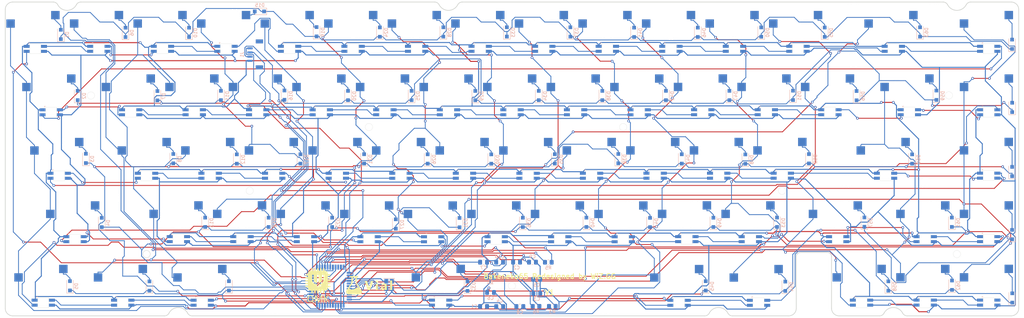
<source format=kicad_pcb>
(kicad_pcb (version 20171130) (host pcbnew "(5.1.12)-1")
  (layers (0 F.Cu signal) (31 B.Cu signal) (34 B.Paste user) (35 F.Paste user) (36 B.SilkS user) (37 F.SilkS user) (38 B.Mask user) (39 F.Mask user) (44 Edge.Cuts user))
  (net 0 "")
  (net 1 GND)
  (net 2 "Net-(C7-Pad1)")
  (net 3 "Net-(C8-Pad1)")
  (net 4 "Net-(D31-Pad2)")
  (net 5 "Net-(D34-Pad2)")
  (net 6 "Net-(D7-Pad2)")
  (net 7 "Net-(D1-Pad2)")
  (net 8 "Net-(D2-Pad2)")
  (net 9 "Net-(D3-Pad2)")
  (net 10 "Net-(D4-Pad2)")
  (net 11 "Net-(D5-Pad2)")
  (net 12 "Net-(D6-Pad2)")
  (net 13 "Net-(D8-Pad2)")
  (net 14 "Net-(D15-Pad2)")
  (net 15 "Net-(D9-Pad2)")
  (net 16 "Net-(D10-Pad2)")
  (net 17 "Net-(D11-Pad2)")
  (net 18 "Net-(D12-Pad2)")
  (net 19 "Net-(D13-Pad2)")
  (net 20 "Net-(D14-Pad2)")
  (net 21 "Net-(D18-Pad2)")
  (net 22 "Net-(D19-Pad2)")
  (net 23 "Net-(D20-Pad2)")
  (net 24 "Net-(D21-Pad2)")
  (net 25 "Net-(D22-Pad2)")
  (net 26 "Net-(D24-Pad2)")
  (net 27 "Net-(D25-Pad2)")
  (net 28 "Net-(D26-Pad2)")
  (net 29 "Net-(D27-Pad2)")
  (net 30 "Net-(D28-Pad2)")
  (net 31 "Net-(D29-Pad2)")
  (net 32 "Net-(D30-Pad2)")
  (net 33 "Net-(D32-Pad2)")
  (net 34 "Net-(D33-Pad2)")
  (net 35 "Net-(D35-Pad2)")
  (net 36 "Net-(D36-Pad2)")
  (net 37 COL12)
  (net 38 VBUS)
  (net 39 "Net-(C9-Pad2)")
  (net 40 "Net-(C10-Pad1)")
  (net 41 "Net-(R4-Pad1)")
  (net 42 "Net-(R5-Pad1)")
  (net 43 /RESET)
  (net 44 "Net-(U1-Pad5)")
  (net 45 RGB_DIN)
  (net 46 COL0)
  (net 47 "Net-(U2-Pad5)")
  (net 48 "Net-(U2-Pad4)")
  (net 49 "Net-(U3-Pad5)")
  (net 50 "Net-(U3-Pad4)")
  (net 51 "Net-(U13-Pad4)")
  (net 52 "Net-(U4-Pad4)")
  (net 53 "Net-(U5-Pad5)")
  (net 54 "Net-(U5-Pad4)")
  (net 55 "Net-(U10-Pad4)")
  (net 56 COL1)
  (net 57 "Net-(U11-Pad4)")
  (net 58 "Net-(U12-Pad4)")
  (net 59 "Net-(U14-Pad4)")
  (net 60 "Net-(U10-Pad5)")
  (net 61 COL2)
  (net 62 "Net-(U11-Pad5)")
  (net 63 "Net-(U12-Pad5)")
  (net 64 "Net-(U13-Pad5)")
  (net 65 "Net-(U14-Pad5)")
  (net 66 "Net-(U17-Pad5)")
  (net 67 COL3)
  (net 68 "Net-(U18-Pad5)")
  (net 69 "Net-(D16-Pad2)")
  (net 70 "Net-(U19-Pad5)")
  (net 71 "Net-(D17-Pad2)")
  (net 72 "Net-(U20-Pad5)")
  (net 73 "Net-(U23-Pad5)")
  (net 74 COL4)
  (net 75 "Net-(U24-Pad5)")
  (net 76 "Net-(U25-Pad5)")
  (net 77 "Net-(U26-Pad5)")
  (net 78 "Net-(U27-Pad5)")
  (net 79 COL5)
  (net 80 "Net-(U28-Pad5)")
  (net 81 "Net-(U29-Pad5)")
  (net 82 "Net-(U30-Pad5)")
  (net 83 "Net-(U31-Pad5)")
  (net 84 COL6)
  (net 85 "Net-(U32-Pad5)")
  (net 86 "Net-(U33-Pad5)")
  (net 87 "Net-(U34-Pad5)")
  (net 88 "Net-(U35-Pad5)")
  (net 89 "Net-(U36-Pad5)")
  (net 90 COL7)
  (net 91 "Net-(U37-Pad5)")
  (net 92 "Net-(U38-Pad5)")
  (net 93 "Net-(U39-Pad5)")
  (net 94 "Net-(U40-Pad5)")
  (net 95 "Net-(D37-Pad2)")
  (net 96 COL8)
  (net 97 "Net-(U41-Pad5)")
  (net 98 "Net-(D38-Pad2)")
  (net 99 "Net-(U42-Pad5)")
  (net 100 "Net-(D39-Pad2)")
  (net 101 "Net-(U43-Pad5)")
  (net 102 "Net-(D40-Pad2)")
  (net 103 "Net-(U44-Pad5)")
  (net 104 "Net-(D41-Pad2)")
  (net 105 COL9)
  (net 106 "Net-(U45-Pad5)")
  (net 107 "Net-(D42-Pad2)")
  (net 108 "Net-(U46-Pad5)")
  (net 109 "Net-(D43-Pad2)")
  (net 110 "Net-(U47-Pad5)")
  (net 111 "Net-(D44-Pad2)")
  (net 112 "Net-(U48-Pad5)")
  (net 113 "Net-(D45-Pad2)")
  (net 114 COL10)
  (net 115 "Net-(U49-Pad5)")
  (net 116 "Net-(U50-Pad5)")
  (net 117 "Net-(D47-Pad2)")
  (net 118 "Net-(U51-Pad5)")
  (net 119 "Net-(D48-Pad2)")
  (net 120 "Net-(U52-Pad5)")
  (net 121 "Net-(D49-Pad2)")
  (net 122 "Net-(D50-Pad2)")
  (net 123 COL11)
  (net 124 "Net-(U55-Pad5)")
  (net 125 "Net-(D51-Pad2)")
  (net 126 "Net-(D52-Pad2)")
  (net 127 "Net-(U57-Pad5)")
  (net 128 "Net-(D53-Pad2)")
  (net 129 "Net-(U58-Pad5)")
  (net 130 "Net-(D54-Pad2)")
  (net 131 "Net-(U59-Pad5)")
  (net 132 "Net-(D55-Pad2)")
  (net 133 "Net-(D56-Pad2)")
  (net 134 "Net-(U61-Pad5)")
  (net 135 "Net-(D57-Pad2)")
  (net 136 "Net-(U62-Pad5)")
  (net 137 "Net-(D58-Pad2)")
  (net 138 "Net-(D59-Pad2)")
  (net 139 "Net-(U64-Pad5)")
  (net 140 "Net-(D60-Pad2)")
  (net 141 "Net-(U65-Pad5)")
  (net 142 "Net-(D61-Pad2)")
  (net 143 "Net-(U66-Pad5)")
  (net 144 "Net-(D62-Pad2)")
  (net 145 "Net-(D63-Pad2)")
  (net 146 COL14)
  (net 147 "Net-(D64-Pad2)")
  (net 148 "Net-(D65-Pad2)")
  (net 149 "Net-(D66-Pad2)")
  (net 150 "Net-(D67-Pad2)")
  (net 151 "Net-(D68-Pad2)")
  (net 152 "Net-(U54-Pad5)")
  (net 153 "Net-(U56-Pad5)")
  (net 154 "Net-(U60-Pad5)")
  (net 155 "Net-(U63-Pad5)")
  (net 156 COL13)
  (net 157 "Net-(U67-Pad5)")
  (net 158 COL15)
  (net 159 ROW0)
  (net 160 ROW1)
  (net 161 ROW2)
  (net 162 ROW3)
  (net 163 ROW4)
  (net 164 "Net-(D46-Pad2)")
  (net 165 "Net-(U53-Pad11)")
  (net 166 "Net-(U53-Pad10)")
  (net 167 "Net-(U53-Pad9)")
  (net 168 "Net-(U72-Pad5)")
  (net 169 Connector_D+)
  (net 170 Connector_D-)
  (module custom_parts:CherryMX_1.00u_5Pin_SK6812Mini (layer F.Cu) (at 353.212 164.249)
    (fp_text reference U72 hide)
    (fp_text value CherryMX_LTST-A683CEGBW)
    (fp_line (start -1.7 3.55) (end 1.7 3.55) (layer Edge.Cuts) (width 0.05))
    (fp_line (start 1.7 3.55) (end 1.7 6.55) (layer Edge.Cuts) (width 0.05))
    (fp_line (start 1.7 6.55) (end -1.7 6.55) (layer Edge.Cuts) (width 0.05))
    (fp_line (start -1.7 6.55) (end -1.7 3.55) (layer Edge.Cuts) (width 0.05))
    (pad 6 smd rect (at 2.6 5.8) (size 1.8 0.9) (layers B.Cu B.Paste B.Mask) (net 38 VBUS))
    (pad 5 smd rect (at 2.6 4.3) (size 1.8 0.9) (layers B.Cu B.Paste B.Mask) (net 168 "Net-(U72-Pad5)"))
    (pad 4 smd rect (at -2.6 5.8) (size 1.8 0.9) (layers B.Cu B.Paste B.Mask) (net 143 "Net-(U66-Pad5)"))
    (pad 3 smd rect (at -2.6 4.3) (size 1.8 0.9) (layers B.Cu B.Paste B.Mask) (net 1 GND))
    (pad 2 smd rect (at 6.015 -5.08) (size 2.55 2.5) (layers B.Cu B.Paste B.Mask) (net 151 "Net-(D68-Pad2)"))
    (pad 1 smd rect (at -7.41 -2.54) (size 2.55 2.5) (layers B.Cu B.Paste B.Mask) (net 158 COL15))
    (pad "" np_thru_hole circle (at 2.54 -5.08) (size 3 3) (drill 3) (layers *.Cu *.Mask))
    (pad "" np_thru_hole circle (at -3.81 -2.54) (size 3 3) (drill 3) (layers *.Cu *.Mask))
    (pad "" np_thru_hole circle (at 5.08 0) (size 1.75 1.75) (drill 1.75) (layers *.Cu *.Mask))
    (pad "" np_thru_hole circle (at -5.08 0) (size 1.75 1.75) (drill 1.75) (layers *.Cu *.Mask))
    (pad "" np_thru_hole circle (at 0 0) (size 4 4) (drill 4) (layers *.Cu *.Mask))
  )
  (module custom_parts:CherryMX_1.00u_5Pin_SK6812Mini (layer F.Cu) (at 353.212 145.199)
    (fp_text reference U71 hide)
    (fp_text value CherryMX_LTST-A683CEGBW)
    (fp_line (start -1.7 3.55) (end 1.7 3.55) (layer Edge.Cuts) (width 0.05))
    (fp_line (start 1.7 3.55) (end 1.7 6.55) (layer Edge.Cuts) (width 0.05))
    (fp_line (start 1.7 6.55) (end -1.7 6.55) (layer Edge.Cuts) (width 0.05))
    (fp_line (start -1.7 6.55) (end -1.7 3.55) (layer Edge.Cuts) (width 0.05))
    (pad 6 smd rect (at 2.6 5.8) (size 1.8 0.9) (layers B.Cu B.Paste B.Mask) (net 38 VBUS))
    (pad 5 smd rect (at 2.6 4.3) (size 1.8 0.9) (layers B.Cu B.Paste B.Mask) (net 54 "Net-(U5-Pad4)"))
    (pad 4 smd rect (at -2.6 5.8) (size 1.8 0.9) (layers B.Cu B.Paste B.Mask) (net 141 "Net-(U65-Pad5)"))
    (pad 3 smd rect (at -2.6 4.3) (size 1.8 0.9) (layers B.Cu B.Paste B.Mask) (net 1 GND))
    (pad 2 smd rect (at 6.015 -5.08) (size 2.55 2.5) (layers B.Cu B.Paste B.Mask) (net 150 "Net-(D67-Pad2)"))
    (pad 1 smd rect (at -7.41 -2.54) (size 2.55 2.5) (layers B.Cu B.Paste B.Mask) (net 158 COL15))
    (pad "" np_thru_hole circle (at 2.54 -5.08) (size 3 3) (drill 3) (layers *.Cu *.Mask))
    (pad "" np_thru_hole circle (at -3.81 -2.54) (size 3 3) (drill 3) (layers *.Cu *.Mask))
    (pad "" np_thru_hole circle (at 5.08 0) (size 1.75 1.75) (drill 1.75) (layers *.Cu *.Mask))
    (pad "" np_thru_hole circle (at -5.08 0) (size 1.75 1.75) (drill 1.75) (layers *.Cu *.Mask))
    (pad "" np_thru_hole circle (at 0 0) (size 4 4) (drill 4) (layers *.Cu *.Mask))
  )
  (module custom_parts:CherryMX_1.00u_5Pin_SK6812Mini (layer F.Cu) (at 353.2 126.136)
    (fp_text reference U70 hide)
    (fp_text value CherryMX_LTST-A683CEGBW)
    (fp_line (start -1.7 3.55) (end 1.7 3.55) (layer Edge.Cuts) (width 0.05))
    (fp_line (start 1.7 3.55) (end 1.7 6.55) (layer Edge.Cuts) (width 0.05))
    (fp_line (start 1.7 6.55) (end -1.7 6.55) (layer Edge.Cuts) (width 0.05))
    (fp_line (start -1.7 6.55) (end -1.7 3.55) (layer Edge.Cuts) (width 0.05))
    (pad 6 smd rect (at 2.6 5.8) (size 1.8 0.9) (layers B.Cu B.Paste B.Mask) (net 38 VBUS))
    (pad 5 smd rect (at 2.6 4.3) (size 1.8 0.9) (layers B.Cu B.Paste B.Mask) (net 52 "Net-(U4-Pad4)"))
    (pad 4 smd rect (at -2.6 5.8) (size 1.8 0.9) (layers B.Cu B.Paste B.Mask) (net 139 "Net-(U64-Pad5)"))
    (pad 3 smd rect (at -2.6 4.3) (size 1.8 0.9) (layers B.Cu B.Paste B.Mask) (net 1 GND))
    (pad 2 smd rect (at 6.015 -5.08) (size 2.55 2.5) (layers B.Cu B.Paste B.Mask) (net 149 "Net-(D66-Pad2)"))
    (pad 1 smd rect (at -7.41 -2.54) (size 2.55 2.5) (layers B.Cu B.Paste B.Mask) (net 158 COL15))
    (pad "" np_thru_hole circle (at 2.54 -5.08) (size 3 3) (drill 3) (layers *.Cu *.Mask))
    (pad "" np_thru_hole circle (at -3.81 -2.54) (size 3 3) (drill 3) (layers *.Cu *.Mask))
    (pad "" np_thru_hole circle (at 5.08 0) (size 1.75 1.75) (drill 1.75) (layers *.Cu *.Mask))
    (pad "" np_thru_hole circle (at -5.08 0) (size 1.75 1.75) (drill 1.75) (layers *.Cu *.Mask))
    (pad "" np_thru_hole circle (at 0 0) (size 4 4) (drill 4) (layers *.Cu *.Mask))
  )
  (module custom_parts:CherryMX_1.00u_5Pin_SK6812Mini (layer F.Cu) (at 353.221 107.112)
    (fp_text reference U69 hide)
    (fp_text value CherryMX_LTST-A683CEGBW)
    (fp_line (start -1.7 3.55) (end 1.7 3.55) (layer Edge.Cuts) (width 0.05))
    (fp_line (start 1.7 3.55) (end 1.7 6.55) (layer Edge.Cuts) (width 0.05))
    (fp_line (start 1.7 6.55) (end -1.7 6.55) (layer Edge.Cuts) (width 0.05))
    (fp_line (start -1.7 6.55) (end -1.7 3.55) (layer Edge.Cuts) (width 0.05))
    (pad 6 smd rect (at 2.6 5.8) (size 1.8 0.9) (layers B.Cu B.Paste B.Mask) (net 38 VBUS))
    (pad 5 smd rect (at 2.6 4.3) (size 1.8 0.9) (layers B.Cu B.Paste B.Mask) (net 50 "Net-(U3-Pad4)"))
    (pad 4 smd rect (at -2.6 5.8) (size 1.8 0.9) (layers B.Cu B.Paste B.Mask) (net 155 "Net-(U63-Pad5)"))
    (pad 3 smd rect (at -2.6 4.3) (size 1.8 0.9) (layers B.Cu B.Paste B.Mask) (net 1 GND))
    (pad 2 smd rect (at 6.015 -5.08) (size 2.55 2.5) (layers B.Cu B.Paste B.Mask) (net 148 "Net-(D65-Pad2)"))
    (pad 1 smd rect (at -7.41 -2.54) (size 2.55 2.5) (layers B.Cu B.Paste B.Mask) (net 158 COL15))
    (pad "" np_thru_hole circle (at 2.54 -5.08) (size 3 3) (drill 3) (layers *.Cu *.Mask))
    (pad "" np_thru_hole circle (at -3.81 -2.54) (size 3 3) (drill 3) (layers *.Cu *.Mask))
    (pad "" np_thru_hole circle (at 5.08 0) (size 1.75 1.75) (drill 1.75) (layers *.Cu *.Mask))
    (pad "" np_thru_hole circle (at -5.08 0) (size 1.75 1.75) (drill 1.75) (layers *.Cu *.Mask))
    (pad "" np_thru_hole circle (at 0 0) (size 4 4) (drill 4) (layers *.Cu *.Mask))
  )
  (module custom_parts:CherryMX_1.00u_5Pin_SK6812Mini (layer F.Cu) (at 353.212 88.0618)
    (fp_text reference U68 hide)
    (fp_text value CherryMX_LTST-A683CEGBW)
    (fp_line (start -1.7 3.55) (end 1.7 3.55) (layer Edge.Cuts) (width 0.05))
    (fp_line (start 1.7 3.55) (end 1.7 6.55) (layer Edge.Cuts) (width 0.05))
    (fp_line (start 1.7 6.55) (end -1.7 6.55) (layer Edge.Cuts) (width 0.05))
    (fp_line (start -1.7 6.55) (end -1.7 3.55) (layer Edge.Cuts) (width 0.05))
    (pad 6 smd rect (at 2.6 5.8) (size 1.8 0.9) (layers B.Cu B.Paste B.Mask) (net 38 VBUS))
    (pad 5 smd rect (at 2.6 4.3) (size 1.8 0.9) (layers B.Cu B.Paste B.Mask) (net 48 "Net-(U2-Pad4)"))
    (pad 4 smd rect (at -2.6 5.8) (size 1.8 0.9) (layers B.Cu B.Paste B.Mask) (net 157 "Net-(U67-Pad5)"))
    (pad 3 smd rect (at -2.6 4.3) (size 1.8 0.9) (layers B.Cu B.Paste B.Mask) (net 1 GND))
    (pad 2 smd rect (at 6.015 -5.08) (size 2.55 2.5) (layers B.Cu B.Paste B.Mask) (net 147 "Net-(D64-Pad2)"))
    (pad 1 smd rect (at -7.41 -2.54) (size 2.55 2.5) (layers B.Cu B.Paste B.Mask) (net 158 COL15))
    (pad "" np_thru_hole circle (at 2.54 -5.08) (size 3 3) (drill 3) (layers *.Cu *.Mask))
    (pad "" np_thru_hole circle (at -3.81 -2.54) (size 3 3) (drill 3) (layers *.Cu *.Mask))
    (pad "" np_thru_hole circle (at 5.08 0) (size 1.75 1.75) (drill 1.75) (layers *.Cu *.Mask))
    (pad "" np_thru_hole circle (at -5.08 0) (size 1.75 1.75) (drill 1.75) (layers *.Cu *.Mask))
    (pad "" np_thru_hole circle (at 0 0) (size 4 4) (drill 4) (layers *.Cu *.Mask))
  )
  (module custom_parts:CherryMX_2.00u_5Pin_SK6812Mini (layer F.Cu) (at 324.612 88.0618)
    (fp_text reference U67 hide)
    (fp_text value CherryMX_LTST-A683CEGBW)
    (fp_line (start -1.7 6.55) (end -1.7 3.55) (layer Edge.Cuts) (width 0.05))
    (fp_line (start 1.7 6.55) (end -1.7 6.55) (layer Edge.Cuts) (width 0.05))
    (fp_line (start 1.7 3.55) (end 1.7 6.55) (layer Edge.Cuts) (width 0.05))
    (fp_line (start -1.7 3.55) (end 1.7 3.55) (layer Edge.Cuts) (width 0.05))
    (pad "" np_thru_hole circle (at 0 0) (size 4 4) (drill 4) (layers *.Cu *.Mask))
    (pad "" np_thru_hole circle (at -5.08 0) (size 1.75 1.75) (drill 1.75) (layers *.Cu *.Mask))
    (pad "" np_thru_hole circle (at 5.08 0) (size 1.75 1.75) (drill 1.75) (layers *.Cu *.Mask))
    (pad "" np_thru_hole circle (at -3.81 -2.54) (size 3 3) (drill 3) (layers *.Cu *.Mask))
    (pad "" np_thru_hole circle (at 2.54 -5.08) (size 3 3) (drill 3) (layers *.Cu *.Mask))
    (pad 1 smd rect (at -7.41 -2.54) (size 2.55 2.5) (layers B.Cu B.Paste B.Mask) (net 146 COL14))
    (pad 2 smd rect (at 6.015 -5.08) (size 2.55 2.5) (layers B.Cu B.Paste B.Mask) (net 145 "Net-(D63-Pad2)"))
    (pad 3 smd rect (at -2.6 4.3) (size 1.8 0.9) (layers B.Cu B.Paste B.Mask) (net 1 GND))
    (pad 4 smd rect (at -2.6 5.8) (size 1.8 0.9) (layers B.Cu B.Paste B.Mask) (net 131 "Net-(U59-Pad5)"))
    (pad 5 smd rect (at 2.6 4.3) (size 1.8 0.9) (layers B.Cu B.Paste B.Mask) (net 157 "Net-(U67-Pad5)"))
    (pad 6 smd rect (at 2.6 5.8) (size 1.8 0.9) (layers B.Cu B.Paste B.Mask) (net 38 VBUS))
  )
  (module custom_parts:CherryMX_1.00u_5Pin_SK6812Mini (layer F.Cu) (at 334.162 164.249)
    (fp_text reference U66 hide)
    (fp_text value CherryMX_LTST-A683CEGBW)
    (fp_line (start -1.7 3.55) (end 1.7 3.55) (layer Edge.Cuts) (width 0.05))
    (fp_line (start 1.7 3.55) (end 1.7 6.55) (layer Edge.Cuts) (width 0.05))
    (fp_line (start 1.7 6.55) (end -1.7 6.55) (layer Edge.Cuts) (width 0.05))
    (fp_line (start -1.7 6.55) (end -1.7 3.55) (layer Edge.Cuts) (width 0.05))
    (pad 6 smd rect (at 2.6 5.8) (size 1.8 0.9) (layers B.Cu B.Paste B.Mask) (net 38 VBUS))
    (pad 5 smd rect (at 2.6 4.3) (size 1.8 0.9) (layers B.Cu B.Paste B.Mask) (net 143 "Net-(U66-Pad5)"))
    (pad 4 smd rect (at -2.6 5.8) (size 1.8 0.9) (layers B.Cu B.Paste B.Mask) (net 136 "Net-(U62-Pad5)"))
    (pad 3 smd rect (at -2.6 4.3) (size 1.8 0.9) (layers B.Cu B.Paste B.Mask) (net 1 GND))
    (pad 2 smd rect (at 6.015 -5.08) (size 2.55 2.5) (layers B.Cu B.Paste B.Mask) (net 144 "Net-(D62-Pad2)"))
    (pad 1 smd rect (at -7.41 -2.54) (size 2.55 2.5) (layers B.Cu B.Paste B.Mask) (net 156 COL13))
    (pad "" np_thru_hole circle (at 2.54 -5.08) (size 3 3) (drill 3) (layers *.Cu *.Mask))
    (pad "" np_thru_hole circle (at -3.81 -2.54) (size 3 3) (drill 3) (layers *.Cu *.Mask))
    (pad "" np_thru_hole circle (at 5.08 0) (size 1.75 1.75) (drill 1.75) (layers *.Cu *.Mask))
    (pad "" np_thru_hole circle (at -5.08 0) (size 1.75 1.75) (drill 1.75) (layers *.Cu *.Mask))
    (pad "" np_thru_hole circle (at 0 0) (size 4 4) (drill 4) (layers *.Cu *.Mask))
  )
  (module custom_parts:CherryMX_1.00u_5Pin_SK6812Mini (layer F.Cu) (at 334.162 145.212)
    (fp_text reference U65 hide)
    (fp_text value CherryMX_LTST-A683CEGBW)
    (fp_line (start -1.7 3.55) (end 1.7 3.55) (layer Edge.Cuts) (width 0.05))
    (fp_line (start 1.7 3.55) (end 1.7 6.55) (layer Edge.Cuts) (width 0.05))
    (fp_line (start 1.7 6.55) (end -1.7 6.55) (layer Edge.Cuts) (width 0.05))
    (fp_line (start -1.7 6.55) (end -1.7 3.55) (layer Edge.Cuts) (width 0.05))
    (pad 6 smd rect (at 2.6 5.8) (size 1.8 0.9) (layers B.Cu B.Paste B.Mask) (net 38 VBUS))
    (pad 5 smd rect (at 2.6 4.3) (size 1.8 0.9) (layers B.Cu B.Paste B.Mask) (net 141 "Net-(U65-Pad5)"))
    (pad 4 smd rect (at -2.6 5.8) (size 1.8 0.9) (layers B.Cu B.Paste B.Mask) (net 134 "Net-(U61-Pad5)"))
    (pad 3 smd rect (at -2.6 4.3) (size 1.8 0.9) (layers B.Cu B.Paste B.Mask) (net 1 GND))
    (pad 2 smd rect (at 6.015 -5.08) (size 2.55 2.5) (layers B.Cu B.Paste B.Mask) (net 142 "Net-(D61-Pad2)"))
    (pad 1 smd rect (at -7.41 -2.54) (size 2.55 2.5) (layers B.Cu B.Paste B.Mask) (net 156 COL13))
    (pad "" np_thru_hole circle (at 2.54 -5.08) (size 3 3) (drill 3) (layers *.Cu *.Mask))
    (pad "" np_thru_hole circle (at -3.81 -2.54) (size 3 3) (drill 3) (layers *.Cu *.Mask))
    (pad "" np_thru_hole circle (at 5.08 0) (size 1.75 1.75) (drill 1.75) (layers *.Cu *.Mask))
    (pad "" np_thru_hole circle (at -5.08 0) (size 1.75 1.75) (drill 1.75) (layers *.Cu *.Mask))
    (pad "" np_thru_hole circle (at 0 0) (size 4 4) (drill 4) (layers *.Cu *.Mask))
  )
  (module custom_parts:CherryMX_2.25u_5Pin_SK6812Mini (layer F.Cu) (at 322.275 126.162)
    (fp_text reference U64 hide)
    (fp_text value CherryMX_LTST-A683CEGBW)
    (fp_line (start -1.7 6.55) (end -1.7 3.55) (layer Edge.Cuts) (width 0.05))
    (fp_line (start 1.7 6.55) (end -1.7 6.55) (layer Edge.Cuts) (width 0.05))
    (fp_line (start 1.7 3.55) (end 1.7 6.55) (layer Edge.Cuts) (width 0.05))
    (fp_line (start -1.7 3.55) (end 1.7 3.55) (layer Edge.Cuts) (width 0.05))
    (pad "" np_thru_hole circle (at 0 0) (size 4 4) (drill 4) (layers *.Cu *.Mask))
    (pad "" np_thru_hole circle (at -5.08 0) (size 1.75 1.75) (drill 1.75) (layers *.Cu *.Mask))
    (pad "" np_thru_hole circle (at 5.08 0) (size 1.75 1.75) (drill 1.75) (layers *.Cu *.Mask))
    (pad "" np_thru_hole circle (at -3.81 -2.54) (size 3 3) (drill 3) (layers *.Cu *.Mask))
    (pad "" np_thru_hole circle (at 2.54 -5.08) (size 3 3) (drill 3) (layers *.Cu *.Mask))
    (pad 1 smd rect (at -7.41 -2.54) (size 2.55 2.5) (layers B.Cu B.Paste B.Mask) (net 156 COL13))
    (pad 2 smd rect (at 6.015 -5.08) (size 2.55 2.5) (layers B.Cu B.Paste B.Mask) (net 140 "Net-(D60-Pad2)"))
    (pad 3 smd rect (at -2.6 4.3) (size 1.8 0.9) (layers B.Cu B.Paste B.Mask) (net 1 GND))
    (pad 4 smd rect (at -2.6 5.8) (size 1.8 0.9) (layers B.Cu B.Paste B.Mask) (net 153 "Net-(U56-Pad5)"))
    (pad 5 smd rect (at 2.6 4.3) (size 1.8 0.9) (layers B.Cu B.Paste B.Mask) (net 139 "Net-(U64-Pad5)"))
    (pad 6 smd rect (at 2.6 5.8) (size 1.8 0.9) (layers B.Cu B.Paste B.Mask) (net 38 VBUS))
  )
  (module custom_parts:CherryMX_1.50u_5Pin_SK6812Mini (layer F.Cu) (at 329.413 107.099)
    (fp_text reference U63 hide)
    (fp_text value CherryMX_LTST-A683CEGBW)
    (fp_line (start -1.7 6.55) (end -1.7 3.55) (layer Edge.Cuts) (width 0.05))
    (fp_line (start 1.7 6.55) (end -1.7 6.55) (layer Edge.Cuts) (width 0.05))
    (fp_line (start 1.7 3.55) (end 1.7 6.55) (layer Edge.Cuts) (width 0.05))
    (fp_line (start -1.7 3.55) (end 1.7 3.55) (layer Edge.Cuts) (width 0.05))
    (pad "" np_thru_hole circle (at 0 0) (size 4 4) (drill 4) (layers *.Cu *.Mask))
    (pad "" np_thru_hole circle (at -5.08 0) (size 1.75 1.75) (drill 1.75) (layers *.Cu *.Mask))
    (pad "" np_thru_hole circle (at 5.08 0) (size 1.75 1.75) (drill 1.75) (layers *.Cu *.Mask))
    (pad "" np_thru_hole circle (at -3.81 -2.54) (size 3 3) (drill 3) (layers *.Cu *.Mask))
    (pad "" np_thru_hole circle (at 2.54 -5.08) (size 3 3) (drill 3) (layers *.Cu *.Mask))
    (pad 1 smd rect (at -7.41 -2.54) (size 2.55 2.5) (layers B.Cu B.Paste B.Mask) (net 156 COL13))
    (pad 2 smd rect (at 6.015 -5.08) (size 2.55 2.5) (layers B.Cu B.Paste B.Mask) (net 138 "Net-(D59-Pad2)"))
    (pad 3 smd rect (at -2.6 4.3) (size 1.8 0.9) (layers B.Cu B.Paste B.Mask) (net 1 GND))
    (pad 4 smd rect (at -2.6 5.8) (size 1.8 0.9) (layers B.Cu B.Paste B.Mask) (net 154 "Net-(U60-Pad5)"))
    (pad 5 smd rect (at 2.6 4.3) (size 1.8 0.9) (layers B.Cu B.Paste B.Mask) (net 155 "Net-(U63-Pad5)"))
    (pad 6 smd rect (at 2.6 5.8) (size 1.8 0.9) (layers B.Cu B.Paste B.Mask) (net 38 VBUS))
  )
  (module custom_parts:CherryMX_1.00u_5Pin_SK6812Mini (layer F.Cu) (at 315.087 164.262)
    (fp_text reference U62 hide)
    (fp_text value CherryMX_LTST-A683CEGBW)
    (fp_line (start -1.7 3.55) (end 1.7 3.55) (layer Edge.Cuts) (width 0.05))
    (fp_line (start 1.7 3.55) (end 1.7 6.55) (layer Edge.Cuts) (width 0.05))
    (fp_line (start 1.7 6.55) (end -1.7 6.55) (layer Edge.Cuts) (width 0.05))
    (fp_line (start -1.7 6.55) (end -1.7 3.55) (layer Edge.Cuts) (width 0.05))
    (pad 6 smd rect (at 2.6 5.8) (size 1.8 0.9) (layers B.Cu B.Paste B.Mask) (net 38 VBUS))
    (pad 5 smd rect (at 2.6 4.3) (size 1.8 0.9) (layers B.Cu B.Paste B.Mask) (net 136 "Net-(U62-Pad5)"))
    (pad 4 smd rect (at -2.6 5.8) (size 1.8 0.9) (layers B.Cu B.Paste B.Mask) (net 129 "Net-(U58-Pad5)"))
    (pad 3 smd rect (at -2.6 4.3) (size 1.8 0.9) (layers B.Cu B.Paste B.Mask) (net 1 GND))
    (pad 2 smd rect (at 6.015 -5.08) (size 2.55 2.5) (layers B.Cu B.Paste B.Mask) (net 137 "Net-(D58-Pad2)"))
    (pad 1 smd rect (at -7.41 -2.54) (size 2.55 2.5) (layers B.Cu B.Paste B.Mask) (net 37 COL12))
    (pad "" np_thru_hole circle (at 2.54 -5.08) (size 3 3) (drill 3) (layers *.Cu *.Mask))
    (pad "" np_thru_hole circle (at -3.81 -2.54) (size 3 3) (drill 3) (layers *.Cu *.Mask))
    (pad "" np_thru_hole circle (at 5.08 0) (size 1.75 1.75) (drill 1.75) (layers *.Cu *.Mask))
    (pad "" np_thru_hole circle (at -5.08 0) (size 1.75 1.75) (drill 1.75) (layers *.Cu *.Mask))
    (pad "" np_thru_hole circle (at 0 0) (size 4 4) (drill 4) (layers *.Cu *.Mask))
  )
  (module custom_parts:CherryMX_1.75u_5Pin_SK6812Mini (layer F.Cu) (at 307.95 145.212)
    (fp_text reference U61 hide)
    (fp_text value CherryMX_LTST-A683CEGBW)
    (fp_line (start -1.7 6.55) (end -1.7 3.55) (layer Edge.Cuts) (width 0.05))
    (fp_line (start 1.7 6.55) (end -1.7 6.55) (layer Edge.Cuts) (width 0.05))
    (fp_line (start 1.7 3.55) (end 1.7 6.55) (layer Edge.Cuts) (width 0.05))
    (fp_line (start -1.7 3.55) (end 1.7 3.55) (layer Edge.Cuts) (width 0.05))
    (pad "" np_thru_hole circle (at 0 0) (size 4 4) (drill 4) (layers *.Cu *.Mask))
    (pad "" np_thru_hole circle (at -5.08 0) (size 1.75 1.75) (drill 1.75) (layers *.Cu *.Mask))
    (pad "" np_thru_hole circle (at 5.08 0) (size 1.75 1.75) (drill 1.75) (layers *.Cu *.Mask))
    (pad "" np_thru_hole circle (at -3.81 -2.54) (size 3 3) (drill 3) (layers *.Cu *.Mask))
    (pad "" np_thru_hole circle (at 2.54 -5.08) (size 3 3) (drill 3) (layers *.Cu *.Mask))
    (pad 1 smd rect (at -7.41 -2.54) (size 2.55 2.5) (layers B.Cu B.Paste B.Mask) (net 37 COL12))
    (pad 2 smd rect (at 6.015 -5.08) (size 2.55 2.5) (layers B.Cu B.Paste B.Mask) (net 135 "Net-(D57-Pad2)"))
    (pad 3 smd rect (at -2.6 4.3) (size 1.8 0.9) (layers B.Cu B.Paste B.Mask) (net 1 GND))
    (pad 4 smd rect (at -2.6 5.8) (size 1.8 0.9) (layers B.Cu B.Paste B.Mask) (net 127 "Net-(U57-Pad5)"))
    (pad 5 smd rect (at 2.6 4.3) (size 1.8 0.9) (layers B.Cu B.Paste B.Mask) (net 134 "Net-(U61-Pad5)"))
    (pad 6 smd rect (at 2.6 5.8) (size 1.8 0.9) (layers B.Cu B.Paste B.Mask) (net 38 VBUS))
  )
  (module custom_parts:CherryMX_1.00u_5Pin_SK6812Mini (layer F.Cu) (at 305.6 107.099)
    (fp_text reference U60 hide)
    (fp_text value CherryMX_LTST-A683CEGBW)
    (fp_line (start -1.7 3.55) (end 1.7 3.55) (layer Edge.Cuts) (width 0.05))
    (fp_line (start 1.7 3.55) (end 1.7 6.55) (layer Edge.Cuts) (width 0.05))
    (fp_line (start 1.7 6.55) (end -1.7 6.55) (layer Edge.Cuts) (width 0.05))
    (fp_line (start -1.7 6.55) (end -1.7 3.55) (layer Edge.Cuts) (width 0.05))
    (pad 6 smd rect (at 2.6 5.8) (size 1.8 0.9) (layers B.Cu B.Paste B.Mask) (net 38 VBUS))
    (pad 5 smd rect (at 2.6 4.3) (size 1.8 0.9) (layers B.Cu B.Paste B.Mask) (net 154 "Net-(U60-Pad5)"))
    (pad 4 smd rect (at -2.6 5.8) (size 1.8 0.9) (layers B.Cu B.Paste B.Mask) (net 124 "Net-(U55-Pad5)"))
    (pad 3 smd rect (at -2.6 4.3) (size 1.8 0.9) (layers B.Cu B.Paste B.Mask) (net 1 GND))
    (pad 2 smd rect (at 6.015 -5.08) (size 2.55 2.5) (layers B.Cu B.Paste B.Mask) (net 133 "Net-(D56-Pad2)"))
    (pad 1 smd rect (at -7.41 -2.54) (size 2.55 2.5) (layers B.Cu B.Paste B.Mask) (net 37 COL12))
    (pad "" np_thru_hole circle (at 2.54 -5.08) (size 3 3) (drill 3) (layers *.Cu *.Mask))
    (pad "" np_thru_hole circle (at -3.81 -2.54) (size 3 3) (drill 3) (layers *.Cu *.Mask))
    (pad "" np_thru_hole circle (at 5.08 0) (size 1.75 1.75) (drill 1.75) (layers *.Cu *.Mask))
    (pad "" np_thru_hole circle (at -5.08 0) (size 1.75 1.75) (drill 1.75) (layers *.Cu *.Mask))
    (pad "" np_thru_hole circle (at 0 0) (size 4 4) (drill 4) (layers *.Cu *.Mask))
  )
  (module custom_parts:CherryMX_1.00u_5Pin_SK6812Mini (layer F.Cu) (at 296.037 88.0618)
    (fp_text reference U59 hide)
    (fp_text value CherryMX_LTST-A683CEGBW)
    (fp_line (start -1.7 3.55) (end 1.7 3.55) (layer Edge.Cuts) (width 0.05))
    (fp_line (start 1.7 3.55) (end 1.7 6.55) (layer Edge.Cuts) (width 0.05))
    (fp_line (start 1.7 6.55) (end -1.7 6.55) (layer Edge.Cuts) (width 0.05))
    (fp_line (start -1.7 6.55) (end -1.7 3.55) (layer Edge.Cuts) (width 0.05))
    (pad 6 smd rect (at 2.6 5.8) (size 1.8 0.9) (layers B.Cu B.Paste B.Mask) (net 38 VBUS))
    (pad 5 smd rect (at 2.6 4.3) (size 1.8 0.9) (layers B.Cu B.Paste B.Mask) (net 131 "Net-(U59-Pad5)"))
    (pad 4 smd rect (at -2.6 5.8) (size 1.8 0.9) (layers B.Cu B.Paste B.Mask) (net 152 "Net-(U54-Pad5)"))
    (pad 3 smd rect (at -2.6 4.3) (size 1.8 0.9) (layers B.Cu B.Paste B.Mask) (net 1 GND))
    (pad 2 smd rect (at 6.015 -5.08) (size 2.55 2.5) (layers B.Cu B.Paste B.Mask) (net 132 "Net-(D55-Pad2)"))
    (pad 1 smd rect (at -7.41 -2.54) (size 2.55 2.5) (layers B.Cu B.Paste B.Mask) (net 37 COL12))
    (pad "" np_thru_hole circle (at 2.54 -5.08) (size 3 3) (drill 3) (layers *.Cu *.Mask))
    (pad "" np_thru_hole circle (at -3.81 -2.54) (size 3 3) (drill 3) (layers *.Cu *.Mask))
    (pad "" np_thru_hole circle (at 5.08 0) (size 1.75 1.75) (drill 1.75) (layers *.Cu *.Mask))
    (pad "" np_thru_hole circle (at -5.08 0) (size 1.75 1.75) (drill 1.75) (layers *.Cu *.Mask))
    (pad "" np_thru_hole circle (at 0 0) (size 4 4) (drill 4) (layers *.Cu *.Mask))
  )
  (module custom_parts:CherryMX_1.25u_5Pin_SK6812Mini (layer F.Cu) (at 284.213 164.313)
    (fp_text reference U58 hide)
    (fp_text value CherryMX_LTST-A683CEGBW)
    (fp_line (start -1.7 6.55) (end -1.7 3.55) (layer Edge.Cuts) (width 0.05))
    (fp_line (start 1.7 6.55) (end -1.7 6.55) (layer Edge.Cuts) (width 0.05))
    (fp_line (start 1.7 3.55) (end 1.7 6.55) (layer Edge.Cuts) (width 0.05))
    (fp_line (start -1.7 3.55) (end 1.7 3.55) (layer Edge.Cuts) (width 0.05))
    (pad "" np_thru_hole circle (at 0 0) (size 4 4) (drill 4) (layers *.Cu *.Mask))
    (pad "" np_thru_hole circle (at -5.08 0) (size 1.75 1.75) (drill 1.75) (layers *.Cu *.Mask))
    (pad "" np_thru_hole circle (at 5.08 0) (size 1.75 1.75) (drill 1.75) (layers *.Cu *.Mask))
    (pad "" np_thru_hole circle (at -3.81 -2.54) (size 3 3) (drill 3) (layers *.Cu *.Mask))
    (pad "" np_thru_hole circle (at 2.54 -5.08) (size 3 3) (drill 3) (layers *.Cu *.Mask))
    (pad 1 smd rect (at -7.41 -2.54) (size 2.55 2.5) (layers B.Cu B.Paste B.Mask) (net 123 COL11))
    (pad 2 smd rect (at 6.015 -5.08) (size 2.55 2.5) (layers B.Cu B.Paste B.Mask) (net 130 "Net-(D54-Pad2)"))
    (pad 3 smd rect (at -2.6 4.3) (size 1.8 0.9) (layers B.Cu B.Paste B.Mask) (net 1 GND))
    (pad 4 smd rect (at -2.6 5.8) (size 1.8 0.9) (layers B.Cu B.Paste B.Mask) (net 112 "Net-(U48-Pad5)"))
    (pad 5 smd rect (at 2.6 4.3) (size 1.8 0.9) (layers B.Cu B.Paste B.Mask) (net 129 "Net-(U58-Pad5)"))
    (pad 6 smd rect (at 2.6 5.8) (size 1.8 0.9) (layers B.Cu B.Paste B.Mask) (net 38 VBUS))
  )
  (module custom_parts:CherryMX_1.00u_5Pin_SK6812Mini (layer F.Cu) (at 281.762 145.212)
    (fp_text reference U57 hide)
    (fp_text value CherryMX_LTST-A683CEGBW)
    (fp_line (start -1.7 3.55) (end 1.7 3.55) (layer Edge.Cuts) (width 0.05))
    (fp_line (start 1.7 3.55) (end 1.7 6.55) (layer Edge.Cuts) (width 0.05))
    (fp_line (start 1.7 6.55) (end -1.7 6.55) (layer Edge.Cuts) (width 0.05))
    (fp_line (start -1.7 6.55) (end -1.7 3.55) (layer Edge.Cuts) (width 0.05))
    (pad 6 smd rect (at 2.6 5.8) (size 1.8 0.9) (layers B.Cu B.Paste B.Mask) (net 38 VBUS))
    (pad 5 smd rect (at 2.6 4.3) (size 1.8 0.9) (layers B.Cu B.Paste B.Mask) (net 127 "Net-(U57-Pad5)"))
    (pad 4 smd rect (at -2.6 5.8) (size 1.8 0.9) (layers B.Cu B.Paste B.Mask) (net 120 "Net-(U52-Pad5)"))
    (pad 3 smd rect (at -2.6 4.3) (size 1.8 0.9) (layers B.Cu B.Paste B.Mask) (net 1 GND))
    (pad 2 smd rect (at 6.015 -5.08) (size 2.55 2.5) (layers B.Cu B.Paste B.Mask) (net 128 "Net-(D53-Pad2)"))
    (pad 1 smd rect (at -7.41 -2.54) (size 2.55 2.5) (layers B.Cu B.Paste B.Mask) (net 123 COL11))
    (pad "" np_thru_hole circle (at 2.54 -5.08) (size 3 3) (drill 3) (layers *.Cu *.Mask))
    (pad "" np_thru_hole circle (at -3.81 -2.54) (size 3 3) (drill 3) (layers *.Cu *.Mask))
    (pad "" np_thru_hole circle (at 5.08 0) (size 1.75 1.75) (drill 1.75) (layers *.Cu *.Mask))
    (pad "" np_thru_hole circle (at -5.08 0) (size 1.75 1.75) (drill 1.75) (layers *.Cu *.Mask))
    (pad "" np_thru_hole circle (at 0 0) (size 4 4) (drill 4) (layers *.Cu *.Mask))
  )
  (module custom_parts:CherryMX_1.00u_5Pin_SK6812Mini (layer F.Cu) (at 291.325 126.149)
    (fp_text reference U56 hide)
    (fp_text value CherryMX_LTST-A683CEGBW)
    (fp_line (start -1.7 3.55) (end 1.7 3.55) (layer Edge.Cuts) (width 0.05))
    (fp_line (start 1.7 3.55) (end 1.7 6.55) (layer Edge.Cuts) (width 0.05))
    (fp_line (start 1.7 6.55) (end -1.7 6.55) (layer Edge.Cuts) (width 0.05))
    (fp_line (start -1.7 6.55) (end -1.7 3.55) (layer Edge.Cuts) (width 0.05))
    (pad 6 smd rect (at 2.6 5.8) (size 1.8 0.9) (layers B.Cu B.Paste B.Mask) (net 38 VBUS))
    (pad 5 smd rect (at 2.6 4.3) (size 1.8 0.9) (layers B.Cu B.Paste B.Mask) (net 153 "Net-(U56-Pad5)"))
    (pad 4 smd rect (at -2.6 5.8) (size 1.8 0.9) (layers B.Cu B.Paste B.Mask) (net 118 "Net-(U51-Pad5)"))
    (pad 3 smd rect (at -2.6 4.3) (size 1.8 0.9) (layers B.Cu B.Paste B.Mask) (net 1 GND))
    (pad 2 smd rect (at 6.015 -5.08) (size 2.55 2.5) (layers B.Cu B.Paste B.Mask) (net 126 "Net-(D52-Pad2)"))
    (pad 1 smd rect (at -7.41 -2.54) (size 2.55 2.5) (layers B.Cu B.Paste B.Mask) (net 123 COL11))
    (pad "" np_thru_hole circle (at 2.54 -5.08) (size 3 3) (drill 3) (layers *.Cu *.Mask))
    (pad "" np_thru_hole circle (at -3.81 -2.54) (size 3 3) (drill 3) (layers *.Cu *.Mask))
    (pad "" np_thru_hole circle (at 5.08 0) (size 1.75 1.75) (drill 1.75) (layers *.Cu *.Mask))
    (pad "" np_thru_hole circle (at -5.08 0) (size 1.75 1.75) (drill 1.75) (layers *.Cu *.Mask))
    (pad "" np_thru_hole circle (at 0 0) (size 4 4) (drill 4) (layers *.Cu *.Mask))
  )
  (module custom_parts:CherryMX_1.00u_5Pin_SK6812Mini (layer F.Cu) (at 286.55 107.099)
    (fp_text reference U55 hide)
    (fp_text value CherryMX_LTST-A683CEGBW)
    (fp_line (start -1.7 3.55) (end 1.7 3.55) (layer Edge.Cuts) (width 0.05))
    (fp_line (start 1.7 3.55) (end 1.7 6.55) (layer Edge.Cuts) (width 0.05))
    (fp_line (start 1.7 6.55) (end -1.7 6.55) (layer Edge.Cuts) (width 0.05))
    (fp_line (start -1.7 6.55) (end -1.7 3.55) (layer Edge.Cuts) (width 0.05))
    (pad 6 smd rect (at 2.6 5.8) (size 1.8 0.9) (layers B.Cu B.Paste B.Mask) (net 38 VBUS))
    (pad 5 smd rect (at 2.6 4.3) (size 1.8 0.9) (layers B.Cu B.Paste B.Mask) (net 124 "Net-(U55-Pad5)"))
    (pad 4 smd rect (at -2.6 5.8) (size 1.8 0.9) (layers B.Cu B.Paste B.Mask) (net 116 "Net-(U50-Pad5)"))
    (pad 3 smd rect (at -2.6 4.3) (size 1.8 0.9) (layers B.Cu B.Paste B.Mask) (net 1 GND))
    (pad 2 smd rect (at 6.015 -5.08) (size 2.55 2.5) (layers B.Cu B.Paste B.Mask) (net 125 "Net-(D51-Pad2)"))
    (pad 1 smd rect (at -7.41 -2.54) (size 2.55 2.5) (layers B.Cu B.Paste B.Mask) (net 123 COL11))
    (pad "" np_thru_hole circle (at 2.54 -5.08) (size 3 3) (drill 3) (layers *.Cu *.Mask))
    (pad "" np_thru_hole circle (at -3.81 -2.54) (size 3 3) (drill 3) (layers *.Cu *.Mask))
    (pad "" np_thru_hole circle (at 5.08 0) (size 1.75 1.75) (drill 1.75) (layers *.Cu *.Mask))
    (pad "" np_thru_hole circle (at -5.08 0) (size 1.75 1.75) (drill 1.75) (layers *.Cu *.Mask))
    (pad "" np_thru_hole circle (at 0 0) (size 4 4) (drill 4) (layers *.Cu *.Mask))
  )
  (module custom_parts:CherryMX_1.00u_5Pin_SK6812Mini (layer F.Cu) (at 277 88.0618)
    (fp_text reference U54 hide)
    (fp_text value CherryMX_LTST-A683CEGBW)
    (fp_line (start -1.7 3.55) (end 1.7 3.55) (layer Edge.Cuts) (width 0.05))
    (fp_line (start 1.7 3.55) (end 1.7 6.55) (layer Edge.Cuts) (width 0.05))
    (fp_line (start 1.7 6.55) (end -1.7 6.55) (layer Edge.Cuts) (width 0.05))
    (fp_line (start -1.7 6.55) (end -1.7 3.55) (layer Edge.Cuts) (width 0.05))
    (pad 6 smd rect (at 2.6 5.8) (size 1.8 0.9) (layers B.Cu B.Paste B.Mask) (net 38 VBUS))
    (pad 5 smd rect (at 2.6 4.3) (size 1.8 0.9) (layers B.Cu B.Paste B.Mask) (net 152 "Net-(U54-Pad5)"))
    (pad 4 smd rect (at -2.6 5.8) (size 1.8 0.9) (layers B.Cu B.Paste B.Mask) (net 115 "Net-(U49-Pad5)"))
    (pad 3 smd rect (at -2.6 4.3) (size 1.8 0.9) (layers B.Cu B.Paste B.Mask) (net 1 GND))
    (pad 2 smd rect (at 6.015 -5.08) (size 2.55 2.5) (layers B.Cu B.Paste B.Mask) (net 122 "Net-(D50-Pad2)"))
    (pad 1 smd rect (at -7.41 -2.54) (size 2.55 2.5) (layers B.Cu B.Paste B.Mask) (net 123 COL11))
    (pad "" np_thru_hole circle (at 2.54 -5.08) (size 3 3) (drill 3) (layers *.Cu *.Mask))
    (pad "" np_thru_hole circle (at -3.81 -2.54) (size 3 3) (drill 3) (layers *.Cu *.Mask))
    (pad "" np_thru_hole circle (at 5.08 0) (size 1.75 1.75) (drill 1.75) (layers *.Cu *.Mask))
    (pad "" np_thru_hole circle (at -5.08 0) (size 1.75 1.75) (drill 1.75) (layers *.Cu *.Mask))
    (pad "" np_thru_hole circle (at 0 0) (size 4 4) (drill 4) (layers *.Cu *.Mask))
  )
  (module custom_parts:CherryMX_1.00u_5Pin_SK6812Mini (layer F.Cu) (at 262.725 145.199)
    (fp_text reference U52 hide)
    (fp_text value CherryMX_LTST-A683CEGBW)
    (fp_line (start -1.7 3.55) (end 1.7 3.55) (layer Edge.Cuts) (width 0.05))
    (fp_line (start 1.7 3.55) (end 1.7 6.55) (layer Edge.Cuts) (width 0.05))
    (fp_line (start 1.7 6.55) (end -1.7 6.55) (layer Edge.Cuts) (width 0.05))
    (fp_line (start -1.7 6.55) (end -1.7 3.55) (layer Edge.Cuts) (width 0.05))
    (pad 6 smd rect (at 2.6 5.8) (size 1.8 0.9) (layers B.Cu B.Paste B.Mask) (net 38 VBUS))
    (pad 5 smd rect (at 2.6 4.3) (size 1.8 0.9) (layers B.Cu B.Paste B.Mask) (net 120 "Net-(U52-Pad5)"))
    (pad 4 smd rect (at -2.6 5.8) (size 1.8 0.9) (layers B.Cu B.Paste B.Mask) (net 110 "Net-(U47-Pad5)"))
    (pad 3 smd rect (at -2.6 4.3) (size 1.8 0.9) (layers B.Cu B.Paste B.Mask) (net 1 GND))
    (pad 2 smd rect (at 6.015 -5.08) (size 2.55 2.5) (layers B.Cu B.Paste B.Mask) (net 121 "Net-(D49-Pad2)"))
    (pad 1 smd rect (at -7.41 -2.54) (size 2.55 2.5) (layers B.Cu B.Paste B.Mask) (net 114 COL10))
    (pad "" np_thru_hole circle (at 2.54 -5.08) (size 3 3) (drill 3) (layers *.Cu *.Mask))
    (pad "" np_thru_hole circle (at -3.81 -2.54) (size 3 3) (drill 3) (layers *.Cu *.Mask))
    (pad "" np_thru_hole circle (at 5.08 0) (size 1.75 1.75) (drill 1.75) (layers *.Cu *.Mask))
    (pad "" np_thru_hole circle (at -5.08 0) (size 1.75 1.75) (drill 1.75) (layers *.Cu *.Mask))
    (pad "" np_thru_hole circle (at 0 0) (size 4 4) (drill 4) (layers *.Cu *.Mask))
  )
  (module custom_parts:CherryMX_1.00u_5Pin_SK6812Mini (layer F.Cu) (at 272.275 126.149)
    (fp_text reference U51 hide)
    (fp_text value CherryMX_LTST-A683CEGBW)
    (fp_line (start -1.7 3.55) (end 1.7 3.55) (layer Edge.Cuts) (width 0.05))
    (fp_line (start 1.7 3.55) (end 1.7 6.55) (layer Edge.Cuts) (width 0.05))
    (fp_line (start 1.7 6.55) (end -1.7 6.55) (layer Edge.Cuts) (width 0.05))
    (fp_line (start -1.7 6.55) (end -1.7 3.55) (layer Edge.Cuts) (width 0.05))
    (pad 6 smd rect (at 2.6 5.8) (size 1.8 0.9) (layers B.Cu B.Paste B.Mask) (net 38 VBUS))
    (pad 5 smd rect (at 2.6 4.3) (size 1.8 0.9) (layers B.Cu B.Paste B.Mask) (net 118 "Net-(U51-Pad5)"))
    (pad 4 smd rect (at -2.6 5.8) (size 1.8 0.9) (layers B.Cu B.Paste B.Mask) (net 108 "Net-(U46-Pad5)"))
    (pad 3 smd rect (at -2.6 4.3) (size 1.8 0.9) (layers B.Cu B.Paste B.Mask) (net 1 GND))
    (pad 2 smd rect (at 6.015 -5.08) (size 2.55 2.5) (layers B.Cu B.Paste B.Mask) (net 119 "Net-(D48-Pad2)"))
    (pad 1 smd rect (at -7.41 -2.54) (size 2.55 2.5) (layers B.Cu B.Paste B.Mask) (net 114 COL10))
    (pad "" np_thru_hole circle (at 2.54 -5.08) (size 3 3) (drill 3) (layers *.Cu *.Mask))
    (pad "" np_thru_hole circle (at -3.81 -2.54) (size 3 3) (drill 3) (layers *.Cu *.Mask))
    (pad "" np_thru_hole circle (at 5.08 0) (size 1.75 1.75) (drill 1.75) (layers *.Cu *.Mask))
    (pad "" np_thru_hole circle (at -5.08 0) (size 1.75 1.75) (drill 1.75) (layers *.Cu *.Mask))
    (pad "" np_thru_hole circle (at 0 0) (size 4 4) (drill 4) (layers *.Cu *.Mask))
  )
  (module custom_parts:CherryMX_1.00u_5Pin_SK6812Mini (layer F.Cu) (at 267.5 107.099)
    (fp_text reference U50 hide)
    (fp_text value CherryMX_LTST-A683CEGBW)
    (fp_line (start -1.7 3.55) (end 1.7 3.55) (layer Edge.Cuts) (width 0.05))
    (fp_line (start 1.7 3.55) (end 1.7 6.55) (layer Edge.Cuts) (width 0.05))
    (fp_line (start 1.7 6.55) (end -1.7 6.55) (layer Edge.Cuts) (width 0.05))
    (fp_line (start -1.7 6.55) (end -1.7 3.55) (layer Edge.Cuts) (width 0.05))
    (pad 6 smd rect (at 2.6 5.8) (size 1.8 0.9) (layers B.Cu B.Paste B.Mask) (net 38 VBUS))
    (pad 5 smd rect (at 2.6 4.3) (size 1.8 0.9) (layers B.Cu B.Paste B.Mask) (net 116 "Net-(U50-Pad5)"))
    (pad 4 smd rect (at -2.6 5.8) (size 1.8 0.9) (layers B.Cu B.Paste B.Mask) (net 106 "Net-(U45-Pad5)"))
    (pad 3 smd rect (at -2.6 4.3) (size 1.8 0.9) (layers B.Cu B.Paste B.Mask) (net 1 GND))
    (pad 2 smd rect (at 6.015 -5.08) (size 2.55 2.5) (layers B.Cu B.Paste B.Mask) (net 117 "Net-(D47-Pad2)"))
    (pad 1 smd rect (at -7.41 -2.54) (size 2.55 2.5) (layers B.Cu B.Paste B.Mask) (net 114 COL10))
    (pad "" np_thru_hole circle (at 2.54 -5.08) (size 3 3) (drill 3) (layers *.Cu *.Mask))
    (pad "" np_thru_hole circle (at -3.81 -2.54) (size 3 3) (drill 3) (layers *.Cu *.Mask))
    (pad "" np_thru_hole circle (at 5.08 0) (size 1.75 1.75) (drill 1.75) (layers *.Cu *.Mask))
    (pad "" np_thru_hole circle (at -5.08 0) (size 1.75 1.75) (drill 1.75) (layers *.Cu *.Mask))
    (pad "" np_thru_hole circle (at 0 0) (size 4 4) (drill 4) (layers *.Cu *.Mask))
  )
  (module custom_parts:CherryMX_1.00u_5Pin_SK6812Mini (layer F.Cu) (at 257.95 88.0618)
    (fp_text reference U49 hide)
    (fp_text value CherryMX_LTST-A683CEGBW)
    (fp_line (start -1.7 3.55) (end 1.7 3.55) (layer Edge.Cuts) (width 0.05))
    (fp_line (start 1.7 3.55) (end 1.7 6.55) (layer Edge.Cuts) (width 0.05))
    (fp_line (start 1.7 6.55) (end -1.7 6.55) (layer Edge.Cuts) (width 0.05))
    (fp_line (start -1.7 6.55) (end -1.7 3.55) (layer Edge.Cuts) (width 0.05))
    (pad 6 smd rect (at 2.6 5.8) (size 1.8 0.9) (layers B.Cu B.Paste B.Mask) (net 38 VBUS))
    (pad 5 smd rect (at 2.6 4.3) (size 1.8 0.9) (layers B.Cu B.Paste B.Mask) (net 115 "Net-(U49-Pad5)"))
    (pad 4 smd rect (at -2.6 5.8) (size 1.8 0.9) (layers B.Cu B.Paste B.Mask) (net 103 "Net-(U44-Pad5)"))
    (pad 3 smd rect (at -2.6 4.3) (size 1.8 0.9) (layers B.Cu B.Paste B.Mask) (net 1 GND))
    (pad 2 smd rect (at 6.015 -5.08) (size 2.55 2.5) (layers B.Cu B.Paste B.Mask) (net 164 "Net-(D46-Pad2)"))
    (pad 1 smd rect (at -7.41 -2.54) (size 2.55 2.5) (layers B.Cu B.Paste B.Mask) (net 114 COL10))
    (pad "" np_thru_hole circle (at 2.54 -5.08) (size 3 3) (drill 3) (layers *.Cu *.Mask))
    (pad "" np_thru_hole circle (at -3.81 -2.54) (size 3 3) (drill 3) (layers *.Cu *.Mask))
    (pad "" np_thru_hole circle (at 5.08 0) (size 1.75 1.75) (drill 1.75) (layers *.Cu *.Mask))
    (pad "" np_thru_hole circle (at -5.08 0) (size 1.75 1.75) (drill 1.75) (layers *.Cu *.Mask))
    (pad "" np_thru_hole circle (at 0 0) (size 4 4) (drill 4) (layers *.Cu *.Mask))
  )
  (module custom_parts:CherryMX_1.25u_5Pin_SK6812Mini (layer F.Cu) (at 260.388 164.313)
    (fp_text reference U48 hide)
    (fp_text value CherryMX_LTST-A683CEGBW)
    (fp_line (start -1.7 6.55) (end -1.7 3.55) (layer Edge.Cuts) (width 0.05))
    (fp_line (start 1.7 6.55) (end -1.7 6.55) (layer Edge.Cuts) (width 0.05))
    (fp_line (start 1.7 3.55) (end 1.7 6.55) (layer Edge.Cuts) (width 0.05))
    (fp_line (start -1.7 3.55) (end 1.7 3.55) (layer Edge.Cuts) (width 0.05))
    (pad "" np_thru_hole circle (at 0 0) (size 4 4) (drill 4) (layers *.Cu *.Mask))
    (pad "" np_thru_hole circle (at -5.08 0) (size 1.75 1.75) (drill 1.75) (layers *.Cu *.Mask))
    (pad "" np_thru_hole circle (at 5.08 0) (size 1.75 1.75) (drill 1.75) (layers *.Cu *.Mask))
    (pad "" np_thru_hole circle (at -3.81 -2.54) (size 3 3) (drill 3) (layers *.Cu *.Mask))
    (pad "" np_thru_hole circle (at 2.54 -5.08) (size 3 3) (drill 3) (layers *.Cu *.Mask))
    (pad 1 smd rect (at -7.41 -2.54) (size 2.55 2.5) (layers B.Cu B.Paste B.Mask) (net 114 COL10))
    (pad 2 smd rect (at 6.015 -5.08) (size 2.55 2.5) (layers B.Cu B.Paste B.Mask) (net 113 "Net-(D45-Pad2)"))
    (pad 3 smd rect (at -2.6 4.3) (size 1.8 0.9) (layers B.Cu B.Paste B.Mask) (net 1 GND))
    (pad 4 smd rect (at -2.6 5.8) (size 1.8 0.9) (layers B.Cu B.Paste B.Mask) (net 88 "Net-(U35-Pad5)"))
    (pad 5 smd rect (at 2.6 4.3) (size 1.8 0.9) (layers B.Cu B.Paste B.Mask) (net 112 "Net-(U48-Pad5)"))
    (pad 6 smd rect (at 2.6 5.8) (size 1.8 0.9) (layers B.Cu B.Paste B.Mask) (net 38 VBUS))
  )
  (module custom_parts:CherryMX_1.00u_5Pin_SK6812Mini (layer F.Cu) (at 243.675 145.237)
    (fp_text reference U47 hide)
    (fp_text value CherryMX_LTST-A683CEGBW)
    (fp_line (start -1.7 3.55) (end 1.7 3.55) (layer Edge.Cuts) (width 0.05))
    (fp_line (start 1.7 3.55) (end 1.7 6.55) (layer Edge.Cuts) (width 0.05))
    (fp_line (start 1.7 6.55) (end -1.7 6.55) (layer Edge.Cuts) (width 0.05))
    (fp_line (start -1.7 6.55) (end -1.7 3.55) (layer Edge.Cuts) (width 0.05))
    (pad 6 smd rect (at 2.6 5.8) (size 1.8 0.9) (layers B.Cu B.Paste B.Mask) (net 38 VBUS))
    (pad 5 smd rect (at 2.6 4.3) (size 1.8 0.9) (layers B.Cu B.Paste B.Mask) (net 110 "Net-(U47-Pad5)"))
    (pad 4 smd rect (at -2.6 5.8) (size 1.8 0.9) (layers B.Cu B.Paste B.Mask) (net 101 "Net-(U43-Pad5)"))
    (pad 3 smd rect (at -2.6 4.3) (size 1.8 0.9) (layers B.Cu B.Paste B.Mask) (net 1 GND))
    (pad 2 smd rect (at 6.015 -5.08) (size 2.55 2.5) (layers B.Cu B.Paste B.Mask) (net 111 "Net-(D44-Pad2)"))
    (pad 1 smd rect (at -7.41 -2.54) (size 2.55 2.5) (layers B.Cu B.Paste B.Mask) (net 105 COL9))
    (pad "" np_thru_hole circle (at 2.54 -5.08) (size 3 3) (drill 3) (layers *.Cu *.Mask))
    (pad "" np_thru_hole circle (at -3.81 -2.54) (size 3 3) (drill 3) (layers *.Cu *.Mask))
    (pad "" np_thru_hole circle (at 5.08 0) (size 1.75 1.75) (drill 1.75) (layers *.Cu *.Mask))
    (pad "" np_thru_hole circle (at -5.08 0) (size 1.75 1.75) (drill 1.75) (layers *.Cu *.Mask))
    (pad "" np_thru_hole circle (at 0 0) (size 4 4) (drill 4) (layers *.Cu *.Mask))
  )
  (module custom_parts:CherryMX_1.00u_5Pin_SK6812Mini (layer F.Cu) (at 253.225 126.149)
    (fp_text reference U46 hide)
    (fp_text value CherryMX_LTST-A683CEGBW)
    (fp_line (start -1.7 3.55) (end 1.7 3.55) (layer Edge.Cuts) (width 0.05))
    (fp_line (start 1.7 3.55) (end 1.7 6.55) (layer Edge.Cuts) (width 0.05))
    (fp_line (start 1.7 6.55) (end -1.7 6.55) (layer Edge.Cuts) (width 0.05))
    (fp_line (start -1.7 6.55) (end -1.7 3.55) (layer Edge.Cuts) (width 0.05))
    (pad 6 smd rect (at 2.6 5.8) (size 1.8 0.9) (layers B.Cu B.Paste B.Mask) (net 38 VBUS))
    (pad 5 smd rect (at 2.6 4.3) (size 1.8 0.9) (layers B.Cu B.Paste B.Mask) (net 108 "Net-(U46-Pad5)"))
    (pad 4 smd rect (at -2.6 5.8) (size 1.8 0.9) (layers B.Cu B.Paste B.Mask) (net 99 "Net-(U42-Pad5)"))
    (pad 3 smd rect (at -2.6 4.3) (size 1.8 0.9) (layers B.Cu B.Paste B.Mask) (net 1 GND))
    (pad 2 smd rect (at 6.015 -5.08) (size 2.55 2.5) (layers B.Cu B.Paste B.Mask) (net 109 "Net-(D43-Pad2)"))
    (pad 1 smd rect (at -7.41 -2.54) (size 2.55 2.5) (layers B.Cu B.Paste B.Mask) (net 105 COL9))
    (pad "" np_thru_hole circle (at 2.54 -5.08) (size 3 3) (drill 3) (layers *.Cu *.Mask))
    (pad "" np_thru_hole circle (at -3.81 -2.54) (size 3 3) (drill 3) (layers *.Cu *.Mask))
    (pad "" np_thru_hole circle (at 5.08 0) (size 1.75 1.75) (drill 1.75) (layers *.Cu *.Mask))
    (pad "" np_thru_hole circle (at -5.08 0) (size 1.75 1.75) (drill 1.75) (layers *.Cu *.Mask))
    (pad "" np_thru_hole circle (at 0 0) (size 4 4) (drill 4) (layers *.Cu *.Mask))
  )
  (module custom_parts:CherryMX_1.00u_5Pin_SK6812Mini (layer F.Cu) (at 248.437 107.124)
    (fp_text reference U45 hide)
    (fp_text value CherryMX_LTST-A683CEGBW)
    (fp_line (start -1.7 3.55) (end 1.7 3.55) (layer Edge.Cuts) (width 0.05))
    (fp_line (start 1.7 3.55) (end 1.7 6.55) (layer Edge.Cuts) (width 0.05))
    (fp_line (start 1.7 6.55) (end -1.7 6.55) (layer Edge.Cuts) (width 0.05))
    (fp_line (start -1.7 6.55) (end -1.7 3.55) (layer Edge.Cuts) (width 0.05))
    (pad 6 smd rect (at 2.6 5.8) (size 1.8 0.9) (layers B.Cu B.Paste B.Mask) (net 38 VBUS))
    (pad 5 smd rect (at 2.6 4.3) (size 1.8 0.9) (layers B.Cu B.Paste B.Mask) (net 106 "Net-(U45-Pad5)"))
    (pad 4 smd rect (at -2.6 5.8) (size 1.8 0.9) (layers B.Cu B.Paste B.Mask) (net 97 "Net-(U41-Pad5)"))
    (pad 3 smd rect (at -2.6 4.3) (size 1.8 0.9) (layers B.Cu B.Paste B.Mask) (net 1 GND))
    (pad 2 smd rect (at 6.015 -5.08) (size 2.55 2.5) (layers B.Cu B.Paste B.Mask) (net 107 "Net-(D42-Pad2)"))
    (pad 1 smd rect (at -7.41 -2.54) (size 2.55 2.5) (layers B.Cu B.Paste B.Mask) (net 105 COL9))
    (pad "" np_thru_hole circle (at 2.54 -5.08) (size 3 3) (drill 3) (layers *.Cu *.Mask))
    (pad "" np_thru_hole circle (at -3.81 -2.54) (size 3 3) (drill 3) (layers *.Cu *.Mask))
    (pad "" np_thru_hole circle (at 5.08 0) (size 1.75 1.75) (drill 1.75) (layers *.Cu *.Mask))
    (pad "" np_thru_hole circle (at -5.08 0) (size 1.75 1.75) (drill 1.75) (layers *.Cu *.Mask))
    (pad "" np_thru_hole circle (at 0 0) (size 4 4) (drill 4) (layers *.Cu *.Mask))
  )
  (module custom_parts:CherryMX_1.00u_5Pin_SK6812Mini (layer F.Cu) (at 238.9 88.0618)
    (fp_text reference U44 hide)
    (fp_text value CherryMX_LTST-A683CEGBW)
    (fp_line (start -1.7 3.55) (end 1.7 3.55) (layer Edge.Cuts) (width 0.05))
    (fp_line (start 1.7 3.55) (end 1.7 6.55) (layer Edge.Cuts) (width 0.05))
    (fp_line (start 1.7 6.55) (end -1.7 6.55) (layer Edge.Cuts) (width 0.05))
    (fp_line (start -1.7 6.55) (end -1.7 3.55) (layer Edge.Cuts) (width 0.05))
    (pad 6 smd rect (at 2.6 5.8) (size 1.8 0.9) (layers B.Cu B.Paste B.Mask) (net 38 VBUS))
    (pad 5 smd rect (at 2.6 4.3) (size 1.8 0.9) (layers B.Cu B.Paste B.Mask) (net 103 "Net-(U44-Pad5)"))
    (pad 4 smd rect (at -2.6 5.8) (size 1.8 0.9) (layers B.Cu B.Paste B.Mask) (net 94 "Net-(U40-Pad5)"))
    (pad 3 smd rect (at -2.6 4.3) (size 1.8 0.9) (layers B.Cu B.Paste B.Mask) (net 1 GND))
    (pad 2 smd rect (at 6.015 -5.08) (size 2.55 2.5) (layers B.Cu B.Paste B.Mask) (net 104 "Net-(D41-Pad2)"))
    (pad 1 smd rect (at -7.41 -2.54) (size 2.55 2.5) (layers B.Cu B.Paste B.Mask) (net 105 COL9))
    (pad "" np_thru_hole circle (at 2.54 -5.08) (size 3 3) (drill 3) (layers *.Cu *.Mask))
    (pad "" np_thru_hole circle (at -3.81 -2.54) (size 3 3) (drill 3) (layers *.Cu *.Mask))
    (pad "" np_thru_hole circle (at 5.08 0) (size 1.75 1.75) (drill 1.75) (layers *.Cu *.Mask))
    (pad "" np_thru_hole circle (at -5.08 0) (size 1.75 1.75) (drill 1.75) (layers *.Cu *.Mask))
    (pad "" np_thru_hole circle (at 0 0) (size 4 4) (drill 4) (layers *.Cu *.Mask))
  )
  (module custom_parts:CherryMX_1.00u_5Pin_SK6812Mini (layer F.Cu) (at 224.638 145.224)
    (fp_text reference U43 hide)
    (fp_text value CherryMX_LTST-A683CEGBW)
    (fp_line (start -1.7 3.55) (end 1.7 3.55) (layer Edge.Cuts) (width 0.05))
    (fp_line (start 1.7 3.55) (end 1.7 6.55) (layer Edge.Cuts) (width 0.05))
    (fp_line (start 1.7 6.55) (end -1.7 6.55) (layer Edge.Cuts) (width 0.05))
    (fp_line (start -1.7 6.55) (end -1.7 3.55) (layer Edge.Cuts) (width 0.05))
    (pad 6 smd rect (at 2.6 5.8) (size 1.8 0.9) (layers B.Cu B.Paste B.Mask) (net 38 VBUS))
    (pad 5 smd rect (at 2.6 4.3) (size 1.8 0.9) (layers B.Cu B.Paste B.Mask) (net 101 "Net-(U43-Pad5)"))
    (pad 4 smd rect (at -2.6 5.8) (size 1.8 0.9) (layers B.Cu B.Paste B.Mask) (net 93 "Net-(U39-Pad5)"))
    (pad 3 smd rect (at -2.6 4.3) (size 1.8 0.9) (layers B.Cu B.Paste B.Mask) (net 1 GND))
    (pad 2 smd rect (at 6.015 -5.08) (size 2.55 2.5) (layers B.Cu B.Paste B.Mask) (net 102 "Net-(D40-Pad2)"))
    (pad 1 smd rect (at -7.41 -2.54) (size 2.55 2.5) (layers B.Cu B.Paste B.Mask) (net 96 COL8))
    (pad "" np_thru_hole circle (at 2.54 -5.08) (size 3 3) (drill 3) (layers *.Cu *.Mask))
    (pad "" np_thru_hole circle (at -3.81 -2.54) (size 3 3) (drill 3) (layers *.Cu *.Mask))
    (pad "" np_thru_hole circle (at 5.08 0) (size 1.75 1.75) (drill 1.75) (layers *.Cu *.Mask))
    (pad "" np_thru_hole circle (at -5.08 0) (size 1.75 1.75) (drill 1.75) (layers *.Cu *.Mask))
    (pad "" np_thru_hole circle (at 0 0) (size 4 4) (drill 4) (layers *.Cu *.Mask))
  )
  (module custom_parts:CherryMX_1.00u_5Pin_SK6812Mini (layer F.Cu) (at 234.175 126.162)
    (fp_text reference U42 hide)
    (fp_text value CherryMX_LTST-A683CEGBW)
    (fp_line (start -1.7 3.55) (end 1.7 3.55) (layer Edge.Cuts) (width 0.05))
    (fp_line (start 1.7 3.55) (end 1.7 6.55) (layer Edge.Cuts) (width 0.05))
    (fp_line (start 1.7 6.55) (end -1.7 6.55) (layer Edge.Cuts) (width 0.05))
    (fp_line (start -1.7 6.55) (end -1.7 3.55) (layer Edge.Cuts) (width 0.05))
    (pad 6 smd rect (at 2.6 5.8) (size 1.8 0.9) (layers B.Cu B.Paste B.Mask) (net 38 VBUS))
    (pad 5 smd rect (at 2.6 4.3) (size 1.8 0.9) (layers B.Cu B.Paste B.Mask) (net 99 "Net-(U42-Pad5)"))
    (pad 4 smd rect (at -2.6 5.8) (size 1.8 0.9) (layers B.Cu B.Paste B.Mask) (net 92 "Net-(U38-Pad5)"))
    (pad 3 smd rect (at -2.6 4.3) (size 1.8 0.9) (layers B.Cu B.Paste B.Mask) (net 1 GND))
    (pad 2 smd rect (at 6.015 -5.08) (size 2.55 2.5) (layers B.Cu B.Paste B.Mask) (net 100 "Net-(D39-Pad2)"))
    (pad 1 smd rect (at -7.41 -2.54) (size 2.55 2.5) (layers B.Cu B.Paste B.Mask) (net 96 COL8))
    (pad "" np_thru_hole circle (at 2.54 -5.08) (size 3 3) (drill 3) (layers *.Cu *.Mask))
    (pad "" np_thru_hole circle (at -3.81 -2.54) (size 3 3) (drill 3) (layers *.Cu *.Mask))
    (pad "" np_thru_hole circle (at 5.08 0) (size 1.75 1.75) (drill 1.75) (layers *.Cu *.Mask))
    (pad "" np_thru_hole circle (at -5.08 0) (size 1.75 1.75) (drill 1.75) (layers *.Cu *.Mask))
    (pad "" np_thru_hole circle (at 0 0) (size 4 4) (drill 4) (layers *.Cu *.Mask))
  )
  (module custom_parts:CherryMX_1.00u_5Pin_SK6812Mini (layer F.Cu) (at 229.387 107.112)
    (fp_text reference U41 hide)
    (fp_text value CherryMX_LTST-A683CEGBW)
    (fp_line (start -1.7 3.55) (end 1.7 3.55) (layer Edge.Cuts) (width 0.05))
    (fp_line (start 1.7 3.55) (end 1.7 6.55) (layer Edge.Cuts) (width 0.05))
    (fp_line (start 1.7 6.55) (end -1.7 6.55) (layer Edge.Cuts) (width 0.05))
    (fp_line (start -1.7 6.55) (end -1.7 3.55) (layer Edge.Cuts) (width 0.05))
    (pad 6 smd rect (at 2.6 5.8) (size 1.8 0.9) (layers B.Cu B.Paste B.Mask) (net 38 VBUS))
    (pad 5 smd rect (at 2.6 4.3) (size 1.8 0.9) (layers B.Cu B.Paste B.Mask) (net 97 "Net-(U41-Pad5)"))
    (pad 4 smd rect (at -2.6 5.8) (size 1.8 0.9) (layers B.Cu B.Paste B.Mask) (net 91 "Net-(U37-Pad5)"))
    (pad 3 smd rect (at -2.6 4.3) (size 1.8 0.9) (layers B.Cu B.Paste B.Mask) (net 1 GND))
    (pad 2 smd rect (at 6.015 -5.08) (size 2.55 2.5) (layers B.Cu B.Paste B.Mask) (net 98 "Net-(D38-Pad2)"))
    (pad 1 smd rect (at -7.41 -2.54) (size 2.55 2.5) (layers B.Cu B.Paste B.Mask) (net 96 COL8))
    (pad "" np_thru_hole circle (at 2.54 -5.08) (size 3 3) (drill 3) (layers *.Cu *.Mask))
    (pad "" np_thru_hole circle (at -3.81 -2.54) (size 3 3) (drill 3) (layers *.Cu *.Mask))
    (pad "" np_thru_hole circle (at 5.08 0) (size 1.75 1.75) (drill 1.75) (layers *.Cu *.Mask))
    (pad "" np_thru_hole circle (at -5.08 0) (size 1.75 1.75) (drill 1.75) (layers *.Cu *.Mask))
    (pad "" np_thru_hole circle (at 0 0) (size 4 4) (drill 4) (layers *.Cu *.Mask))
  )
  (module custom_parts:CherryMX_1.00u_5Pin_SK6812Mini (layer F.Cu) (at 219.837 88.0618)
    (fp_text reference U40 hide)
    (fp_text value CherryMX_LTST-A683CEGBW)
    (fp_line (start -1.7 3.55) (end 1.7 3.55) (layer Edge.Cuts) (width 0.05))
    (fp_line (start 1.7 3.55) (end 1.7 6.55) (layer Edge.Cuts) (width 0.05))
    (fp_line (start 1.7 6.55) (end -1.7 6.55) (layer Edge.Cuts) (width 0.05))
    (fp_line (start -1.7 6.55) (end -1.7 3.55) (layer Edge.Cuts) (width 0.05))
    (pad 6 smd rect (at 2.6 5.8) (size 1.8 0.9) (layers B.Cu B.Paste B.Mask) (net 38 VBUS))
    (pad 5 smd rect (at 2.6 4.3) (size 1.8 0.9) (layers B.Cu B.Paste B.Mask) (net 94 "Net-(U40-Pad5)"))
    (pad 4 smd rect (at -2.6 5.8) (size 1.8 0.9) (layers B.Cu B.Paste B.Mask) (net 89 "Net-(U36-Pad5)"))
    (pad 3 smd rect (at -2.6 4.3) (size 1.8 0.9) (layers B.Cu B.Paste B.Mask) (net 1 GND))
    (pad 2 smd rect (at 6.015 -5.08) (size 2.55 2.5) (layers B.Cu B.Paste B.Mask) (net 95 "Net-(D37-Pad2)"))
    (pad 1 smd rect (at -7.41 -2.54) (size 2.55 2.5) (layers B.Cu B.Paste B.Mask) (net 96 COL8))
    (pad "" np_thru_hole circle (at 2.54 -5.08) (size 3 3) (drill 3) (layers *.Cu *.Mask))
    (pad "" np_thru_hole circle (at -3.81 -2.54) (size 3 3) (drill 3) (layers *.Cu *.Mask))
    (pad "" np_thru_hole circle (at 5.08 0) (size 1.75 1.75) (drill 1.75) (layers *.Cu *.Mask))
    (pad "" np_thru_hole circle (at -5.08 0) (size 1.75 1.75) (drill 1.75) (layers *.Cu *.Mask))
    (pad "" np_thru_hole circle (at 0 0) (size 4 4) (drill 4) (layers *.Cu *.Mask))
  )
  (module custom_parts:CherryMX_1.00u_5Pin_SK6812Mini (layer F.Cu) (at 205.588 145.224)
    (fp_text reference U39 hide)
    (fp_text value CherryMX_LTST-A683CEGBW)
    (fp_line (start -1.7 3.55) (end 1.7 3.55) (layer Edge.Cuts) (width 0.05))
    (fp_line (start 1.7 3.55) (end 1.7 6.55) (layer Edge.Cuts) (width 0.05))
    (fp_line (start 1.7 6.55) (end -1.7 6.55) (layer Edge.Cuts) (width 0.05))
    (fp_line (start -1.7 6.55) (end -1.7 3.55) (layer Edge.Cuts) (width 0.05))
    (pad 6 smd rect (at 2.6 5.8) (size 1.8 0.9) (layers B.Cu B.Paste B.Mask) (net 38 VBUS))
    (pad 5 smd rect (at 2.6 4.3) (size 1.8 0.9) (layers B.Cu B.Paste B.Mask) (net 93 "Net-(U39-Pad5)"))
    (pad 4 smd rect (at -2.6 5.8) (size 1.8 0.9) (layers B.Cu B.Paste B.Mask) (net 87 "Net-(U34-Pad5)"))
    (pad 3 smd rect (at -2.6 4.3) (size 1.8 0.9) (layers B.Cu B.Paste B.Mask) (net 1 GND))
    (pad 2 smd rect (at 6.015 -5.08) (size 2.55 2.5) (layers B.Cu B.Paste B.Mask) (net 36 "Net-(D36-Pad2)"))
    (pad 1 smd rect (at -7.41 -2.54) (size 2.55 2.5) (layers B.Cu B.Paste B.Mask) (net 90 COL7))
    (pad "" np_thru_hole circle (at 2.54 -5.08) (size 3 3) (drill 3) (layers *.Cu *.Mask))
    (pad "" np_thru_hole circle (at -3.81 -2.54) (size 3 3) (drill 3) (layers *.Cu *.Mask))
    (pad "" np_thru_hole circle (at 5.08 0) (size 1.75 1.75) (drill 1.75) (layers *.Cu *.Mask))
    (pad "" np_thru_hole circle (at -5.08 0) (size 1.75 1.75) (drill 1.75) (layers *.Cu *.Mask))
    (pad "" np_thru_hole circle (at 0 0) (size 4 4) (drill 4) (layers *.Cu *.Mask))
  )
  (module custom_parts:CherryMX_1.00u_5Pin_SK6812Mini (layer F.Cu) (at 215.151 126.174)
    (fp_text reference U38 hide)
    (fp_text value CherryMX_LTST-A683CEGBW)
    (fp_line (start -1.7 3.55) (end 1.7 3.55) (layer Edge.Cuts) (width 0.05))
    (fp_line (start 1.7 3.55) (end 1.7 6.55) (layer Edge.Cuts) (width 0.05))
    (fp_line (start 1.7 6.55) (end -1.7 6.55) (layer Edge.Cuts) (width 0.05))
    (fp_line (start -1.7 6.55) (end -1.7 3.55) (layer Edge.Cuts) (width 0.05))
    (pad 6 smd rect (at 2.6 5.8) (size 1.8 0.9) (layers B.Cu B.Paste B.Mask) (net 38 VBUS))
    (pad 5 smd rect (at 2.6 4.3) (size 1.8 0.9) (layers B.Cu B.Paste B.Mask) (net 92 "Net-(U38-Pad5)"))
    (pad 4 smd rect (at -2.6 5.8) (size 1.8 0.9) (layers B.Cu B.Paste B.Mask) (net 86 "Net-(U33-Pad5)"))
    (pad 3 smd rect (at -2.6 4.3) (size 1.8 0.9) (layers B.Cu B.Paste B.Mask) (net 1 GND))
    (pad 2 smd rect (at 6.015 -5.08) (size 2.55 2.5) (layers B.Cu B.Paste B.Mask) (net 35 "Net-(D35-Pad2)"))
    (pad 1 smd rect (at -7.41 -2.54) (size 2.55 2.5) (layers B.Cu B.Paste B.Mask) (net 90 COL7))
    (pad "" np_thru_hole circle (at 2.54 -5.08) (size 3 3) (drill 3) (layers *.Cu *.Mask))
    (pad "" np_thru_hole circle (at -3.81 -2.54) (size 3 3) (drill 3) (layers *.Cu *.Mask))
    (pad "" np_thru_hole circle (at 5.08 0) (size 1.75 1.75) (drill 1.75) (layers *.Cu *.Mask))
    (pad "" np_thru_hole circle (at -5.08 0) (size 1.75 1.75) (drill 1.75) (layers *.Cu *.Mask))
    (pad "" np_thru_hole circle (at 0 0) (size 4 4) (drill 4) (layers *.Cu *.Mask))
  )
  (module custom_parts:CherryMX_1.00u_5Pin_SK6812Mini (layer F.Cu) (at 210.337 107.112)
    (fp_text reference U37 hide)
    (fp_text value CherryMX_LTST-A683CEGBW)
    (fp_line (start -1.7 3.55) (end 1.7 3.55) (layer Edge.Cuts) (width 0.05))
    (fp_line (start 1.7 3.55) (end 1.7 6.55) (layer Edge.Cuts) (width 0.05))
    (fp_line (start 1.7 6.55) (end -1.7 6.55) (layer Edge.Cuts) (width 0.05))
    (fp_line (start -1.7 6.55) (end -1.7 3.55) (layer Edge.Cuts) (width 0.05))
    (pad 6 smd rect (at 2.6 5.8) (size 1.8 0.9) (layers B.Cu B.Paste B.Mask) (net 38 VBUS))
    (pad 5 smd rect (at 2.6 4.3) (size 1.8 0.9) (layers B.Cu B.Paste B.Mask) (net 91 "Net-(U37-Pad5)"))
    (pad 4 smd rect (at -2.6 5.8) (size 1.8 0.9) (layers B.Cu B.Paste B.Mask) (net 85 "Net-(U32-Pad5)"))
    (pad 3 smd rect (at -2.6 4.3) (size 1.8 0.9) (layers B.Cu B.Paste B.Mask) (net 1 GND))
    (pad 2 smd rect (at 6.015 -5.08) (size 2.55 2.5) (layers B.Cu B.Paste B.Mask) (net 5 "Net-(D34-Pad2)"))
    (pad 1 smd rect (at -7.41 -2.54) (size 2.55 2.5) (layers B.Cu B.Paste B.Mask) (net 90 COL7))
    (pad "" np_thru_hole circle (at 2.54 -5.08) (size 3 3) (drill 3) (layers *.Cu *.Mask))
    (pad "" np_thru_hole circle (at -3.81 -2.54) (size 3 3) (drill 3) (layers *.Cu *.Mask))
    (pad "" np_thru_hole circle (at 5.08 0) (size 1.75 1.75) (drill 1.75) (layers *.Cu *.Mask))
    (pad "" np_thru_hole circle (at -5.08 0) (size 1.75 1.75) (drill 1.75) (layers *.Cu *.Mask))
    (pad "" np_thru_hole circle (at 0 0) (size 4 4) (drill 4) (layers *.Cu *.Mask))
  )
  (module custom_parts:CherryMX_1.00u_5Pin_SK6812Mini (layer F.Cu) (at 200.787 88.0618)
    (fp_text reference U36 hide)
    (fp_text value CherryMX_LTST-A683CEGBW)
    (fp_line (start -1.7 3.55) (end 1.7 3.55) (layer Edge.Cuts) (width 0.05))
    (fp_line (start 1.7 3.55) (end 1.7 6.55) (layer Edge.Cuts) (width 0.05))
    (fp_line (start 1.7 6.55) (end -1.7 6.55) (layer Edge.Cuts) (width 0.05))
    (fp_line (start -1.7 6.55) (end -1.7 3.55) (layer Edge.Cuts) (width 0.05))
    (pad 6 smd rect (at 2.6 5.8) (size 1.8 0.9) (layers B.Cu B.Paste B.Mask) (net 38 VBUS))
    (pad 5 smd rect (at 2.6 4.3) (size 1.8 0.9) (layers B.Cu B.Paste B.Mask) (net 89 "Net-(U36-Pad5)"))
    (pad 4 smd rect (at -2.6 5.8) (size 1.8 0.9) (layers B.Cu B.Paste B.Mask) (net 83 "Net-(U31-Pad5)"))
    (pad 3 smd rect (at -2.6 4.3) (size 1.8 0.9) (layers B.Cu B.Paste B.Mask) (net 1 GND))
    (pad 2 smd rect (at 6.015 -5.08) (size 2.55 2.5) (layers B.Cu B.Paste B.Mask) (net 34 "Net-(D33-Pad2)"))
    (pad 1 smd rect (at -7.41 -2.54) (size 2.55 2.5) (layers B.Cu B.Paste B.Mask) (net 90 COL7))
    (pad "" np_thru_hole circle (at 2.54 -5.08) (size 3 3) (drill 3) (layers *.Cu *.Mask))
    (pad "" np_thru_hole circle (at -3.81 -2.54) (size 3 3) (drill 3) (layers *.Cu *.Mask))
    (pad "" np_thru_hole circle (at 5.08 0) (size 1.75 1.75) (drill 1.75) (layers *.Cu *.Mask))
    (pad "" np_thru_hole circle (at -5.08 0) (size 1.75 1.75) (drill 1.75) (layers *.Cu *.Mask))
    (pad "" np_thru_hole circle (at 0 0) (size 4 4) (drill 4) (layers *.Cu *.Mask))
  )
  (module custom_parts:CherryMX_6.25u_5Pin_SK6812Mini (layer F.Cu) (at 188.938 164.262)
    (fp_text reference U35 hide)
    (fp_text value CherryMX_LTST-A683CEGBW)
    (fp_line (start -1.7 6.55) (end -1.7 3.55) (layer Edge.Cuts) (width 0.05))
    (fp_line (start 1.7 6.55) (end -1.7 6.55) (layer Edge.Cuts) (width 0.05))
    (fp_line (start 1.7 3.55) (end 1.7 6.55) (layer Edge.Cuts) (width 0.05))
    (fp_line (start -1.7 3.55) (end 1.7 3.55) (layer Edge.Cuts) (width 0.05))
    (pad "" np_thru_hole circle (at 0 0) (size 4 4) (drill 4) (layers *.Cu *.Mask))
    (pad "" np_thru_hole circle (at -5.08 0) (size 1.75 1.75) (drill 1.75) (layers *.Cu *.Mask))
    (pad "" np_thru_hole circle (at 5.08 0) (size 1.75 1.75) (drill 1.75) (layers *.Cu *.Mask))
    (pad "" np_thru_hole circle (at -3.81 -2.54) (size 3 3) (drill 3) (layers *.Cu *.Mask))
    (pad "" np_thru_hole circle (at 2.54 -5.08) (size 3 3) (drill 3) (layers *.Cu *.Mask))
    (pad 1 smd rect (at -7.41 -2.54) (size 2.55 2.5) (layers B.Cu B.Paste B.Mask) (net 84 COL6))
    (pad 2 smd rect (at 6.015 -5.08) (size 2.55 2.5) (layers B.Cu B.Paste B.Mask) (net 33 "Net-(D32-Pad2)"))
    (pad 3 smd rect (at -2.6 4.3) (size 1.8 0.9) (layers B.Cu B.Paste B.Mask) (net 1 GND))
    (pad 4 smd rect (at -2.6 5.8) (size 1.8 0.9) (layers B.Cu B.Paste B.Mask) (net 65 "Net-(U14-Pad5)"))
    (pad 5 smd rect (at 2.6 4.3) (size 1.8 0.9) (layers B.Cu B.Paste B.Mask) (net 88 "Net-(U35-Pad5)"))
    (pad 6 smd rect (at 2.6 5.8) (size 1.8 0.9) (layers B.Cu B.Paste B.Mask) (net 38 VBUS))
  )
  (module custom_parts:CherryMX_1.00u_5Pin_SK6812Mini (layer F.Cu) (at 186.55 145.237)
    (fp_text reference U34 hide)
    (fp_text value CherryMX_LTST-A683CEGBW)
    (fp_line (start -1.7 3.55) (end 1.7 3.55) (layer Edge.Cuts) (width 0.05))
    (fp_line (start 1.7 3.55) (end 1.7 6.55) (layer Edge.Cuts) (width 0.05))
    (fp_line (start 1.7 6.55) (end -1.7 6.55) (layer Edge.Cuts) (width 0.05))
    (fp_line (start -1.7 6.55) (end -1.7 3.55) (layer Edge.Cuts) (width 0.05))
    (pad 6 smd rect (at 2.6 5.8) (size 1.8 0.9) (layers B.Cu B.Paste B.Mask) (net 38 VBUS))
    (pad 5 smd rect (at 2.6 4.3) (size 1.8 0.9) (layers B.Cu B.Paste B.Mask) (net 87 "Net-(U34-Pad5)"))
    (pad 4 smd rect (at -2.6 5.8) (size 1.8 0.9) (layers B.Cu B.Paste B.Mask) (net 82 "Net-(U30-Pad5)"))
    (pad 3 smd rect (at -2.6 4.3) (size 1.8 0.9) (layers B.Cu B.Paste B.Mask) (net 1 GND))
    (pad 2 smd rect (at 6.015 -5.08) (size 2.55 2.5) (layers B.Cu B.Paste B.Mask) (net 4 "Net-(D31-Pad2)"))
    (pad 1 smd rect (at -7.41 -2.54) (size 2.55 2.5) (layers B.Cu B.Paste B.Mask) (net 84 COL6))
    (pad "" np_thru_hole circle (at 2.54 -5.08) (size 3 3) (drill 3) (layers *.Cu *.Mask))
    (pad "" np_thru_hole circle (at -3.81 -2.54) (size 3 3) (drill 3) (layers *.Cu *.Mask))
    (pad "" np_thru_hole circle (at 5.08 0) (size 1.75 1.75) (drill 1.75) (layers *.Cu *.Mask))
    (pad "" np_thru_hole circle (at -5.08 0) (size 1.75 1.75) (drill 1.75) (layers *.Cu *.Mask))
    (pad "" np_thru_hole circle (at 0 0) (size 4 4) (drill 4) (layers *.Cu *.Mask))
  )
  (module custom_parts:CherryMX_1.00u_5Pin_SK6812Mini (layer F.Cu) (at 196.088 126.162)
    (fp_text reference U33 hide)
    (fp_text value CherryMX_LTST-A683CEGBW)
    (fp_line (start -1.7 3.55) (end 1.7 3.55) (layer Edge.Cuts) (width 0.05))
    (fp_line (start 1.7 3.55) (end 1.7 6.55) (layer Edge.Cuts) (width 0.05))
    (fp_line (start 1.7 6.55) (end -1.7 6.55) (layer Edge.Cuts) (width 0.05))
    (fp_line (start -1.7 6.55) (end -1.7 3.55) (layer Edge.Cuts) (width 0.05))
    (pad 6 smd rect (at 2.6 5.8) (size 1.8 0.9) (layers B.Cu B.Paste B.Mask) (net 38 VBUS))
    (pad 5 smd rect (at 2.6 4.3) (size 1.8 0.9) (layers B.Cu B.Paste B.Mask) (net 86 "Net-(U33-Pad5)"))
    (pad 4 smd rect (at -2.6 5.8) (size 1.8 0.9) (layers B.Cu B.Paste B.Mask) (net 81 "Net-(U29-Pad5)"))
    (pad 3 smd rect (at -2.6 4.3) (size 1.8 0.9) (layers B.Cu B.Paste B.Mask) (net 1 GND))
    (pad 2 smd rect (at 6.015 -5.08) (size 2.55 2.5) (layers B.Cu B.Paste B.Mask) (net 32 "Net-(D30-Pad2)"))
    (pad 1 smd rect (at -7.41 -2.54) (size 2.55 2.5) (layers B.Cu B.Paste B.Mask) (net 84 COL6))
    (pad "" np_thru_hole circle (at 2.54 -5.08) (size 3 3) (drill 3) (layers *.Cu *.Mask))
    (pad "" np_thru_hole circle (at -3.81 -2.54) (size 3 3) (drill 3) (layers *.Cu *.Mask))
    (pad "" np_thru_hole circle (at 5.08 0) (size 1.75 1.75) (drill 1.75) (layers *.Cu *.Mask))
    (pad "" np_thru_hole circle (at -5.08 0) (size 1.75 1.75) (drill 1.75) (layers *.Cu *.Mask))
    (pad "" np_thru_hole circle (at 0 0) (size 4 4) (drill 4) (layers *.Cu *.Mask))
  )
  (module custom_parts:CherryMX_1.00u_5Pin_SK6812Mini (layer F.Cu) (at 191.287 107.124)
    (fp_text reference U32 hide)
    (fp_text value CherryMX_LTST-A683CEGBW)
    (fp_line (start -1.7 3.55) (end 1.7 3.55) (layer Edge.Cuts) (width 0.05))
    (fp_line (start 1.7 3.55) (end 1.7 6.55) (layer Edge.Cuts) (width 0.05))
    (fp_line (start 1.7 6.55) (end -1.7 6.55) (layer Edge.Cuts) (width 0.05))
    (fp_line (start -1.7 6.55) (end -1.7 3.55) (layer Edge.Cuts) (width 0.05))
    (pad 6 smd rect (at 2.6 5.8) (size 1.8 0.9) (layers B.Cu B.Paste B.Mask) (net 38 VBUS))
    (pad 5 smd rect (at 2.6 4.3) (size 1.8 0.9) (layers B.Cu B.Paste B.Mask) (net 85 "Net-(U32-Pad5)"))
    (pad 4 smd rect (at -2.6 5.8) (size 1.8 0.9) (layers B.Cu B.Paste B.Mask) (net 80 "Net-(U28-Pad5)"))
    (pad 3 smd rect (at -2.6 4.3) (size 1.8 0.9) (layers B.Cu B.Paste B.Mask) (net 1 GND))
    (pad 2 smd rect (at 6.015 -5.08) (size 2.55 2.5) (layers B.Cu B.Paste B.Mask) (net 31 "Net-(D29-Pad2)"))
    (pad 1 smd rect (at -7.41 -2.54) (size 2.55 2.5) (layers B.Cu B.Paste B.Mask) (net 84 COL6))
    (pad "" np_thru_hole circle (at 2.54 -5.08) (size 3 3) (drill 3) (layers *.Cu *.Mask))
    (pad "" np_thru_hole circle (at -3.81 -2.54) (size 3 3) (drill 3) (layers *.Cu *.Mask))
    (pad "" np_thru_hole circle (at 5.08 0) (size 1.75 1.75) (drill 1.75) (layers *.Cu *.Mask))
    (pad "" np_thru_hole circle (at -5.08 0) (size 1.75 1.75) (drill 1.75) (layers *.Cu *.Mask))
    (pad "" np_thru_hole circle (at 0 0) (size 4 4) (drill 4) (layers *.Cu *.Mask))
  )
  (module custom_parts:CherryMX_1.00u_5Pin_SK6812Mini (layer F.Cu) (at 181.75 88.0618)
    (fp_text reference U31 hide)
    (fp_text value CherryMX_LTST-A683CEGBW)
    (fp_line (start -1.7 3.55) (end 1.7 3.55) (layer Edge.Cuts) (width 0.05))
    (fp_line (start 1.7 3.55) (end 1.7 6.55) (layer Edge.Cuts) (width 0.05))
    (fp_line (start 1.7 6.55) (end -1.7 6.55) (layer Edge.Cuts) (width 0.05))
    (fp_line (start -1.7 6.55) (end -1.7 3.55) (layer Edge.Cuts) (width 0.05))
    (pad 6 smd rect (at 2.6 5.8) (size 1.8 0.9) (layers B.Cu B.Paste B.Mask) (net 38 VBUS))
    (pad 5 smd rect (at 2.6 4.3) (size 1.8 0.9) (layers B.Cu B.Paste B.Mask) (net 83 "Net-(U31-Pad5)"))
    (pad 4 smd rect (at -2.6 5.8) (size 1.8 0.9) (layers B.Cu B.Paste B.Mask) (net 78 "Net-(U27-Pad5)"))
    (pad 3 smd rect (at -2.6 4.3) (size 1.8 0.9) (layers B.Cu B.Paste B.Mask) (net 1 GND))
    (pad 2 smd rect (at 6.015 -5.08) (size 2.55 2.5) (layers B.Cu B.Paste B.Mask) (net 30 "Net-(D28-Pad2)"))
    (pad 1 smd rect (at -7.41 -2.54) (size 2.55 2.5) (layers B.Cu B.Paste B.Mask) (net 84 COL6))
    (pad "" np_thru_hole circle (at 2.54 -5.08) (size 3 3) (drill 3) (layers *.Cu *.Mask))
    (pad "" np_thru_hole circle (at -3.81 -2.54) (size 3 3) (drill 3) (layers *.Cu *.Mask))
    (pad "" np_thru_hole circle (at 5.08 0) (size 1.75 1.75) (drill 1.75) (layers *.Cu *.Mask))
    (pad "" np_thru_hole circle (at -5.08 0) (size 1.75 1.75) (drill 1.75) (layers *.Cu *.Mask))
    (pad "" np_thru_hole circle (at 0 0) (size 4 4) (drill 4) (layers *.Cu *.Mask))
  )
  (module custom_parts:CherryMX_1.00u_5Pin_SK6812Mini (layer F.Cu) (at 167.488 145.224)
    (fp_text reference U30 hide)
    (fp_text value CherryMX_LTST-A683CEGBW)
    (fp_line (start -1.7 3.55) (end 1.7 3.55) (layer Edge.Cuts) (width 0.05))
    (fp_line (start 1.7 3.55) (end 1.7 6.55) (layer Edge.Cuts) (width 0.05))
    (fp_line (start 1.7 6.55) (end -1.7 6.55) (layer Edge.Cuts) (width 0.05))
    (fp_line (start -1.7 6.55) (end -1.7 3.55) (layer Edge.Cuts) (width 0.05))
    (pad 6 smd rect (at 2.6 5.8) (size 1.8 0.9) (layers B.Cu B.Paste B.Mask) (net 38 VBUS))
    (pad 5 smd rect (at 2.6 4.3) (size 1.8 0.9) (layers B.Cu B.Paste B.Mask) (net 82 "Net-(U30-Pad5)"))
    (pad 4 smd rect (at -2.6 5.8) (size 1.8 0.9) (layers B.Cu B.Paste B.Mask) (net 77 "Net-(U26-Pad5)"))
    (pad 3 smd rect (at -2.6 4.3) (size 1.8 0.9) (layers B.Cu B.Paste B.Mask) (net 1 GND))
    (pad 2 smd rect (at 6.015 -5.08) (size 2.55 2.5) (layers B.Cu B.Paste B.Mask) (net 29 "Net-(D27-Pad2)"))
    (pad 1 smd rect (at -7.41 -2.54) (size 2.55 2.5) (layers B.Cu B.Paste B.Mask) (net 79 COL5))
    (pad "" np_thru_hole circle (at 2.54 -5.08) (size 3 3) (drill 3) (layers *.Cu *.Mask))
    (pad "" np_thru_hole circle (at -3.81 -2.54) (size 3 3) (drill 3) (layers *.Cu *.Mask))
    (pad "" np_thru_hole circle (at 5.08 0) (size 1.75 1.75) (drill 1.75) (layers *.Cu *.Mask))
    (pad "" np_thru_hole circle (at -5.08 0) (size 1.75 1.75) (drill 1.75) (layers *.Cu *.Mask))
    (pad "" np_thru_hole circle (at 0 0) (size 4 4) (drill 4) (layers *.Cu *.Mask))
  )
  (module custom_parts:CherryMX_1.00u_5Pin_SK6812Mini (layer F.Cu) (at 177.038 126.174)
    (fp_text reference U29 hide)
    (fp_text value CherryMX_LTST-A683CEGBW)
    (fp_line (start -1.7 3.55) (end 1.7 3.55) (layer Edge.Cuts) (width 0.05))
    (fp_line (start 1.7 3.55) (end 1.7 6.55) (layer Edge.Cuts) (width 0.05))
    (fp_line (start 1.7 6.55) (end -1.7 6.55) (layer Edge.Cuts) (width 0.05))
    (fp_line (start -1.7 6.55) (end -1.7 3.55) (layer Edge.Cuts) (width 0.05))
    (pad 6 smd rect (at 2.6 5.8) (size 1.8 0.9) (layers B.Cu B.Paste B.Mask) (net 38 VBUS))
    (pad 5 smd rect (at 2.6 4.3) (size 1.8 0.9) (layers B.Cu B.Paste B.Mask) (net 81 "Net-(U29-Pad5)"))
    (pad 4 smd rect (at -2.6 5.8) (size 1.8 0.9) (layers B.Cu B.Paste B.Mask) (net 76 "Net-(U25-Pad5)"))
    (pad 3 smd rect (at -2.6 4.3) (size 1.8 0.9) (layers B.Cu B.Paste B.Mask) (net 1 GND))
    (pad 2 smd rect (at 6.015 -5.08) (size 2.55 2.5) (layers B.Cu B.Paste B.Mask) (net 28 "Net-(D26-Pad2)"))
    (pad 1 smd rect (at -7.41 -2.54) (size 2.55 2.5) (layers B.Cu B.Paste B.Mask) (net 79 COL5))
    (pad "" np_thru_hole circle (at 2.54 -5.08) (size 3 3) (drill 3) (layers *.Cu *.Mask))
    (pad "" np_thru_hole circle (at -3.81 -2.54) (size 3 3) (drill 3) (layers *.Cu *.Mask))
    (pad "" np_thru_hole circle (at 5.08 0) (size 1.75 1.75) (drill 1.75) (layers *.Cu *.Mask))
    (pad "" np_thru_hole circle (at -5.08 0) (size 1.75 1.75) (drill 1.75) (layers *.Cu *.Mask))
    (pad "" np_thru_hole circle (at 0 0) (size 4 4) (drill 4) (layers *.Cu *.Mask))
  )
  (module custom_parts:CherryMX_1.00u_5Pin_SK6812Mini (layer F.Cu) (at 172.225 107.112)
    (fp_text reference U28 hide)
    (fp_text value CherryMX_LTST-A683CEGBW)
    (fp_line (start -1.7 3.55) (end 1.7 3.55) (layer Edge.Cuts) (width 0.05))
    (fp_line (start 1.7 3.55) (end 1.7 6.55) (layer Edge.Cuts) (width 0.05))
    (fp_line (start 1.7 6.55) (end -1.7 6.55) (layer Edge.Cuts) (width 0.05))
    (fp_line (start -1.7 6.55) (end -1.7 3.55) (layer Edge.Cuts) (width 0.05))
    (pad 6 smd rect (at 2.6 5.8) (size 1.8 0.9) (layers B.Cu B.Paste B.Mask) (net 38 VBUS))
    (pad 5 smd rect (at 2.6 4.3) (size 1.8 0.9) (layers B.Cu B.Paste B.Mask) (net 80 "Net-(U28-Pad5)"))
    (pad 4 smd rect (at -2.6 5.8) (size 1.8 0.9) (layers B.Cu B.Paste B.Mask) (net 75 "Net-(U24-Pad5)"))
    (pad 3 smd rect (at -2.6 4.3) (size 1.8 0.9) (layers B.Cu B.Paste B.Mask) (net 1 GND))
    (pad 2 smd rect (at 6.015 -5.08) (size 2.55 2.5) (layers B.Cu B.Paste B.Mask) (net 27 "Net-(D25-Pad2)"))
    (pad 1 smd rect (at -7.41 -2.54) (size 2.55 2.5) (layers B.Cu B.Paste B.Mask) (net 79 COL5))
    (pad "" np_thru_hole circle (at 2.54 -5.08) (size 3 3) (drill 3) (layers *.Cu *.Mask))
    (pad "" np_thru_hole circle (at -3.81 -2.54) (size 3 3) (drill 3) (layers *.Cu *.Mask))
    (pad "" np_thru_hole circle (at 5.08 0) (size 1.75 1.75) (drill 1.75) (layers *.Cu *.Mask))
    (pad "" np_thru_hole circle (at -5.08 0) (size 1.75 1.75) (drill 1.75) (layers *.Cu *.Mask))
    (pad "" np_thru_hole circle (at 0 0) (size 4 4) (drill 4) (layers *.Cu *.Mask))
  )
  (module custom_parts:CherryMX_1.00u_5Pin_SK6812Mini (layer F.Cu) (at 162.7 88.0618)
    (fp_text reference U27 hide)
    (fp_text value CherryMX_LTST-A683CEGBW)
    (fp_line (start -1.7 3.55) (end 1.7 3.55) (layer Edge.Cuts) (width 0.05))
    (fp_line (start 1.7 3.55) (end 1.7 6.55) (layer Edge.Cuts) (width 0.05))
    (fp_line (start 1.7 6.55) (end -1.7 6.55) (layer Edge.Cuts) (width 0.05))
    (fp_line (start -1.7 6.55) (end -1.7 3.55) (layer Edge.Cuts) (width 0.05))
    (pad 6 smd rect (at 2.6 5.8) (size 1.8 0.9) (layers B.Cu B.Paste B.Mask) (net 38 VBUS))
    (pad 5 smd rect (at 2.6 4.3) (size 1.8 0.9) (layers B.Cu B.Paste B.Mask) (net 78 "Net-(U27-Pad5)"))
    (pad 4 smd rect (at -2.6 5.8) (size 1.8 0.9) (layers B.Cu B.Paste B.Mask) (net 73 "Net-(U23-Pad5)"))
    (pad 3 smd rect (at -2.6 4.3) (size 1.8 0.9) (layers B.Cu B.Paste B.Mask) (net 1 GND))
    (pad 2 smd rect (at 6.015 -5.08) (size 2.55 2.5) (layers B.Cu B.Paste B.Mask) (net 26 "Net-(D24-Pad2)"))
    (pad 1 smd rect (at -7.41 -2.54) (size 2.55 2.5) (layers B.Cu B.Paste B.Mask) (net 79 COL5))
    (pad "" np_thru_hole circle (at 2.54 -5.08) (size 3 3) (drill 3) (layers *.Cu *.Mask))
    (pad "" np_thru_hole circle (at -3.81 -2.54) (size 3 3) (drill 3) (layers *.Cu *.Mask))
    (pad "" np_thru_hole circle (at 5.08 0) (size 1.75 1.75) (drill 1.75) (layers *.Cu *.Mask))
    (pad "" np_thru_hole circle (at -5.08 0) (size 1.75 1.75) (drill 1.75) (layers *.Cu *.Mask))
    (pad "" np_thru_hole circle (at 0 0) (size 4 4) (drill 4) (layers *.Cu *.Mask))
  )
  (module custom_parts:CherryMX_1.00u_5Pin_SK6812Mini (layer F.Cu) (at 148.425 145.212)
    (fp_text reference U26 hide)
    (fp_text value CherryMX_LTST-A683CEGBW)
    (fp_line (start -1.7 3.55) (end 1.7 3.55) (layer Edge.Cuts) (width 0.05))
    (fp_line (start 1.7 3.55) (end 1.7 6.55) (layer Edge.Cuts) (width 0.05))
    (fp_line (start 1.7 6.55) (end -1.7 6.55) (layer Edge.Cuts) (width 0.05))
    (fp_line (start -1.7 6.55) (end -1.7 3.55) (layer Edge.Cuts) (width 0.05))
    (pad 6 smd rect (at 2.6 5.8) (size 1.8 0.9) (layers B.Cu B.Paste B.Mask) (net 38 VBUS))
    (pad 5 smd rect (at 2.6 4.3) (size 1.8 0.9) (layers B.Cu B.Paste B.Mask) (net 77 "Net-(U26-Pad5)"))
    (pad 4 smd rect (at -2.6 5.8) (size 1.8 0.9) (layers B.Cu B.Paste B.Mask) (net 72 "Net-(U20-Pad5)"))
    (pad 3 smd rect (at -2.6 4.3) (size 1.8 0.9) (layers B.Cu B.Paste B.Mask) (net 1 GND))
    (pad 2 smd rect (at 6.015 -5.08) (size 2.55 2.5) (layers B.Cu B.Paste B.Mask) (net 25 "Net-(D22-Pad2)"))
    (pad 1 smd rect (at -7.41 -2.54) (size 2.55 2.5) (layers B.Cu B.Paste B.Mask) (net 74 COL4))
    (pad "" np_thru_hole circle (at 2.54 -5.08) (size 3 3) (drill 3) (layers *.Cu *.Mask))
    (pad "" np_thru_hole circle (at -3.81 -2.54) (size 3 3) (drill 3) (layers *.Cu *.Mask))
    (pad "" np_thru_hole circle (at 5.08 0) (size 1.75 1.75) (drill 1.75) (layers *.Cu *.Mask))
    (pad "" np_thru_hole circle (at -5.08 0) (size 1.75 1.75) (drill 1.75) (layers *.Cu *.Mask))
    (pad "" np_thru_hole circle (at 0 0) (size 4 4) (drill 4) (layers *.Cu *.Mask))
  )
  (module custom_parts:CherryMX_1.00u_5Pin_SK6812Mini (layer F.Cu) (at 157.975 126.162)
    (fp_text reference U25 hide)
    (fp_text value CherryMX_LTST-A683CEGBW)
    (fp_line (start -1.7 3.55) (end 1.7 3.55) (layer Edge.Cuts) (width 0.05))
    (fp_line (start 1.7 3.55) (end 1.7 6.55) (layer Edge.Cuts) (width 0.05))
    (fp_line (start 1.7 6.55) (end -1.7 6.55) (layer Edge.Cuts) (width 0.05))
    (fp_line (start -1.7 6.55) (end -1.7 3.55) (layer Edge.Cuts) (width 0.05))
    (pad 6 smd rect (at 2.6 5.8) (size 1.8 0.9) (layers B.Cu B.Paste B.Mask) (net 38 VBUS))
    (pad 5 smd rect (at 2.6 4.3) (size 1.8 0.9) (layers B.Cu B.Paste B.Mask) (net 76 "Net-(U25-Pad5)"))
    (pad 4 smd rect (at -2.6 5.8) (size 1.8 0.9) (layers B.Cu B.Paste B.Mask) (net 70 "Net-(U19-Pad5)"))
    (pad 3 smd rect (at -2.6 4.3) (size 1.8 0.9) (layers B.Cu B.Paste B.Mask) (net 1 GND))
    (pad 2 smd rect (at 6.015 -5.08) (size 2.55 2.5) (layers B.Cu B.Paste B.Mask) (net 24 "Net-(D21-Pad2)"))
    (pad 1 smd rect (at -7.41 -2.54) (size 2.55 2.5) (layers B.Cu B.Paste B.Mask) (net 74 COL4))
    (pad "" np_thru_hole circle (at 2.54 -5.08) (size 3 3) (drill 3) (layers *.Cu *.Mask))
    (pad "" np_thru_hole circle (at -3.81 -2.54) (size 3 3) (drill 3) (layers *.Cu *.Mask))
    (pad "" np_thru_hole circle (at 5.08 0) (size 1.75 1.75) (drill 1.75) (layers *.Cu *.Mask))
    (pad "" np_thru_hole circle (at -5.08 0) (size 1.75 1.75) (drill 1.75) (layers *.Cu *.Mask))
    (pad "" np_thru_hole circle (at 0 0) (size 4 4) (drill 4) (layers *.Cu *.Mask))
  )
  (module custom_parts:CherryMX_1.00u_5Pin_SK6812Mini (layer F.Cu) (at 153.162 107.124)
    (fp_text reference U24 hide)
    (fp_text value CherryMX_LTST-A683CEGBW)
    (fp_line (start -1.7 3.55) (end 1.7 3.55) (layer Edge.Cuts) (width 0.05))
    (fp_line (start 1.7 3.55) (end 1.7 6.55) (layer Edge.Cuts) (width 0.05))
    (fp_line (start 1.7 6.55) (end -1.7 6.55) (layer Edge.Cuts) (width 0.05))
    (fp_line (start -1.7 6.55) (end -1.7 3.55) (layer Edge.Cuts) (width 0.05))
    (pad 6 smd rect (at 2.6 5.8) (size 1.8 0.9) (layers B.Cu B.Paste B.Mask) (net 38 VBUS))
    (pad 5 smd rect (at 2.6 4.3) (size 1.8 0.9) (layers B.Cu B.Paste B.Mask) (net 75 "Net-(U24-Pad5)"))
    (pad 4 smd rect (at -2.6 5.8) (size 1.8 0.9) (layers B.Cu B.Paste B.Mask) (net 68 "Net-(U18-Pad5)"))
    (pad 3 smd rect (at -2.6 4.3) (size 1.8 0.9) (layers B.Cu B.Paste B.Mask) (net 1 GND))
    (pad 2 smd rect (at 6.015 -5.08) (size 2.55 2.5) (layers B.Cu B.Paste B.Mask) (net 23 "Net-(D20-Pad2)"))
    (pad 1 smd rect (at -7.41 -2.54) (size 2.55 2.5) (layers B.Cu B.Paste B.Mask) (net 74 COL4))
    (pad "" np_thru_hole circle (at 2.54 -5.08) (size 3 3) (drill 3) (layers *.Cu *.Mask))
    (pad "" np_thru_hole circle (at -3.81 -2.54) (size 3 3) (drill 3) (layers *.Cu *.Mask))
    (pad "" np_thru_hole circle (at 5.08 0) (size 1.75 1.75) (drill 1.75) (layers *.Cu *.Mask))
    (pad "" np_thru_hole circle (at -5.08 0) (size 1.75 1.75) (drill 1.75) (layers *.Cu *.Mask))
    (pad "" np_thru_hole circle (at 0 0) (size 4 4) (drill 4) (layers *.Cu *.Mask))
  )
  (module custom_parts:CherryMX_1.00u_5Pin_SK6812Mini (layer F.Cu) (at 143.662 88.0618)
    (fp_text reference U23 hide)
    (fp_text value CherryMX_LTST-A683CEGBW)
    (fp_line (start -1.7 3.55) (end 1.7 3.55) (layer Edge.Cuts) (width 0.05))
    (fp_line (start 1.7 3.55) (end 1.7 6.55) (layer Edge.Cuts) (width 0.05))
    (fp_line (start 1.7 6.55) (end -1.7 6.55) (layer Edge.Cuts) (width 0.05))
    (fp_line (start -1.7 6.55) (end -1.7 3.55) (layer Edge.Cuts) (width 0.05))
    (pad 6 smd rect (at 2.6 5.8) (size 1.8 0.9) (layers B.Cu B.Paste B.Mask) (net 38 VBUS))
    (pad 5 smd rect (at 2.6 4.3) (size 1.8 0.9) (layers B.Cu B.Paste B.Mask) (net 73 "Net-(U23-Pad5)"))
    (pad 4 smd rect (at -2.6 5.8) (size 1.8 0.9) (layers B.Cu B.Paste B.Mask) (net 66 "Net-(U17-Pad5)"))
    (pad 3 smd rect (at -2.6 4.3) (size 1.8 0.9) (layers B.Cu B.Paste B.Mask) (net 1 GND))
    (pad 2 smd rect (at 6.015 -5.08) (size 2.55 2.5) (layers B.Cu B.Paste B.Mask) (net 22 "Net-(D19-Pad2)"))
    (pad 1 smd rect (at -7.41 -2.54) (size 2.55 2.5) (layers B.Cu B.Paste B.Mask) (net 74 COL4))
    (pad "" np_thru_hole circle (at 2.54 -5.08) (size 3 3) (drill 3) (layers *.Cu *.Mask))
    (pad "" np_thru_hole circle (at -3.81 -2.54) (size 3 3) (drill 3) (layers *.Cu *.Mask))
    (pad "" np_thru_hole circle (at 5.08 0) (size 1.75 1.75) (drill 1.75) (layers *.Cu *.Mask))
    (pad "" np_thru_hole circle (at -5.08 0) (size 1.75 1.75) (drill 1.75) (layers *.Cu *.Mask))
    (pad "" np_thru_hole circle (at 0 0) (size 4 4) (drill 4) (layers *.Cu *.Mask))
  )
  (module custom_parts:CherryMX_1.00u_5Pin_SK6812Mini (layer F.Cu) (at 129.388 145.199)
    (fp_text reference U20 hide)
    (fp_text value CherryMX_LTST-A683CEGBW)
    (fp_line (start -1.7 3.55) (end 1.7 3.55) (layer Edge.Cuts) (width 0.05))
    (fp_line (start 1.7 3.55) (end 1.7 6.55) (layer Edge.Cuts) (width 0.05))
    (fp_line (start 1.7 6.55) (end -1.7 6.55) (layer Edge.Cuts) (width 0.05))
    (fp_line (start -1.7 6.55) (end -1.7 3.55) (layer Edge.Cuts) (width 0.05))
    (pad 6 smd rect (at 2.6 5.8) (size 1.8 0.9) (layers B.Cu B.Paste B.Mask) (net 38 VBUS))
    (pad 5 smd rect (at 2.6 4.3) (size 1.8 0.9) (layers B.Cu B.Paste B.Mask) (net 72 "Net-(U20-Pad5)"))
    (pad 4 smd rect (at -2.6 5.8) (size 1.8 0.9) (layers B.Cu B.Paste B.Mask) (net 64 "Net-(U13-Pad5)"))
    (pad 3 smd rect (at -2.6 4.3) (size 1.8 0.9) (layers B.Cu B.Paste B.Mask) (net 1 GND))
    (pad 2 smd rect (at 6.015 -5.08) (size 2.55 2.5) (layers B.Cu B.Paste B.Mask) (net 21 "Net-(D18-Pad2)"))
    (pad 1 smd rect (at -7.41 -2.54) (size 2.55 2.5) (layers B.Cu B.Paste B.Mask) (net 67 COL3))
    (pad "" np_thru_hole circle (at 2.54 -5.08) (size 3 3) (drill 3) (layers *.Cu *.Mask))
    (pad "" np_thru_hole circle (at -3.81 -2.54) (size 3 3) (drill 3) (layers *.Cu *.Mask))
    (pad "" np_thru_hole circle (at 5.08 0) (size 1.75 1.75) (drill 1.75) (layers *.Cu *.Mask))
    (pad "" np_thru_hole circle (at -5.08 0) (size 1.75 1.75) (drill 1.75) (layers *.Cu *.Mask))
    (pad "" np_thru_hole circle (at 0 0) (size 4 4) (drill 4) (layers *.Cu *.Mask))
  )
  (module custom_parts:CherryMX_1.00u_5Pin_SK6812Mini (layer F.Cu) (at 138.9 126.162)
    (fp_text reference U19 hide)
    (fp_text value CherryMX_LTST-A683CEGBW)
    (fp_line (start -1.7 3.55) (end 1.7 3.55) (layer Edge.Cuts) (width 0.05))
    (fp_line (start 1.7 3.55) (end 1.7 6.55) (layer Edge.Cuts) (width 0.05))
    (fp_line (start 1.7 6.55) (end -1.7 6.55) (layer Edge.Cuts) (width 0.05))
    (fp_line (start -1.7 6.55) (end -1.7 3.55) (layer Edge.Cuts) (width 0.05))
    (pad 6 smd rect (at 2.6 5.8) (size 1.8 0.9) (layers B.Cu B.Paste B.Mask) (net 38 VBUS))
    (pad 5 smd rect (at 2.6 4.3) (size 1.8 0.9) (layers B.Cu B.Paste B.Mask) (net 70 "Net-(U19-Pad5)"))
    (pad 4 smd rect (at -2.6 5.8) (size 1.8 0.9) (layers B.Cu B.Paste B.Mask) (net 63 "Net-(U12-Pad5)"))
    (pad 3 smd rect (at -2.6 4.3) (size 1.8 0.9) (layers B.Cu B.Paste B.Mask) (net 1 GND))
    (pad 2 smd rect (at 6.015 -5.08) (size 2.55 2.5) (layers B.Cu B.Paste B.Mask) (net 71 "Net-(D17-Pad2)"))
    (pad 1 smd rect (at -7.41 -2.54) (size 2.55 2.5) (layers B.Cu B.Paste B.Mask) (net 67 COL3))
    (pad "" np_thru_hole circle (at 2.54 -5.08) (size 3 3) (drill 3) (layers *.Cu *.Mask))
    (pad "" np_thru_hole circle (at -3.81 -2.54) (size 3 3) (drill 3) (layers *.Cu *.Mask))
    (pad "" np_thru_hole circle (at 5.08 0) (size 1.75 1.75) (drill 1.75) (layers *.Cu *.Mask))
    (pad "" np_thru_hole circle (at -5.08 0) (size 1.75 1.75) (drill 1.75) (layers *.Cu *.Mask))
    (pad "" np_thru_hole circle (at 0 0) (size 4 4) (drill 4) (layers *.Cu *.Mask))
  )
  (module custom_parts:CherryMX_1.00u_5Pin_SK6812Mini (layer F.Cu) (at 134.112 107.112)
    (fp_text reference U18 hide)
    (fp_text value CherryMX_LTST-A683CEGBW)
    (fp_line (start -1.7 3.55) (end 1.7 3.55) (layer Edge.Cuts) (width 0.05))
    (fp_line (start 1.7 3.55) (end 1.7 6.55) (layer Edge.Cuts) (width 0.05))
    (fp_line (start 1.7 6.55) (end -1.7 6.55) (layer Edge.Cuts) (width 0.05))
    (fp_line (start -1.7 6.55) (end -1.7 3.55) (layer Edge.Cuts) (width 0.05))
    (pad 6 smd rect (at 2.6 5.8) (size 1.8 0.9) (layers B.Cu B.Paste B.Mask) (net 38 VBUS))
    (pad 5 smd rect (at 2.6 4.3) (size 1.8 0.9) (layers B.Cu B.Paste B.Mask) (net 68 "Net-(U18-Pad5)"))
    (pad 4 smd rect (at -2.6 5.8) (size 1.8 0.9) (layers B.Cu B.Paste B.Mask) (net 62 "Net-(U11-Pad5)"))
    (pad 3 smd rect (at -2.6 4.3) (size 1.8 0.9) (layers B.Cu B.Paste B.Mask) (net 1 GND))
    (pad 2 smd rect (at 6.015 -5.08) (size 2.55 2.5) (layers B.Cu B.Paste B.Mask) (net 69 "Net-(D16-Pad2)"))
    (pad 1 smd rect (at -7.41 -2.54) (size 2.55 2.5) (layers B.Cu B.Paste B.Mask) (net 67 COL3))
    (pad "" np_thru_hole circle (at 2.54 -5.08) (size 3 3) (drill 3) (layers *.Cu *.Mask))
    (pad "" np_thru_hole circle (at -3.81 -2.54) (size 3 3) (drill 3) (layers *.Cu *.Mask))
    (pad "" np_thru_hole circle (at 5.08 0) (size 1.75 1.75) (drill 1.75) (layers *.Cu *.Mask))
    (pad "" np_thru_hole circle (at -5.08 0) (size 1.75 1.75) (drill 1.75) (layers *.Cu *.Mask))
    (pad "" np_thru_hole circle (at 0 0) (size 4 4) (drill 4) (layers *.Cu *.Mask))
  )
  (module custom_parts:CherryMX_1.00u_5Pin_SK6812Mini (layer F.Cu) (at 124.6 88.0618)
    (fp_text reference U17 hide)
    (fp_text value CherryMX_LTST-A683CEGBW)
    (fp_line (start -1.7 3.55) (end 1.7 3.55) (layer Edge.Cuts) (width 0.05))
    (fp_line (start 1.7 3.55) (end 1.7 6.55) (layer Edge.Cuts) (width 0.05))
    (fp_line (start 1.7 6.55) (end -1.7 6.55) (layer Edge.Cuts) (width 0.05))
    (fp_line (start -1.7 6.55) (end -1.7 3.55) (layer Edge.Cuts) (width 0.05))
    (pad 6 smd rect (at 2.6 5.8) (size 1.8 0.9) (layers B.Cu B.Paste B.Mask) (net 38 VBUS))
    (pad 5 smd rect (at 2.6 4.3) (size 1.8 0.9) (layers B.Cu B.Paste B.Mask) (net 66 "Net-(U17-Pad5)"))
    (pad 4 smd rect (at -2.6 5.8) (size 1.8 0.9) (layers B.Cu B.Paste B.Mask) (net 60 "Net-(U10-Pad5)"))
    (pad 3 smd rect (at -2.6 4.3) (size 1.8 0.9) (layers B.Cu B.Paste B.Mask) (net 1 GND))
    (pad 2 smd rect (at 6.015 -5.08) (size 2.55 2.5) (layers B.Cu B.Paste B.Mask) (net 14 "Net-(D15-Pad2)"))
    (pad 1 smd rect (at -7.41 -2.54) (size 2.55 2.5) (layers B.Cu B.Paste B.Mask) (net 67 COL3))
    (pad "" np_thru_hole circle (at 2.54 -5.08) (size 3 3) (drill 3) (layers *.Cu *.Mask))
    (pad "" np_thru_hole circle (at -3.81 -2.54) (size 3 3) (drill 3) (layers *.Cu *.Mask))
    (pad "" np_thru_hole circle (at 5.08 0) (size 1.75 1.75) (drill 1.75) (layers *.Cu *.Mask))
    (pad "" np_thru_hole circle (at -5.08 0) (size 1.75 1.75) (drill 1.75) (layers *.Cu *.Mask))
    (pad "" np_thru_hole circle (at 0 0) (size 4 4) (drill 4) (layers *.Cu *.Mask))
  )
  (module custom_parts:MX-2.25U-FLIPPED-ReversedStabilizers (layer F.Cu) (at 79.3623 145.212 180)
    (fp_text reference U16)
    (fp_text value CherryMX)
    (pad "" np_thru_hole circle (at 11.938 -8.255 180) (size 3.9878 3.9878) (drill 3.9878) (layers *.Cu *.Mask))
    (pad "" np_thru_hole circle (at -11.938 -8.255 180) (size 3.9878 3.9878) (drill 3.9878) (layers *.Cu *.Mask))
    (pad "" np_thru_hole circle (at 11.938 6.985 180) (size 3.048 3.048) (drill 3.048) (layers *.Cu *.Mask))
    (pad "" np_thru_hole circle (at -11.938 6.985 180) (size 3.048 3.048) (drill 3.048) (layers *.Cu *.Mask))
  )
  (module custom_parts:CherryMX_1.25u_5Pin_SK6812Mini (layer F.Cu) (at 117.475 164.287)
    (fp_text reference U14 hide)
    (fp_text value CherryMX_LTST-A683CEGBW)
    (fp_line (start -1.7 6.55) (end -1.7 3.55) (layer Edge.Cuts) (width 0.05))
    (fp_line (start 1.7 6.55) (end -1.7 6.55) (layer Edge.Cuts) (width 0.05))
    (fp_line (start 1.7 3.55) (end 1.7 6.55) (layer Edge.Cuts) (width 0.05))
    (fp_line (start -1.7 3.55) (end 1.7 3.55) (layer Edge.Cuts) (width 0.05))
    (pad "" np_thru_hole circle (at 0 0) (size 4 4) (drill 4) (layers *.Cu *.Mask))
    (pad "" np_thru_hole circle (at -5.08 0) (size 1.75 1.75) (drill 1.75) (layers *.Cu *.Mask))
    (pad "" np_thru_hole circle (at 5.08 0) (size 1.75 1.75) (drill 1.75) (layers *.Cu *.Mask))
    (pad "" np_thru_hole circle (at -3.81 -2.54) (size 3 3) (drill 3) (layers *.Cu *.Mask))
    (pad "" np_thru_hole circle (at 2.54 -5.08) (size 3 3) (drill 3) (layers *.Cu *.Mask))
    (pad 1 smd rect (at -7.41 -2.54) (size 2.55 2.5) (layers B.Cu B.Paste B.Mask) (net 61 COL2))
    (pad 2 smd rect (at 6.015 -5.08) (size 2.55 2.5) (layers B.Cu B.Paste B.Mask) (net 20 "Net-(D14-Pad2)"))
    (pad 3 smd rect (at -2.6 4.3) (size 1.8 0.9) (layers B.Cu B.Paste B.Mask) (net 1 GND))
    (pad 4 smd rect (at -2.6 5.8) (size 1.8 0.9) (layers B.Cu B.Paste B.Mask) (net 59 "Net-(U14-Pad4)"))
    (pad 5 smd rect (at 2.6 4.3) (size 1.8 0.9) (layers B.Cu B.Paste B.Mask) (net 65 "Net-(U14-Pad5)"))
    (pad 6 smd rect (at 2.6 5.8) (size 1.8 0.9) (layers B.Cu B.Paste B.Mask) (net 38 VBUS))
  )
  (module custom_parts:CherryMX_1.00u_5Pin_SK6812Mini (layer F.Cu) (at 110.338 145.199)
    (fp_text reference U13 hide)
    (fp_text value CherryMX_LTST-A683CEGBW)
    (fp_line (start -1.7 3.55) (end 1.7 3.55) (layer Edge.Cuts) (width 0.05))
    (fp_line (start 1.7 3.55) (end 1.7 6.55) (layer Edge.Cuts) (width 0.05))
    (fp_line (start 1.7 6.55) (end -1.7 6.55) (layer Edge.Cuts) (width 0.05))
    (fp_line (start -1.7 6.55) (end -1.7 3.55) (layer Edge.Cuts) (width 0.05))
    (pad 6 smd rect (at 2.6 5.8) (size 1.8 0.9) (layers B.Cu B.Paste B.Mask) (net 38 VBUS))
    (pad 5 smd rect (at 2.6 4.3) (size 1.8 0.9) (layers B.Cu B.Paste B.Mask) (net 64 "Net-(U13-Pad5)"))
    (pad 4 smd rect (at -2.6 5.8) (size 1.8 0.9) (layers B.Cu B.Paste B.Mask) (net 51 "Net-(U13-Pad4)"))
    (pad 3 smd rect (at -2.6 4.3) (size 1.8 0.9) (layers B.Cu B.Paste B.Mask) (net 1 GND))
    (pad 2 smd rect (at 6.015 -5.08) (size 2.55 2.5) (layers B.Cu B.Paste B.Mask) (net 19 "Net-(D13-Pad2)"))
    (pad 1 smd rect (at -7.41 -2.54) (size 2.55 2.5) (layers B.Cu B.Paste B.Mask) (net 61 COL2))
    (pad "" np_thru_hole circle (at 2.54 -5.08) (size 3 3) (drill 3) (layers *.Cu *.Mask))
    (pad "" np_thru_hole circle (at -3.81 -2.54) (size 3 3) (drill 3) (layers *.Cu *.Mask))
    (pad "" np_thru_hole circle (at 5.08 0) (size 1.75 1.75) (drill 1.75) (layers *.Cu *.Mask))
    (pad "" np_thru_hole circle (at -5.08 0) (size 1.75 1.75) (drill 1.75) (layers *.Cu *.Mask))
    (pad "" np_thru_hole circle (at 0 0) (size 4 4) (drill 4) (layers *.Cu *.Mask))
  )
  (module custom_parts:CherryMX_1.00u_5Pin_SK6812Mini (layer F.Cu) (at 119.85 126.162)
    (fp_text reference U12 hide)
    (fp_text value CherryMX_LTST-A683CEGBW)
    (fp_line (start -1.7 3.55) (end 1.7 3.55) (layer Edge.Cuts) (width 0.05))
    (fp_line (start 1.7 3.55) (end 1.7 6.55) (layer Edge.Cuts) (width 0.05))
    (fp_line (start 1.7 6.55) (end -1.7 6.55) (layer Edge.Cuts) (width 0.05))
    (fp_line (start -1.7 6.55) (end -1.7 3.55) (layer Edge.Cuts) (width 0.05))
    (pad 6 smd rect (at 2.6 5.8) (size 1.8 0.9) (layers B.Cu B.Paste B.Mask) (net 38 VBUS))
    (pad 5 smd rect (at 2.6 4.3) (size 1.8 0.9) (layers B.Cu B.Paste B.Mask) (net 63 "Net-(U12-Pad5)"))
    (pad 4 smd rect (at -2.6 5.8) (size 1.8 0.9) (layers B.Cu B.Paste B.Mask) (net 58 "Net-(U12-Pad4)"))
    (pad 3 smd rect (at -2.6 4.3) (size 1.8 0.9) (layers B.Cu B.Paste B.Mask) (net 1 GND))
    (pad 2 smd rect (at 6.015 -5.08) (size 2.55 2.5) (layers B.Cu B.Paste B.Mask) (net 18 "Net-(D12-Pad2)"))
    (pad 1 smd rect (at -7.41 -2.54) (size 2.55 2.5) (layers B.Cu B.Paste B.Mask) (net 61 COL2))
    (pad "" np_thru_hole circle (at 2.54 -5.08) (size 3 3) (drill 3) (layers *.Cu *.Mask))
    (pad "" np_thru_hole circle (at -3.81 -2.54) (size 3 3) (drill 3) (layers *.Cu *.Mask))
    (pad "" np_thru_hole circle (at 5.08 0) (size 1.75 1.75) (drill 1.75) (layers *.Cu *.Mask))
    (pad "" np_thru_hole circle (at -5.08 0) (size 1.75 1.75) (drill 1.75) (layers *.Cu *.Mask))
    (pad "" np_thru_hole circle (at 0 0) (size 4 4) (drill 4) (layers *.Cu *.Mask))
  )
  (module custom_parts:CherryMX_1.00u_5Pin_SK6812Mini (layer F.Cu) (at 115.087 107.112)
    (fp_text reference U11 hide)
    (fp_text value CherryMX_LTST-A683CEGBW)
    (fp_line (start -1.7 3.55) (end 1.7 3.55) (layer Edge.Cuts) (width 0.05))
    (fp_line (start 1.7 3.55) (end 1.7 6.55) (layer Edge.Cuts) (width 0.05))
    (fp_line (start 1.7 6.55) (end -1.7 6.55) (layer Edge.Cuts) (width 0.05))
    (fp_line (start -1.7 6.55) (end -1.7 3.55) (layer Edge.Cuts) (width 0.05))
    (pad 6 smd rect (at 2.6 5.8) (size 1.8 0.9) (layers B.Cu B.Paste B.Mask) (net 38 VBUS))
    (pad 5 smd rect (at 2.6 4.3) (size 1.8 0.9) (layers B.Cu B.Paste B.Mask) (net 62 "Net-(U11-Pad5)"))
    (pad 4 smd rect (at -2.6 5.8) (size 1.8 0.9) (layers B.Cu B.Paste B.Mask) (net 57 "Net-(U11-Pad4)"))
    (pad 3 smd rect (at -2.6 4.3) (size 1.8 0.9) (layers B.Cu B.Paste B.Mask) (net 1 GND))
    (pad 2 smd rect (at 6.015 -5.08) (size 2.55 2.5) (layers B.Cu B.Paste B.Mask) (net 17 "Net-(D11-Pad2)"))
    (pad 1 smd rect (at -7.41 -2.54) (size 2.55 2.5) (layers B.Cu B.Paste B.Mask) (net 61 COL2))
    (pad "" np_thru_hole circle (at 2.54 -5.08) (size 3 3) (drill 3) (layers *.Cu *.Mask))
    (pad "" np_thru_hole circle (at -3.81 -2.54) (size 3 3) (drill 3) (layers *.Cu *.Mask))
    (pad "" np_thru_hole circle (at 5.08 0) (size 1.75 1.75) (drill 1.75) (layers *.Cu *.Mask))
    (pad "" np_thru_hole circle (at -5.08 0) (size 1.75 1.75) (drill 1.75) (layers *.Cu *.Mask))
    (pad "" np_thru_hole circle (at 0 0) (size 4 4) (drill 4) (layers *.Cu *.Mask))
  )
  (module custom_parts:CherryMX_1.00u_5Pin_SK6812Mini (layer F.Cu) (at 105.55 88.0618)
    (fp_text reference U10 hide)
    (fp_text value CherryMX_LTST-A683CEGBW)
    (fp_line (start -1.7 3.55) (end 1.7 3.55) (layer Edge.Cuts) (width 0.05))
    (fp_line (start 1.7 3.55) (end 1.7 6.55) (layer Edge.Cuts) (width 0.05))
    (fp_line (start 1.7 6.55) (end -1.7 6.55) (layer Edge.Cuts) (width 0.05))
    (fp_line (start -1.7 6.55) (end -1.7 3.55) (layer Edge.Cuts) (width 0.05))
    (pad 6 smd rect (at 2.6 5.8) (size 1.8 0.9) (layers B.Cu B.Paste B.Mask) (net 38 VBUS))
    (pad 5 smd rect (at 2.6 4.3) (size 1.8 0.9) (layers B.Cu B.Paste B.Mask) (net 60 "Net-(U10-Pad5)"))
    (pad 4 smd rect (at -2.6 5.8) (size 1.8 0.9) (layers B.Cu B.Paste B.Mask) (net 55 "Net-(U10-Pad4)"))
    (pad 3 smd rect (at -2.6 4.3) (size 1.8 0.9) (layers B.Cu B.Paste B.Mask) (net 1 GND))
    (pad 2 smd rect (at 6.015 -5.08) (size 2.55 2.5) (layers B.Cu B.Paste B.Mask) (net 16 "Net-(D10-Pad2)"))
    (pad 1 smd rect (at -7.41 -2.54) (size 2.55 2.5) (layers B.Cu B.Paste B.Mask) (net 61 COL2))
    (pad "" np_thru_hole circle (at 2.54 -5.08) (size 3 3) (drill 3) (layers *.Cu *.Mask))
    (pad "" np_thru_hole circle (at -3.81 -2.54) (size 3 3) (drill 3) (layers *.Cu *.Mask))
    (pad "" np_thru_hole circle (at 5.08 0) (size 1.75 1.75) (drill 1.75) (layers *.Cu *.Mask))
    (pad "" np_thru_hole circle (at -5.08 0) (size 1.75 1.75) (drill 1.75) (layers *.Cu *.Mask))
    (pad "" np_thru_hole circle (at 0 0) (size 4 4) (drill 4) (layers *.Cu *.Mask))
  )
  (module custom_parts:CherryMX_1.25u_5Pin_SK6812Mini (layer F.Cu) (at 93.6625 164.274)
    (fp_text reference U9 hide)
    (fp_text value CherryMX_LTST-A683CEGBW)
    (fp_line (start -1.7 6.55) (end -1.7 3.55) (layer Edge.Cuts) (width 0.05))
    (fp_line (start 1.7 6.55) (end -1.7 6.55) (layer Edge.Cuts) (width 0.05))
    (fp_line (start 1.7 3.55) (end 1.7 6.55) (layer Edge.Cuts) (width 0.05))
    (fp_line (start -1.7 3.55) (end 1.7 3.55) (layer Edge.Cuts) (width 0.05))
    (pad "" np_thru_hole circle (at 0 0) (size 4 4) (drill 4) (layers *.Cu *.Mask))
    (pad "" np_thru_hole circle (at -5.08 0) (size 1.75 1.75) (drill 1.75) (layers *.Cu *.Mask))
    (pad "" np_thru_hole circle (at 5.08 0) (size 1.75 1.75) (drill 1.75) (layers *.Cu *.Mask))
    (pad "" np_thru_hole circle (at -3.81 -2.54) (size 3 3) (drill 3) (layers *.Cu *.Mask))
    (pad "" np_thru_hole circle (at 2.54 -5.08) (size 3 3) (drill 3) (layers *.Cu *.Mask))
    (pad 1 smd rect (at -7.41 -2.54) (size 2.55 2.5) (layers B.Cu B.Paste B.Mask) (net 56 COL1))
    (pad 2 smd rect (at 6.015 -5.08) (size 2.55 2.5) (layers B.Cu B.Paste B.Mask) (net 15 "Net-(D9-Pad2)"))
    (pad 3 smd rect (at -2.6 4.3) (size 1.8 0.9) (layers B.Cu B.Paste B.Mask) (net 1 GND))
    (pad 4 smd rect (at -2.6 5.8) (size 1.8 0.9) (layers B.Cu B.Paste B.Mask) (net 53 "Net-(U5-Pad5)"))
    (pad 5 smd rect (at 2.6 4.3) (size 1.8 0.9) (layers B.Cu B.Paste B.Mask) (net 59 "Net-(U14-Pad4)"))
    (pad 6 smd rect (at 2.6 5.8) (size 1.8 0.9) (layers B.Cu B.Paste B.Mask) (net 38 VBUS))
  )
  (module custom_parts:CherryMX_1.00u_5Pin_SK6812Mini (layer F.Cu) (at 100.8 126.174)
    (fp_text reference U8 hide)
    (fp_text value CherryMX_LTST-A683CEGBW)
    (fp_line (start -1.7 3.55) (end 1.7 3.55) (layer Edge.Cuts) (width 0.05))
    (fp_line (start 1.7 3.55) (end 1.7 6.55) (layer Edge.Cuts) (width 0.05))
    (fp_line (start 1.7 6.55) (end -1.7 6.55) (layer Edge.Cuts) (width 0.05))
    (fp_line (start -1.7 6.55) (end -1.7 3.55) (layer Edge.Cuts) (width 0.05))
    (pad 6 smd rect (at 2.6 5.8) (size 1.8 0.9) (layers B.Cu B.Paste B.Mask) (net 38 VBUS))
    (pad 5 smd rect (at 2.6 4.3) (size 1.8 0.9) (layers B.Cu B.Paste B.Mask) (net 58 "Net-(U12-Pad4)"))
    (pad 4 smd rect (at -2.6 5.8) (size 1.8 0.9) (layers B.Cu B.Paste B.Mask) (net 49 "Net-(U3-Pad5)"))
    (pad 3 smd rect (at -2.6 4.3) (size 1.8 0.9) (layers B.Cu B.Paste B.Mask) (net 1 GND))
    (pad 2 smd rect (at 6.015 -5.08) (size 2.55 2.5) (layers B.Cu B.Paste B.Mask) (net 13 "Net-(D8-Pad2)"))
    (pad 1 smd rect (at -7.41 -2.54) (size 2.55 2.5) (layers B.Cu B.Paste B.Mask) (net 56 COL1))
    (pad "" np_thru_hole circle (at 2.54 -5.08) (size 3 3) (drill 3) (layers *.Cu *.Mask))
    (pad "" np_thru_hole circle (at -3.81 -2.54) (size 3 3) (drill 3) (layers *.Cu *.Mask))
    (pad "" np_thru_hole circle (at 5.08 0) (size 1.75 1.75) (drill 1.75) (layers *.Cu *.Mask))
    (pad "" np_thru_hole circle (at -5.08 0) (size 1.75 1.75) (drill 1.75) (layers *.Cu *.Mask))
    (pad "" np_thru_hole circle (at 0 0) (size 4 4) (drill 4) (layers *.Cu *.Mask))
  )
  (module custom_parts:CherryMX_1.00u_5Pin_SK6812Mini (layer F.Cu) (at 96.0374 107.112)
    (fp_text reference U7 hide)
    (fp_text value CherryMX_LTST-A683CEGBW)
    (fp_line (start -1.7 3.55) (end 1.7 3.55) (layer Edge.Cuts) (width 0.05))
    (fp_line (start 1.7 3.55) (end 1.7 6.55) (layer Edge.Cuts) (width 0.05))
    (fp_line (start 1.7 6.55) (end -1.7 6.55) (layer Edge.Cuts) (width 0.05))
    (fp_line (start -1.7 6.55) (end -1.7 3.55) (layer Edge.Cuts) (width 0.05))
    (pad 6 smd rect (at 2.6 5.8) (size 1.8 0.9) (layers B.Cu B.Paste B.Mask) (net 38 VBUS))
    (pad 5 smd rect (at 2.6 4.3) (size 1.8 0.9) (layers B.Cu B.Paste B.Mask) (net 57 "Net-(U11-Pad4)"))
    (pad 4 smd rect (at -2.6 5.8) (size 1.8 0.9) (layers B.Cu B.Paste B.Mask) (net 47 "Net-(U2-Pad5)"))
    (pad 3 smd rect (at -2.6 4.3) (size 1.8 0.9) (layers B.Cu B.Paste B.Mask) (net 1 GND))
    (pad 2 smd rect (at 6.015 -5.08) (size 2.55 2.5) (layers B.Cu B.Paste B.Mask) (net 6 "Net-(D7-Pad2)"))
    (pad 1 smd rect (at -7.41 -2.54) (size 2.55 2.5) (layers B.Cu B.Paste B.Mask) (net 56 COL1))
    (pad "" np_thru_hole circle (at 2.54 -5.08) (size 3 3) (drill 3) (layers *.Cu *.Mask))
    (pad "" np_thru_hole circle (at -3.81 -2.54) (size 3 3) (drill 3) (layers *.Cu *.Mask))
    (pad "" np_thru_hole circle (at 5.08 0) (size 1.75 1.75) (drill 1.75) (layers *.Cu *.Mask))
    (pad "" np_thru_hole circle (at -5.08 0) (size 1.75 1.75) (drill 1.75) (layers *.Cu *.Mask))
    (pad "" np_thru_hole circle (at 0 0) (size 4 4) (drill 4) (layers *.Cu *.Mask))
  )
  (module custom_parts:CherryMX_1.00u_5Pin_SK6812Mini (layer F.Cu) (at 86.4997 88.0618)
    (fp_text reference U6 hide)
    (fp_text value CherryMX_LTST-A683CEGBW)
    (fp_line (start -1.7 3.55) (end 1.7 3.55) (layer Edge.Cuts) (width 0.05))
    (fp_line (start 1.7 3.55) (end 1.7 6.55) (layer Edge.Cuts) (width 0.05))
    (fp_line (start 1.7 6.55) (end -1.7 6.55) (layer Edge.Cuts) (width 0.05))
    (fp_line (start -1.7 6.55) (end -1.7 3.55) (layer Edge.Cuts) (width 0.05))
    (pad 6 smd rect (at 2.6 5.8) (size 1.8 0.9) (layers B.Cu B.Paste B.Mask) (net 38 VBUS))
    (pad 5 smd rect (at 2.6 4.3) (size 1.8 0.9) (layers B.Cu B.Paste B.Mask) (net 55 "Net-(U10-Pad4)"))
    (pad 4 smd rect (at -2.6 5.8) (size 1.8 0.9) (layers B.Cu B.Paste B.Mask) (net 44 "Net-(U1-Pad5)"))
    (pad 3 smd rect (at -2.6 4.3) (size 1.8 0.9) (layers B.Cu B.Paste B.Mask) (net 1 GND))
    (pad 2 smd rect (at 6.015 -5.08) (size 2.55 2.5) (layers B.Cu B.Paste B.Mask) (net 12 "Net-(D6-Pad2)"))
    (pad 1 smd rect (at -7.41 -2.54) (size 2.55 2.5) (layers B.Cu B.Paste B.Mask) (net 56 COL1))
    (pad "" np_thru_hole circle (at 2.54 -5.08) (size 3 3) (drill 3) (layers *.Cu *.Mask))
    (pad "" np_thru_hole circle (at -3.81 -2.54) (size 3 3) (drill 3) (layers *.Cu *.Mask))
    (pad "" np_thru_hole circle (at 5.08 0) (size 1.75 1.75) (drill 1.75) (layers *.Cu *.Mask))
    (pad "" np_thru_hole circle (at -5.08 0) (size 1.75 1.75) (drill 1.75) (layers *.Cu *.Mask))
    (pad "" np_thru_hole circle (at 0 0) (size 4 4) (drill 4) (layers *.Cu *.Mask))
  )
  (module custom_parts:CherryMX_1.25u_5Pin_SK6812Mini (layer F.Cu) (at 69.8373 164.274)
    (fp_text reference U5 hide)
    (fp_text value CherryMX_LTST-A683CEGBW)
    (fp_line (start -1.7 6.55) (end -1.7 3.55) (layer Edge.Cuts) (width 0.05))
    (fp_line (start 1.7 6.55) (end -1.7 6.55) (layer Edge.Cuts) (width 0.05))
    (fp_line (start 1.7 3.55) (end 1.7 6.55) (layer Edge.Cuts) (width 0.05))
    (fp_line (start -1.7 3.55) (end 1.7 3.55) (layer Edge.Cuts) (width 0.05))
    (pad "" np_thru_hole circle (at 0 0) (size 4 4) (drill 4) (layers *.Cu *.Mask))
    (pad "" np_thru_hole circle (at -5.08 0) (size 1.75 1.75) (drill 1.75) (layers *.Cu *.Mask))
    (pad "" np_thru_hole circle (at 5.08 0) (size 1.75 1.75) (drill 1.75) (layers *.Cu *.Mask))
    (pad "" np_thru_hole circle (at -3.81 -2.54) (size 3 3) (drill 3) (layers *.Cu *.Mask))
    (pad "" np_thru_hole circle (at 2.54 -5.08) (size 3 3) (drill 3) (layers *.Cu *.Mask))
    (pad 1 smd rect (at -7.41 -2.54) (size 2.55 2.5) (layers B.Cu B.Paste B.Mask) (net 46 COL0))
    (pad 2 smd rect (at 6.015 -5.08) (size 2.55 2.5) (layers B.Cu B.Paste B.Mask) (net 11 "Net-(D5-Pad2)"))
    (pad 3 smd rect (at -2.6 4.3) (size 1.8 0.9) (layers B.Cu B.Paste B.Mask) (net 1 GND))
    (pad 4 smd rect (at -2.6 5.8) (size 1.8 0.9) (layers B.Cu B.Paste B.Mask) (net 54 "Net-(U5-Pad4)"))
    (pad 5 smd rect (at 2.6 4.3) (size 1.8 0.9) (layers B.Cu B.Paste B.Mask) (net 53 "Net-(U5-Pad5)"))
    (pad 6 smd rect (at 2.6 5.8) (size 1.8 0.9) (layers B.Cu B.Paste B.Mask) (net 38 VBUS))
  )
  (module custom_parts:CherryMX_2.25u_5Pin_SK6812Mini (layer F.Cu) (at 79.3623 145.212)
    (fp_text reference U4 hide)
    (fp_text value CherryMX_LTST-A683CEGBW)
    (fp_line (start -1.7 6.55) (end -1.7 3.55) (layer Edge.Cuts) (width 0.05))
    (fp_line (start 1.7 6.55) (end -1.7 6.55) (layer Edge.Cuts) (width 0.05))
    (fp_line (start 1.7 3.55) (end 1.7 6.55) (layer Edge.Cuts) (width 0.05))
    (fp_line (start -1.7 3.55) (end 1.7 3.55) (layer Edge.Cuts) (width 0.05))
    (pad "" np_thru_hole circle (at 0 0) (size 4 4) (drill 4) (layers *.Cu *.Mask))
    (pad "" np_thru_hole circle (at -5.08 0) (size 1.75 1.75) (drill 1.75) (layers *.Cu *.Mask))
    (pad "" np_thru_hole circle (at 5.08 0) (size 1.75 1.75) (drill 1.75) (layers *.Cu *.Mask))
    (pad "" np_thru_hole circle (at -3.81 -2.54) (size 3 3) (drill 3) (layers *.Cu *.Mask))
    (pad "" np_thru_hole circle (at 2.54 -5.08) (size 3 3) (drill 3) (layers *.Cu *.Mask))
    (pad 1 smd rect (at -7.41 -2.54) (size 2.55 2.5) (layers B.Cu B.Paste B.Mask) (net 46 COL0))
    (pad 2 smd rect (at 6.015 -5.08) (size 2.55 2.5) (layers B.Cu B.Paste B.Mask) (net 10 "Net-(D4-Pad2)"))
    (pad 3 smd rect (at -2.6 4.3) (size 1.8 0.9) (layers B.Cu B.Paste B.Mask) (net 1 GND))
    (pad 4 smd rect (at -2.6 5.8) (size 1.8 0.9) (layers B.Cu B.Paste B.Mask) (net 52 "Net-(U4-Pad4)"))
    (pad 5 smd rect (at 2.6 4.3) (size 1.8 0.9) (layers B.Cu B.Paste B.Mask) (net 51 "Net-(U13-Pad4)"))
    (pad 6 smd rect (at 2.6 5.8) (size 1.8 0.9) (layers B.Cu B.Paste B.Mask) (net 38 VBUS))
  )
  (module custom_parts:CherryMX_1.75u_5Pin_SK6812Mini (layer F.Cu) (at 74.5998 126.174)
    (fp_text reference U3 hide)
    (fp_text value CherryMX_LTST-A683CEGBW)
    (fp_line (start -1.7 6.55) (end -1.7 3.55) (layer Edge.Cuts) (width 0.05))
    (fp_line (start 1.7 6.55) (end -1.7 6.55) (layer Edge.Cuts) (width 0.05))
    (fp_line (start 1.7 3.55) (end 1.7 6.55) (layer Edge.Cuts) (width 0.05))
    (fp_line (start -1.7 3.55) (end 1.7 3.55) (layer Edge.Cuts) (width 0.05))
    (pad "" np_thru_hole circle (at 0 0) (size 4 4) (drill 4) (layers *.Cu *.Mask))
    (pad "" np_thru_hole circle (at -5.08 0) (size 1.75 1.75) (drill 1.75) (layers *.Cu *.Mask))
    (pad "" np_thru_hole circle (at 5.08 0) (size 1.75 1.75) (drill 1.75) (layers *.Cu *.Mask))
    (pad "" np_thru_hole circle (at -3.81 -2.54) (size 3 3) (drill 3) (layers *.Cu *.Mask))
    (pad "" np_thru_hole circle (at 2.54 -5.08) (size 3 3) (drill 3) (layers *.Cu *.Mask))
    (pad 1 smd rect (at -7.41 -2.54) (size 2.55 2.5) (layers B.Cu B.Paste B.Mask) (net 46 COL0))
    (pad 2 smd rect (at 6.015 -5.08) (size 2.55 2.5) (layers B.Cu B.Paste B.Mask) (net 9 "Net-(D3-Pad2)"))
    (pad 3 smd rect (at -2.6 4.3) (size 1.8 0.9) (layers B.Cu B.Paste B.Mask) (net 1 GND))
    (pad 4 smd rect (at -2.6 5.8) (size 1.8 0.9) (layers B.Cu B.Paste B.Mask) (net 50 "Net-(U3-Pad4)"))
    (pad 5 smd rect (at 2.6 4.3) (size 1.8 0.9) (layers B.Cu B.Paste B.Mask) (net 49 "Net-(U3-Pad5)"))
    (pad 6 smd rect (at 2.6 5.8) (size 1.8 0.9) (layers B.Cu B.Paste B.Mask) (net 38 VBUS))
  )
  (module custom_parts:CherryMX_1.50u_5Pin_SK6812Mini (layer F.Cu) (at 72.2122 107.124)
    (fp_text reference U2 hide)
    (fp_text value CherryMX_LTST-A683CEGBW)
    (fp_line (start -1.7 6.55) (end -1.7 3.55) (layer Edge.Cuts) (width 0.05))
    (fp_line (start 1.7 6.55) (end -1.7 6.55) (layer Edge.Cuts) (width 0.05))
    (fp_line (start 1.7 3.55) (end 1.7 6.55) (layer Edge.Cuts) (width 0.05))
    (fp_line (start -1.7 3.55) (end 1.7 3.55) (layer Edge.Cuts) (width 0.05))
    (pad "" np_thru_hole circle (at 0 0) (size 4 4) (drill 4) (layers *.Cu *.Mask))
    (pad "" np_thru_hole circle (at -5.08 0) (size 1.75 1.75) (drill 1.75) (layers *.Cu *.Mask))
    (pad "" np_thru_hole circle (at 5.08 0) (size 1.75 1.75) (drill 1.75) (layers *.Cu *.Mask))
    (pad "" np_thru_hole circle (at -3.81 -2.54) (size 3 3) (drill 3) (layers *.Cu *.Mask))
    (pad "" np_thru_hole circle (at 2.54 -5.08) (size 3 3) (drill 3) (layers *.Cu *.Mask))
    (pad 1 smd rect (at -7.41 -2.54) (size 2.55 2.5) (layers B.Cu B.Paste B.Mask) (net 46 COL0))
    (pad 2 smd rect (at 6.015 -5.08) (size 2.55 2.5) (layers B.Cu B.Paste B.Mask) (net 8 "Net-(D2-Pad2)"))
    (pad 3 smd rect (at -2.6 4.3) (size 1.8 0.9) (layers B.Cu B.Paste B.Mask) (net 1 GND))
    (pad 4 smd rect (at -2.6 5.8) (size 1.8 0.9) (layers B.Cu B.Paste B.Mask) (net 48 "Net-(U2-Pad4)"))
    (pad 5 smd rect (at 2.6 4.3) (size 1.8 0.9) (layers B.Cu B.Paste B.Mask) (net 47 "Net-(U2-Pad5)"))
    (pad 6 smd rect (at 2.6 5.8) (size 1.8 0.9) (layers B.Cu B.Paste B.Mask) (net 38 VBUS))
  )
  (module custom_parts:CherryMX_1.00u_5Pin_SK6812Mini (layer F.Cu) (at 67.4497 88.0745)
    (fp_text reference U1 hide)
    (fp_text value CherryMX_LTST-A683CEGBW)
    (fp_line (start -1.7 3.55) (end 1.7 3.55) (layer Edge.Cuts) (width 0.05))
    (fp_line (start 1.7 3.55) (end 1.7 6.55) (layer Edge.Cuts) (width 0.05))
    (fp_line (start 1.7 6.55) (end -1.7 6.55) (layer Edge.Cuts) (width 0.05))
    (fp_line (start -1.7 6.55) (end -1.7 3.55) (layer Edge.Cuts) (width 0.05))
    (pad 6 smd rect (at 2.6 5.8) (size 1.8 0.9) (layers B.Cu B.Paste B.Mask) (net 38 VBUS))
    (pad 5 smd rect (at 2.6 4.3) (size 1.8 0.9) (layers B.Cu B.Paste B.Mask) (net 44 "Net-(U1-Pad5)"))
    (pad 4 smd rect (at -2.6 5.8) (size 1.8 0.9) (layers B.Cu B.Paste B.Mask) (net 45 RGB_DIN))
    (pad 3 smd rect (at -2.6 4.3) (size 1.8 0.9) (layers B.Cu B.Paste B.Mask) (net 1 GND))
    (pad 2 smd rect (at 6.015 -5.08) (size 2.55 2.5) (layers B.Cu B.Paste B.Mask) (net 7 "Net-(D1-Pad2)"))
    (pad 1 smd rect (at -7.41 -2.54) (size 2.55 2.5) (layers B.Cu B.Paste B.Mask) (net 46 COL0))
    (pad "" np_thru_hole circle (at 2.54 -5.08) (size 3 3) (drill 3) (layers *.Cu *.Mask))
    (pad "" np_thru_hole circle (at -3.81 -2.54) (size 3 3) (drill 3) (layers *.Cu *.Mask))
    (pad "" np_thru_hole circle (at 5.08 0) (size 1.75 1.75) (drill 1.75) (layers *.Cu *.Mask))
    (pad "" np_thru_hole circle (at -5.08 0) (size 1.75 1.75) (drill 1.75) (layers *.Cu *.Mask))
    (pad "" np_thru_hole circle (at 0 0) (size 4 4) (drill 4) (layers *.Cu *.Mask))
  )
  (module custom_parts:qmk_logo (layer F.Cu) (at 152.1206 164.1983)
    (fp_text reference G1 hide)
    (fp_text value LOGO hide)
  )
  (module custom_parts:vial_logo (layer F.Cu) (at 168.4147 164.1221)
    (fp_text reference G2 hide)
    (fp_text value LOGO hide)
  )
  (module custom_parts:MX-6.25U-FLIPPED-ReversedStabilizers (layer F.Cu) (at 188.938 164.262)
    (fp_text reference U22)
    (fp_text value CherryMX)
    (pad "" np_thru_hole circle (at 49.9999 -8.255) (size 3.9878 3.9878) (drill 3.9878) (layers *.Cu *.Mask))
    (pad "" np_thru_hole circle (at -49.9999 -8.255) (size 3.9878 3.9878) (drill 3.9878) (layers *.Cu *.Mask))
    (pad "" np_thru_hole circle (at 49.9999 6.985) (size 3.048 3.048) (drill 3.048) (layers *.Cu *.Mask))
    (pad "" np_thru_hole circle (at -49.9999 6.985) (size 3.048 3.048) (drill 3.048) (layers *.Cu *.Mask))
  )
  (module custom_parts:MX-2.25U-FLIPPED-ReversedStabilizers (layer F.Cu) (at 322.262 126.174)
    (fp_text reference U21)
    (fp_text value CherryMX)
    (pad "" np_thru_hole circle (at 11.938 -8.255) (size 3.9878 3.9878) (drill 3.9878) (layers *.Cu *.Mask))
    (pad "" np_thru_hole circle (at -11.938 -8.255) (size 3.9878 3.9878) (drill 3.9878) (layers *.Cu *.Mask))
    (pad "" np_thru_hole circle (at 11.938 6.985) (size 3.048 3.048) (drill 3.048) (layers *.Cu *.Mask))
    (pad "" np_thru_hole circle (at -11.938 6.985) (size 3.048 3.048) (drill 3.048) (layers *.Cu *.Mask))
  )
  (module custom_parts:MX-2U-FLIPPED-ReversedStabilizers (layer F.Cu) (at 324.612 88.0618 180)
    (fp_text reference U15 hide)
    (fp_text value CherryMX)
    (pad "" np_thru_hole circle (at 11.938 -8.255 180) (size 3.9878 3.9878) (drill 3.9878) (layers *.Cu *.Mask))
    (pad "" np_thru_hole circle (at -11.938 -8.255 180) (size 3.9878 3.9878) (drill 3.9878) (layers *.Cu *.Mask))
    (pad "" np_thru_hole circle (at 11.938 6.985 180) (size 3.048 3.048) (drill 3.048) (layers *.Cu *.Mask))
    (pad "" np_thru_hole circle (at -11.938 6.985 180) (size 3.048 3.048) (drill 3.048) (layers *.Cu *.Mask))
  )
  (module pin:JST_SH_SM04B-SRSS-TB_04x1.25mm (layer B.Cu) (at 133.807 94.8309 270)
    (fp_text reference J1 (at 0.0127 4.41452 90) (layer B.SilkS) (effects (justify mirror)))
    (fp_text value "JST SH 4-pin")
    (pad "" smd rect (at 3.84556 -0.80518 270) (size 1.2 2.2) (layers B.Cu B.Paste B.Mask))
    (pad 4 smd rect (at 1.88214 2.02692 270) (size 0.6 1.55) (layers B.Cu B.Paste B.Mask) (net 1 GND))
    (pad 3 smd rect (at 0.63614 2.00862 270) (size 0.6 1.55) (layers B.Cu B.Paste B.Mask) (net 169 Connector_D+))
    (pad 2 smd rect (at -0.62738 2.00406 270) (size 0.6 1.55) (layers B.Cu B.Paste B.Mask) (net 170 Connector_D-))
    (pad "" smd rect (at -3.937 -0.82296 270) (size 1.2 2.2) (layers B.Cu B.Paste B.Mask))
    (pad 1 smd rect (at -1.87338 1.98576 270) (size 0.6 1.55) (layers B.Cu B.Paste B.Mask) (net 38 VBUS))
  )
  (module mcu:TQFP-44_10x10mm_P0.8mm (layer B.Cu) (at 155.854 164.363 270)
    (fp_text reference U53 hide)
    (fp_text value ATmega32U4 hide)
    (pad 44 smd rect (at -4 5.7 180) (size 1.5 0.55) (layers B.Cu B.Paste B.Mask) (net 38 VBUS))
    (pad 43 smd rect (at -3.2 5.7 180) (size 1.5 0.55) (layers B.Cu B.Paste B.Mask) (net 1 GND))
    (pad 42 smd rect (at -2.4 5.7 180) (size 1.5 0.55) (layers B.Cu B.Paste B.Mask) (net 39 "Net-(C9-Pad2)"))
    (pad 41 smd rect (at -1.6 5.7 180) (size 1.5 0.55) (layers B.Cu B.Paste B.Mask) (net 45 RGB_DIN))
    (pad 40 smd rect (at -0.8 5.7 180) (size 1.5 0.55) (layers B.Cu B.Paste B.Mask) (net 61 COL2))
    (pad 39 smd rect (at 0 5.7 180) (size 1.5 0.55) (layers B.Cu B.Paste B.Mask) (net 162 ROW3))
    (pad 38 smd rect (at 0.8 5.7 180) (size 1.5 0.55) (layers B.Cu B.Paste B.Mask) (net 163 ROW4))
    (pad 37 smd rect (at 1.6 5.7 180) (size 1.5 0.55) (layers B.Cu B.Paste B.Mask) (net 46 COL0))
    (pad 36 smd rect (at 2.4 5.7 180) (size 1.5 0.55) (layers B.Cu B.Paste B.Mask) (net 161 ROW2))
    (pad 35 smd rect (at 3.2 5.7 180) (size 1.5 0.55) (layers B.Cu B.Paste B.Mask) (net 1 GND))
    (pad 34 smd rect (at 4 5.7 180) (size 1.5 0.55) (layers B.Cu B.Paste B.Mask) (net 38 VBUS))
    (pad 33 smd rect (at 5.7 4 270) (size 1.5 0.55) (layers B.Cu B.Paste B.Mask) (net 1 GND))
    (pad 32 smd rect (at 5.7 3.2 270) (size 1.5 0.55) (layers B.Cu B.Paste B.Mask) (net 67 COL3))
    (pad 31 smd rect (at 5.7 2.4 270) (size 1.5 0.55) (layers B.Cu B.Paste B.Mask) (net 74 COL4))
    (pad 30 smd rect (at 5.7 1.6 270) (size 1.5 0.55) (layers B.Cu B.Paste B.Mask) (net 79 COL5))
    (pad 29 smd rect (at 5.7 0.8 270) (size 1.5 0.55) (layers B.Cu B.Paste B.Mask) (net 84 COL6))
    (pad 28 smd rect (at 5.7 0 270) (size 1.5 0.55) (layers B.Cu B.Paste B.Mask) (net 90 COL7))
    (pad 27 smd rect (at 5.7 -0.8 270) (size 1.5 0.55) (layers B.Cu B.Paste B.Mask) (net 96 COL8))
    (pad 26 smd rect (at 5.7 -1.6 270) (size 1.5 0.55) (layers B.Cu B.Paste B.Mask) (net 105 COL9))
    (pad 25 smd rect (at 5.7 -2.4 270) (size 1.5 0.55) (layers B.Cu B.Paste B.Mask) (net 114 COL10))
    (pad 24 smd rect (at 5.7 -3.2 270) (size 1.5 0.55) (layers B.Cu B.Paste B.Mask) (net 38 VBUS))
    (pad 23 smd rect (at 5.7 -4 270) (size 1.5 0.55) (layers B.Cu B.Paste B.Mask) (net 1 GND))
    (pad 22 smd rect (at 4 -5.7 180) (size 1.5 0.55) (layers B.Cu B.Paste B.Mask) (net 123 COL11))
    (pad 21 smd rect (at 3.2 -5.7 180) (size 1.5 0.55) (layers B.Cu B.Paste B.Mask) (net 37 COL12))
    (pad 20 smd rect (at 2.4 -5.7 180) (size 1.5 0.55) (layers B.Cu B.Paste B.Mask) (net 156 COL13))
    (pad 19 smd rect (at 1.6 -5.7 180) (size 1.5 0.55) (layers B.Cu B.Paste B.Mask) (net 146 COL14))
    (pad 18 smd rect (at 0.8 -5.7 180) (size 1.5 0.55) (layers B.Cu B.Paste B.Mask) (net 158 COL15))
    (pad 17 smd rect (at 0 -5.7 180) (size 1.5 0.55) (layers B.Cu B.Paste B.Mask) (net 2 "Net-(C7-Pad1)"))
    (pad 16 smd rect (at -0.8 -5.7 180) (size 1.5 0.55) (layers B.Cu B.Paste B.Mask) (net 3 "Net-(C8-Pad1)"))
    (pad 15 smd rect (at -1.6 -5.7 180) (size 1.5 0.55) (layers B.Cu B.Paste B.Mask) (net 1 GND))
    (pad 14 smd rect (at -2.4 -5.7 180) (size 1.5 0.55) (layers B.Cu B.Paste B.Mask) (net 38 VBUS))
    (pad 13 smd rect (at -3.2 -5.7 180) (size 1.5 0.55) (layers B.Cu B.Paste B.Mask) (net 43 /RESET))
    (pad 12 smd rect (at -4 -5.7 180) (size 1.5 0.55) (layers B.Cu B.Paste B.Mask) (net 160 ROW1))
    (pad 11 smd rect (at -5.7 -4 270) (size 1.5 0.55) (layers B.Cu B.Paste B.Mask) (net 165 "Net-(U53-Pad11)"))
    (pad 10 smd rect (at -5.7 -3.2 270) (size 1.5 0.55) (layers B.Cu B.Paste B.Mask) (net 166 "Net-(U53-Pad10)"))
    (pad 9 smd rect (at -5.7 -2.4 270) (size 1.5 0.55) (layers B.Cu B.Paste B.Mask) (net 167 "Net-(U53-Pad9)"))
    (pad 8 smd rect (at -5.7 -1.6 270) (size 1.5 0.55) (layers B.Cu B.Paste B.Mask) (net 56 COL1))
    (pad 7 smd rect (at -5.7 -0.8 270) (size 1.5 0.55) (layers B.Cu B.Paste B.Mask) (net 38 VBUS))
    (pad 6 smd rect (at -5.7 0 270) (size 1.5 0.55) (layers B.Cu B.Paste B.Mask) (net 40 "Net-(C10-Pad1)"))
    (pad 5 smd rect (at -5.7 0.8 270) (size 1.5 0.55) (layers B.Cu B.Paste B.Mask) (net 1 GND))
    (pad 4 smd rect (at -5.7 1.6 270) (size 1.5 0.55) (layers B.Cu B.Paste B.Mask) (net 41 "Net-(R4-Pad1)"))
    (pad 3 smd rect (at -5.7 2.4 270) (size 1.5 0.55) (layers B.Cu B.Paste B.Mask) (net 42 "Net-(R5-Pad1)"))
    (pad 2 smd rect (at -5.7 3.2 270) (size 1.5 0.55) (layers B.Cu B.Paste B.Mask) (net 38 VBUS))
    (pad 1 smd rect (at -5.7 4 270) (size 1.5 0.55) (layers B.Cu B.Paste B.Mask) (net 159 ROW0))
  )
  (module "full kicad:D_SOD-123F" (layer B.Cu) (at 360.261 167.907 90)
    (fp_text reference D68 hide)
    (fp_text value 1N4148)
    (pad 1 smd rect (at -1.4 0 90) (size 1.1 1.1) (layers B.Cu B.Paste B.Mask) (net 163 ROW4))
    (pad 2 smd rect (at 1.4 0 90) (size 1.1 1.1) (layers B.Cu B.Paste B.Mask) (net 151 "Net-(D68-Pad2)"))
  )
  (module "full kicad:D_SOD-123F" (layer B.Cu) (at 360.21 148.872 90)
    (fp_text reference D67 hide)
    (fp_text value 1N4148)
    (pad 1 smd rect (at -1.4 0 90) (size 1.1 1.1) (layers B.Cu B.Paste B.Mask) (net 162 ROW3))
    (pad 2 smd rect (at 1.4 0 90) (size 1.1 1.1) (layers B.Cu B.Paste B.Mask) (net 150 "Net-(D67-Pad2)"))
  )
  (module "full kicad:D_SOD-123F" (layer B.Cu) (at 360.223 129.949 90)
    (fp_text reference D66 hide)
    (fp_text value 1N4148)
    (pad 1 smd rect (at -1.4 0 90) (size 1.1 1.1) (layers B.Cu B.Paste B.Mask) (net 161 ROW2))
    (pad 2 smd rect (at 1.4 0 90) (size 1.1 1.1) (layers B.Cu B.Paste B.Mask) (net 149 "Net-(D66-Pad2)"))
  )
  (module "full kicad:D_SOD-123F" (layer B.Cu) (at 360.236 110.709 90)
    (fp_text reference D65 hide)
    (fp_text value 1N4148)
    (pad 1 smd rect (at -1.4 0 90) (size 1.1 1.1) (layers B.Cu B.Paste B.Mask) (net 160 ROW1))
    (pad 2 smd rect (at 1.4 0 90) (size 1.1 1.1) (layers B.Cu B.Paste B.Mask) (net 148 "Net-(D65-Pad2)"))
  )
  (module "full kicad:D_SOD-123F" (layer B.Cu) (at 360.21 91.7478 90)
    (fp_text reference D64 hide)
    (fp_text value 1N4148)
    (pad 1 smd rect (at -1.4 0 90) (size 1.1 1.1) (layers B.Cu B.Paste B.Mask) (net 159 ROW0))
    (pad 2 smd rect (at 1.4 0 90) (size 1.1 1.1) (layers B.Cu B.Paste B.Mask) (net 147 "Net-(D64-Pad2)"))
  )
  (module "full kicad:D_SOD-123F" (layer B.Cu) (at 332.626 88.0491 90)
    (fp_text reference D63 (at -0.127 1.905 90) (layer B.SilkS) (effects (justify mirror)))
    (fp_text value 1N4148)
    (pad 1 smd rect (at -1.4 0 90) (size 1.1 1.1) (layers B.Cu B.Paste B.Mask) (net 159 ROW0))
    (pad 2 smd rect (at 1.4 0 90) (size 1.1 1.1) (layers B.Cu B.Paste B.Mask) (net 145 "Net-(D63-Pad2)"))
  )
  (module "full kicad:D_SOD-123F" (layer B.Cu) (at 342.202 164.071 90)
    (fp_text reference D62 (at -0.127 1.905 90) (layer B.SilkS) (effects (justify mirror)))
    (fp_text value 1N4148)
    (pad 1 smd rect (at -1.4 0 90) (size 1.1 1.1) (layers B.Cu B.Paste B.Mask) (net 163 ROW4))
    (pad 2 smd rect (at 1.4 0 90) (size 1.1 1.1) (layers B.Cu B.Paste B.Mask) (net 144 "Net-(D62-Pad2)"))
  )
  (module "full kicad:D_SOD-123F" (layer B.Cu) (at 342.163 145.174 90)
    (fp_text reference D61 (at -0.127 1.905 90) (layer B.SilkS) (effects (justify mirror)))
    (fp_text value 1N4148)
    (pad 1 smd rect (at -1.4 0 90) (size 1.1 1.1) (layers B.Cu B.Paste B.Mask) (net 162 ROW3))
    (pad 2 smd rect (at 1.4 0 90) (size 1.1 1.1) (layers B.Cu B.Paste B.Mask) (net 142 "Net-(D61-Pad2)"))
  )
  (module "full kicad:D_SOD-123F" (layer B.Cu) (at 330.251 126.2 90)
    (fp_text reference D60 (at -0.127 1.905 90) (layer B.SilkS) (effects (justify mirror)))
    (fp_text value 1N4148)
    (pad 1 smd rect (at -1.4 0 90) (size 1.1 1.1) (layers B.Cu B.Paste B.Mask) (net 161 ROW2))
    (pad 2 smd rect (at 1.4 0 90) (size 1.1 1.1) (layers B.Cu B.Paste B.Mask) (net 140 "Net-(D60-Pad2)"))
  )
  (module "full kicad:D_SOD-123F" (layer B.Cu) (at 337.528 107.048 90)
    (fp_text reference D59 (at -0.127 1.905 90) (layer B.SilkS) (effects (justify mirror)))
    (fp_text value 1N4148)
    (pad 1 smd rect (at -1.4 0 90) (size 1.1 1.1) (layers B.Cu B.Paste B.Mask) (net 160 ROW1))
    (pad 2 smd rect (at 1.4 0 90) (size 1.1 1.1) (layers B.Cu B.Paste B.Mask) (net 138 "Net-(D59-Pad2)"))
  )
  (module "full kicad:D_SOD-123F" (layer B.Cu) (at 323.126 164.313 90)
    (fp_text reference D58 (at -0.127 1.905 90) (layer B.SilkS) (effects (justify mirror)))
    (fp_text value 1N4148)
    (pad 1 smd rect (at -1.4 0 90) (size 1.1 1.1) (layers B.Cu B.Paste B.Mask) (net 163 ROW4))
    (pad 2 smd rect (at 1.4 0 90) (size 1.1 1.1) (layers B.Cu B.Paste B.Mask) (net 137 "Net-(D58-Pad2)"))
  )
  (module "full kicad:D_SOD-123F" (layer B.Cu) (at 315.951 145.136 90)
    (fp_text reference D57 (at -0.127 1.905 90) (layer B.SilkS) (effects (justify mirror)))
    (fp_text value 1N4148)
    (pad 1 smd rect (at -1.4 0 90) (size 1.1 1.1) (layers B.Cu B.Paste B.Mask) (net 162 ROW3))
    (pad 2 smd rect (at 1.4 0 90) (size 1.1 1.1) (layers B.Cu B.Paste B.Mask) (net 135 "Net-(D57-Pad2)"))
  )
  (module "full kicad:D_SOD-123F" (layer B.Cu) (at 313.601 107.175 90)
    (fp_text reference D56 (at -0.127 1.905 90) (layer B.SilkS) (effects (justify mirror)))
    (fp_text value 1N4148)
    (pad 1 smd rect (at -1.4 0 90) (size 1.1 1.1) (layers B.Cu B.Paste B.Mask) (net 160 ROW1))
    (pad 2 smd rect (at 1.4 0 90) (size 1.1 1.1) (layers B.Cu B.Paste B.Mask) (net 133 "Net-(D56-Pad2)"))
  )
  (module "full kicad:D_SOD-123F" (layer B.Cu) (at 304.051 88.1223 90)
    (fp_text reference D55 (at -0.127 1.905 90) (layer B.SilkS) (effects (justify mirror)))
    (fp_text value 1N4148)
    (pad 1 smd rect (at -1.4 0 90) (size 1.1 1.1) (layers B.Cu B.Paste B.Mask) (net 159 ROW0))
    (pad 2 smd rect (at 1.4 0 90) (size 1.1 1.1) (layers B.Cu B.Paste B.Mask) (net 132 "Net-(D55-Pad2)"))
  )
  (module "full kicad:D_SOD-123F" (layer B.Cu) (at 292.24 164.389 90)
    (fp_text reference D54 (at -0.127 1.905 90) (layer B.SilkS) (effects (justify mirror)))
    (fp_text value 1N4148)
    (pad 1 smd rect (at -1.4 0 90) (size 1.1 1.1) (layers B.Cu B.Paste B.Mask) (net 163 ROW4))
    (pad 2 smd rect (at 1.4 0 90) (size 1.1 1.1) (layers B.Cu B.Paste B.Mask) (net 130 "Net-(D54-Pad2)"))
  )
  (module "full kicad:D_SOD-123F" (layer B.Cu) (at 289.763 145.174 90)
    (fp_text reference D53 (at -0.127 1.905 90) (layer B.SilkS) (effects (justify mirror)))
    (fp_text value 1N4148)
    (pad 1 smd rect (at -1.4 0 90) (size 1.1 1.1) (layers B.Cu B.Paste B.Mask) (net 162 ROW3))
    (pad 2 smd rect (at 1.4 0 90) (size 1.1 1.1) (layers B.Cu B.Paste B.Mask) (net 128 "Net-(D53-Pad2)"))
  )
  (module "full kicad:D_SOD-123F" (layer B.Cu) (at 299.326 126.124 90)
    (fp_text reference D52 (at -0.127 1.905 90) (layer B.SilkS) (effects (justify mirror)))
    (fp_text value 1N4148)
    (pad 1 smd rect (at -1.4 0 90) (size 1.1 1.1) (layers B.Cu B.Paste B.Mask) (net 161 ROW2))
    (pad 2 smd rect (at 1.4 0 90) (size 1.1 1.1) (layers B.Cu B.Paste B.Mask) (net 126 "Net-(D52-Pad2)"))
  )
  (module "full kicad:D_SOD-123F" (layer B.Cu) (at 294.551 107.086 90)
    (fp_text reference D51 (at -0.127 1.905 90) (layer B.SilkS) (effects (justify mirror)))
    (fp_text value 1N4148)
    (pad 1 smd rect (at -1.4 0 90) (size 1.1 1.1) (layers B.Cu B.Paste B.Mask) (net 160 ROW1))
    (pad 2 smd rect (at 1.4 0 90) (size 1.1 1.1) (layers B.Cu B.Paste B.Mask) (net 125 "Net-(D51-Pad2)"))
  )
  (module "full kicad:D_SOD-123F" (layer B.Cu) (at 285.026 88.0872 90)
    (fp_text reference D50 (at -0.127 1.905 90) (layer B.SilkS) (effects (justify mirror)))
    (fp_text value 1N4148)
    (pad 1 smd rect (at -1.4 0 90) (size 1.1 1.1) (layers B.Cu B.Paste B.Mask) (net 159 ROW0))
    (pad 2 smd rect (at 1.4 0 90) (size 1.1 1.1) (layers B.Cu B.Paste B.Mask) (net 122 "Net-(D50-Pad2)"))
  )
  (module "full kicad:D_SOD-123F" (layer B.Cu) (at 270.688 145.212 90)
    (fp_text reference D49 (at -0.127 1.905 90) (layer B.SilkS) (effects (justify mirror)))
    (fp_text value 1N4148)
    (pad 1 smd rect (at -1.4 0 90) (size 1.1 1.1) (layers B.Cu B.Paste B.Mask) (net 162 ROW3))
    (pad 2 smd rect (at 1.4 0 90) (size 1.1 1.1) (layers B.Cu B.Paste B.Mask) (net 121 "Net-(D49-Pad2)"))
  )
  (module "full kicad:D_SOD-123F" (layer B.Cu) (at 280.264 126.225 90)
    (fp_text reference D48 (at -0.127 1.905 90) (layer B.SilkS) (effects (justify mirror)))
    (fp_text value 1N4148)
    (pad 1 smd rect (at -1.4 0 90) (size 1.1 1.1) (layers B.Cu B.Paste B.Mask) (net 161 ROW2))
    (pad 2 smd rect (at 1.4 0 90) (size 1.1 1.1) (layers B.Cu B.Paste B.Mask) (net 119 "Net-(D48-Pad2)"))
  )
  (module "full kicad:D_SOD-123F" (layer B.Cu) (at 275.488 107.124 90)
    (fp_text reference D47 (at -0.127 1.905 90) (layer B.SilkS) (effects (justify mirror)))
    (fp_text value 1N4148)
    (pad 1 smd rect (at -1.4 0 90) (size 1.1 1.1) (layers B.Cu B.Paste B.Mask) (net 160 ROW1))
    (pad 2 smd rect (at 1.4 0 90) (size 1.1 1.1) (layers B.Cu B.Paste B.Mask) (net 117 "Net-(D47-Pad2)"))
  )
  (module "full kicad:D_SOD-123F" (layer B.Cu) (at 266.014 88.1537 90)
    (fp_text reference D46 (at -0.127 1.905 90) (layer B.SilkS) (effects (justify mirror)))
    (fp_text value 1N4148)
    (pad 1 smd rect (at -1.4 0 90) (size 1.1 1.1) (layers B.Cu B.Paste B.Mask) (net 159 ROW0))
    (pad 2 smd rect (at 1.4 0 90) (size 1.1 1.1) (layers B.Cu B.Paste B.Mask) (net 164 "Net-(D46-Pad2)"))
  )
  (module "full kicad:D_SOD-123F" (layer B.Cu) (at 268.389 164.274 90)
    (fp_text reference D45 (at -0.127 1.905 90) (layer B.SilkS) (effects (justify mirror)))
    (fp_text value 1N4148)
    (pad 1 smd rect (at -1.4 0 90) (size 1.1 1.1) (layers B.Cu B.Paste B.Mask) (net 163 ROW4))
    (pad 2 smd rect (at 1.4 0 90) (size 1.1 1.1) (layers B.Cu B.Paste B.Mask) (net 113 "Net-(D45-Pad2)"))
  )
  (module "full kicad:D_SOD-123F" (layer B.Cu) (at 251.701 145.25 90)
    (fp_text reference D44 (at -0.127 1.905 90) (layer B.SilkS) (effects (justify mirror)))
    (fp_text value 1N4148)
    (pad 1 smd rect (at -1.4 0 90) (size 1.1 1.1) (layers B.Cu B.Paste B.Mask) (net 162 ROW3))
    (pad 2 smd rect (at 1.4 0 90) (size 1.1 1.1) (layers B.Cu B.Paste B.Mask) (net 111 "Net-(D44-Pad2)"))
  )
  (module "full kicad:D_SOD-123F" (layer B.Cu) (at 261.214 126.165 90)
    (fp_text reference D43 (at -0.127 1.905 90) (layer B.SilkS) (effects (justify mirror)))
    (fp_text value 1N4148)
    (pad 1 smd rect (at -1.4 0 90) (size 1.1 1.1) (layers B.Cu B.Paste B.Mask) (net 161 ROW2))
    (pad 2 smd rect (at 1.4 0 90) (size 1.1 1.1) (layers B.Cu B.Paste B.Mask) (net 109 "Net-(D43-Pad2)"))
  )
  (module "full kicad:D_SOD-123F" (layer B.Cu) (at 256.464 107.128 90)
    (fp_text reference D42 (at -0.127 1.905 90) (layer B.SilkS) (effects (justify mirror)))
    (fp_text value 1N4148)
    (pad 1 smd rect (at -1.4 0 90) (size 1.1 1.1) (layers B.Cu B.Paste B.Mask) (net 160 ROW1))
    (pad 2 smd rect (at 1.4 0 90) (size 1.1 1.1) (layers B.Cu B.Paste B.Mask) (net 107 "Net-(D42-Pad2)"))
  )
  (module "full kicad:D_SOD-123F" (layer B.Cu) (at 246.926 88.1604 90)
    (fp_text reference D41 (at -0.127 1.905 90) (layer B.SilkS) (effects (justify mirror)))
    (fp_text value 1N4148)
    (pad 1 smd rect (at -1.4 0 90) (size 1.1 1.1) (layers B.Cu B.Paste B.Mask) (net 159 ROW0))
    (pad 2 smd rect (at 1.4 0 90) (size 1.1 1.1) (layers B.Cu B.Paste B.Mask) (net 104 "Net-(D41-Pad2)"))
  )
  (module "full kicad:D_SOD-123F" (layer B.Cu) (at 232.626 145.189 90)
    (fp_text reference D40 (at -0.127 1.905 90) (layer B.SilkS) (effects (justify mirror)))
    (fp_text value 1N4148)
    (pad 1 smd rect (at -1.4 0 90) (size 1.1 1.1) (layers B.Cu B.Paste B.Mask) (net 162 ROW3))
    (pad 2 smd rect (at 1.4 0 90) (size 1.1 1.1) (layers B.Cu B.Paste B.Mask) (net 102 "Net-(D40-Pad2)"))
  )
  (module "full kicad:D_SOD-123F" (layer B.Cu) (at 242.189 126.076 90)
    (fp_text reference D39 (at -0.127 1.905 90) (layer B.SilkS) (effects (justify mirror)))
    (fp_text value 1N4148)
    (pad 1 smd rect (at -1.4 0 90) (size 1.1 1.1) (layers B.Cu B.Paste B.Mask) (net 161 ROW2))
    (pad 2 smd rect (at 1.4 0 90) (size 1.1 1.1) (layers B.Cu B.Paste B.Mask) (net 100 "Net-(D39-Pad2)"))
  )
  (module "full kicad:D_SOD-123F" (layer B.Cu) (at 237.401 107.137 90)
    (fp_text reference D38 (at -0.127 1.905 90) (layer B.SilkS) (effects (justify mirror)))
    (fp_text value 1N4148)
    (pad 1 smd rect (at -1.4 0 90) (size 1.1 1.1) (layers B.Cu B.Paste B.Mask) (net 160 ROW1))
    (pad 2 smd rect (at 1.4 0 90) (size 1.1 1.1) (layers B.Cu B.Paste B.Mask) (net 98 "Net-(D38-Pad2)"))
  )
  (module "full kicad:D_SOD-123F" (layer B.Cu) (at 227.825 88.0491 90)
    (fp_text reference D37 (at -0.127 1.905 90) (layer B.SilkS) (effects (justify mirror)))
    (fp_text value 1N4148)
    (pad 1 smd rect (at -1.4 0 90) (size 1.1 1.1) (layers B.Cu B.Paste B.Mask) (net 159 ROW0))
    (pad 2 smd rect (at 1.4 0 90) (size 1.1 1.1) (layers B.Cu B.Paste B.Mask) (net 95 "Net-(D37-Pad2)"))
  )
  (module "full kicad:D_SOD-123F" (layer B.Cu) (at 213.576 145.212 90)
    (fp_text reference D36 (at -0.127 1.905 90) (layer B.SilkS) (effects (justify mirror)))
    (fp_text value 1N4148)
    (pad 1 smd rect (at -1.4 0 90) (size 1.1 1.1) (layers B.Cu B.Paste B.Mask) (net 162 ROW3))
    (pad 2 smd rect (at 1.4 0 90) (size 1.1 1.1) (layers B.Cu B.Paste B.Mask) (net 36 "Net-(D36-Pad2)"))
  )
  (module "full kicad:D_SOD-123F" (layer B.Cu) (at 223.164 126.149 90)
    (fp_text reference D35 (at -0.127 1.905 90) (layer B.SilkS) (effects (justify mirror)))
    (fp_text value 1N4148)
    (pad 1 smd rect (at -1.4 0 90) (size 1.1 1.1) (layers B.Cu B.Paste B.Mask) (net 161 ROW2))
    (pad 2 smd rect (at 1.4 0 90) (size 1.1 1.1) (layers B.Cu B.Paste B.Mask) (net 35 "Net-(D35-Pad2)"))
  )
  (module "full kicad:D_SOD-123F" (layer B.Cu) (at 218.351 107.137 90)
    (fp_text reference D34 (at -0.127 1.905 90) (layer B.SilkS) (effects (justify mirror)))
    (fp_text value 1N4148)
    (pad 1 smd rect (at -1.4 0 90) (size 1.1 1.1) (layers B.Cu B.Paste B.Mask) (net 160 ROW1))
    (pad 2 smd rect (at 1.4 0 90) (size 1.1 1.1) (layers B.Cu B.Paste B.Mask) (net 5 "Net-(D34-Pad2)"))
  )
  (module "full kicad:D_SOD-123F" (layer B.Cu) (at 208.788 88.0394 90)
    (fp_text reference D33 (at -0.127 1.905 90) (layer B.SilkS) (effects (justify mirror)))
    (fp_text value 1N4148)
    (pad 1 smd rect (at -1.4 0 90) (size 1.1 1.1) (layers B.Cu B.Paste B.Mask) (net 159 ROW0))
    (pad 2 smd rect (at 1.4 0 90) (size 1.1 1.1) (layers B.Cu B.Paste B.Mask) (net 34 "Net-(D33-Pad2)"))
  )
  (module "full kicad:D_SOD-123F" (layer B.Cu) (at 196.99 164.376 90)
    (fp_text reference D32 (at -0.127 1.905 90) (layer B.SilkS) (effects (justify mirror)))
    (fp_text value 1N4148)
    (pad 1 smd rect (at -1.4 0 90) (size 1.1 1.1) (layers B.Cu B.Paste B.Mask) (net 163 ROW4))
    (pad 2 smd rect (at 1.4 0 90) (size 1.1 1.1) (layers B.Cu B.Paste B.Mask) (net 33 "Net-(D32-Pad2)"))
  )
  (module "full kicad:D_SOD-123F" (layer B.Cu) (at 194.602 145.288 90)
    (fp_text reference D31 (at -0.127 1.905 90) (layer B.SilkS) (effects (justify mirror)))
    (fp_text value 1N4148)
    (pad 1 smd rect (at -1.4 0 90) (size 1.1 1.1) (layers B.Cu B.Paste B.Mask) (net 162 ROW3))
    (pad 2 smd rect (at 1.4 0 90) (size 1.1 1.1) (layers B.Cu B.Paste B.Mask) (net 4 "Net-(D31-Pad2)"))
  )
  (module "full kicad:D_SOD-123F" (layer B.Cu) (at 204.114 126.2 90)
    (fp_text reference D30 (at -0.127 1.905 90) (layer B.SilkS) (effects (justify mirror)))
    (fp_text value 1N4148)
    (pad 1 smd rect (at -1.4 0 90) (size 1.1 1.1) (layers B.Cu B.Paste B.Mask) (net 161 ROW2))
    (pad 2 smd rect (at 1.4 0 90) (size 1.1 1.1) (layers B.Cu B.Paste B.Mask) (net 32 "Net-(D30-Pad2)"))
  )
  (module "full kicad:D_SOD-123F" (layer B.Cu) (at 199.326 107.15 90)
    (fp_text reference D29 (at -0.127 1.905 90) (layer B.SilkS) (effects (justify mirror)))
    (fp_text value 1N4148)
    (pad 1 smd rect (at -1.4 0 90) (size 1.1 1.1) (layers B.Cu B.Paste B.Mask) (net 160 ROW1))
    (pad 2 smd rect (at 1.4 0 90) (size 1.1 1.1) (layers B.Cu B.Paste B.Mask) (net 31 "Net-(D29-Pad2)"))
  )
  (module "full kicad:D_SOD-123F" (layer B.Cu) (at 189.751 88.0491 90)
    (fp_text reference D28 (at -0.127 1.905 90) (layer B.SilkS) (effects (justify mirror)))
    (fp_text value 1N4148)
    (pad 1 smd rect (at -1.4 0 90) (size 1.1 1.1) (layers B.Cu B.Paste B.Mask) (net 159 ROW0))
    (pad 2 smd rect (at 1.4 0 90) (size 1.1 1.1) (layers B.Cu B.Paste B.Mask) (net 30 "Net-(D28-Pad2)"))
  )
  (module "full kicad:D_SOD-123F" (layer B.Cu) (at 175.501 145.697 90)
    (fp_text reference D27 (at -0.127 1.905 90) (layer B.SilkS) (effects (justify mirror)))
    (fp_text value 1N4148)
    (pad 1 smd rect (at -1.4 0 90) (size 1.1 1.1) (layers B.Cu B.Paste B.Mask) (net 162 ROW3))
    (pad 2 smd rect (at 1.4 0 90) (size 1.1 1.1) (layers B.Cu B.Paste B.Mask) (net 29 "Net-(D27-Pad2)"))
  )
  (module "full kicad:D_SOD-123F" (layer B.Cu) (at 185.052 126.178 90)
    (fp_text reference D26 (at -0.127 1.905 90) (layer B.SilkS) (effects (justify mirror)))
    (fp_text value 1N4148)
    (pad 1 smd rect (at -1.4 0 90) (size 1.1 1.1) (layers B.Cu B.Paste B.Mask) (net 161 ROW2))
    (pad 2 smd rect (at 1.4 0 90) (size 1.1 1.1) (layers B.Cu B.Paste B.Mask) (net 28 "Net-(D26-Pad2)"))
  )
  (module "full kicad:D_SOD-123F" (layer B.Cu) (at 180.238 107.124 90)
    (fp_text reference D25 (at -0.127 1.905 90) (layer B.SilkS) (effects (justify mirror)))
    (fp_text value 1N4148)
    (pad 1 smd rect (at -1.4 0 90) (size 1.1 1.1) (layers B.Cu B.Paste B.Mask) (net 160 ROW1))
    (pad 2 smd rect (at 1.4 0 90) (size 1.1 1.1) (layers B.Cu B.Paste B.Mask) (net 27 "Net-(D25-Pad2)"))
  )
  (module "full kicad:D_SOD-123F" (layer B.Cu) (at 170.726 88.0872 90)
    (fp_text reference D24 (at -0.127 1.905 90) (layer B.SilkS) (effects (justify mirror)))
    (fp_text value 1N4148)
    (pad 1 smd rect (at -1.4 0 90) (size 1.1 1.1) (layers B.Cu B.Paste B.Mask) (net 159 ROW0))
    (pad 2 smd rect (at 1.4 0 90) (size 1.1 1.1) (layers B.Cu B.Paste B.Mask) (net 26 "Net-(D24-Pad2)"))
  )
  (module "full kicad:D_SOD-123F" (layer B.Cu) (at 156.426 145.202 90)
    (fp_text reference D22 (at -0.127 1.905 90) (layer B.SilkS) (effects (justify mirror)))
    (fp_text value 1N4148)
    (pad 1 smd rect (at -1.4 0 90) (size 1.1 1.1) (layers B.Cu B.Paste B.Mask) (net 162 ROW3))
    (pad 2 smd rect (at 1.4 0 90) (size 1.1 1.1) (layers B.Cu B.Paste B.Mask) (net 25 "Net-(D22-Pad2)"))
  )
  (module "full kicad:D_SOD-123F" (layer B.Cu) (at 166.002 126.149 90)
    (fp_text reference D21 (at -0.127 1.905 90) (layer B.SilkS) (effects (justify mirror)))
    (fp_text value 1N4148)
    (pad 1 smd rect (at -1.4 0 90) (size 1.1 1.1) (layers B.Cu B.Paste B.Mask) (net 161 ROW2))
    (pad 2 smd rect (at 1.4 0 90) (size 1.1 1.1) (layers B.Cu B.Paste B.Mask) (net 24 "Net-(D21-Pad2)"))
  )
  (module "full kicad:D_SOD-123F" (layer B.Cu) (at 161.176 107.137 90)
    (fp_text reference D20 (at -0.127 1.905 90) (layer B.SilkS) (effects (justify mirror)))
    (fp_text value 1N4148)
    (pad 1 smd rect (at -1.4 0 90) (size 1.1 1.1) (layers B.Cu B.Paste B.Mask) (net 160 ROW1))
    (pad 2 smd rect (at 1.4 0 90) (size 1.1 1.1) (layers B.Cu B.Paste B.Mask) (net 23 "Net-(D20-Pad2)"))
  )
  (module "full kicad:D_SOD-123F" (layer B.Cu) (at 151.752 87.9856 90)
    (fp_text reference D19 (at -0.127 1.905 90) (layer B.SilkS) (effects (justify mirror)))
    (fp_text value 1N4148)
    (pad 1 smd rect (at -1.4 0 90) (size 1.1 1.1) (layers B.Cu B.Paste B.Mask) (net 159 ROW0))
    (pad 2 smd rect (at 1.4 0 90) (size 1.1 1.1) (layers B.Cu B.Paste B.Mask) (net 22 "Net-(D19-Pad2)"))
  )
  (module "full kicad:D_SOD-123F" (layer B.Cu) (at 137.389 145.202 90)
    (fp_text reference D18 (at -0.127 1.905 90) (layer B.SilkS) (effects (justify mirror)))
    (fp_text value 1N4148)
    (pad 1 smd rect (at -1.4 0 90) (size 1.1 1.1) (layers B.Cu B.Paste B.Mask) (net 162 ROW3))
    (pad 2 smd rect (at 1.4 0 90) (size 1.1 1.1) (layers B.Cu B.Paste B.Mask) (net 21 "Net-(D18-Pad2)"))
  )
  (module "full kicad:D_SOD-123F" (layer B.Cu) (at 146.914 126.174 90)
    (fp_text reference D17 (at -0.127 1.905 90) (layer B.SilkS) (effects (justify mirror)))
    (fp_text value 1N4148)
    (pad 1 smd rect (at -1.4 0 90) (size 1.1 1.1) (layers B.Cu B.Paste B.Mask) (net 161 ROW2))
    (pad 2 smd rect (at 1.4 0 90) (size 1.1 1.1) (layers B.Cu B.Paste B.Mask) (net 71 "Net-(D17-Pad2)"))
  )
  (module "full kicad:D_SOD-123F" (layer B.Cu) (at 142.126 107.023 90)
    (fp_text reference D16 (at -0.127 1.905 90) (layer B.SilkS) (effects (justify mirror)))
    (fp_text value 1N4148)
    (pad 1 smd rect (at -1.4 0 90) (size 1.1 1.1) (layers B.Cu B.Paste B.Mask) (net 160 ROW1))
    (pad 2 smd rect (at 1.4 0 90) (size 1.1 1.1) (layers B.Cu B.Paste B.Mask) (net 69 "Net-(D16-Pad2)"))
  )
  (module "full kicad:D_SOD-123F" (layer B.Cu) (at 134.623 81.8896 180)
    (fp_text reference D15 (at -0.127 1.905) (layer B.SilkS) (effects (justify mirror)))
    (fp_text value 1N4148)
    (pad 1 smd rect (at -1.4 0 180) (size 1.1 1.1) (layers B.Cu B.Paste B.Mask) (net 159 ROW0))
    (pad 2 smd rect (at 1.4 0 180) (size 1.1 1.1) (layers B.Cu B.Paste B.Mask) (net 14 "Net-(D15-Pad2)"))
  )
  (module "full kicad:D_SOD-123F" (layer B.Cu) (at 125.489 164.262 90)
    (fp_text reference D14 hide)
    (fp_text value 1N4148)
    (pad 1 smd rect (at -1.4 0 90) (size 1.1 1.1) (layers B.Cu B.Paste B.Mask) (net 163 ROW4))
    (pad 2 smd rect (at 1.4 0 90) (size 1.1 1.1) (layers B.Cu B.Paste B.Mask) (net 20 "Net-(D14-Pad2)"))
  )
  (module "full kicad:D_SOD-123F" (layer B.Cu) (at 118.364 145.189 90)
    (fp_text reference D13 (at -0.127 1.905 90) (layer B.SilkS) (effects (justify mirror)))
    (fp_text value 1N4148)
    (pad 1 smd rect (at -1.4 0 90) (size 1.1 1.1) (layers B.Cu B.Paste B.Mask) (net 162 ROW3))
    (pad 2 smd rect (at 1.4 0 90) (size 1.1 1.1) (layers B.Cu B.Paste B.Mask) (net 19 "Net-(D13-Pad2)"))
  )
  (module "full kicad:D_SOD-123F" (layer B.Cu) (at 127.851 126.2 90)
    (fp_text reference D12 (at -0.127 1.905 90) (layer B.SilkS) (effects (justify mirror)))
    (fp_text value 1N4148)
    (pad 1 smd rect (at -1.4 0 90) (size 1.1 1.1) (layers B.Cu B.Paste B.Mask) (net 161 ROW2))
    (pad 2 smd rect (at 1.4 0 90) (size 1.1 1.1) (layers B.Cu B.Paste B.Mask) (net 18 "Net-(D12-Pad2)"))
  )
  (module "full kicad:D_SOD-123F" (layer B.Cu) (at 123.088 107.124 90)
    (fp_text reference D11 (at -0.127 1.905 90) (layer B.SilkS) (effects (justify mirror)))
    (fp_text value 1N4148)
    (pad 1 smd rect (at -1.4 0 90) (size 1.1 1.1) (layers B.Cu B.Paste B.Mask) (net 160 ROW1))
    (pad 2 smd rect (at 1.4 0 90) (size 1.1 1.1) (layers B.Cu B.Paste B.Mask) (net 17 "Net-(D11-Pad2)"))
  )
  (module "full kicad:D_SOD-123F" (layer B.Cu) (at 113.538 88.1761 90)
    (fp_text reference D10 (at -0.127 1.905 90) (layer B.SilkS) (effects (justify mirror)))
    (fp_text value 1N4148)
    (pad 1 smd rect (at -1.4 0 90) (size 1.1 1.1) (layers B.Cu B.Paste B.Mask) (net 159 ROW0))
    (pad 2 smd rect (at 1.4 0 90) (size 1.1 1.1) (layers B.Cu B.Paste B.Mask) (net 16 "Net-(D10-Pad2)"))
  )
  (module "full kicad:D_SOD-123F" (layer B.Cu) (at 101.664 164.325 90)
    (fp_text reference D9 hide)
    (fp_text value 1N4148)
    (pad 1 smd rect (at -1.4 0 90) (size 1.1 1.1) (layers B.Cu B.Paste B.Mask) (net 163 ROW4))
    (pad 2 smd rect (at 1.4 0 90) (size 1.1 1.1) (layers B.Cu B.Paste B.Mask) (net 15 "Net-(D9-Pad2)"))
  )
  (module "full kicad:D_SOD-123F" (layer B.Cu) (at 108.814 126.089 90)
    (fp_text reference D8 (at -0.127 1.905 90) (layer B.SilkS) (effects (justify mirror)))
    (fp_text value 1N4148)
    (pad 1 smd rect (at -1.4 0 90) (size 1.1 1.1) (layers B.Cu B.Paste B.Mask) (net 161 ROW2))
    (pad 2 smd rect (at 1.4 0 90) (size 1.1 1.1) (layers B.Cu B.Paste B.Mask) (net 13 "Net-(D8-Pad2)"))
  )
  (module "full kicad:D_SOD-123F" (layer B.Cu) (at 104.051 107.201 90)
    (fp_text reference D7 (at -0.127 1.905 90) (layer B.SilkS) (effects (justify mirror)))
    (fp_text value 1N4148)
    (pad 1 smd rect (at -1.4 0 90) (size 1.1 1.1) (layers B.Cu B.Paste B.Mask) (net 160 ROW1))
    (pad 2 smd rect (at 1.4 0 90) (size 1.1 1.1) (layers B.Cu B.Paste B.Mask) (net 6 "Net-(D7-Pad2)"))
  )
  (module "full kicad:D_SOD-123F" (layer B.Cu) (at 94.488 88.1761 90)
    (fp_text reference D6 (at -0.127 1.905 90) (layer B.SilkS) (effects (justify mirror)))
    (fp_text value 1N4148)
    (pad 1 smd rect (at -1.4 0 90) (size 1.1 1.1) (layers B.Cu B.Paste B.Mask) (net 159 ROW0))
    (pad 2 smd rect (at 1.4 0 90) (size 1.1 1.1) (layers B.Cu B.Paste B.Mask) (net 12 "Net-(D6-Pad2)"))
  )
  (module "full kicad:D_SOD-123F" (layer B.Cu) (at 77.8383 164.249 90)
    (fp_text reference D5 (at -0.127 1.905 90) (layer B.SilkS) (effects (justify mirror)))
    (fp_text value 1N4148)
    (pad 1 smd rect (at -1.4 0 90) (size 1.1 1.1) (layers B.Cu B.Paste B.Mask) (net 163 ROW4))
    (pad 2 smd rect (at 1.4 0 90) (size 1.1 1.1) (layers B.Cu B.Paste B.Mask) (net 11 "Net-(D5-Pad2)"))
  )
  (module "full kicad:D_SOD-123F" (layer B.Cu) (at 87.376 145.25 90)
    (fp_text reference D4 (at -0.127 1.905 90) (layer B.SilkS) (effects (justify mirror)))
    (fp_text value 1N4148)
    (pad 1 smd rect (at -1.4 0 90) (size 1.1 1.1) (layers B.Cu B.Paste B.Mask) (net 162 ROW3))
    (pad 2 smd rect (at 1.4 0 90) (size 1.1 1.1) (layers B.Cu B.Paste B.Mask) (net 10 "Net-(D4-Pad2)"))
  )
  (module "full kicad:D_SOD-123F" (layer B.Cu) (at 82.6135 126.012 90)
    (fp_text reference D3 (at -0.127 1.905 90) (layer B.SilkS) (effects (justify mirror)))
    (fp_text value 1N4148)
    (pad 1 smd rect (at -1.4 0 90) (size 1.1 1.1) (layers B.Cu B.Paste B.Mask) (net 161 ROW2))
    (pad 2 smd rect (at 1.4 0 90) (size 1.1 1.1) (layers B.Cu B.Paste B.Mask) (net 9 "Net-(D3-Pad2)"))
  )
  (module "full kicad:D_SOD-123F" (layer B.Cu) (at 80.1624 107.122 90)
    (fp_text reference D2 (at -0.127 1.905 90) (layer B.SilkS) (effects (justify mirror)))
    (fp_text value 1N4148)
    (pad 1 smd rect (at -1.4 0 90) (size 1.1 1.1) (layers B.Cu B.Paste B.Mask) (net 160 ROW1))
    (pad 2 smd rect (at 1.4 0 90) (size 1.1 1.1) (layers B.Cu B.Paste B.Mask) (net 8 "Net-(D2-Pad2)"))
  )
  (module "full kicad:D_SOD-123F" (layer B.Cu) (at 75.1078 88.8014 90)
    (fp_text reference D1 (at -0.127 1.905 90) (layer B.SilkS) (effects (justify mirror)))
    (fp_text value 1N4148)
    (pad 1 smd rect (at -1.4 0 90) (size 1.1 1.1) (layers B.Cu B.Paste B.Mask) (net 159 ROW0))
    (pad 2 smd rect (at 1.4 0 90) (size 1.1 1.1) (layers B.Cu B.Paste B.Mask) (net 7 "Net-(D1-Pad2)"))
  )
  (module Crystal:Crystal_SMD_SeikoEpson_FA238-4Pin_3.2x2.5mm (layer B.Cu) (at 173.482 163.995 270)
    (fp_text reference X1 (at 0 2.45 270) (layer B.SilkS) (effects (justify mirror)))
    (fp_text value 16MHz)
    (pad 4 smd rect (at -1.1 0.8 270) (size 1.4 1.2) (layers B.Cu B.Paste B.Mask) (net 1 GND))
    (pad 3 smd rect (at 1.1 0.8 270) (size 1.4 1.2) (layers B.Cu B.Paste B.Mask) (net 3 "Net-(C8-Pad1)"))
    (pad 2 smd rect (at 1.1 -0.8 270) (size 1.4 1.2) (layers B.Cu B.Paste B.Mask) (net 1 GND))
    (pad 1 smd rect (at -1.1 -0.8 270) (size 1.4 1.2) (layers B.Cu B.Paste B.Mask) (net 2 "Net-(C7-Pad1)"))
  )
  (module Resistor_SMD:R_0805_2012Metric_Pad1.20x1.40mm_HandSolder (layer B.Cu) (at 217.529 170.414)
    (fp_text reference R6 (at 0 1.65) (layer B.SilkS) (effects (justify mirror)))
    (fp_text value 10k)
    (pad 2 smd roundrect (at 1 0) (size 1.2 1.4) (layers B.Cu B.Paste B.Mask) (roundrect_rratio 0.2083325) (net 38 VBUS))
    (pad 1 smd roundrect (at -1 0) (size 1.2 1.4) (layers B.Cu B.Paste B.Mask) (roundrect_rratio 0.2083325) (net 43 /RESET))
  )
  (module Resistor_SMD:R_0805_2012Metric_Pad1.20x1.40mm_HandSolder (layer B.Cu) (at 221.212 157.188)
    (fp_text reference R5 (at 0 1.65) (layer B.SilkS) (effects (justify mirror)))
    (fp_text value 22)
    (pad 2 smd roundrect (at 1 0) (size 1.2 1.4) (layers B.Cu B.Paste B.Mask) (roundrect_rratio 0.2083325) (net 170 Connector_D-))
    (pad 1 smd roundrect (at -1 0) (size 1.2 1.4) (layers B.Cu B.Paste B.Mask) (roundrect_rratio 0.2083325) (net 42 "Net-(R5-Pad1)"))
  )
  (module Resistor_SMD:R_0805_2012Metric_Pad1.20x1.40mm_HandSolder (layer B.Cu) (at 203.798 161.757)
    (fp_text reference R4 (at 0 1.65) (layer B.SilkS) (effects (justify mirror)))
    (fp_text value 22)
    (pad 2 smd roundrect (at 1 0) (size 1.2 1.4) (layers B.Cu B.Paste B.Mask) (roundrect_rratio 0.2083325) (net 169 Connector_D+))
    (pad 1 smd roundrect (at -1 0) (size 1.2 1.4) (layers B.Cu B.Paste B.Mask) (roundrect_rratio 0.2083325) (net 41 "Net-(R4-Pad1)"))
  )
  (module Resistor_SMD:R_0805_2012Metric_Pad1.20x1.40mm_HandSolder (layer B.Cu) (at 222.418 170.409)
    (fp_text reference R3 (at 0 1.65) (layer B.SilkS) (effects (justify mirror)))
    (fp_text value 10k)
    (pad 2 smd roundrect (at 1 0) (size 1.2 1.4) (layers B.Cu B.Paste B.Mask) (roundrect_rratio 0.2083325) (net 38 VBUS))
    (pad 1 smd roundrect (at -1 0) (size 1.2 1.4) (layers B.Cu B.Paste B.Mask) (roundrect_rratio 0.2083325) (net 1 GND))
  )
  (module Capacitor_SMD:C_0805_2012Metric_Pad1.18x1.45mm_HandSolder (layer B.Cu) (at 206.62 157.167 180)
    (fp_text reference C10 (at 0 1.68) (layer B.SilkS) (effects (justify mirror)))
    (fp_text value 1u)
    (pad 2 smd roundrect (at 1.0375 0 180) (size 1.175 1.45) (layers B.Cu B.Paste B.Mask) (roundrect_rratio 0.2127659574468085) (net 1 GND))
    (pad 1 smd roundrect (at -1.0375 0 180) (size 1.175 1.45) (layers B.Cu B.Paste B.Mask) (roundrect_rratio 0.2127659574468085) (net 40 "Net-(C10-Pad1)"))
  )
  (module Capacitor_SMD:C_0805_2012Metric_Pad1.18x1.45mm_HandSolder (layer B.Cu) (at 216.463 157.155 180)
    (fp_text reference C9 (at 0 1.68) (layer B.SilkS) (effects (justify mirror)))
    (fp_text value 0u1)
    (pad 2 smd roundrect (at 1.0375 0 180) (size 1.175 1.45) (layers B.Cu B.Paste B.Mask) (roundrect_rratio 0.2127659574468085) (net 39 "Net-(C9-Pad2)"))
    (pad 1 smd roundrect (at -1.0375 0 180) (size 1.175 1.45) (layers B.Cu B.Paste B.Mask) (roundrect_rratio 0.2127659574468085) (net 1 GND))
  )
  (module Capacitor_SMD:C_0805_2012Metric_Pad1.18x1.45mm_HandSolder (layer B.Cu) (at 212.677 170.477)
    (fp_text reference C8 (at 0 1.68) (layer B.SilkS) (effects (justify mirror)))
    (fp_text value 22p)
    (pad 2 smd roundrect (at 1.0375 0) (size 1.175 1.45) (layers B.Cu B.Paste B.Mask) (roundrect_rratio 0.2127659574468085) (net 1 GND))
    (pad 1 smd roundrect (at -1.0375 0) (size 1.175 1.45) (layers B.Cu B.Paste B.Mask) (roundrect_rratio 0.2127659574468085) (net 3 "Net-(C8-Pad1)"))
  )
  (module Capacitor_SMD:C_0805_2012Metric_Pad1.18x1.45mm_HandSolder (layer B.Cu) (at 201.81 157.167)
    (fp_text reference C7 (at 0 1.68) (layer B.SilkS) (effects (justify mirror)))
    (fp_text value 22p)
    (pad 2 smd roundrect (at 1.0375 0) (size 1.175 1.45) (layers B.Cu B.Paste B.Mask) (roundrect_rratio 0.2127659574468085) (net 1 GND))
    (pad 1 smd roundrect (at -1.0375 0) (size 1.175 1.45) (layers B.Cu B.Paste B.Mask) (roundrect_rratio 0.2127659574468085) (net 2 "Net-(C7-Pad1)"))
  )
  (module Capacitor_SMD:C_0805_2012Metric_Pad1.18x1.45mm_HandSolder (layer B.Cu) (at 203.892 166.261)
    (fp_text reference C6 (at 0 1.68) (layer B.SilkS) (effects (justify mirror)))
    (fp_text value 4u7)
    (pad 2 smd roundrect (at 1.0375 0) (size 1.175 1.45) (layers B.Cu B.Paste B.Mask) (roundrect_rratio 0.2127659574468085) (net 1 GND))
    (pad 1 smd roundrect (at -1.0375 0) (size 1.175 1.45) (layers B.Cu B.Paste B.Mask) (roundrect_rratio 0.2127659574468085) (net 38 VBUS))
  )
  (module Capacitor_SMD:C_0805_2012Metric_Pad1.18x1.45mm_HandSolder (layer B.Cu) (at 217.733 162.319)
    (fp_text reference C5 (at 0 1.68) (layer B.SilkS) (effects (justify mirror)))
    (fp_text value 0u1)
    (pad 2 smd roundrect (at 1.0375 0) (size 1.175 1.45) (layers B.Cu B.Paste B.Mask) (roundrect_rratio 0.2127659574468085) (net 1 GND))
    (pad 1 smd roundrect (at -1.0375 0) (size 1.175 1.45) (layers B.Cu B.Paste B.Mask) (roundrect_rratio 0.2127659574468085) (net 38 VBUS))
  )
  (module Capacitor_SMD:C_0805_2012Metric_Pad1.18x1.45mm_HandSolder (layer B.Cu) (at 206.646 170.485 180)
    (fp_text reference C4 (at -0.0084 1.7528) (layer B.SilkS) (effects (justify mirror)))
    (fp_text value 0u1)
    (pad 2 smd roundrect (at 1.0375 0 180) (size 1.175 1.45) (layers B.Cu B.Paste B.Mask) (roundrect_rratio 0.2127659574468085) (net 1 GND))
    (pad 1 smd roundrect (at -1.0375 0 180) (size 1.175 1.45) (layers B.Cu B.Paste B.Mask) (roundrect_rratio 0.2127659574468085) (net 38 VBUS))
  )
  (module Capacitor_SMD:C_0805_2012Metric_Pad1.18x1.45mm_HandSolder (layer B.Cu) (at 217.758 166.535)
    (fp_text reference C3 (at 0 1.68) (layer B.SilkS) (effects (justify mirror)))
    (fp_text value 0u1)
    (pad 2 smd roundrect (at 1.0375 0) (size 1.175 1.45) (layers B.Cu B.Paste B.Mask) (roundrect_rratio 0.2127659574468085) (net 1 GND))
    (pad 1 smd roundrect (at -1.0375 0) (size 1.175 1.45) (layers B.Cu B.Paste B.Mask) (roundrect_rratio 0.2127659574468085) (net 38 VBUS))
  )
  (module Capacitor_SMD:C_0805_2012Metric_Pad1.18x1.45mm_HandSolder (layer B.Cu) (at 211.697 157.142)
    (fp_text reference C2 (at 0 1.68) (layer B.SilkS) (effects (justify mirror)))
    (fp_text value 0u1)
    (pad 2 smd roundrect (at 1.0375 0) (size 1.175 1.45) (layers B.Cu B.Paste B.Mask) (roundrect_rratio 0.2127659574468085) (net 1 GND))
    (pad 1 smd roundrect (at -1.0375 0) (size 1.175 1.45) (layers B.Cu B.Paste B.Mask) (roundrect_rratio 0.2127659574468085) (net 38 VBUS))
  )
  (module Capacitor_SMD:C_0805_2012Metric_Pad1.18x1.45mm_HandSolder (layer B.Cu) (at 201.807 170.459)
    (fp_text reference C1 (at -2.8106 0) (layer B.SilkS) (effects (justify mirror)))
    (fp_text value 0u1)
    (pad 2 smd roundrect (at 1.0375 0) (size 1.175 1.45) (layers B.Cu B.Paste B.Mask) (roundrect_rratio 0.2127659574468085) (net 1 GND))
    (pad 1 smd roundrect (at -1.0375 0) (size 1.175 1.45) (layers B.Cu B.Paste B.Mask) (roundrect_rratio 0.2127659574468085) (net 38 VBUS))
  )
  (gr_text "Bakeneko65 Redesigned by WiZ.GG\n\nV1" (at 221.6023 163.8427) (layer F.SilkS) (effects (font (size 1.5 1.5) (thickness 0.3))))
  (gr_arc (start 76.9747 78.4245) (end 74.181628 79.880952) (angle -124.9202791) (layer Edge.Cuts) (width 0.2))
  (gr_arc (start 296.7747 155.4745) (end 296.7747 154.2245) (angle -90) (layer Edge.Cuts) (width 0.2))
  (gr_arc (start 106.189094 171.7745) (end 106.189094 173.2745) (angle -62.46013955) (layer Edge.Cuts) (width 0.2))
  (gr_arc (start 304.8497 155.4745) (end 306.0997 155.4745) (angle -90) (layer Edge.Cuts) (width 0.2))
  (gr_arc (start 110.3122 173.9245) (end 113.105271 172.468049) (angle -124.9202791) (layer Edge.Cuts) (width 0.2))
  (gr_arc (start 272.2372 173.9245) (end 275.030271 172.468049) (angle -124.9202791) (layer Edge.Cuts) (width 0.2))
  (gr_arc (start 191.2747 78.4245) (end 188.481628 79.880952) (angle -124.9202791) (layer Edge.Cuts) (width 0.2))
  (gr_arc (start 72.851594 80.5745) (end 74.181628 79.880952) (angle -62.46013955) (layer Edge.Cuts) (width 0.2))
  (gr_arc (start 60.6997 171.0245) (end 58.4497 171.0245) (angle -90) (layer Edge.Cuts) (width 0.2))
  (gr_arc (start 268.114094 171.7745) (end 268.114094 173.2745) (angle -62.46013955) (layer Edge.Cuts) (width 0.2))
  (gr_arc (start 60.6997 81.3245) (end 60.6997 79.0745) (angle -90) (layer Edge.Cuts) (width 0.2))
  (gr_line (start 339.551594 79.0745) (end 195.397805 79.0745) (layer Edge.Cuts) (width 0.2))
  (gr_arc (start 324.6247 173.9245) (end 327.417771 172.468049) (angle -124.9202791) (layer Edge.Cuts) (width 0.2))
  (gr_line (start 359.9497 79.0745) (end 347.797805 79.0745) (layer Edge.Cuts) (width 0.2))
  (gr_arc (start 293.2747 171.0245) (end 293.2747 173.2745) (angle -90) (layer Edge.Cuts) (width 0.2))
  (gr_line (start 306.0997 155.4745) (end 306.0997 171.0245) (layer Edge.Cuts) (width 0.2))
  (gr_arc (start 359.9497 171.0245) (end 359.9497 173.2745) (angle -90) (layer Edge.Cuts) (width 0.2))
  (gr_arc (start 308.3497 171.0245) (end 306.0997 171.0245) (angle -90) (layer Edge.Cuts) (width 0.2))
  (gr_arc (start 328.747805 171.7745) (end 327.417771 172.468049) (angle -62.46013955) (layer Edge.Cuts) (width 0.2))
  (gr_line (start 362.1997 171.0245) (end 362.1997 81.3245) (layer Edge.Cuts) (width 0.2))
  (gr_arc (start 347.797805 80.5745) (end 347.797805 79.0745) (angle -62.46013955) (layer Edge.Cuts) (width 0.2))
  (gr_arc (start 276.360305 171.7745) (end 275.030271 172.468049) (angle -62.46013955) (layer Edge.Cuts) (width 0.2))
  (gr_line (start 320.501594 173.2745) (end 308.3497 173.2745) (layer Edge.Cuts) (width 0.2))
  (gr_line (start 359.9497 173.2745) (end 328.747805 173.2745) (layer Edge.Cuts) (width 0.2))
  (gr_arc (start 359.9497 81.3245) (end 362.1997 81.3245) (angle -90) (layer Edge.Cuts) (width 0.2))
  (gr_arc (start 320.501594 171.7745) (end 320.501594 173.2745) (angle -62.46013955) (layer Edge.Cuts) (width 0.2))
  (gr_arc (start 81.097805 80.5745) (end 81.097805 79.0745) (angle -62.46013955) (layer Edge.Cuts) (width 0.2))
  (gr_line (start 296.7747 154.2245) (end 304.8497 154.2245) (layer Edge.Cuts) (width 0.2))
  (gr_arc (start 114.435305 171.7745) (end 113.105271 172.468049) (angle -62.46013955) (layer Edge.Cuts) (width 0.2))
  (gr_line (start 268.114094 173.2745) (end 114.435305 173.2745) (layer Edge.Cuts) (width 0.2))
  (gr_arc (start 187.151594 80.5745) (end 188.481628 79.880952) (angle -62.46013955) (layer Edge.Cuts) (width 0.2))
  (gr_line (start 72.851594 79.0745) (end 60.6997 79.0745) (layer Edge.Cuts) (width 0.2))
  (gr_arc (start 195.397805 80.5745) (end 195.397805 79.0745) (angle -62.46013955) (layer Edge.Cuts) (width 0.2))
  (gr_line (start 187.151594 79.0745) (end 81.097805 79.0745) (layer Edge.Cuts) (width 0.2))
  (gr_arc (start 339.551594 80.5745) (end 340.881628 79.880952) (angle -62.46013955) (layer Edge.Cuts) (width 0.2))
  (gr_line (start 295.5247 155.4745) (end 295.5247 171.0245) (layer Edge.Cuts) (width 0.2))
  (gr_line (start 293.2747 173.2745) (end 276.360305 173.2745) (layer Edge.Cuts) (width 0.2))
  (gr_line (start 58.4497 171.0245) (end 58.4497 81.3245) (layer Edge.Cuts) (width 0.2))
  (gr_arc (start 343.6747 78.4245) (end 340.881628 79.880952) (angle -124.9202791) (layer Edge.Cuts) (width 0.2))
  (gr_line (start 106.189094 173.2745) (end 60.6997 173.2745) (layer Edge.Cuts) (width 0.2))
  (gr_circle (center 343.6747 154.7241) (end 344.7747 154.7241) (layer Edge.Cuts) (width 0.05))
  (gr_circle (center 341.2744 107.0864) (end 342.3744 107.0864) (layer Edge.Cuts) (width 0.05))
  (gr_circle (center 291.2618 135.7376) (end 292.3618 135.7376) (layer Edge.Cuts) (width 0.05))
  (gr_circle (center 243.6495 116.6241) (end 244.7495 116.6241) (layer Edge.Cuts) (width 0.05))
  (gr_circle (center 167.4495 116.5987) (end 168.5495 116.5987) (layer Edge.Cuts) (width 0.05))
  (gr_circle (center 131.7117 135.7249) (end 132.8117 135.7249) (layer Edge.Cuts) (width 0.05))
  (gr_circle (center 210.2993 164.2618) (end 211.3993 164.2618) (layer Edge.Cuts) (width 0.05))
  (gr_circle (center 84.1248 107.1245) (end 85.2248 107.1245) (layer Edge.Cuts) (width 0.05))
  (gr_circle (center 100.7999 154.7368) (end 101.8999 154.7368) (layer Edge.Cuts) (width 0.12))
  (segment (start 174.438 130.0154) (end 174.438 130.474) (width 0.3) (layer B.Cu) (net 1))
  (segment (start 193.488 130.0167) (end 192.841 129.3697) (width 0.3) (layer B.Cu) (net 1))
  (segment (start 192.841 129.3697) (end 175.0837 129.3697) (width 0.3) (layer B.Cu) (net 1))
  (segment (start 175.0837 129.3697) (end 174.438 130.0154) (width 0.3) (layer B.Cu) (net 1))
  (segment (start 155.375 130.462) (end 155.375 130.0635) (width 0.3) (layer B.Cu) (net 1))
  (segment (start 155.375 130.0635) (end 156.108 129.3305) (width 0.3) (layer B.Cu) (net 1))
  (segment (start 156.108 129.3305) (end 162.5453 129.3305) (width 0.3) (layer B.Cu) (net 1))
  (segment (start 162.5453 129.3305) (end 163.0845 129.8697) (width 0.3) (layer B.Cu) (net 1))
  (segment (start 163.0845 129.8697) (end 174.2923 129.8697) (width 0.3) (layer B.Cu) (net 1))
  (segment (start 174.2923 129.8697) (end 174.438 130.0154) (width 0.3) (layer B.Cu) (net 1))
  (segment (start 74.901 149.512) (end 74.3538 150.0592) (width 0.3) (layer B.Cu) (net 1))
  (segment (start 74.3538 150.0592) (end 74.3538 150.9958) (width 0.3) (layer B.Cu) (net 1))
  (segment (start 74.3538 150.9958) (end 69.265 156.0846) (width 0.3) (layer B.Cu) (net 1))
  (segment (start 69.265 156.0846) (end 69.265 161.3178) (width 0.3) (layer B.Cu) (net 1))
  (segment (start 69.265 161.3178) (end 67.4682 163.1146) (width 0.3) (layer B.Cu) (net 1))
  (segment (start 67.4682 163.1146) (end 67.4682 167.4655) (width 0.3) (layer B.Cu) (net 1))
  (segment (start 75.512 149.512) (end 74.901 149.512) (width 0.3) (layer B.Cu) (net 1))
  (segment (start 74.901 149.512) (end 73.0018 147.6128) (width 0.3) (layer B.Cu) (net 1))
  (segment (start 73.0018 147.6128) (end 73.0018 144.7306) (width 0.3) (layer B.Cu) (net 1))
  (segment (start 73.0018 144.7306) (end 73.5777 144.1547) (width 0.3) (layer B.Cu) (net 1))
  (segment (start 73.5777 144.1547) (end 73.5777 136.0945) (width 0.3) (layer B.Cu) (net 1))
  (segment (start 73.5777 136.0945) (end 70.7495 133.2663) (width 0.3) (layer B.Cu) (net 1))
  (segment (start 70.7495 133.2663) (end 70.7495 130.474) (width 0.3) (layer B.Cu) (net 1))
  (segment (start 102.95 92.3618) (end 102.95 91.906) (width 0.3) (layer B.Cu) (net 1))
  (segment (start 102.95 91.906) (end 103.6118 91.2442) (width 0.3) (layer B.Cu) (net 1))
  (segment (start 103.6118 91.2442) (end 119.1703 91.2442) (width 0.3) (layer B.Cu) (net 1))
  (segment (start 119.1703 91.2442) (end 120.2879 92.3618) (width 0.3) (layer B.Cu) (net 1))
  (segment (start 120.2879 92.3618) (end 120.7497 92.3618) (width 0.3) (layer B.Cu) (net 1))
  (segment (start 131.7801 96.713) (end 130.6548 96.713) (width 0.3) (layer B.Cu) (net 1))
  (segment (start 127.1774 108.1502) (end 127.1774 107.2047) (width 0.3) (layer B.Cu) (net 1))
  (segment (start 127.1774 107.2047) (end 128.3274 106.0547) (width 0.3) (layer B.Cu) (net 1))
  (segment (start 128.3274 106.0547) (end 128.3274 103.296) (width 0.3) (layer B.Cu) (net 1))
  (segment (start 128.3274 103.296) (end 130.6548 100.9686) (width 0.3) (layer B.Cu) (net 1))
  (segment (start 130.6548 100.9686) (end 130.6548 96.713) (width 0.3) (layer B.Cu) (net 1))
  (segment (start 127.1774 108.1502) (end 130.0485 111.0213) (width 0.3) (layer B.Cu) (net 1))
  (segment (start 130.0485 111.0213) (end 131.512 111.0213) (width 0.3) (layer B.Cu) (net 1))
  (segment (start 111.8619 111.412) (end 112.9623 110.3116) (width 0.3) (layer B.Cu) (net 1))
  (segment (start 112.9623 110.3116) (end 123.3261 110.3116) (width 0.3) (layer B.Cu) (net 1))
  (segment (start 123.3261 110.3116) (end 123.5576 110.5431) (width 0.3) (layer B.Cu) (net 1))
  (segment (start 123.5576 110.5431) (end 124.7845 110.5431) (width 0.3) (layer B.Cu) (net 1))
  (segment (start 124.7845 110.5431) (end 127.1774 108.1502) (width 0.3) (layer B.Cu) (net 1))
  (segment (start 98.8883 91.2615) (end 81.9347 91.2615) (width 0.3) (layer F.Cu) (net 1))
  (segment (start 81.9347 91.2615) (end 81.9246 91.2716) (width 0.3) (layer F.Cu) (net 1))
  (segment (start 81.7419 91.4543) (end 81.9246 91.2716) (width 0.3) (layer B.Cu) (net 1))
  (segment (start 111.8619 111.412) (end 110.7391 110.2892) (width 0.3) (layer B.Cu) (net 1))
  (segment (start 110.7391 110.2892) (end 103.1401 110.2892) (width 0.3) (layer B.Cu) (net 1))
  (segment (start 112.487 111.412) (end 111.8619 111.412) (width 0.3) (layer B.Cu) (net 1))
  (segment (start 131.512 111.0213) (end 132.2331 110.3002) (width 0.3) (layer B.Cu) (net 1))
  (segment (start 132.2331 110.3002) (end 137.9695 110.3002) (width 0.3) (layer B.Cu) (net 1))
  (segment (start 137.9695 110.3002) (end 138.2984 110.6291) (width 0.3) (layer B.Cu) (net 1))
  (segment (start 138.2984 110.6291) (end 150.1656 110.6291) (width 0.3) (layer B.Cu) (net 1))
  (segment (start 150.1656 110.6291) (end 150.562 111.0255) (width 0.3) (layer B.Cu) (net 1))
  (segment (start 131.512 111.412) (end 131.512 111.0213) (width 0.3) (layer B.Cu) (net 1))
  (segment (start 101.4078 92.6537) (end 101.6997 92.3618) (width 0.3) (layer B.Cu) (net 1))
  (segment (start 103.1401 110.2892) (end 103.1401 107.8506) (width 0.3) (layer B.Cu) (net 1))
  (segment (start 103.1401 107.8506) (end 103.8366 107.1541) (width 0.3) (layer B.Cu) (net 1))
  (segment (start 103.8366 107.1541) (end 108.1189 107.1541) (width 0.3) (layer B.Cu) (net 1))
  (segment (start 108.1189 107.1541) (end 109.3024 105.9706) (width 0.3) (layer B.Cu) (net 1))
  (segment (start 109.3024 105.9706) (end 109.3024 103.1472) (width 0.3) (layer B.Cu) (net 1))
  (segment (start 109.3024 103.1472) (end 101.4078 95.2526) (width 0.3) (layer B.Cu) (net 1))
  (segment (start 101.4078 95.2526) (end 101.4078 92.6537) (width 0.3) (layer B.Cu) (net 1))
  (segment (start 101.4078 92.6537) (end 100.2805 92.6537) (width 0.3) (layer B.Cu) (net 1))
  (segment (start 100.2805 92.6537) (end 98.8883 91.2615) (width 0.3) (layer B.Cu) (net 1))
  (segment (start 64.8497 92.3745) (end 64.8497 91.976) (width 0.3) (layer B.Cu) (net 1))
  (segment (start 64.8497 91.976) (end 65.5516 91.2741) (width 0.3) (layer B.Cu) (net 1))
  (segment (start 65.5516 91.2741) (end 81.5617 91.2741) (width 0.3) (layer B.Cu) (net 1))
  (segment (start 81.5617 91.2741) (end 81.7419 91.4543) (width 0.3) (layer B.Cu) (net 1))
  (segment (start 82.6494 92.3618) (end 81.7419 91.4543) (width 0.3) (layer B.Cu) (net 1))
  (segment (start 150.8226 132.2502) (end 147.8527 135.2201) (width 0.3) (layer B.Cu) (net 1))
  (segment (start 147.8527 135.2201) (end 147.8527 142.2558) (width 0.3) (layer B.Cu) (net 1))
  (segment (start 147.8527 142.2558) (end 144.5747 145.5338) (width 0.3) (layer B.Cu) (net 1))
  (segment (start 144.5747 145.5338) (end 144.5747 149.512) (width 0.3) (layer B.Cu) (net 1))
  (segment (start 126.1629 149.499) (end 127.2665 148.3954) (width 0.3) (layer B.Cu) (net 1))
  (segment (start 127.2665 148.3954) (end 139.3713 148.3954) (width 0.3) (layer B.Cu) (net 1))
  (segment (start 139.3713 148.3954) (end 140.4879 149.512) (width 0.3) (layer B.Cu) (net 1))
  (segment (start 140.4879 149.512) (end 144.5747 149.512) (width 0.3) (layer B.Cu) (net 1))
  (segment (start 150.8226 129.3182) (end 141.0678 129.3182) (width 0.3) (layer F.Cu) (net 1))
  (segment (start 152.3757 129.3182) (end 150.8226 129.3182) (width 0.3) (layer F.Cu) (net 1))
  (segment (start 150.8226 129.3182) (end 150.8226 132.2502) (width 0.3) (layer F.Cu) (net 1))
  (segment (start 117.25 130.0167) (end 116.5758 129.3425) (width 0.3) (layer B.Cu) (net 1))
  (segment (start 116.5758 129.3425) (end 98.9099 129.3425) (width 0.3) (layer B.Cu) (net 1))
  (segment (start 98.9099 129.3425) (end 98.2 130.0524) (width 0.3) (layer B.Cu) (net 1))
  (segment (start 98.2 130.0524) (end 98.2 130.474) (width 0.3) (layer B.Cu) (net 1))
  (segment (start 93.4374 111.412) (end 93.4374 110.9537) (width 0.3) (layer B.Cu) (net 1))
  (segment (start 93.4374 110.9537) (end 94.1019 110.2892) (width 0.3) (layer B.Cu) (net 1))
  (segment (start 94.1019 110.2892) (end 103.1401 110.2892) (width 0.3) (layer B.Cu) (net 1))
  (segment (start 159.854 168.9627) (end 159.854 166.4982) (width 0.3) (layer B.Cu) (net 1))
  (segment (start 322.012 92.3618) (end 320.7617 92.3618) (width 0.3) (layer B.Cu) (net 1))
  (segment (start 292.8119 92.3618) (end 293.9348 91.2389) (width 0.3) (layer B.Cu) (net 1))
  (segment (start 293.9348 91.2389) (end 312.4281 91.2389) (width 0.3) (layer B.Cu) (net 1))
  (segment (start 312.4281 91.2389) (end 313.5705 92.3813) (width 0.3) (layer B.Cu) (net 1))
  (segment (start 313.5705 92.3813) (end 320.7422 92.3813) (width 0.3) (layer B.Cu) (net 1))
  (segment (start 320.7422 92.3813) (end 320.7617 92.3618) (width 0.3) (layer B.Cu) (net 1))
  (segment (start 322.012 92.3618) (end 322.012 91.9633) (width 0.3) (layer B.Cu) (net 1))
  (segment (start 322.012 91.9633) (end 322.7139 91.2614) (width 0.3) (layer B.Cu) (net 1))
  (segment (start 322.7139 91.2614) (end 347.6025 91.2614) (width 0.3) (layer B.Cu) (net 1))
  (segment (start 347.6025 91.2614) (end 348.7029 92.3618) (width 0.3) (layer B.Cu) (net 1))
  (segment (start 348.7029 92.3618) (end 349.3617 92.3618) (width 0.3) (layer B.Cu) (net 1))
  (segment (start 321.0114 109.2068) (end 324.6208 109.2068) (width 0.3) (layer F.Cu) (net 1))
  (segment (start 302.3749 111.399) (end 304.2986 109.4753) (width 0.3) (layer B.Cu) (net 1))
  (segment (start 304.2986 109.4753) (end 320.7429 109.4753) (width 0.3) (layer B.Cu) (net 1))
  (segment (start 320.7429 109.4753) (end 321.0114 109.2068) (width 0.3) (layer B.Cu) (net 1))
  (segment (start 171.7317 162.895) (end 170.9709 162.1342) (width 0.3) (layer B.Cu) (net 1))
  (segment (start 170.9709 162.1342) (end 163.2831 162.1342) (width 0.3) (layer B.Cu) (net 1))
  (segment (start 163.2831 162.1342) (end 162.6543 162.763) (width 0.3) (layer B.Cu) (net 1))
  (segment (start 156.9851 166.4982) (end 156.8663 166.617) (width 0.3) (layer F.Cu) (net 1))
  (segment (start 156.8663 166.617) (end 152.8256 166.617) (width 0.3) (layer F.Cu) (net 1))
  (segment (start 151.854 169.0317) (end 152.8256 168.0601) (width 0.3) (layer B.Cu) (net 1))
  (segment (start 152.8256 168.0601) (end 152.8256 166.617) (width 0.3) (layer B.Cu) (net 1))
  (segment (start 224.4082 169.0046) (end 220.4784 165.0748) (width 0.3) (layer B.Cu) (net 1))
  (segment (start 220.4784 165.0748) (end 218.7955 165.0748) (width 0.3) (layer B.Cu) (net 1))
  (segment (start 221.418 170.409) (end 222.4739 171.4649) (width 0.3) (layer B.Cu) (net 1))
  (segment (start 222.4739 171.4649) (end 224.0115 171.4649) (width 0.3) (layer B.Cu) (net 1))
  (segment (start 224.0115 171.4649) (end 224.4082 171.0682) (width 0.3) (layer B.Cu) (net 1))
  (segment (start 224.4082 171.0682) (end 224.4082 169.0046) (width 0.3) (layer B.Cu) (net 1))
  (segment (start 224.4082 169.0046) (end 226.6084 169.0046) (width 0.3) (layer B.Cu) (net 1))
  (segment (start 226.6084 169.0046) (end 227.5931 168.0199) (width 0.3) (layer B.Cu) (net 1))
  (segment (start 227.5931 168.0199) (end 227.663 168.0898) (width 0.3) (layer F.Cu) (net 1))
  (segment (start 227.663 168.0898) (end 255.808 168.0898) (width 0.3) (layer F.Cu) (net 1))
  (segment (start 255.808 168.0898) (end 255.9143 167.9835) (width 0.3) (layer F.Cu) (net 1))
  (segment (start 256.5377 168.613) (end 256.5377 168.6069) (width 0.3) (layer B.Cu) (net 1))
  (segment (start 256.5377 168.6069) (end 255.9143 167.9835) (width 0.3) (layer B.Cu) (net 1))
  (segment (start 257.788 168.613) (end 256.5377 168.613) (width 0.3) (layer B.Cu) (net 1))
  (segment (start 163.6377 149.524) (end 162.6443 149.524) (width 0.3) (layer B.Cu) (net 1))
  (segment (start 162.6443 149.524) (end 160.1912 151.9771) (width 0.3) (layer B.Cu) (net 1))
  (segment (start 160.1912 151.9771) (end 160.1912 155.6383) (width 0.3) (layer B.Cu) (net 1))
  (segment (start 283.95 111.399) (end 283.95 111.0513) (width 0.3) (layer B.Cu) (net 1))
  (segment (start 283.95 111.0513) (end 284.7265 110.2748) (width 0.3) (layer B.Cu) (net 1))
  (segment (start 284.7265 110.2748) (end 299.7442 110.2748) (width 0.3) (layer B.Cu) (net 1))
  (segment (start 299.7442 110.2748) (end 300.8833 111.4139) (width 0.3) (layer B.Cu) (net 1))
  (segment (start 300.8833 111.4139) (end 301.7348 111.4139) (width 0.3) (layer B.Cu) (net 1))
  (segment (start 301.7348 111.4139) (end 301.7497 111.399) (width 0.3) (layer B.Cu) (net 1))
  (segment (start 155.054 158.663) (end 155.054 157.5627) (width 0.3) (layer B.Cu) (net 1))
  (segment (start 155.054 157.5627) (end 155.0546 157.5621) (width 0.3) (layer B.Cu) (net 1))
  (segment (start 155.0546 157.5621) (end 155.0546 157.025) (width 0.3) (layer B.Cu) (net 1))
  (segment (start 155.0546 157.025) (end 156.4413 155.6383) (width 0.3) (layer B.Cu) (net 1))
  (segment (start 156.4413 155.6383) (end 160.1912 155.6383) (width 0.3) (layer B.Cu) (net 1))
  (segment (start 303.7697 149.512) (end 303.1564 148.8987) (width 0.3) (layer B.Cu) (net 1))
  (segment (start 305.35 149.512) (end 303.7697 149.512) (width 0.3) (layer B.Cu) (net 1))
  (segment (start 317.5004 167.4241) (end 317.5004 163.3461) (width 0.3) (layer B.Cu) (net 1))
  (segment (start 317.5004 163.3461) (end 306.9782 152.8239) (width 0.3) (layer B.Cu) (net 1))
  (segment (start 306.9782 152.8239) (end 304.656 152.8239) (width 0.3) (layer B.Cu) (net 1))
  (segment (start 304.656 152.8239) (end 303.0279 151.1958) (width 0.3) (layer B.Cu) (net 1))
  (segment (start 303.0279 151.1958) (end 303.0279 150.2538) (width 0.3) (layer B.Cu) (net 1))
  (segment (start 303.0279 150.2538) (end 303.7697 149.512) (width 0.3) (layer B.Cu) (net 1))
  (segment (start 317.5004 167.4241) (end 313.2475 167.4241) (width 0.3) (layer B.Cu) (net 1))
  (segment (start 313.2475 167.4241) (end 312.487 168.1846) (width 0.3) (layer B.Cu) (net 1))
  (segment (start 312.487 168.1846) (end 312.487 168.562) (width 0.3) (layer B.Cu) (net 1))
  (segment (start 330.3117 168.549) (end 329.1868 167.4241) (width 0.3) (layer B.Cu) (net 1))
  (segment (start 329.1868 167.4241) (end 317.5004 167.4241) (width 0.3) (layer B.Cu) (net 1))
  (segment (start 161.554 162.763) (end 162.6543 162.763) (width 0.3) (layer B.Cu) (net 1))
  (segment (start 202.988 149.524) (end 202.988 149.1255) (width 0.3) (layer B.Cu) (net 1))
  (segment (start 202.988 149.1255) (end 203.721 148.3925) (width 0.3) (layer B.Cu) (net 1))
  (segment (start 203.721 148.3925) (end 209.7631 148.3925) (width 0.3) (layer B.Cu) (net 1))
  (segment (start 209.7631 148.3925) (end 210.5475 149.1769) (width 0.3) (layer B.Cu) (net 1))
  (segment (start 210.5475 149.1769) (end 222.038 149.1769) (width 0.3) (layer B.Cu) (net 1))
  (segment (start 156.9851 166.4982) (end 156.9851 163.3741) (width 0.3) (layer B.Cu) (net 1))
  (segment (start 156.9851 163.3741) (end 160.4891 159.8701) (width 0.3) (layer B.Cu) (net 1))
  (segment (start 160.4891 159.8701) (end 160.4891 155.9362) (width 0.3) (layer B.Cu) (net 1))
  (segment (start 160.4891 155.9362) (end 160.1912 155.6383) (width 0.3) (layer B.Cu) (net 1))
  (segment (start 332.2024 129.3751) (end 324.519 129.3751) (width 0.3) (layer F.Cu) (net 1))
  (segment (start 332.2024 129.3751) (end 332.2024 143.6431) (width 0.3) (layer B.Cu) (net 1))
  (segment (start 332.2024 143.6431) (end 331.7791 144.0664) (width 0.3) (layer B.Cu) (net 1))
  (segment (start 331.7791 144.0664) (end 331.7791 147.8599) (width 0.3) (layer B.Cu) (net 1))
  (segment (start 331.7791 147.8599) (end 332.2977 148.3785) (width 0.3) (layer B.Cu) (net 1))
  (segment (start 325.5627 111.399) (end 325.5627 113.5517) (width 0.3) (layer B.Cu) (net 1))
  (segment (start 325.5627 113.5517) (end 332.2024 120.1914) (width 0.3) (layer B.Cu) (net 1))
  (segment (start 332.2024 120.1914) (end 332.2024 129.3751) (width 0.3) (layer B.Cu) (net 1))
  (segment (start 319.675 130.462) (end 319.675 130.1147) (width 0.3) (layer B.Cu) (net 1))
  (segment (start 319.675 130.1147) (end 320.451 129.3387) (width 0.3) (layer B.Cu) (net 1))
  (segment (start 320.451 129.3387) (end 324.4826 129.3387) (width 0.3) (layer B.Cu) (net 1))
  (segment (start 324.4826 129.3387) (end 324.519 129.3751) (width 0.3) (layer B.Cu) (net 1))
  (segment (start 257.788 168.613) (end 257.788 168.2145) (width 0.3) (layer B.Cu) (net 1))
  (segment (start 257.788 168.2145) (end 258.521 167.4815) (width 0.3) (layer B.Cu) (net 1))
  (segment (start 258.521 167.4815) (end 279.2312 167.4815) (width 0.3) (layer B.Cu) (net 1))
  (segment (start 279.2312 167.4815) (end 280.3627 168.613) (width 0.3) (layer B.Cu) (net 1))
  (segment (start 135.6749 130.462) (end 136.8187 129.3182) (width 0.3) (layer B.Cu) (net 1))
  (segment (start 136.8187 129.3182) (end 141.0678 129.3182) (width 0.3) (layer B.Cu) (net 1))
  (segment (start 154.1247 130.462) (end 153.5195 130.462) (width 0.3) (layer B.Cu) (net 1))
  (segment (start 153.5195 130.462) (end 152.3757 129.3182) (width 0.3) (layer B.Cu) (net 1))
  (segment (start 155.375 130.462) (end 154.1247 130.462) (width 0.3) (layer B.Cu) (net 1))
  (segment (start 135.6749 130.462) (end 135.0497 130.462) (width 0.3) (layer B.Cu) (net 1))
  (segment (start 136.3 130.462) (end 135.6749 130.462) (width 0.3) (layer B.Cu) (net 1))
  (segment (start 107.738 149.499) (end 107.738 149.0578) (width 0.3) (layer B.Cu) (net 1))
  (segment (start 107.738 149.0578) (end 108.4233 148.3725) (width 0.3) (layer B.Cu) (net 1))
  (segment (start 108.4233 148.3725) (end 115.5907 148.3725) (width 0.3) (layer B.Cu) (net 1))
  (segment (start 115.5907 148.3725) (end 116.7172 149.499) (width 0.3) (layer B.Cu) (net 1))
  (segment (start 116.7172 149.499) (end 126.1629 149.499) (width 0.3) (layer B.Cu) (net 1))
  (segment (start 303.1564 148.8987) (end 302.2207 147.963) (width 0.3) (layer F.Cu) (net 1))
  (segment (start 302.2207 147.963) (end 289.2048 147.963) (width 0.3) (layer F.Cu) (net 1))
  (segment (start 289.2048 147.963) (end 288.7142 148.4536) (width 0.3) (layer F.Cu) (net 1))
  (segment (start 288.7142 148.4536) (end 288.7142 148.4537) (width 0.3) (layer F.Cu) (net 1))
  (segment (start 288.7142 148.4537) (end 286.6598 148.4537) (width 0.3) (layer F.Cu) (net 1))
  (segment (start 303.1564 148.8987) (end 303.6481 148.407) (width 0.3) (layer F.Cu) (net 1))
  (segment (start 303.6481 148.407) (end 330.2515 148.407) (width 0.3) (layer F.Cu) (net 1))
  (segment (start 330.3117 149.512) (end 330.3117 148.4672) (width 0.3) (layer B.Cu) (net 1))
  (segment (start 330.3117 148.4672) (end 330.2515 148.407) (width 0.3) (layer B.Cu) (net 1))
  (segment (start 331.562 149.512) (end 330.3117 149.512) (width 0.3) (layer B.Cu) (net 1))
  (segment (start 324.6208 109.2068) (end 325.5627 110.1487) (width 0.3) (layer B.Cu) (net 1))
  (segment (start 325.5627 110.1487) (end 325.5627 111.399) (width 0.3) (layer B.Cu) (net 1))
  (segment (start 302.3749 111.399) (end 301.7497 111.399) (width 0.3) (layer B.Cu) (net 1))
  (segment (start 303 111.399) (end 302.3749 111.399) (width 0.3) (layer B.Cu) (net 1))
  (segment (start 169.625 110.9643) (end 170.3298 110.2595) (width 0.3) (layer B.Cu) (net 1))
  (segment (start 170.3298 110.2595) (end 183.6867 110.2595) (width 0.3) (layer B.Cu) (net 1))
  (segment (start 183.6867 110.2595) (end 184.4036 110.9764) (width 0.3) (layer B.Cu) (net 1))
  (segment (start 184.4036 110.9764) (end 188.687 110.9764) (width 0.3) (layer B.Cu) (net 1))
  (segment (start 213.7899 155.6605) (end 213.7675 155.6605) (width 0.3) (layer B.Cu) (net 1))
  (segment (start 213.7675 155.6605) (end 212.7345 156.6935) (width 0.3) (layer B.Cu) (net 1))
  (segment (start 212.7345 156.6935) (end 212.7345 157.142) (width 0.3) (layer B.Cu) (net 1))
  (segment (start 217.5005 157.155) (end 216.006 155.6605) (width 0.3) (layer B.Cu) (net 1))
  (segment (start 216.006 155.6605) (end 213.7899 155.6605) (width 0.3) (layer B.Cu) (net 1))
  (segment (start 213.7899 155.1675) (end 213.7899 155.6605) (width 0.3) (layer B.Cu) (net 1))
  (segment (start 206.8693 155.2721) (end 206.9739 155.1675) (width 0.3) (layer F.Cu) (net 1))
  (segment (start 206.9739 155.1675) (end 213.7899 155.1675) (width 0.3) (layer F.Cu) (net 1))
  (segment (start 205.5825 157.167) (end 205.5825 156.5589) (width 0.3) (layer B.Cu) (net 1))
  (segment (start 205.5825 156.5589) (end 206.8693 155.2721) (width 0.3) (layer B.Cu) (net 1))
  (segment (start 198.3698 110.3082) (end 207.0785 110.3082) (width 0.3) (layer B.Cu) (net 1))
  (segment (start 207.0785 110.3082) (end 207.737 110.9667) (width 0.3) (layer B.Cu) (net 1))
  (segment (start 188.687 110.9764) (end 189.3552 110.3082) (width 0.3) (layer B.Cu) (net 1))
  (segment (start 189.3552 110.3082) (end 198.3698 110.3082) (width 0.3) (layer B.Cu) (net 1))
  (segment (start 198.3698 110.3082) (end 198.3698 107.8997) (width 0.3) (layer B.Cu) (net 1))
  (segment (start 198.3698 107.8997) (end 198.6199 107.6496) (width 0.3) (layer B.Cu) (net 1))
  (segment (start 198.6199 107.6496) (end 199.122 107.6496) (width 0.3) (layer B.Cu) (net 1))
  (segment (start 199.122 107.6496) (end 200.3284 106.4432) (width 0.3) (layer B.Cu) (net 1))
  (segment (start 200.3284 106.4432) (end 200.3284 96.8873) (width 0.3) (layer B.Cu) (net 1))
  (segment (start 194.5708 91.9082) (end 198.187 91.9082) (width 0.3) (layer B.Cu) (net 1))
  (segment (start 179.15 91.9142) (end 179.8373 91.2269) (width 0.3) (layer B.Cu) (net 1))
  (segment (start 179.8373 91.2269) (end 191.5793 91.2269) (width 0.3) (layer B.Cu) (net 1))
  (segment (start 191.5793 91.2269) (end 192.2606 91.9082) (width 0.3) (layer B.Cu) (net 1))
  (segment (start 192.2606 91.9082) (end 194.5708 91.9082) (width 0.3) (layer B.Cu) (net 1))
  (segment (start 194.5708 93.4953) (end 194.5708 91.9082) (width 0.3) (layer B.Cu) (net 1))
  (segment (start 200.3284 96.8873) (end 197.9628 96.8873) (width 0.3) (layer F.Cu) (net 1))
  (segment (start 197.9628 96.8873) (end 194.5708 93.4953) (width 0.3) (layer F.Cu) (net 1))
  (segment (start 71.9998 130.474) (end 71.9998 129.551) (width 0.3) (layer B.Cu) (net 1))
  (segment (start 71.9998 129.551) (end 72.236 129.3148) (width 0.3) (layer B.Cu) (net 1))
  (segment (start 72.236 129.3148) (end 72.236 125.0093) (width 0.3) (layer B.Cu) (net 1))
  (segment (start 72.236 125.0093) (end 72.6872 124.5581) (width 0.3) (layer B.Cu) (net 1))
  (segment (start 72.6872 124.5581) (end 72.6872 121.673) (width 0.3) (layer B.Cu) (net 1))
  (segment (start 72.6872 121.673) (end 68.3619 117.3477) (width 0.3) (layer B.Cu) (net 1))
  (segment (start 68.3619 117.3477) (end 68.3619 111.424) (width 0.3) (layer B.Cu) (net 1))
  (segment (start 174.3354 166.0736) (end 174.888 166.6262) (width 0.3) (layer B.Cu) (net 1))
  (segment (start 174.888 166.6262) (end 183.4381 166.6262) (width 0.3) (layer B.Cu) (net 1))
  (segment (start 174.282 166.0202) (end 174.3354 166.0736) (width 0.3) (layer B.Cu) (net 1))
  (segment (start 159.854 168.9627) (end 160.3229 168.9627) (width 0.3) (layer B.Cu) (net 1))
  (segment (start 160.3229 168.9627) (end 160.3917 169.0315) (width 0.3) (layer B.Cu) (net 1))
  (segment (start 160.3917 169.0315) (end 171.3775 169.0315) (width 0.3) (layer B.Cu) (net 1))
  (segment (start 171.3775 169.0315) (end 174.3354 166.0736) (width 0.3) (layer B.Cu) (net 1))
  (segment (start 159.854 170.063) (end 159.854 168.9627) (width 0.3) (layer B.Cu) (net 1))
  (segment (start 258.8747 149.499) (end 257.8077 148.432) (width 0.3) (layer B.Cu) (net 1))
  (segment (start 257.8077 148.432) (end 241.7305 148.432) (width 0.3) (layer B.Cu) (net 1))
  (segment (start 241.7305 148.432) (end 241.075 149.0875) (width 0.3) (layer B.Cu) (net 1))
  (segment (start 241.075 149.0875) (end 241.075 149.537) (width 0.3) (layer B.Cu) (net 1))
  (segment (start 319.675 130.462) (end 318.4247 130.462) (width 0.3) (layer B.Cu) (net 1))
  (segment (start 274.4 91.9037) (end 275.0619 91.2418) (width 0.3) (layer B.Cu) (net 1))
  (segment (start 275.0619 91.2418) (end 289.8644 91.2418) (width 0.3) (layer B.Cu) (net 1))
  (segment (start 289.8644 91.2418) (end 290.9844 92.3618) (width 0.3) (layer B.Cu) (net 1))
  (segment (start 290.9844 92.3618) (end 292.1867 92.3618) (width 0.3) (layer B.Cu) (net 1))
  (segment (start 102.95 92.3618) (end 101.6997 92.3618) (width 0.3) (layer B.Cu) (net 1))
  (segment (start 160.1 92.0158) (end 159.3145 91.2303) (width 0.3) (layer B.Cu) (net 1))
  (segment (start 159.3145 91.2303) (end 141.811 91.2303) (width 0.3) (layer B.Cu) (net 1))
  (segment (start 141.811 91.2303) (end 141.062 91.9793) (width 0.3) (layer B.Cu) (net 1))
  (segment (start 141.062 91.9793) (end 141.062 92.3618) (width 0.3) (layer B.Cu) (net 1))
  (segment (start 159.854 166.4982) (end 156.9851 166.4982) (width 0.3) (layer F.Cu) (net 1))
  (segment (start 63.5994 92.3745) (end 63.5994 97.4564) (width 0.3) (layer B.Cu) (net 1))
  (segment (start 63.5994 97.4564) (end 66.4276 100.2846) (width 0.3) (layer B.Cu) (net 1))
  (segment (start 66.4276 100.2846) (end 66.4276 106.0667) (width 0.3) (layer B.Cu) (net 1))
  (segment (start 66.4276 106.0667) (end 65.8574 106.6369) (width 0.3) (layer B.Cu) (net 1))
  (segment (start 65.8574 106.6369) (end 65.8574 108.9195) (width 0.3) (layer B.Cu) (net 1))
  (segment (start 65.8574 108.9195) (end 68.3619 111.424) (width 0.3) (layer B.Cu) (net 1))
  (segment (start 151.854 169.5128) (end 151.854 169.0317) (width 0.3) (layer B.Cu) (net 1))
  (segment (start 149.0537 167.563) (end 149.0537 168.8095) (width 0.3) (layer B.Cu) (net 1))
  (segment (start 149.0537 168.8095) (end 149.2759 169.0317) (width 0.3) (layer B.Cu) (net 1))
  (segment (start 149.2759 169.0317) (end 151.854 169.0317) (width 0.3) (layer B.Cu) (net 1))
  (segment (start 160.4537 162.763) (end 159.854 163.3627) (width 0.3) (layer B.Cu) (net 1))
  (segment (start 159.854 163.3627) (end 159.854 166.4982) (width 0.3) (layer B.Cu) (net 1))
  (segment (start 151.854 170.063) (end 151.854 169.5128) (width 0.3) (layer B.Cu) (net 1))
  (segment (start 183.4381 166.6262) (end 193.8584 166.6262) (width 0.3) (layer B.Cu) (net 1))
  (segment (start 193.8584 166.6262) (end 195.958 164.5266) (width 0.3) (layer B.Cu) (net 1))
  (segment (start 195.958 164.5266) (end 197.0377 164.5266) (width 0.3) (layer B.Cu) (net 1))
  (segment (start 197.0377 164.5266) (end 202.8475 158.7168) (width 0.3) (layer B.Cu) (net 1))
  (segment (start 202.8475 158.7168) (end 202.8475 157.167) (width 0.3) (layer B.Cu) (net 1))
  (segment (start 185.0877 168.562) (end 184.9654 168.6843) (width 0.3) (layer B.Cu) (net 1))
  (segment (start 184.9654 168.6843) (end 183.8915 168.6843) (width 0.3) (layer B.Cu) (net 1))
  (segment (start 183.8915 168.6843) (end 183.4381 168.2309) (width 0.3) (layer B.Cu) (net 1))
  (segment (start 183.4381 168.2309) (end 183.4381 166.6262) (width 0.3) (layer B.Cu) (net 1))
  (segment (start 279.162 149.512) (end 279.162 149.1135) (width 0.3) (layer B.Cu) (net 1))
  (segment (start 279.162 149.1135) (end 279.8841 148.3914) (width 0.3) (layer B.Cu) (net 1))
  (segment (start 279.8841 148.3914) (end 286.5975 148.3914) (width 0.3) (layer B.Cu) (net 1))
  (segment (start 286.5975 148.3914) (end 286.6598 148.4537) (width 0.3) (layer B.Cu) (net 1))
  (segment (start 150.562 111.0255) (end 150.562 111.424) (width 0.3) (layer B.Cu) (net 1))
  (segment (start 169.625 110.9643) (end 168.9532 110.2925) (width 0.3) (layer B.Cu) (net 1))
  (segment (start 168.9532 110.2925) (end 151.295 110.2925) (width 0.3) (layer B.Cu) (net 1))
  (segment (start 151.295 110.2925) (end 150.562 111.0255) (width 0.3) (layer B.Cu) (net 1))
  (segment (start 164.888 149.524) (end 163.6377 149.524) (width 0.3) (layer B.Cu) (net 1))
  (segment (start 347.2713 148.3785) (end 348.2412 148.3785) (width 0.3) (layer B.Cu) (net 1))
  (segment (start 348.2412 148.3785) (end 349.3617 149.499) (width 0.3) (layer B.Cu) (net 1))
  (segment (start 332.2977 148.3785) (end 345.8608 148.3785) (width 0.3) (layer B.Cu) (net 1))
  (segment (start 345.8608 148.3785) (end 346.2103 148.728) (width 0.3) (layer B.Cu) (net 1))
  (segment (start 346.2103 148.728) (end 346.9218 148.728) (width 0.3) (layer B.Cu) (net 1))
  (segment (start 346.9218 148.728) (end 347.2713 148.3785) (width 0.3) (layer B.Cu) (net 1))
  (segment (start 347.2713 148.3785) (end 347.2713 147.6669) (width 0.3) (layer B.Cu) (net 1))
  (segment (start 347.2713 147.6669) (end 346.8855 147.2811) (width 0.3) (layer B.Cu) (net 1))
  (segment (start 346.8855 147.2811) (end 346.8855 144.6217) (width 0.3) (layer B.Cu) (net 1))
  (segment (start 346.8855 144.6217) (end 347.4937 144.0135) (width 0.3) (layer B.Cu) (net 1))
  (segment (start 347.4937 144.0135) (end 347.4937 132.292) (width 0.3) (layer B.Cu) (net 1))
  (segment (start 347.4937 132.292) (end 349.3497 130.436) (width 0.3) (layer B.Cu) (net 1))
  (segment (start 161.554 162.763) (end 160.4537 162.763) (width 0.3) (layer B.Cu) (net 1))
  (segment (start 218.7955 165.0748) (end 218.7955 162.344) (width 0.3) (layer B.Cu) (net 1))
  (segment (start 218.7955 162.344) (end 218.7705 162.319) (width 0.3) (layer B.Cu) (net 1))
  (segment (start 218.7955 166.535) (end 218.7955 165.0748) (width 0.3) (layer B.Cu) (net 1))
  (segment (start 213.7145 170.477) (end 214.7492 171.5117) (width 0.3) (layer B.Cu) (net 1))
  (segment (start 214.7492 171.5117) (end 220.3153 171.5117) (width 0.3) (layer B.Cu) (net 1))
  (segment (start 220.3153 171.5117) (end 221.418 170.409) (width 0.3) (layer B.Cu) (net 1))
  (segment (start 326.813 111.399) (end 325.5627 111.399) (width 0.3) (layer B.Cu) (net 1))
  (segment (start 331.562 149.512) (end 331.562 149.1142) (width 0.3) (layer B.Cu) (net 1))
  (segment (start 331.562 149.1142) (end 332.2977 148.3785) (width 0.3) (layer B.Cu) (net 1))
  (segment (start 288.225 130.449) (end 289.3847 129.2893) (width 0.3) (layer B.Cu) (net 1))
  (segment (start 289.3847 129.2893) (end 317.252 129.2893) (width 0.3) (layer B.Cu) (net 1))
  (segment (start 317.252 129.2893) (end 318.4247 130.462) (width 0.3) (layer B.Cu) (net 1))
  (segment (start 182.6997 149.537) (end 181.5548 148.3921) (width 0.3) (layer B.Cu) (net 1))
  (segment (start 181.5548 148.3921) (end 165.6727 148.3921) (width 0.3) (layer B.Cu) (net 1))
  (segment (start 165.6727 148.3921) (end 164.888 149.1768) (width 0.3) (layer B.Cu) (net 1))
  (segment (start 164.888 149.1768) (end 164.888 149.524) (width 0.3) (layer B.Cu) (net 1))
  (segment (start 183.95 149.537) (end 182.6997 149.537) (width 0.3) (layer B.Cu) (net 1))
  (segment (start 201.7377 149.524) (end 201.3576 149.9041) (width 0.3) (layer B.Cu) (net 1))
  (segment (start 201.3576 149.9041) (end 201.3576 154.7999) (width 0.3) (layer B.Cu) (net 1))
  (segment (start 201.3576 154.7999) (end 203.2861 156.7284) (width 0.3) (layer B.Cu) (net 1))
  (segment (start 202.988 149.524) (end 201.7377 149.524) (width 0.3) (layer B.Cu) (net 1))
  (segment (start 203.2861 156.7284) (end 202.8475 157.167) (width 0.3) (layer B.Cu) (net 1))
  (segment (start 205.5825 157.167) (end 205.1439 156.7284) (width 0.3) (layer B.Cu) (net 1))
  (segment (start 205.1439 156.7284) (end 203.2861 156.7284) (width 0.3) (layer B.Cu) (net 1))
  (segment (start 288.225 130.449) (end 287.4747 130.449) (width 0.3) (layer B.Cu) (net 1))
  (segment (start 288.725 130.449) (end 288.225 130.449) (width 0.3) (layer B.Cu) (net 1))
  (segment (start 260.125 149.499) (end 258.8747 149.499) (width 0.3) (layer B.Cu) (net 1))
  (segment (start 278.5369 149.512) (end 277.3924 148.3675) (width 0.3) (layer B.Cu) (net 1))
  (segment (start 277.3924 148.3675) (end 260.858 148.3675) (width 0.3) (layer B.Cu) (net 1))
  (segment (start 260.858 148.3675) (end 260.125 149.1005) (width 0.3) (layer B.Cu) (net 1))
  (segment (start 260.125 149.1005) (end 260.125 149.499) (width 0.3) (layer B.Cu) (net 1))
  (segment (start 292.8119 92.3618) (end 292.1867 92.3618) (width 0.3) (layer B.Cu) (net 1))
  (segment (start 293.437 92.3618) (end 292.8119 92.3618) (width 0.3) (layer B.Cu) (net 1))
  (segment (start 350.621 111.412) (end 349.3707 111.412) (width 0.3) (layer B.Cu) (net 1))
  (segment (start 349.3707 111.412) (end 349.3707 119.7183) (width 0.3) (layer B.Cu) (net 1))
  (segment (start 349.3707 119.7183) (end 351.2874 121.635) (width 0.3) (layer B.Cu) (net 1))
  (segment (start 351.2874 121.635) (end 351.2874 124.5201) (width 0.3) (layer B.Cu) (net 1))
  (segment (start 351.2874 124.5201) (end 350.6 125.2075) (width 0.3) (layer B.Cu) (net 1))
  (segment (start 350.6 125.2075) (end 350.6 130.436) (width 0.3) (layer B.Cu) (net 1))
  (segment (start 150.154 167.563) (end 149.0537 167.563) (width 0.3) (layer B.Cu) (net 1))
  (segment (start 150.7042 167.563) (end 150.154 167.563) (width 0.3) (layer B.Cu) (net 1))
  (segment (start 150.7042 167.563) (end 151.2543 167.563) (width 0.3) (layer B.Cu) (net 1))
  (segment (start 151.2543 167.563) (end 151.2543 161.5429) (width 0.3) (layer B.Cu) (net 1))
  (segment (start 151.2543 161.5429) (end 151.0491 161.3377) (width 0.3) (layer B.Cu) (net 1))
  (segment (start 151.0491 161.3377) (end 150.3287 161.3377) (width 0.3) (layer B.Cu) (net 1))
  (segment (start 150.3287 161.3377) (end 150.154 161.163) (width 0.3) (layer B.Cu) (net 1))
  (segment (start 172.682 162.895) (end 171.7317 162.895) (width 0.3) (layer B.Cu) (net 1))
  (segment (start 208.6486 171.5838) (end 212.6077 171.5838) (width 0.3) (layer B.Cu) (net 1))
  (segment (start 212.6077 171.5838) (end 213.7145 170.477) (width 0.3) (layer B.Cu) (net 1))
  (segment (start 202.8445 170.459) (end 205.5825 170.459) (width 0.3) (layer B.Cu) (net 1))
  (segment (start 205.5825 170.459) (end 205.6085 170.485) (width 0.3) (layer B.Cu) (net 1))
  (segment (start 186.338 168.562) (end 185.0877 168.562) (width 0.3) (layer B.Cu) (net 1))
  (segment (start 83.8997 92.3618) (end 82.6494 92.3618) (width 0.3) (layer B.Cu) (net 1))
  (segment (start 67.2373 168.574) (end 67.4682 168.3431) (width 0.3) (layer B.Cu) (net 1))
  (segment (start 67.4682 168.3431) (end 67.4682 167.4655) (width 0.3) (layer B.Cu) (net 1))
  (segment (start 67.4682 167.4655) (end 90.3525 167.4655) (width 0.3) (layer B.Cu) (net 1))
  (segment (start 90.3525 167.4655) (end 91.0625 168.1755) (width 0.3) (layer B.Cu) (net 1))
  (segment (start 91.0625 168.1755) (end 91.0625 168.574) (width 0.3) (layer B.Cu) (net 1))
  (segment (start 113.6247 168.587) (end 112.5113 167.4736) (width 0.3) (layer B.Cu) (net 1))
  (segment (start 112.5113 167.4736) (end 91.7644 167.4736) (width 0.3) (layer B.Cu) (net 1))
  (segment (start 91.7644 167.4736) (end 91.0625 168.1755) (width 0.3) (layer B.Cu) (net 1))
  (segment (start 122 92.3618) (end 120.7497 92.3618) (width 0.3) (layer B.Cu) (net 1))
  (segment (start 193.488 130.0167) (end 194.2081 129.2966) (width 0.3) (layer B.Cu) (net 1))
  (segment (start 194.2081 129.2966) (end 211.7213 129.2966) (width 0.3) (layer B.Cu) (net 1))
  (segment (start 211.7213 129.2966) (end 212.551 130.1263) (width 0.3) (layer B.Cu) (net 1))
  (segment (start 198.187 91.9082) (end 198.8357 91.2595) (width 0.3) (layer B.Cu) (net 1))
  (segment (start 198.8357 91.2595) (end 214.6398 91.2595) (width 0.3) (layer B.Cu) (net 1))
  (segment (start 214.6398 91.2595) (end 215.2885 91.9082) (width 0.3) (layer B.Cu) (net 1))
  (segment (start 215.2885 91.9082) (end 217.237 91.9082) (width 0.3) (layer B.Cu) (net 1))
  (segment (start 207.737 110.9667) (end 208.4417 110.262) (width 0.3) (layer B.Cu) (net 1))
  (segment (start 208.4417 110.262) (end 226.0847 110.262) (width 0.3) (layer B.Cu) (net 1))
  (segment (start 226.0847 110.262) (end 226.787 110.9643) (width 0.3) (layer B.Cu) (net 1))
  (segment (start 212.551 130.1263) (end 213.3365 129.3408) (width 0.3) (layer B.Cu) (net 1))
  (segment (start 213.3365 129.3408) (end 225.0035 129.3408) (width 0.3) (layer B.Cu) (net 1))
  (segment (start 225.0035 129.3408) (end 225.671 130.0083) (width 0.3) (layer B.Cu) (net 1))
  (segment (start 225.671 130.0083) (end 231.575 130.0083) (width 0.3) (layer B.Cu) (net 1))
  (segment (start 222.038 149.1769) (end 222.038 149.524) (width 0.3) (layer B.Cu) (net 1))
  (segment (start 239.8247 149.537) (end 238.6997 148.412) (width 0.3) (layer B.Cu) (net 1))
  (segment (start 238.6997 148.412) (end 222.8029 148.412) (width 0.3) (layer B.Cu) (net 1))
  (segment (start 222.8029 148.412) (end 222.038 149.1769) (width 0.3) (layer B.Cu) (net 1))
  (segment (start 241.075 149.537) (end 239.8247 149.537) (width 0.3) (layer B.Cu) (net 1))
  (segment (start 279.162 149.512) (end 278.5369 149.512) (width 0.3) (layer B.Cu) (net 1))
  (segment (start 350.6 130.436) (end 349.3497 130.436) (width 0.3) (layer B.Cu) (net 1))
  (segment (start 218.7705 162.319) (end 218.7705 158.425) (width 0.3) (layer B.Cu) (net 1))
  (segment (start 218.7705 158.425) (end 217.5005 157.155) (width 0.3) (layer B.Cu) (net 1))
  (segment (start 145.825 149.512) (end 144.5747 149.512) (width 0.3) (layer B.Cu) (net 1))
  (segment (start 281.613 168.613) (end 280.3627 168.613) (width 0.3) (layer B.Cu) (net 1))
  (segment (start 114.875 168.587) (end 113.6247 168.587) (width 0.3) (layer B.Cu) (net 1))
  (segment (start 71.9998 130.474) (end 70.7495 130.474) (width 0.3) (layer B.Cu) (net 1))
  (segment (start 68.487 111.424) (end 68.3619 111.424) (width 0.3) (layer B.Cu) (net 1))
  (segment (start 69.6122 111.424) (end 68.487 111.424) (width 0.3) (layer B.Cu) (net 1))
  (segment (start 76.7623 149.512) (end 75.512 149.512) (width 0.3) (layer B.Cu) (net 1))
  (segment (start 64.8497 92.3745) (end 63.5994 92.3745) (width 0.3) (layer B.Cu) (net 1))
  (segment (start 283.95 111.399) (end 282.6997 111.399) (width 0.3) (layer B.Cu) (net 1))
  (segment (start 126.788 149.499) (end 126.1629 149.499) (width 0.3) (layer B.Cu) (net 1))
  (segment (start 117.25 130.0167) (end 117.25 130.462) (width 0.3) (layer B.Cu) (net 1))
  (segment (start 135.0497 130.462) (end 133.9338 129.3461) (width 0.3) (layer B.Cu) (net 1))
  (segment (start 133.9338 129.3461) (end 117.9206 129.3461) (width 0.3) (layer B.Cu) (net 1))
  (segment (start 117.9206 129.3461) (end 117.25 130.0167) (width 0.3) (layer B.Cu) (net 1))
  (segment (start 160.1 92.0158) (end 160.1 92.3618) (width 0.3) (layer B.Cu) (net 1))
  (segment (start 179.15 91.9142) (end 178.4787 91.2429) (width 0.3) (layer B.Cu) (net 1))
  (segment (start 178.4787 91.2429) (end 160.8729 91.2429) (width 0.3) (layer B.Cu) (net 1))
  (segment (start 160.8729 91.2429) (end 160.1 92.0158) (width 0.3) (layer B.Cu) (net 1))
  (segment (start 169.625 110.9643) (end 169.625 111.412) (width 0.3) (layer B.Cu) (net 1))
  (segment (start 179.15 91.9142) (end 179.15 92.3618) (width 0.3) (layer B.Cu) (net 1))
  (segment (start 188.687 110.9764) (end 188.687 111.424) (width 0.3) (layer B.Cu) (net 1))
  (segment (start 193.488 130.0167) (end 193.488 130.462) (width 0.3) (layer B.Cu) (net 1))
  (segment (start 198.187 91.9082) (end 198.187 92.3618) (width 0.3) (layer B.Cu) (net 1))
  (segment (start 207.737 110.9667) (end 207.737 111.412) (width 0.3) (layer B.Cu) (net 1))
  (segment (start 212.551 130.1263) (end 212.551 130.474) (width 0.3) (layer B.Cu) (net 1))
  (segment (start 217.237 91.9082) (end 217.237 92.3618) (width 0.3) (layer B.Cu) (net 1))
  (segment (start 236.3 91.9044) (end 235.6393 91.2437) (width 0.3) (layer B.Cu) (net 1))
  (segment (start 235.6393 91.2437) (end 217.9015 91.2437) (width 0.3) (layer B.Cu) (net 1))
  (segment (start 217.9015 91.2437) (end 217.237 91.9082) (width 0.3) (layer B.Cu) (net 1))
  (segment (start 226.787 110.9643) (end 226.787 111.412) (width 0.3) (layer B.Cu) (net 1))
  (segment (start 245.837 110.9656) (end 245.1819 110.3105) (width 0.3) (layer B.Cu) (net 1))
  (segment (start 245.1819 110.3105) (end 227.4408 110.3105) (width 0.3) (layer B.Cu) (net 1))
  (segment (start 227.4408 110.3105) (end 226.787 110.9643) (width 0.3) (layer B.Cu) (net 1))
  (segment (start 231.575 130.0083) (end 231.575 130.462) (width 0.3) (layer B.Cu) (net 1))
  (segment (start 250.625 129.9996) (end 249.974 129.3486) (width 0.3) (layer B.Cu) (net 1))
  (segment (start 249.974 129.3486) (end 232.2347 129.3486) (width 0.3) (layer B.Cu) (net 1))
  (segment (start 232.2347 129.3486) (end 231.575 130.0083) (width 0.3) (layer B.Cu) (net 1))
  (segment (start 236.3 91.9044) (end 236.3 92.3618) (width 0.3) (layer B.Cu) (net 1))
  (segment (start 255.35 91.9044) (end 254.6471 91.2015) (width 0.3) (layer B.Cu) (net 1))
  (segment (start 254.6471 91.2015) (end 237.0029 91.2015) (width 0.3) (layer B.Cu) (net 1))
  (segment (start 237.0029 91.2015) (end 236.3 91.9044) (width 0.3) (layer B.Cu) (net 1))
  (segment (start 245.837 110.9656) (end 245.837 111.424) (width 0.3) (layer B.Cu) (net 1))
  (segment (start 264.9 110.952) (end 264.2455 110.2975) (width 0.3) (layer B.Cu) (net 1))
  (segment (start 264.2455 110.2975) (end 246.5051 110.2975) (width 0.3) (layer B.Cu) (net 1))
  (segment (start 246.5051 110.2975) (end 245.837 110.9656) (width 0.3) (layer B.Cu) (net 1))
  (segment (start 250.625 129.9996) (end 250.625 130.449) (width 0.3) (layer B.Cu) (net 1))
  (segment (start 269.675 130.0505) (end 268.9686 129.3441) (width 0.3) (layer B.Cu) (net 1))
  (segment (start 268.9686 129.3441) (end 251.2805 129.3441) (width 0.3) (layer B.Cu) (net 1))
  (segment (start 251.2805 129.3441) (end 250.625 129.9996) (width 0.3) (layer B.Cu) (net 1))
  (segment (start 255.35 91.9044) (end 255.35 92.3618) (width 0.3) (layer B.Cu) (net 1))
  (segment (start 274.4 91.9037) (end 273.7524 91.2561) (width 0.3) (layer B.Cu) (net 1))
  (segment (start 273.7524 91.2561) (end 255.9983 91.2561) (width 0.3) (layer B.Cu) (net 1))
  (segment (start 255.9983 91.2561) (end 255.35 91.9044) (width 0.3) (layer B.Cu) (net 1))
  (segment (start 264.9 110.952) (end 264.9 111.399) (width 0.3) (layer B.Cu) (net 1))
  (segment (start 282.6997 111.399) (end 281.5485 110.2478) (width 0.3) (layer B.Cu) (net 1))
  (segment (start 281.5485 110.2478) (end 265.6042 110.2478) (width 0.3) (layer B.Cu) (net 1))
  (segment (start 265.6042 110.2478) (end 264.9 110.952) (width 0.3) (layer B.Cu) (net 1))
  (segment (start 269.675 130.0505) (end 269.675 130.449) (width 0.3) (layer B.Cu) (net 1))
  (segment (start 287.4747 130.449) (end 286.3432 129.3175) (width 0.3) (layer B.Cu) (net 1))
  (segment (start 286.3432 129.3175) (end 270.408 129.3175) (width 0.3) (layer B.Cu) (net 1))
  (segment (start 270.408 129.3175) (end 269.675 130.0505) (width 0.3) (layer B.Cu) (net 1))
  (segment (start 274.4 91.9037) (end 274.4 92.3618) (width 0.3) (layer B.Cu) (net 1))
  (segment (start 350.612 168.549) (end 349.3617 168.549) (width 0.3) (layer B.Cu) (net 1))
  (segment (start 330.9369 168.549) (end 332.0373 167.4486) (width 0.3) (layer B.Cu) (net 1))
  (segment (start 332.0373 167.4486) (end 348.2613 167.4486) (width 0.3) (layer B.Cu) (net 1))
  (segment (start 348.2613 167.4486) (end 349.3617 168.549) (width 0.3) (layer B.Cu) (net 1))
  (segment (start 330.9369 168.549) (end 330.3117 168.549) (width 0.3) (layer B.Cu) (net 1))
  (segment (start 331.562 168.549) (end 330.9369 168.549) (width 0.3) (layer B.Cu) (net 1))
  (segment (start 350.612 149.499) (end 349.3617 149.499) (width 0.3) (layer B.Cu) (net 1))
  (segment (start 350.612 92.3618) (end 349.3617 92.3618) (width 0.3) (layer B.Cu) (net 1))
  (segment (start 174.282 165.095) (end 174.282 166.0202) (width 0.3) (layer B.Cu) (net 1))
  (segment (start 205.6085 170.485) (end 206.7073 171.5838) (width 0.3) (layer B.Cu) (net 1))
  (segment (start 206.7073 171.5838) (end 208.6486 171.5838) (width 0.3) (layer B.Cu) (net 1))
  (segment (start 204.9295 166.261) (end 205.1507 166.261) (width 0.3) (layer B.Cu) (net 1))
  (segment (start 205.1507 166.261) (end 208.6486 169.7589) (width 0.3) (layer B.Cu) (net 1))
  (segment (start 208.6486 169.7589) (end 208.6486 171.5838) (width 0.3) (layer B.Cu) (net 1))
  (via (at 81.9246 91.2716) (size 0.8) (layers F.Cu B.Cu) (net 1))
  (via (at 98.8883 91.2615) (size 0.8) (layers F.Cu B.Cu) (net 1))
  (via (at 150.8226 132.2502) (size 0.8) (layers F.Cu B.Cu) (net 1))
  (via (at 255.9143 167.9835) (size 0.8) (layers F.Cu B.Cu) (net 1))
  (via (at 227.5931 168.0199) (size 0.8) (layers F.Cu B.Cu) (net 1))
  (via (at 324.519 129.3751) (size 0.8) (layers F.Cu B.Cu) (net 1))
  (via (at 332.2024 129.3751) (size 0.8) (layers F.Cu B.Cu) (net 1))
  (via (at 152.3757 129.3182) (size 0.8) (layers F.Cu B.Cu) (net 1))
  (via (at 141.0678 129.3182) (size 0.8) (layers F.Cu B.Cu) (net 1))
  (via (at 324.6208 109.2068) (size 0.8) (layers F.Cu B.Cu) (net 1))
  (via (at 321.0114 109.2068) (size 0.8) (layers F.Cu B.Cu) (net 1))
  (via (at 213.7899 155.1675) (size 0.8) (layers F.Cu B.Cu) (net 1))
  (via (at 206.8693 155.2721) (size 0.8) (layers F.Cu B.Cu) (net 1))
  (via (at 194.5708 93.4953) (size 0.8) (layers F.Cu B.Cu) (net 1))
  (via (at 200.3284 96.8873) (size 0.8) (layers F.Cu B.Cu) (net 1))
  (via (at 156.9851 166.4982) (size 0.8) (layers F.Cu B.Cu) (net 1))
  (via (at 159.854 166.4982) (size 0.8) (layers F.Cu B.Cu) (net 1))
  (via (at 152.8256 166.617) (size 0.8) (layers F.Cu B.Cu) (net 1))
  (via (at 330.2515 148.407) (size 0.8) (layers F.Cu B.Cu) (net 1))
  (via (at 286.6598 148.4537) (size 0.8) (layers F.Cu B.Cu) (net 1))
  (via (at 303.1564 148.8987) (size 0.8) (layers F.Cu B.Cu) (net 1))
  (segment (start 175.2073 162.895) (end 177.8979 165.5856) (width 0.25) (layer B.Cu) (net 2))
  (segment (start 177.8979 165.5856) (end 184.285 165.5856) (width 0.25) (layer B.Cu) (net 2))
  (segment (start 184.285 165.5856) (end 188.9849 160.8857) (width 0.25) (layer B.Cu) (net 2))
  (segment (start 188.9849 160.8857) (end 188.9849 159.0323) (width 0.25) (layer B.Cu) (net 2))
  (segment (start 188.9849 159.0323) (end 190.8501 157.1671) (width 0.25) (layer B.Cu) (net 2))
  (segment (start 190.8501 157.1671) (end 190.8501 157.167) (width 0.25) (layer B.Cu) (net 2))
  (segment (start 190.8501 157.167) (end 200.7725 157.167) (width 0.25) (layer B.Cu) (net 2))
  (segment (start 174.282 163.9203) (end 170.1521 163.9203) (width 0.25) (layer B.Cu) (net 2))
  (segment (start 170.1521 163.9203) (end 168.8413 162.6095) (width 0.25) (layer B.Cu) (net 2))
  (segment (start 168.8413 162.6095) (end 165.0206 162.6095) (width 0.25) (layer B.Cu) (net 2))
  (segment (start 165.0206 162.6095) (end 163.2672 164.3629) (width 0.25) (layer B.Cu) (net 2))
  (segment (start 163.2672 164.3629) (end 162.6293 164.3629) (width 0.25) (layer B.Cu) (net 2))
  (segment (start 162.6293 164.3629) (end 162.6293 164.363) (width 0.25) (layer B.Cu) (net 2))
  (segment (start 161.554 164.363) (end 162.6293 164.363) (width 0.25) (layer B.Cu) (net 2))
  (segment (start 174.282 162.895) (end 174.282 163.9203) (width 0.25) (layer B.Cu) (net 2))
  (segment (start 174.282 162.895) (end 175.2073 162.895) (width 0.25) (layer B.Cu) (net 2))
  (segment (start 163.3332 163.271) (end 163.0412 163.563) (width 0.25) (layer B.Cu) (net 3))
  (segment (start 163.0412 163.563) (end 161.554 163.563) (width 0.25) (layer B.Cu) (net 3))
  (segment (start 163.6346 163.5724) (end 163.3332 163.271) (width 0.25) (layer F.Cu) (net 3))
  (segment (start 208.1099 161.1776) (end 207.8323 161.4552) (width 0.25) (layer F.Cu) (net 3))
  (segment (start 207.8323 161.4552) (end 190.9891 161.4552) (width 0.25) (layer F.Cu) (net 3))
  (segment (start 190.9891 161.4552) (end 188.5299 158.996) (width 0.25) (layer F.Cu) (net 3))
  (segment (start 188.5299 158.996) (end 181.3532 158.996) (width 0.25) (layer F.Cu) (net 3))
  (segment (start 181.3532 158.996) (end 180.6319 159.7173) (width 0.25) (layer F.Cu) (net 3))
  (segment (start 180.6319 159.7173) (end 167.4897 159.7173) (width 0.25) (layer F.Cu) (net 3))
  (segment (start 167.4897 159.7173) (end 163.6346 163.5724) (width 0.25) (layer F.Cu) (net 3))
  (segment (start 172.6455 166.597) (end 165.4082 166.597) (width 0.25) (layer F.Cu) (net 3))
  (segment (start 165.4082 166.597) (end 163.6346 164.8234) (width 0.25) (layer F.Cu) (net 3))
  (segment (start 163.6346 164.8234) (end 163.6346 163.5724) (width 0.25) (layer F.Cu) (net 3))
  (segment (start 211.6395 170.477) (end 208.1099 166.9474) (width 0.25) (layer B.Cu) (net 3))
  (segment (start 208.1099 166.9474) (end 208.1099 161.1776) (width 0.25) (layer B.Cu) (net 3))
  (segment (start 172.682 166.1203) (end 172.682 166.5605) (width 0.25) (layer B.Cu) (net 3))
  (segment (start 172.682 166.5605) (end 172.6455 166.597) (width 0.25) (layer B.Cu) (net 3))
  (segment (start 172.682 165.095) (end 172.682 166.1203) (width 0.25) (layer B.Cu) (net 3))
  (via (at 208.1099 161.1776) (size 0.8) (layers F.Cu B.Cu) (net 3))
  (via (at 163.3332 163.271) (size 0.8) (layers F.Cu B.Cu) (net 3))
  (via (at 172.6455 166.597) (size 0.8) (layers F.Cu B.Cu) (net 3))
  (segment (start 192.565 140.157) (end 192.565 141.7323) (width 0.25) (layer B.Cu) (net 4))
  (segment (start 194.602 143.888) (end 194.602 143.0127) (width 0.25) (layer B.Cu) (net 4))
  (segment (start 194.602 143.0127) (end 193.3216 141.7323) (width 0.25) (layer B.Cu) (net 4))
  (segment (start 193.3216 141.7323) (end 192.565 141.7323) (width 0.25) (layer B.Cu) (net 4))
  (segment (start 216.352 102.032) (end 216.352 103.6073) (width 0.25) (layer B.Cu) (net 5))
  (segment (start 218.351 105.737) (end 218.351 104.8617) (width 0.25) (layer B.Cu) (net 5))
  (segment (start 218.351 104.8617) (end 217.0966 103.6073) (width 0.25) (layer B.Cu) (net 5))
  (segment (start 217.0966 103.6073) (end 216.352 103.6073) (width 0.25) (layer B.Cu) (net 5))
  (segment (start 102.0524 102.032) (end 102.0524 103.6073) (width 0.25) (layer B.Cu) (net 6))
  (segment (start 104.051 105.801) (end 104.051 104.9257) (width 0.25) (layer B.Cu) (net 6))
  (segment (start 104.051 104.9257) (end 102.7326 103.6073) (width 0.25) (layer B.Cu) (net 6))
  (segment (start 102.7326 103.6073) (end 102.0524 103.6073) (width 0.25) (layer B.Cu) (net 6))
  (segment (start 73 82.9945) (end 73 84.0698) (width 0.25) (layer B.Cu) (net 7))
  (segment (start 75.1078 87.4014) (end 75.1078 86.1776) (width 0.25) (layer B.Cu) (net 7))
  (segment (start 75.1078 86.1776) (end 73 84.0698) (width 0.25) (layer B.Cu) (net 7))
  (segment (start 78.2272 102.044) (end 78.2272 103.6193) (width 0.25) (layer B.Cu) (net 8))
  (segment (start 80.1624 105.722) (end 80.1624 104.8467) (width 0.25) (layer B.Cu) (net 8))
  (segment (start 80.1624 104.8467) (end 78.935 103.6193) (width 0.25) (layer B.Cu) (net 8))
  (segment (start 78.935 103.6193) (end 78.2272 103.6193) (width 0.25) (layer B.Cu) (net 8))
  (segment (start 80.6148 121.094) (end 80.6148 122.6693) (width 0.25) (layer B.Cu) (net 9))
  (segment (start 82.6135 124.612) (end 82.6135 123.7367) (width 0.25) (layer B.Cu) (net 9))
  (segment (start 82.6135 123.7367) (end 81.5461 122.6693) (width 0.25) (layer B.Cu) (net 9))
  (segment (start 81.5461 122.6693) (end 80.6148 122.6693) (width 0.25) (layer B.Cu) (net 9))
  (segment (start 85.3773 140.132) (end 85.3773 141.7073) (width 0.25) (layer B.Cu) (net 10))
  (segment (start 87.376 143.85) (end 87.376 142.9747) (width 0.25) (layer B.Cu) (net 10))
  (segment (start 87.376 142.9747) (end 86.1086 141.7073) (width 0.25) (layer B.Cu) (net 10))
  (segment (start 86.1086 141.7073) (end 85.3773 141.7073) (width 0.25) (layer B.Cu) (net 10))
  (segment (start 75.8523 159.194) (end 75.8523 160.7693) (width 0.25) (layer B.Cu) (net 11))
  (segment (start 77.8383 162.849) (end 77.8383 161.9737) (width 0.25) (layer B.Cu) (net 11))
  (segment (start 77.8383 161.9737) (end 76.6339 160.7693) (width 0.25) (layer B.Cu) (net 11))
  (segment (start 76.6339 160.7693) (end 75.8523 160.7693) (width 0.25) (layer B.Cu) (net 11))
  (segment (start 92.5147 82.9818) (end 92.5147 84.5571) (width 0.25) (layer B.Cu) (net 12))
  (segment (start 94.488 86.7761) (end 94.488 85.9008) (width 0.25) (layer B.Cu) (net 12))
  (segment (start 94.488 85.9008) (end 93.1443 84.5571) (width 0.25) (layer B.Cu) (net 12))
  (segment (start 93.1443 84.5571) (end 92.5147 84.5571) (width 0.25) (layer B.Cu) (net 12))
  (segment (start 106.815 121.094) (end 106.815 122.6693) (width 0.25) (layer B.Cu) (net 13))
  (segment (start 108.814 124.689) (end 108.814 123.8137) (width 0.25) (layer B.Cu) (net 13))
  (segment (start 108.814 123.8137) (end 107.6696 122.6693) (width 0.25) (layer B.Cu) (net 13))
  (segment (start 107.6696 122.6693) (end 106.815 122.6693) (width 0.25) (layer B.Cu) (net 13))
  (segment (start 133.223 81.8896) (end 133.223 82.7649) (width 0.25) (layer B.Cu) (net 14))
  (segment (start 130.615 82.9818) (end 132.2153 82.9818) (width 0.25) (layer B.Cu) (net 14))
  (segment (start 133.223 82.7649) (end 132.4322 82.7649) (width 0.25) (layer B.Cu) (net 14))
  (segment (start 132.4322 82.7649) (end 132.2153 82.9818) (width 0.25) (layer B.Cu) (net 14))
  (segment (start 99.6775 159.194) (end 99.6775 160.7693) (width 0.25) (layer B.Cu) (net 15))
  (segment (start 101.664 162.925) (end 101.664 162.0497) (width 0.25) (layer B.Cu) (net 15))
  (segment (start 101.664 162.0497) (end 100.3836 160.7693) (width 0.25) (layer B.Cu) (net 15))
  (segment (start 100.3836 160.7693) (end 99.6775 160.7693) (width 0.25) (layer B.Cu) (net 15))
  (segment (start 111.565 82.9818) (end 111.565 84.5571) (width 0.25) (layer B.Cu) (net 16))
  (segment (start 113.538 86.7761) (end 113.538 85.9008) (width 0.25) (layer B.Cu) (net 16))
  (segment (start 113.538 85.9008) (end 112.1943 84.5571) (width 0.25) (layer B.Cu) (net 16))
  (segment (start 112.1943 84.5571) (end 111.565 84.5571) (width 0.25) (layer B.Cu) (net 16))
  (segment (start 121.102 102.032) (end 121.102 103.6073) (width 0.25) (layer B.Cu) (net 17))
  (segment (start 123.088 105.724) (end 123.088 104.8487) (width 0.25) (layer B.Cu) (net 17))
  (segment (start 123.088 104.8487) (end 121.8466 103.6073) (width 0.25) (layer B.Cu) (net 17))
  (segment (start 121.8466 103.6073) (end 121.102 103.6073) (width 0.25) (layer B.Cu) (net 17))
  (segment (start 125.865 121.082) (end 125.865 122.6573) (width 0.25) (layer B.Cu) (net 18))
  (segment (start 127.851 124.8) (end 127.851 123.9247) (width 0.25) (layer B.Cu) (net 18))
  (segment (start 127.851 123.9247) (end 126.5836 122.6573) (width 0.25) (layer B.Cu) (net 18))
  (segment (start 126.5836 122.6573) (end 125.865 122.6573) (width 0.25) (layer B.Cu) (net 18))
  (segment (start 116.353 140.119) (end 116.353 141.6943) (width 0.25) (layer B.Cu) (net 19))
  (segment (start 118.364 143.789) (end 118.364 142.9137) (width 0.25) (layer B.Cu) (net 19))
  (segment (start 118.364 142.9137) (end 117.1446 141.6943) (width 0.25) (layer B.Cu) (net 19))
  (segment (start 117.1446 141.6943) (end 116.353 141.6943) (width 0.25) (layer B.Cu) (net 19))
  (segment (start 123.49 159.207) (end 123.49 160.7823) (width 0.25) (layer B.Cu) (net 20))
  (segment (start 125.489 162.862) (end 125.489 161.9867) (width 0.25) (layer B.Cu) (net 20))
  (segment (start 125.489 161.9867) (end 124.2846 160.7823) (width 0.25) (layer B.Cu) (net 20))
  (segment (start 124.2846 160.7823) (end 123.49 160.7823) (width 0.25) (layer B.Cu) (net 20))
  (segment (start 135.403 140.119) (end 135.403 141.6943) (width 0.25) (layer B.Cu) (net 21))
  (segment (start 137.389 143.802) (end 137.389 142.9267) (width 0.25) (layer B.Cu) (net 21))
  (segment (start 137.389 142.9267) (end 136.1566 141.6943) (width 0.25) (layer B.Cu) (net 21))
  (segment (start 136.1566 141.6943) (end 135.403 141.6943) (width 0.25) (layer B.Cu) (net 21))
  (segment (start 151.752 86.5856) (end 150.8767 86.5856) (width 0.25) (layer B.Cu) (net 22))
  (segment (start 149.677 82.9818) (end 149.677 84.5571) (width 0.25) (layer B.Cu) (net 22))
  (segment (start 150.8767 86.5856) (end 150.8767 85.7568) (width 0.25) (layer B.Cu) (net 22))
  (segment (start 150.8767 85.7568) (end 149.677 84.5571) (width 0.25) (layer B.Cu) (net 22))
  (segment (start 159.177 102.044) (end 159.177 103.6193) (width 0.25) (layer B.Cu) (net 23))
  (segment (start 161.176 105.737) (end 161.176 104.8617) (width 0.25) (layer B.Cu) (net 23))
  (segment (start 161.176 104.8617) (end 159.9336 103.6193) (width 0.25) (layer B.Cu) (net 23))
  (segment (start 159.9336 103.6193) (end 159.177 103.6193) (width 0.25) (layer B.Cu) (net 23))
  (segment (start 163.99 121.082) (end 163.99 122.6573) (width 0.25) (layer B.Cu) (net 24))
  (segment (start 166.002 124.749) (end 166.002 123.8737) (width 0.25) (layer B.Cu) (net 24))
  (segment (start 166.002 123.8737) (end 164.7856 122.6573) (width 0.25) (layer B.Cu) (net 24))
  (segment (start 164.7856 122.6573) (end 163.99 122.6573) (width 0.25) (layer B.Cu) (net 24))
  (segment (start 154.44 140.132) (end 154.44 141.7073) (width 0.25) (layer B.Cu) (net 25))
  (segment (start 156.426 143.802) (end 156.426 142.9267) (width 0.25) (layer B.Cu) (net 25))
  (segment (start 156.426 142.9267) (end 155.2066 141.7073) (width 0.25) (layer B.Cu) (net 25))
  (segment (start 155.2066 141.7073) (end 154.44 141.7073) (width 0.25) (layer B.Cu) (net 25))
  (segment (start 168.715 82.9818) (end 168.715 84.5571) (width 0.25) (layer B.Cu) (net 26))
  (segment (start 170.726 86.6872) (end 170.726 85.8119) (width 0.25) (layer B.Cu) (net 26))
  (segment (start 170.726 85.8119) (end 169.4712 84.5571) (width 0.25) (layer B.Cu) (net 26))
  (segment (start 169.4712 84.5571) (end 168.715 84.5571) (width 0.25) (layer B.Cu) (net 26))
  (segment (start 178.24 102.032) (end 178.24 103.6073) (width 0.25) (layer B.Cu) (net 27))
  (segment (start 180.238 105.724) (end 180.238 104.8487) (width 0.25) (layer B.Cu) (net 27))
  (segment (start 180.238 104.8487) (end 178.9966 103.6073) (width 0.25) (layer B.Cu) (net 27))
  (segment (start 178.9966 103.6073) (end 178.24 103.6073) (width 0.25) (layer B.Cu) (net 27))
  (segment (start 183.053 121.094) (end 183.053 122.6693) (width 0.25) (layer B.Cu) (net 28))
  (segment (start 185.052 124.778) (end 185.052 123.9027) (width 0.25) (layer B.Cu) (net 28))
  (segment (start 185.052 123.9027) (end 183.8186 122.6693) (width 0.25) (layer B.Cu) (net 28))
  (segment (start 183.8186 122.6693) (end 183.053 122.6693) (width 0.25) (layer B.Cu) (net 28))
  (segment (start 173.503 140.144) (end 173.503 141.7193) (width 0.25) (layer B.Cu) (net 29))
  (segment (start 175.501 144.297) (end 175.501 143.4217) (width 0.25) (layer B.Cu) (net 29))
  (segment (start 175.501 143.4217) (end 173.7986 141.7193) (width 0.25) (layer B.Cu) (net 29))
  (segment (start 173.7986 141.7193) (end 173.503 141.7193) (width 0.25) (layer B.Cu) (net 29))
  (segment (start 187.765 82.9818) (end 187.765 84.5571) (width 0.25) (layer B.Cu) (net 30))
  (segment (start 189.751 86.6491) (end 189.751 85.7738) (width 0.25) (layer B.Cu) (net 30))
  (segment (start 189.751 85.7738) (end 188.5343 84.5571) (width 0.25) (layer B.Cu) (net 30))
  (segment (start 188.5343 84.5571) (end 187.765 84.5571) (width 0.25) (layer B.Cu) (net 30))
  (segment (start 197.302 102.044) (end 197.302 103.6193) (width 0.25) (layer B.Cu) (net 31))
  (segment (start 199.326 105.75) (end 199.326 104.8747) (width 0.25) (layer B.Cu) (net 31))
  (segment (start 199.326 104.8747) (end 198.0706 103.6193) (width 0.25) (layer B.Cu) (net 31))
  (segment (start 198.0706 103.6193) (end 197.302 103.6193) (width 0.25) (layer B.Cu) (net 31))
  (segment (start 202.103 121.082) (end 202.103 122.6573) (width 0.25) (layer B.Cu) (net 32))
  (segment (start 204.114 124.8) (end 204.114 123.9247) (width 0.25) (layer B.Cu) (net 32))
  (segment (start 204.114 123.9247) (end 202.8466 122.6573) (width 0.25) (layer B.Cu) (net 32))
  (segment (start 202.8466 122.6573) (end 202.103 122.6573) (width 0.25) (layer B.Cu) (net 32))
  (segment (start 196.99 162.976) (end 196.99 162.1007) (width 0.25) (layer B.Cu) (net 33))
  (segment (start 194.953 159.182) (end 194.953 160.7573) (width 0.25) (layer B.Cu) (net 33))
  (segment (start 196.99 162.1007) (end 196.2964 162.1007) (width 0.25) (layer B.Cu) (net 33))
  (segment (start 196.2964 162.1007) (end 194.953 160.7573) (width 0.25) (layer B.Cu) (net 33))
  (segment (start 206.802 82.9818) (end 206.802 84.5571) (width 0.25) (layer B.Cu) (net 34))
  (segment (start 208.788 86.6394) (end 208.788 85.7641) (width 0.25) (layer B.Cu) (net 34))
  (segment (start 208.788 85.7641) (end 207.581 84.5571) (width 0.25) (layer B.Cu) (net 34))
  (segment (start 207.581 84.5571) (end 206.802 84.5571) (width 0.25) (layer B.Cu) (net 34))
  (segment (start 221.166 121.094) (end 221.166 122.6693) (width 0.25) (layer B.Cu) (net 35))
  (segment (start 223.164 124.749) (end 223.164 123.8737) (width 0.25) (layer B.Cu) (net 35))
  (segment (start 223.164 123.8737) (end 221.9596 122.6693) (width 0.25) (layer B.Cu) (net 35))
  (segment (start 221.9596 122.6693) (end 221.166 122.6693) (width 0.25) (layer B.Cu) (net 35))
  (segment (start 211.603 140.144) (end 211.603 141.7193) (width 0.25) (layer B.Cu) (net 36))
  (segment (start 213.576 143.812) (end 213.576 142.9367) (width 0.25) (layer B.Cu) (net 36))
  (segment (start 213.576 142.9367) (end 212.3586 141.7193) (width 0.25) (layer B.Cu) (net 36))
  (segment (start 212.3586 141.7193) (end 211.603 141.7193) (width 0.25) (layer B.Cu) (net 36))
  (segment (start 284.9788 153.577) (end 258.3073 153.577) (width 0.25) (layer F.Cu) (net 37))
  (segment (start 258.3073 153.577) (end 250.4789 161.4054) (width 0.25) (layer F.Cu) (net 37))
  (segment (start 250.4789 161.4054) (end 232.0232 161.4054) (width 0.25) (layer F.Cu) (net 37))
  (segment (start 232.0232 161.4054) (end 231.5231 161.9055) (width 0.25) (layer F.Cu) (net 37))
  (segment (start 231.5231 161.9055) (end 190.8025 161.9055) (width 0.25) (layer F.Cu) (net 37))
  (segment (start 190.8025 161.9055) (end 188.3433 159.4463) (width 0.25) (layer F.Cu) (net 37))
  (segment (start 188.3433 159.4463) (end 183.5706 159.4463) (width 0.25) (layer F.Cu) (net 37))
  (segment (start 183.5706 159.4463) (end 182.8493 160.1676) (width 0.25) (layer F.Cu) (net 37))
  (segment (start 182.8493 160.1676) (end 169.8759 160.1676) (width 0.25) (layer F.Cu) (net 37))
  (segment (start 169.8759 160.1676) (end 165.7835 164.26) (width 0.25) (layer F.Cu) (net 37))
  (segment (start 305.8291 94.4859) (end 305.8291 95.3446) (width 0.25) (layer B.Cu) (net 37))
  (segment (start 305.8291 95.3446) (end 298.19 102.9837) (width 0.25) (layer B.Cu) (net 37))
  (segment (start 161.554 167.563) (end 163.4564 167.563) (width 0.25) (layer B.Cu) (net 37))
  (segment (start 163.4564 167.563) (end 165.7835 165.2359) (width 0.25) (layer B.Cu) (net 37))
  (segment (start 165.7835 165.2359) (end 165.7835 164.26) (width 0.25) (layer B.Cu) (net 37))
  (segment (start 295.6837 132.9478) (end 301.2331 127.3984) (width 0.25) (layer F.Cu) (net 37))
  (segment (start 301.2331 127.3984) (end 301.2331 110.6636) (width 0.25) (layer F.Cu) (net 37))
  (segment (start 298.19 104.559) (end 298.19 108.0484) (width 0.25) (layer B.Cu) (net 37))
  (segment (start 298.19 108.0484) (end 300.8052 110.6636) (width 0.25) (layer B.Cu) (net 37))
  (segment (start 300.8052 110.6636) (end 301.2331 110.6636) (width 0.25) (layer B.Cu) (net 37))
  (segment (start 307.3625 156.5904) (end 307.3625 155.7266) (width 0.25) (layer F.Cu) (net 37))
  (segment (start 307.3625 155.7266) (end 305.5139 153.878) (width 0.25) (layer F.Cu) (net 37))
  (segment (start 305.5139 153.878) (end 292.6163 153.878) (width 0.25) (layer F.Cu) (net 37))
  (segment (start 292.6163 153.878) (end 292.3126 154.1817) (width 0.25) (layer F.Cu) (net 37))
  (segment (start 291.4591 153.3282) (end 292.3126 154.1817) (width 0.25) (layer B.Cu) (net 37))
  (segment (start 291.4591 153.3282) (end 285.2276 153.3282) (width 0.25) (layer B.Cu) (net 37))
  (segment (start 285.2276 153.3282) (end 284.9788 153.577) (width 0.25) (layer B.Cu) (net 37))
  (segment (start 295.6837 132.9478) (end 300.54 137.8041) (width 0.25) (layer B.Cu) (net 37))
  (segment (start 300.54 137.8041) (end 300.54 142.672) (width 0.25) (layer B.Cu) (net 37))
  (segment (start 298.19 103.9744) (end 298.19 104.559) (width 0.25) (layer B.Cu) (net 37))
  (segment (start 298.19 103.9744) (end 298.19 102.9837) (width 0.25) (layer B.Cu) (net 37))
  (segment (start 307.677 161.722) (end 307.677 160.1467) (width 0.25) (layer B.Cu) (net 37))
  (segment (start 291.4591 153.3282) (end 300.54 144.2473) (width 0.25) (layer B.Cu) (net 37))
  (segment (start 307.677 160.1467) (end 307.3625 159.8322) (width 0.25) (layer B.Cu) (net 37))
  (segment (start 307.3625 159.8322) (end 307.3625 156.5904) (width 0.25) (layer B.Cu) (net 37))
  (segment (start 300.54 142.672) (end 300.54 144.2473) (width 0.25) (layer B.Cu) (net 37))
  (segment (start 290.6147 90.9311) (end 302.2743 90.9311) (width 0.25) (layer F.Cu) (net 37))
  (segment (start 302.2743 90.9311) (end 305.8291 94.4859) (width 0.25) (layer F.Cu) (net 37))
  (segment (start 288.627 85.5218) (end 288.627 88.9434) (width 0.25) (layer B.Cu) (net 37))
  (segment (start 288.627 88.9434) (end 290.6147 90.9311) (width 0.25) (layer B.Cu) (net 37))
  (via (at 295.6837 132.9478) (size 0.8) (layers F.Cu B.Cu) (net 37))
  (via (at 301.2331 110.6636) (size 0.8) (layers F.Cu B.Cu) (net 37))
  (via (at 292.3126 154.1817) (size 0.8) (layers F.Cu B.Cu) (net 37))
  (via (at 307.3625 156.5904) (size 0.8) (layers F.Cu B.Cu) (net 37))
  (via (at 284.9788 153.577) (size 0.8) (layers F.Cu B.Cu) (net 37))
  (via (at 165.7835 164.26) (size 0.8) (layers F.Cu B.Cu) (net 37))
  (via (at 305.8291 94.4859) (size 0.8) (layers F.Cu B.Cu) (net 37))
  (via (at 290.6147 90.9311) (size 0.8) (layers F.Cu B.Cu) (net 37))
  (segment (start 198.688 131.962) (end 198.688 132.3647) (width 0.3) (layer B.Cu) (net 38))
  (segment (start 198.688 132.3647) (end 197.9904 133.0623) (width 0.3) (layer B.Cu) (net 38))
  (segment (start 197.9904 133.0623) (end 181.9809 133.0623) (width 0.3) (layer B.Cu) (net 38))
  (segment (start 181.9809 133.0623) (end 180.9458 132.0272) (width 0.3) (layer B.Cu) (net 38))
  (segment (start 180.9458 132.0272) (end 180.8428 132.0272) (width 0.3) (layer B.Cu) (net 38))
  (segment (start 180.8428 132.0272) (end 180.8427 132.0273) (width 0.3) (layer B.Cu) (net 38))
  (segment (start 180.8427 132.0273) (end 180.8352 132.0273) (width 0.3) (layer B.Cu) (net 38))
  (segment (start 180.8352 132.0273) (end 180.8352 132.0272) (width 0.3) (layer B.Cu) (net 38))
  (segment (start 180.8352 132.0272) (end 180.8883 131.9741) (width 0.3) (layer B.Cu) (net 38))
  (segment (start 180.8883 131.9741) (end 180.8883 131.974) (width 0.3) (layer B.Cu) (net 38))
  (segment (start 361.1234 132.7923) (end 361.1234 116.9641) (width 0.3) (layer B.Cu) (net 38))
  (segment (start 361.1234 116.9641) (end 357.0713 112.912) (width 0.3) (layer B.Cu) (net 38))
  (segment (start 360.4242 148.8573) (end 361.1234 148.1581) (width 0.3) (layer B.Cu) (net 38))
  (segment (start 361.1234 148.1581) (end 361.1234 132.7923) (width 0.3) (layer B.Cu) (net 38))
  (segment (start 357.0503 131.936) (end 357.0503 132.2947) (width 0.3) (layer B.Cu) (net 38))
  (segment (start 357.0503 132.2947) (end 357.5479 132.7923) (width 0.3) (layer B.Cu) (net 38))
  (segment (start 357.5479 132.7923) (end 361.1234 132.7923) (width 0.3) (layer B.Cu) (net 38))
  (segment (start 355.8 131.936) (end 357.0503 131.936) (width 0.3) (layer B.Cu) (net 38))
  (segment (start 179.638 131.974) (end 179.638 132.361) (width 0.3) (layer B.Cu) (net 38))
  (segment (start 179.638 132.361) (end 178.8763 133.1227) (width 0.3) (layer B.Cu) (net 38))
  (segment (start 178.8763 133.1227) (end 165.5681 133.1227) (width 0.3) (layer B.Cu) (net 38))
  (segment (start 165.5681 133.1227) (end 165.0715 132.6261) (width 0.3) (layer B.Cu) (net 38))
  (segment (start 165.0715 132.6261) (end 164.8261 132.6261) (width 0.3) (layer B.Cu) (net 38))
  (segment (start 164.8261 132.6261) (end 164.7433 132.5433) (width 0.3) (layer B.Cu) (net 38))
  (segment (start 164.7433 132.5433) (end 162.6858 132.5433) (width 0.3) (layer B.Cu) (net 38))
  (segment (start 162.6858 132.5433) (end 162.6577 132.5714) (width 0.3) (layer B.Cu) (net 38))
  (segment (start 162.6577 132.5714) (end 162.4347 132.5714) (width 0.3) (layer B.Cu) (net 38))
  (segment (start 162.4347 132.5714) (end 162.4347 132.5713) (width 0.3) (layer B.Cu) (net 38))
  (segment (start 75.2858 112.924) (end 78.2677 112.924) (width 0.3) (layer B.Cu) (net 38))
  (segment (start 78.2677 112.924) (end 81.113 110.0787) (width 0.3) (layer B.Cu) (net 38))
  (segment (start 81.113 110.0787) (end 81.113 95.0074) (width 0.3) (layer B.Cu) (net 38))
  (segment (start 74.8122 112.924) (end 75.2858 112.924) (width 0.3) (layer B.Cu) (net 38))
  (segment (start 79.9996 134.0028) (end 81.8974 134.0028) (width 0.3) (layer B.Cu) (net 38))
  (segment (start 81.8974 134.0028) (end 82.3252 133.575) (width 0.3) (layer B.Cu) (net 38))
  (segment (start 82.3252 133.575) (end 82.3252 132.1723) (width 0.3) (layer B.Cu) (net 38))
  (segment (start 82.3252 132.1723) (end 77.9354 127.7825) (width 0.3) (layer B.Cu) (net 38))
  (segment (start 77.9354 127.7825) (end 77.9354 125.9944) (width 0.3) (layer B.Cu) (net 38))
  (segment (start 77.9354 125.9944) (end 75.2858 123.3448) (width 0.3) (layer B.Cu) (net 38))
  (segment (start 75.2858 123.3448) (end 75.2858 112.924) (width 0.3) (layer B.Cu) (net 38))
  (segment (start 149.0537 160.363) (end 149.0537 159.6602) (width 0.3) (layer B.Cu) (net 38))
  (segment (start 149.0537 159.6602) (end 140.4351 151.0416) (width 0.3) (layer B.Cu) (net 38))
  (segment (start 140.4351 151.0416) (end 137.7394 151.0416) (width 0.3) (layer B.Cu) (net 38))
  (segment (start 137.7394 151.0416) (end 137.2979 150.6001) (width 0.3) (layer B.Cu) (net 38))
  (segment (start 137.2979 150.6001) (end 133.6372 150.6001) (width 0.3) (layer B.Cu) (net 38))
  (segment (start 133.6372 150.6001) (end 133.2383 150.999) (width 0.3) (layer B.Cu) (net 38))
  (segment (start 117.687 113.3016) (end 117.687 112.912) (width 0.3) (layer B.Cu) (net 38))
  (segment (start 99.8877 112.912) (end 101.0002 114.0245) (width 0.3) (layer B.Cu) (net 38))
  (segment (start 101.0002 114.0245) (end 116.9641 114.0245) (width 0.3) (layer B.Cu) (net 38))
  (segment (start 116.9641 114.0245) (end 117.687 113.3016) (width 0.3) (layer B.Cu) (net 38))
  (segment (start 117.687 113.3016) (end 118.4211 114.0357) (width 0.3) (layer B.Cu) (net 38))
  (segment (start 118.4211 114.0357) (end 135.9621 114.0357) (width 0.3) (layer B.Cu) (net 38))
  (segment (start 135.9621 114.0357) (end 136.712 113.2858) (width 0.3) (layer B.Cu) (net 38))
  (segment (start 136.712 113.2858) (end 136.712 112.912) (width 0.3) (layer B.Cu) (net 38))
  (segment (start 126.4175 95.005) (end 127.3217 95.9092) (width 0.3) (layer B.Cu) (net 38))
  (segment (start 127.3217 95.9092) (end 127.3217 96.6727) (width 0.3) (layer B.Cu) (net 38))
  (segment (start 113.2926 151.0409) (end 113.9214 151.6698) (width 0.3) (layer B.Cu) (net 38))
  (segment (start 113.9214 151.6698) (end 114.1113 151.6698) (width 0.3) (layer B.Cu) (net 38))
  (segment (start 114.1113 151.6698) (end 114.5767 152.1352) (width 0.3) (layer B.Cu) (net 38))
  (segment (start 114.5767 152.1352) (end 131.2107 152.1352) (width 0.3) (layer B.Cu) (net 38))
  (segment (start 131.2107 152.1352) (end 131.988 151.3579) (width 0.3) (layer B.Cu) (net 38))
  (segment (start 131.988 151.3579) (end 131.988 150.999) (width 0.3) (layer B.Cu) (net 38))
  (segment (start 113.2506 150.999) (end 113.2926 151.0409) (width 0.3) (layer B.Cu) (net 38))
  (segment (start 113.2926 151.0409) (end 112.2299 152.1036) (width 0.3) (layer B.Cu) (net 38))
  (segment (start 112.2299 152.1036) (end 106.6906 152.1036) (width 0.3) (layer B.Cu) (net 38))
  (segment (start 106.6906 152.1036) (end 103.9683 149.3813) (width 0.3) (layer B.Cu) (net 38))
  (segment (start 103.9683 149.3813) (end 103.9683 144.7268) (width 0.3) (layer B.Cu) (net 38))
  (segment (start 103.9683 144.7268) (end 104.6503 144.0448) (width 0.3) (layer B.Cu) (net 38))
  (segment (start 104.6503 144.0448) (end 104.6503 133.0688) (width 0.3) (layer B.Cu) (net 38))
  (segment (start 104.6503 133.0688) (end 104.6503 131.974) (width 0.3) (layer B.Cu) (net 38))
  (segment (start 123.0752 131.962) (end 121.9684 133.0688) (width 0.3) (layer B.Cu) (net 38))
  (segment (start 121.9684 133.0688) (end 104.6503 133.0688) (width 0.3) (layer B.Cu) (net 38))
  (segment (start 123.0752 131.962) (end 123.7003 131.962) (width 0.3) (layer B.Cu) (net 38))
  (segment (start 122.45 131.962) (end 123.0752 131.962) (width 0.3) (layer B.Cu) (net 38))
  (segment (start 103.4 131.974) (end 104.6503 131.974) (width 0.3) (layer B.Cu) (net 38))
  (segment (start 112.938 150.999) (end 113.2506 150.999) (width 0.3) (layer B.Cu) (net 38))
  (segment (start 127.3217 96.6727) (end 89.9962 96.6727) (width 0.3) (layer F.Cu) (net 38))
  (segment (start 88.3309 95.0074) (end 89.9962 96.6727) (width 0.3) (layer B.Cu) (net 38))
  (segment (start 88.3309 95.0074) (end 81.113 95.0074) (width 0.3) (layer B.Cu) (net 38))
  (segment (start 89.0997 93.8618) (end 89.0997 94.2386) (width 0.3) (layer B.Cu) (net 38))
  (segment (start 89.0997 94.2386) (end 88.3309 95.0074) (width 0.3) (layer B.Cu) (net 38))
  (segment (start 145.4028 96.6727) (end 127.3217 96.6727) (width 0.3) (layer F.Cu) (net 38))
  (segment (start 98.6374 112.912) (end 99.8877 112.912) (width 0.3) (layer B.Cu) (net 38))
  (segment (start 83.2126 151.012) (end 83.7128 150.5118) (width 0.3) (layer B.Cu) (net 38))
  (segment (start 83.7128 150.5118) (end 83.7128 148.0173) (width 0.3) (layer B.Cu) (net 38))
  (segment (start 83.7128 148.0173) (end 83.2127 147.5172) (width 0.3) (layer B.Cu) (net 38))
  (segment (start 83.2127 147.5172) (end 83.2126 147.5172) (width 0.3) (layer B.Cu) (net 38))
  (segment (start 83.2126 147.5172) (end 83.2126 145.7153) (width 0.3) (layer B.Cu) (net 38))
  (segment (start 83.2126 145.7153) (end 79.9996 142.5023) (width 0.3) (layer B.Cu) (net 38))
  (segment (start 79.9996 142.5023) (end 79.9996 134.0028) (width 0.3) (layer B.Cu) (net 38))
  (segment (start 81.113 95.0074) (end 72.4329 95.0074) (width 0.3) (layer B.Cu) (net 38))
  (segment (start 72.4329 95.0074) (end 71.3 93.8745) (width 0.3) (layer B.Cu) (net 38))
  (segment (start 131.988 150.999) (end 133.2383 150.999) (width 0.3) (layer B.Cu) (net 38))
  (segment (start 151.7546 165.004) (end 151.7546 161.3357) (width 0.3) (layer B.Cu) (net 38))
  (segment (start 151.7546 161.3357) (end 151.2544 160.8355) (width 0.3) (layer B.Cu) (net 38))
  (segment (start 151.2544 160.8355) (end 151.2543 160.8355) (width 0.3) (layer B.Cu) (net 38))
  (segment (start 151.2543 160.8355) (end 151.2543 160.7043) (width 0.3) (layer B.Cu) (net 38))
  (segment (start 151.2543 160.7043) (end 150.913 160.363) (width 0.3) (layer B.Cu) (net 38))
  (segment (start 150.913 160.363) (end 150.5686 160.363) (width 0.3) (layer B.Cu) (net 38))
  (segment (start 151.2543 168.363) (end 151.7546 167.8627) (width 0.3) (layer B.Cu) (net 38))
  (segment (start 151.7546 167.8627) (end 151.7546 165.004) (width 0.3) (layer B.Cu) (net 38))
  (segment (start 159.054 167.2606) (end 156.6356 167.2606) (width 0.3) (layer B.Cu) (net 38))
  (segment (start 156.6356 167.2606) (end 155.7698 166.3948) (width 0.3) (layer B.Cu) (net 38))
  (segment (start 155.7698 166.3948) (end 155.7698 165.8772) (width 0.3) (layer B.Cu) (net 38))
  (segment (start 155.7698 165.8772) (end 154.8966 165.004) (width 0.3) (layer B.Cu) (net 38))
  (segment (start 154.8966 165.004) (end 151.7546 165.004) (width 0.3) (layer B.Cu) (net 38))
  (segment (start 160.5788 161.963) (end 160.5021 161.963) (width 0.3) (layer B.Cu) (net 38))
  (segment (start 160.5021 161.963) (end 159.054 163.4111) (width 0.3) (layer B.Cu) (net 38))
  (segment (start 159.054 163.4111) (end 159.054 167.2606) (width 0.3) (layer B.Cu) (net 38))
  (segment (start 159.054 170.063) (end 159.054 167.2606) (width 0.3) (layer B.Cu) (net 38))
  (segment (start 121.5812 170.3178) (end 130.3876 170.3178) (width 0.3) (layer F.Cu) (net 38))
  (segment (start 130.3876 170.3178) (end 131.3789 169.3265) (width 0.3) (layer F.Cu) (net 38))
  (segment (start 131.3789 169.3265) (end 150.5082 169.3265) (width 0.3) (layer F.Cu) (net 38))
  (segment (start 150.5082 169.3265) (end 152.6242 171.4425) (width 0.3) (layer F.Cu) (net 38))
  (segment (start 152.6242 171.4425) (end 159.1691 171.4425) (width 0.3) (layer F.Cu) (net 38))
  (segment (start 217.751 131.974) (end 217.751 132.379) (width 0.3) (layer B.Cu) (net 38))
  (segment (start 217.751 132.379) (end 217.0439 133.0861) (width 0.3) (layer B.Cu) (net 38))
  (segment (start 217.0439 133.0861) (end 202.83 133.0861) (width 0.3) (layer B.Cu) (net 38))
  (segment (start 202.83 133.0861) (end 201.7059 131.962) (width 0.3) (layer B.Cu) (net 38))
  (segment (start 201.7059 131.962) (end 199.9383 131.962) (width 0.3) (layer B.Cu) (net 38))
  (segment (start 327.212 93.8618) (end 327.212 94.3043) (width 0.3) (layer B.Cu) (net 38))
  (segment (start 327.212 94.3043) (end 326.5485 94.9678) (width 0.3) (layer B.Cu) (net 38))
  (segment (start 326.5485 94.9678) (end 315.4194 94.9678) (width 0.3) (layer B.Cu) (net 38))
  (segment (start 315.4194 94.9678) (end 313.7835 93.3319) (width 0.3) (layer B.Cu) (net 38))
  (segment (start 313.7835 93.3319) (end 313.1767 93.3319) (width 0.3) (layer B.Cu) (net 38))
  (segment (start 313.1767 93.3319) (end 312.7736 92.9288) (width 0.3) (layer B.Cu) (net 38))
  (segment (start 312.7736 92.9288) (end 300.8203 92.9288) (width 0.3) (layer B.Cu) (net 38))
  (segment (start 300.8203 92.9288) (end 299.8873 93.8618) (width 0.3) (layer B.Cu) (net 38))
  (segment (start 236.775 131.962) (end 236.775 132.3646) (width 0.3) (layer B.Cu) (net 38))
  (segment (start 236.775 132.3646) (end 236.0456 133.094) (width 0.3) (layer B.Cu) (net 38))
  (segment (start 236.0456 133.094) (end 221.1701 133.094) (width 0.3) (layer B.Cu) (net 38))
  (segment (start 221.1701 133.094) (end 220.0274 131.9513) (width 0.3) (layer B.Cu) (net 38))
  (segment (start 220.0274 131.9513) (end 219.024 131.9513) (width 0.3) (layer B.Cu) (net 38))
  (segment (start 219.024 131.9513) (end 219.0013 131.974) (width 0.3) (layer B.Cu) (net 38))
  (segment (start 158.2598 136.7462) (end 151.6202 130.1066) (width 0.3) (layer B.Cu) (net 38))
  (segment (start 151.6202 130.1066) (end 151.6202 125.6749) (width 0.3) (layer B.Cu) (net 38))
  (segment (start 151.6202 125.6749) (end 152.1904 125.1047) (width 0.3) (layer B.Cu) (net 38))
  (segment (start 152.1904 125.1047) (end 152.1904 114.0288) (width 0.3) (layer B.Cu) (net 38))
  (segment (start 152.2753 151.012) (end 152.4285 151.012) (width 0.3) (layer B.Cu) (net 38))
  (segment (start 152.4285 151.012) (end 155.0861 148.3544) (width 0.3) (layer B.Cu) (net 38))
  (segment (start 155.0861 148.3544) (end 155.0861 146.3281) (width 0.3) (layer B.Cu) (net 38))
  (segment (start 155.0861 146.3281) (end 155.7126 145.7016) (width 0.3) (layer B.Cu) (net 38))
  (segment (start 155.7126 145.7016) (end 156.217 145.7016) (width 0.3) (layer B.Cu) (net 38))
  (segment (start 156.217 145.7016) (end 158.2598 143.6588) (width 0.3) (layer B.Cu) (net 38))
  (segment (start 158.2598 143.6588) (end 158.2598 136.7462) (width 0.3) (layer B.Cu) (net 38))
  (segment (start 161.8253 131.962) (end 162.4347 132.5713) (width 0.3) (layer B.Cu) (net 38))
  (segment (start 158.2598 136.7462) (end 162.4347 132.5713) (width 0.3) (layer B.Cu) (net 38))
  (segment (start 210.6595 159.9796) (end 210.6595 157.142) (width 0.3) (layer B.Cu) (net 38))
  (segment (start 216.7205 166.535) (end 216.7205 165.9272) (width 0.3) (layer B.Cu) (net 38))
  (segment (start 216.7205 165.9272) (end 210.773 159.9797) (width 0.3) (layer B.Cu) (net 38))
  (segment (start 210.773 159.9797) (end 210.6595 159.9797) (width 0.3) (layer B.Cu) (net 38))
  (segment (start 210.6595 159.9797) (end 210.6595 159.9796) (width 0.3) (layer B.Cu) (net 38))
  (segment (start 210.6595 159.9796) (end 204.8947 159.9796) (width 0.3) (layer B.Cu) (net 38))
  (segment (start 204.8947 159.9796) (end 203.781 161.0933) (width 0.3) (layer B.Cu) (net 38))
  (segment (start 203.781 161.0933) (end 203.781 163.305) (width 0.3) (layer B.Cu) (net 38))
  (segment (start 203.781 163.305) (end 201.8939 165.1921) (width 0.3) (layer B.Cu) (net 38))
  (segment (start 201.8939 165.1921) (end 201.8939 169.3346) (width 0.3) (layer B.Cu) (net 38))
  (segment (start 246.275 151.037) (end 246.275 151.4117) (width 0.3) (layer B.Cu) (net 38))
  (segment (start 246.275 151.4117) (end 245.5437 152.143) (width 0.3) (layer B.Cu) (net 38))
  (segment (start 245.5437 152.143) (end 229.6073 152.143) (width 0.3) (layer B.Cu) (net 38))
  (segment (start 229.6073 152.143) (end 228.4883 151.024) (width 0.3) (layer B.Cu) (net 38))
  (segment (start 162.6543 161.963) (end 170.5881 154.0292) (width 0.3) (layer B.Cu) (net 38))
  (segment (start 170.5881 154.0292) (end 170.5881 151.024) (width 0.3) (layer B.Cu) (net 38))
  (segment (start 152.1904 114.0288) (end 145.1519 114.0288) (width 0.3) (layer B.Cu) (net 38))
  (segment (start 145.1519 114.0288) (end 144.0351 112.912) (width 0.3) (layer B.Cu) (net 38))
  (segment (start 144.0351 112.912) (end 136.712 112.912) (width 0.3) (layer B.Cu) (net 38))
  (segment (start 269.3057 152.1459) (end 283.6341 152.1459) (width 0.3) (layer B.Cu) (net 38))
  (segment (start 283.6341 152.1459) (end 284.362 151.418) (width 0.3) (layer B.Cu) (net 38))
  (segment (start 284.362 151.418) (end 284.362 151.012) (width 0.3) (layer B.Cu) (net 38))
  (segment (start 266.5753 150.999) (end 267.7222 152.1459) (width 0.3) (layer B.Cu) (net 38))
  (segment (start 267.7222 152.1459) (end 269.3057 152.1459) (width 0.3) (layer B.Cu) (net 38))
  (segment (start 262.988 170.113) (end 262.988 170.4881) (width 0.3) (layer B.Cu) (net 38))
  (segment (start 262.988 170.4881) (end 262.2287 171.2474) (width 0.3) (layer B.Cu) (net 38))
  (segment (start 262.2287 171.2474) (end 250.4242 171.2474) (width 0.3) (layer B.Cu) (net 38))
  (segment (start 250.4242 171.2474) (end 246.8201 167.6433) (width 0.3) (layer B.Cu) (net 38))
  (segment (start 246.8201 167.6433) (end 246.8201 166.9512) (width 0.3) (layer B.Cu) (net 38))
  (segment (start 246.8201 166.9512) (end 247.2061 166.5652) (width 0.3) (layer B.Cu) (net 38))
  (segment (start 247.2061 166.5652) (end 248.2541 166.5652) (width 0.3) (layer B.Cu) (net 38))
  (segment (start 248.2541 166.5652) (end 248.3581 166.6692) (width 0.3) (layer B.Cu) (net 38))
  (segment (start 248.3581 166.6692) (end 264.8474 166.6692) (width 0.3) (layer B.Cu) (net 38))
  (segment (start 264.8474 166.6692) (end 267.2434 164.2732) (width 0.3) (layer B.Cu) (net 38))
  (segment (start 267.2434 164.2732) (end 268.6501 164.2732) (width 0.3) (layer B.Cu) (net 38))
  (segment (start 268.6501 164.2732) (end 269.3057 163.6176) (width 0.3) (layer B.Cu) (net 38))
  (segment (start 269.3057 163.6176) (end 269.3057 152.1459) (width 0.3) (layer B.Cu) (net 38))
  (segment (start 262.988 170.113) (end 273.7087 170.113) (width 0.3) (layer B.Cu) (net 38))
  (segment (start 273.7087 170.113) (end 274.8429 171.2472) (width 0.3) (layer B.Cu) (net 38))
  (segment (start 274.8429 171.2472) (end 286.0734 171.2472) (width 0.3) (layer B.Cu) (net 38))
  (segment (start 286.0734 171.2472) (end 286.813 170.5076) (width 0.3) (layer B.Cu) (net 38))
  (segment (start 286.813 170.5076) (end 286.813 170.113) (width 0.3) (layer B.Cu) (net 38))
  (segment (start 159.054 170.063) (end 159.054 171.1633) (width 0.3) (layer B.Cu) (net 38))
  (segment (start 159.1691 171.1633) (end 159.054 171.1633) (width 0.3) (layer B.Cu) (net 38))
  (segment (start 192.1632 170.062) (end 191.0619 171.1633) (width 0.3) (layer B.Cu) (net 38))
  (segment (start 191.0619 171.1633) (end 159.1691 171.1633) (width 0.3) (layer B.Cu) (net 38))
  (segment (start 159.1691 171.4425) (end 159.1691 171.1633) (width 0.3) (layer B.Cu) (net 38))
  (segment (start 112.8496 170.4138) (end 113.6232 171.1874) (width 0.3) (layer F.Cu) (net 38))
  (segment (start 113.6232 171.1874) (end 120.7116 171.1874) (width 0.3) (layer F.Cu) (net 38))
  (segment (start 120.7116 171.1874) (end 121.5812 170.3178) (width 0.3) (layer F.Cu) (net 38))
  (segment (start 126.4175 95.005) (end 110.5435 95.005) (width 0.3) (layer B.Cu) (net 38))
  (segment (start 110.5435 95.005) (end 109.4003 93.8618) (width 0.3) (layer B.Cu) (net 38))
  (segment (start 127.2 93.8618) (end 127.2 94.2225) (width 0.3) (layer B.Cu) (net 38))
  (segment (start 127.2 94.2225) (end 126.4175 95.005) (width 0.3) (layer B.Cu) (net 38))
  (segment (start 146.262 93.8618) (end 146.262 95.8135) (width 0.3) (layer B.Cu) (net 38))
  (segment (start 146.262 95.8135) (end 145.4028 96.6727) (width 0.3) (layer B.Cu) (net 38))
  (segment (start 174.825 112.912) (end 174.825 113.3248) (width 0.3) (layer B.Cu) (net 38))
  (segment (start 174.825 113.3248) (end 174.1374 114.0124) (width 0.3) (layer B.Cu) (net 38))
  (segment (start 174.1374 114.0124) (end 164.723 114.0124) (width 0.3) (layer B.Cu) (net 38))
  (segment (start 164.723 114.0124) (end 163.6346 112.924) (width 0.3) (layer B.Cu) (net 38))
  (segment (start 163.6346 112.924) (end 157.0123 112.924) (width 0.3) (layer B.Cu) (net 38))
  (segment (start 155.762 112.924) (end 155.762 113.2979) (width 0.3) (layer B.Cu) (net 38))
  (segment (start 155.762 113.2979) (end 155.0311 114.0288) (width 0.3) (layer B.Cu) (net 38))
  (segment (start 155.0311 114.0288) (end 152.1904 114.0288) (width 0.3) (layer B.Cu) (net 38))
  (segment (start 284.362 151.012) (end 289.9975 151.012) (width 0.3) (layer B.Cu) (net 38))
  (segment (start 289.9975 151.012) (end 292.7135 148.296) (width 0.3) (layer B.Cu) (net 38))
  (segment (start 292.7135 148.296) (end 292.7135 133.095) (width 0.3) (layer B.Cu) (net 38))
  (segment (start 293.925 132.1975) (end 293.925 131.949) (width 0.3) (layer B.Cu) (net 38))
  (segment (start 292.7135 133.095) (end 293.1572 133.095) (width 0.3) (layer B.Cu) (net 38))
  (segment (start 293.1572 133.095) (end 293.925 132.3272) (width 0.3) (layer B.Cu) (net 38))
  (segment (start 293.925 132.3272) (end 293.925 132.1975) (width 0.3) (layer B.Cu) (net 38))
  (segment (start 311.8003 146.467) (end 311.8003 145.7383) (width 0.3) (layer B.Cu) (net 38))
  (segment (start 311.8003 145.7383) (end 298.2595 132.1975) (width 0.3) (layer B.Cu) (net 38))
  (segment (start 298.2595 132.1975) (end 293.925 132.1975) (width 0.3) (layer B.Cu) (net 38))
  (segment (start 265.325 150.999) (end 266.5753 150.999) (width 0.3) (layer B.Cu) (net 38))
  (segment (start 323.5196 169.8073) (end 330.0844 169.8073) (width 0.3) (layer F.Cu) (net 38))
  (segment (start 330.0844 169.8073) (end 332.3086 172.0315) (width 0.3) (layer F.Cu) (net 38))
  (segment (start 332.3086 172.0315) (end 335.1249 172.0315) (width 0.3) (layer F.Cu) (net 38))
  (segment (start 335.1249 172.0315) (end 336.762 170.3944) (width 0.3) (layer B.Cu) (net 38))
  (segment (start 336.762 170.3944) (end 336.762 170.049) (width 0.3) (layer B.Cu) (net 38))
  (segment (start 317.687 170.062) (end 323.2649 170.062) (width 0.3) (layer B.Cu) (net 38))
  (segment (start 323.2649 170.062) (end 323.5196 169.8073) (width 0.3) (layer B.Cu) (net 38))
  (segment (start 320.0175 142.0019) (end 330.128 152.1124) (width 0.3) (layer B.Cu) (net 38))
  (segment (start 330.128 152.1124) (end 336.2868 152.1124) (width 0.3) (layer B.Cu) (net 38))
  (segment (start 336.2868 152.1124) (end 337.3872 151.012) (width 0.3) (layer B.Cu) (net 38))
  (segment (start 324.875 131.962) (end 324.875 137.1444) (width 0.3) (layer B.Cu) (net 38))
  (segment (start 324.875 137.1444) (end 320.0175 142.0019) (width 0.3) (layer B.Cu) (net 38))
  (segment (start 320.0175 142.0019) (end 316.8841 145.1353) (width 0.3) (layer B.Cu) (net 38))
  (segment (start 316.8841 145.1353) (end 314.8435 145.1353) (width 0.3) (layer B.Cu) (net 38))
  (segment (start 314.8435 145.1353) (end 313.5118 146.467) (width 0.3) (layer B.Cu) (net 38))
  (segment (start 313.5118 146.467) (end 311.8003 146.467) (width 0.3) (layer B.Cu) (net 38))
  (segment (start 151.025 151.012) (end 152.2753 151.012) (width 0.3) (layer B.Cu) (net 38))
  (segment (start 150.5686 160.363) (end 150.5686 151.4684) (width 0.3) (layer B.Cu) (net 38))
  (segment (start 150.5686 151.4684) (end 151.025 151.012) (width 0.3) (layer B.Cu) (net 38))
  (segment (start 227.8632 151.024) (end 226.7255 152.1617) (width 0.3) (layer B.Cu) (net 38))
  (segment (start 226.7255 152.1617) (end 220.6844 152.1617) (width 0.3) (layer B.Cu) (net 38))
  (segment (start 220.6844 152.1617) (end 220.6362 152.1135) (width 0.3) (layer B.Cu) (net 38))
  (segment (start 220.6362 152.1135) (end 210.7077 152.1135) (width 0.3) (layer B.Cu) (net 38))
  (segment (start 210.7077 152.1135) (end 210.6595 152.1617) (width 0.3) (layer B.Cu) (net 38))
  (segment (start 193.887 112.924) (end 193.887 113.2695) (width 0.3) (layer B.Cu) (net 38))
  (segment (start 193.887 113.2695) (end 193.1281 114.0284) (width 0.3) (layer B.Cu) (net 38))
  (segment (start 193.1281 114.0284) (end 177.1917 114.0284) (width 0.3) (layer B.Cu) (net 38))
  (segment (start 177.1917 114.0284) (end 176.0753 112.912) (width 0.3) (layer B.Cu) (net 38))
  (segment (start 204.0122 93.8618) (end 202.8888 94.9852) (width 0.3) (layer B.Cu) (net 38))
  (segment (start 202.8888 94.9852) (end 186.7237 94.9852) (width 0.3) (layer B.Cu) (net 38))
  (segment (start 186.7237 94.9852) (end 185.6003 93.8618) (width 0.3) (layer B.Cu) (net 38))
  (segment (start 292.7135 133.095) (end 277.2713 133.095) (width 0.3) (layer B.Cu) (net 38))
  (segment (start 277.2713 133.095) (end 276.1253 131.949) (width 0.3) (layer B.Cu) (net 38))
  (segment (start 298.637 93.8618) (end 299.8873 93.8618) (width 0.3) (layer B.Cu) (net 38))
  (segment (start 298.637 93.8618) (end 298.637 94.2303) (width 0.3) (layer B.Cu) (net 38))
  (segment (start 298.637 94.2303) (end 297.8482 95.0191) (width 0.3) (layer B.Cu) (net 38))
  (segment (start 297.8482 95.0191) (end 282.0076 95.0191) (width 0.3) (layer B.Cu) (net 38))
  (segment (start 282.0076 95.0191) (end 280.8503 93.8618) (width 0.3) (layer B.Cu) (net 38))
  (segment (start 352.1985 98.6746) (end 352.1985 102.7425) (width 0.3) (layer B.Cu) (net 38))
  (segment (start 352.1985 102.7425) (end 357.0127 107.5567) (width 0.3) (layer B.Cu) (net 38))
  (segment (start 357.0127 107.5567) (end 357.0127 109.524) (width 0.3) (layer B.Cu) (net 38))
  (segment (start 357.0127 109.524) (end 357.0713 109.5826) (width 0.3) (layer B.Cu) (net 38))
  (segment (start 357.0713 109.5826) (end 357.0713 112.912) (width 0.3) (layer B.Cu) (net 38))
  (segment (start 355.812 93.8618) (end 355.812 94.776) (width 0.3) (layer B.Cu) (net 38))
  (segment (start 355.812 94.776) (end 352.1985 98.3895) (width 0.3) (layer B.Cu) (net 38))
  (segment (start 352.1985 98.3895) (end 352.1985 98.6746) (width 0.3) (layer B.Cu) (net 38))
  (segment (start 352.1985 98.6746) (end 338.4386 98.6746) (width 0.3) (layer B.Cu) (net 38))
  (segment (start 337.3872 151.012) (end 338.0123 151.012) (width 0.3) (layer B.Cu) (net 38))
  (segment (start 336.762 151.012) (end 337.3872 151.012) (width 0.3) (layer B.Cu) (net 38))
  (segment (start 360.4242 148.8573) (end 360.0617 148.4949) (width 0.3) (layer B.Cu) (net 38))
  (segment (start 360.0617 148.4949) (end 359.3463 148.4949) (width 0.3) (layer B.Cu) (net 38))
  (segment (start 359.3463 148.4949) (end 357.0623 150.7789) (width 0.3) (layer B.Cu) (net 38))
  (segment (start 357.0623 150.7789) (end 357.0623 150.999) (width 0.3) (layer B.Cu) (net 38))
  (segment (start 355.812 170.2554) (end 360.9426 170.2554) (width 0.3) (layer B.Cu) (net 38))
  (segment (start 360.9426 170.2554) (end 361.1835 170.0145) (width 0.3) (layer B.Cu) (net 38))
  (segment (start 361.1835 170.0145) (end 361.1835 149.6167) (width 0.3) (layer B.Cu) (net 38))
  (segment (start 361.1835 149.6167) (end 360.4242 148.8573) (width 0.3) (layer B.Cu) (net 38))
  (segment (start 123.7003 131.962) (end 124.8007 133.0624) (width 0.3) (layer B.Cu) (net 38))
  (segment (start 124.8007 133.0624) (end 140.8124 133.0624) (width 0.3) (layer B.Cu) (net 38))
  (segment (start 140.8124 133.0624) (end 141.5 132.3748) (width 0.3) (layer B.Cu) (net 38))
  (segment (start 141.5 132.3748) (end 141.5 131.962) (width 0.3) (layer B.Cu) (net 38))
  (segment (start 161.554 161.963) (end 160.5788 161.963) (width 0.3) (layer B.Cu) (net 38))
  (segment (start 332.013 112.899) (end 334.6881 112.899) (width 0.3) (layer B.Cu) (net 38))
  (segment (start 334.6881 112.899) (end 338.4386 109.1485) (width 0.3) (layer B.Cu) (net 38))
  (segment (start 338.4386 109.1485) (end 338.4386 98.6746) (width 0.3) (layer B.Cu) (net 38))
  (segment (start 192.1632 170.062) (end 192.7883 170.062) (width 0.3) (layer B.Cu) (net 38))
  (segment (start 191.538 170.062) (end 192.1632 170.062) (width 0.3) (layer B.Cu) (net 38))
  (segment (start 96.2625 170.074) (end 97.5128 170.074) (width 0.3) (layer B.Cu) (net 38))
  (segment (start 97.5128 170.074) (end 97.6584 169.9284) (width 0.3) (layer B.Cu) (net 38))
  (segment (start 97.6584 169.9284) (end 112.3642 169.9284) (width 0.3) (layer B.Cu) (net 38))
  (segment (start 112.3642 169.9284) (end 112.8496 170.4138) (width 0.3) (layer B.Cu) (net 38))
  (segment (start 96.2625 170.074) (end 96.2625 170.462) (width 0.3) (layer B.Cu) (net 38))
  (segment (start 96.2625 170.462) (end 95.5271 171.1974) (width 0.3) (layer B.Cu) (net 38))
  (segment (start 95.5271 171.1974) (end 74.811 171.1974) (width 0.3) (layer B.Cu) (net 38))
  (segment (start 74.811 171.1974) (end 73.6876 170.074) (width 0.3) (layer B.Cu) (net 38))
  (segment (start 120.075 170.087) (end 121.3253 170.087) (width 0.3) (layer B.Cu) (net 38))
  (segment (start 121.3253 170.087) (end 121.5561 170.3178) (width 0.3) (layer B.Cu) (net 38))
  (segment (start 121.5561 170.3178) (end 121.5812 170.3178) (width 0.3) (layer B.Cu) (net 38))
  (segment (start 355.821 112.912) (end 357.0713 112.912) (width 0.3) (layer B.Cu) (net 38))
  (segment (start 79.9996 134.0028) (end 78.325 132.3282) (width 0.3) (layer B.Cu) (net 38))
  (segment (start 78.325 132.3282) (end 78.325 131.974) (width 0.3) (layer B.Cu) (net 38))
  (segment (start 108.15 93.8618) (end 109.4003 93.8618) (width 0.3) (layer B.Cu) (net 38))
  (segment (start 161.554 161.963) (end 162.6543 161.963) (width 0.3) (layer B.Cu) (net 38))
  (segment (start 170.5881 151.024) (end 171.3383 151.024) (width 0.3) (layer B.Cu) (net 38))
  (segment (start 170.088 151.024) (end 170.5881 151.024) (width 0.3) (layer B.Cu) (net 38))
  (segment (start 208.188 151.024) (end 209.4383 151.024) (width 0.3) (layer B.Cu) (net 38))
  (segment (start 210.6595 152.1617) (end 210.576 152.1617) (width 0.3) (layer B.Cu) (net 38))
  (segment (start 210.576 152.1617) (end 209.4383 151.024) (width 0.3) (layer B.Cu) (net 38))
  (segment (start 210.6595 152.1617) (end 210.6595 157.142) (width 0.3) (layer B.Cu) (net 38))
  (segment (start 227.8632 151.024) (end 228.4883 151.024) (width 0.3) (layer B.Cu) (net 38))
  (segment (start 227.238 151.024) (end 227.8632 151.024) (width 0.3) (layer B.Cu) (net 38))
  (segment (start 311.8003 151.012) (end 311.8003 146.467) (width 0.3) (layer B.Cu) (net 38))
  (segment (start 165.9252 93.8618) (end 164.8204 94.9666) (width 0.3) (layer B.Cu) (net 38))
  (segment (start 164.8204 94.9666) (end 148.6171 94.9666) (width 0.3) (layer B.Cu) (net 38))
  (segment (start 148.6171 94.9666) (end 147.5123 93.8618) (width 0.3) (layer B.Cu) (net 38))
  (segment (start 155.762 112.924) (end 157.0123 112.924) (width 0.3) (layer B.Cu) (net 38))
  (segment (start 338.4386 98.6746) (end 333.2751 98.6746) (width 0.3) (layer B.Cu) (net 38))
  (segment (start 333.2751 98.6746) (end 328.4623 93.8618) (width 0.3) (layer B.Cu) (net 38))
  (segment (start 355.812 150.999) (end 357.0623 150.999) (width 0.3) (layer B.Cu) (net 38))
  (segment (start 355.812 150.999) (end 355.812 151.4116) (width 0.3) (layer B.Cu) (net 38))
  (segment (start 355.812 151.4116) (end 355.0733 152.1503) (width 0.3) (layer B.Cu) (net 38))
  (segment (start 355.0733 152.1503) (end 339.1506 152.1503) (width 0.3) (layer B.Cu) (net 38))
  (segment (start 339.1506 152.1503) (end 338.0123 151.012) (width 0.3) (layer B.Cu) (net 38))
  (segment (start 355.812 170.2554) (end 355.812 170.4619) (width 0.3) (layer B.Cu) (net 38))
  (segment (start 355.812 170.4619) (end 355.1022 171.1717) (width 0.3) (layer B.Cu) (net 38))
  (segment (start 355.1022 171.1717) (end 339.135 171.1717) (width 0.3) (layer B.Cu) (net 38))
  (segment (start 339.135 171.1717) (end 338.0123 170.049) (width 0.3) (layer B.Cu) (net 38))
  (segment (start 355.812 170.049) (end 355.812 170.2554) (width 0.3) (layer B.Cu) (net 38))
  (segment (start 150.154 168.363) (end 151.2543 168.363) (width 0.3) (layer B.Cu) (net 38))
  (segment (start 201.8939 169.3346) (end 200.7695 170.459) (width 0.3) (layer B.Cu) (net 38))
  (segment (start 207.6835 170.485) (end 206.5331 169.3346) (width 0.3) (layer B.Cu) (net 38))
  (segment (start 206.5331 169.3346) (end 201.8939 169.3346) (width 0.3) (layer B.Cu) (net 38))
  (segment (start 310.55 151.012) (end 311.8003 151.012) (width 0.3) (layer B.Cu) (net 38))
  (segment (start 77.1998 131.974) (end 78.325 131.974) (width 0.3) (layer B.Cu) (net 38))
  (segment (start 327.212 93.8618) (end 328.4623 93.8618) (width 0.3) (layer B.Cu) (net 38))
  (segment (start 189.15 151.037) (end 189.15 151.4061) (width 0.3) (layer B.Cu) (net 38))
  (segment (start 189.15 151.4061) (end 188.3575 152.1986) (width 0.3) (layer B.Cu) (net 38))
  (segment (start 188.3575 152.1986) (end 172.5129 152.1986) (width 0.3) (layer B.Cu) (net 38))
  (segment (start 172.5129 152.1986) (end 171.3383 151.024) (width 0.3) (layer B.Cu) (net 38))
  (segment (start 212.937 112.912) (end 212.937 113.2579) (width 0.3) (layer B.Cu) (net 38))
  (segment (start 212.937 113.2579) (end 212.1773 114.0176) (width 0.3) (layer B.Cu) (net 38))
  (segment (start 212.1773 114.0176) (end 196.2309 114.0176) (width 0.3) (layer B.Cu) (net 38))
  (segment (start 196.2309 114.0176) (end 195.1373 112.924) (width 0.3) (layer B.Cu) (net 38))
  (segment (start 231.987 112.912) (end 231.987 113.2575) (width 0.3) (layer B.Cu) (net 38))
  (segment (start 231.987 113.2575) (end 231.2282 114.0163) (width 0.3) (layer B.Cu) (net 38))
  (segment (start 231.2282 114.0163) (end 215.2916 114.0163) (width 0.3) (layer B.Cu) (net 38))
  (segment (start 215.2916 114.0163) (end 214.1873 112.912) (width 0.3) (layer B.Cu) (net 38))
  (segment (start 255.825 131.949) (end 255.825 132.3528) (width 0.3) (layer B.Cu) (net 38))
  (segment (start 255.825 132.3528) (end 255.0934 133.0844) (width 0.3) (layer B.Cu) (net 38))
  (segment (start 255.0934 133.0844) (end 239.8406 133.0844) (width 0.3) (layer B.Cu) (net 38))
  (segment (start 239.8406 133.0844) (end 238.7182 131.962) (width 0.3) (layer B.Cu) (net 38))
  (segment (start 238.7182 131.962) (end 238.0253 131.962) (width 0.3) (layer B.Cu) (net 38))
  (segment (start 270.1 112.899) (end 270.1 113.2459) (width 0.3) (layer B.Cu) (net 38))
  (segment (start 270.1 113.2459) (end 269.3381 114.0078) (width 0.3) (layer B.Cu) (net 38))
  (segment (start 269.3381 114.0078) (end 253.8946 114.0078) (width 0.3) (layer B.Cu) (net 38))
  (segment (start 253.8946 114.0078) (end 252.8108 112.924) (width 0.3) (layer B.Cu) (net 38))
  (segment (start 252.8108 112.924) (end 252.2873 112.924) (width 0.3) (layer B.Cu) (net 38))
  (segment (start 308.2 112.899) (end 308.2 113.339) (width 0.3) (layer B.Cu) (net 38))
  (segment (start 308.2 113.339) (end 307.477 114.062) (width 0.3) (layer B.Cu) (net 38))
  (segment (start 307.477 114.062) (end 291.5633 114.062) (width 0.3) (layer B.Cu) (net 38))
  (segment (start 291.5633 114.062) (end 290.4003 112.899) (width 0.3) (layer B.Cu) (net 38))
  (segment (start 150.154 160.363) (end 150.5686 160.363) (width 0.3) (layer B.Cu) (net 38))
  (segment (start 150.154 160.363) (end 149.0537 160.363) (width 0.3) (layer B.Cu) (net 38))
  (segment (start 200.7695 170.459) (end 193.1853 170.459) (width 0.3) (layer B.Cu) (net 38))
  (segment (start 193.1853 170.459) (end 192.7883 170.062) (width 0.3) (layer B.Cu) (net 38))
  (segment (start 72.4373 170.074) (end 73.6876 170.074) (width 0.3) (layer B.Cu) (net 38))
  (segment (start 81.9623 151.012) (end 83.2126 151.012) (width 0.3) (layer B.Cu) (net 38))
  (segment (start 70.0497 93.8745) (end 71.3 93.8745) (width 0.3) (layer B.Cu) (net 38))
  (segment (start 160.575 131.962) (end 161.8253 131.962) (width 0.3) (layer B.Cu) (net 38))
  (segment (start 146.262 93.8618) (end 147.5123 93.8618) (width 0.3) (layer B.Cu) (net 38))
  (segment (start 165.9252 93.8618) (end 166.5503 93.8618) (width 0.3) (layer B.Cu) (net 38))
  (segment (start 165.3 93.8618) (end 165.9252 93.8618) (width 0.3) (layer B.Cu) (net 38))
  (segment (start 174.825 112.912) (end 176.0753 112.912) (width 0.3) (layer B.Cu) (net 38))
  (segment (start 179.638 131.974) (end 180.8883 131.974) (width 0.3) (layer B.Cu) (net 38))
  (segment (start 184.9752 93.8618) (end 183.8725 94.9645) (width 0.3) (layer B.Cu) (net 38))
  (segment (start 183.8725 94.9645) (end 167.653 94.9645) (width 0.3) (layer B.Cu) (net 38))
  (segment (start 167.653 94.9645) (end 166.5503 93.8618) (width 0.3) (layer B.Cu) (net 38))
  (segment (start 184.9752 93.8618) (end 185.6003 93.8618) (width 0.3) (layer B.Cu) (net 38))
  (segment (start 184.35 93.8618) (end 184.9752 93.8618) (width 0.3) (layer B.Cu) (net 38))
  (segment (start 193.887 112.924) (end 195.1373 112.924) (width 0.3) (layer B.Cu) (net 38))
  (segment (start 198.688 131.962) (end 199.9383 131.962) (width 0.3) (layer B.Cu) (net 38))
  (segment (start 204.0122 93.8618) (end 204.6373 93.8618) (width 0.3) (layer B.Cu) (net 38))
  (segment (start 203.387 93.8618) (end 204.0122 93.8618) (width 0.3) (layer B.Cu) (net 38))
  (segment (start 212.937 112.912) (end 214.1873 112.912) (width 0.3) (layer B.Cu) (net 38))
  (segment (start 217.751 131.974) (end 219.0013 131.974) (width 0.3) (layer B.Cu) (net 38))
  (segment (start 223.0622 93.8618) (end 221.9441 94.9799) (width 0.3) (layer B.Cu) (net 38))
  (segment (start 221.9441 94.9799) (end 205.7554 94.9799) (width 0.3) (layer B.Cu) (net 38))
  (segment (start 205.7554 94.9799) (end 204.6373 93.8618) (width 0.3) (layer B.Cu) (net 38))
  (segment (start 223.0622 93.8618) (end 223.6873 93.8618) (width 0.3) (layer B.Cu) (net 38))
  (segment (start 222.437 93.8618) (end 223.0622 93.8618) (width 0.3) (layer B.Cu) (net 38))
  (segment (start 231.987 112.912) (end 233.2373 112.912) (width 0.3) (layer B.Cu) (net 38))
  (segment (start 233.2373 112.912) (end 234.3497 114.0244) (width 0.3) (layer B.Cu) (net 38))
  (segment (start 234.3497 114.0244) (end 250.3494 114.0244) (width 0.3) (layer B.Cu) (net 38))
  (segment (start 250.3494 114.0244) (end 251.037 113.3368) (width 0.3) (layer B.Cu) (net 38))
  (segment (start 251.037 113.3368) (end 251.037 112.924) (width 0.3) (layer B.Cu) (net 38))
  (segment (start 236.775 131.962) (end 238.0253 131.962) (width 0.3) (layer B.Cu) (net 38))
  (segment (start 242.1252 93.8618) (end 241.0225 94.9645) (width 0.3) (layer B.Cu) (net 38))
  (segment (start 241.0225 94.9645) (end 224.79 94.9645) (width 0.3) (layer B.Cu) (net 38))
  (segment (start 224.79 94.9645) (end 223.6873 93.8618) (width 0.3) (layer B.Cu) (net 38))
  (segment (start 242.1252 93.8618) (end 242.7503 93.8618) (width 0.3) (layer B.Cu) (net 38))
  (segment (start 241.5 93.8618) (end 242.1252 93.8618) (width 0.3) (layer B.Cu) (net 38))
  (segment (start 251.037 112.924) (end 252.2873 112.924) (width 0.3) (layer B.Cu) (net 38))
  (segment (start 255.825 131.949) (end 257.0753 131.949) (width 0.3) (layer B.Cu) (net 38))
  (segment (start 257.0753 131.949) (end 258.2107 133.0844) (width 0.3) (layer B.Cu) (net 38))
  (segment (start 258.2107 133.0844) (end 274.1434 133.0844) (width 0.3) (layer B.Cu) (net 38))
  (segment (start 274.1434 133.0844) (end 274.875 132.3528) (width 0.3) (layer B.Cu) (net 38))
  (segment (start 274.875 132.3528) (end 274.875 131.949) (width 0.3) (layer B.Cu) (net 38))
  (segment (start 261.1752 93.8618) (end 260.0039 95.0331) (width 0.3) (layer B.Cu) (net 38))
  (segment (start 260.0039 95.0331) (end 243.9216 95.0331) (width 0.3) (layer B.Cu) (net 38))
  (segment (start 243.9216 95.0331) (end 242.7503 93.8618) (width 0.3) (layer B.Cu) (net 38))
  (segment (start 261.1752 93.8618) (end 261.8003 93.8618) (width 0.3) (layer B.Cu) (net 38))
  (segment (start 260.55 93.8618) (end 261.1752 93.8618) (width 0.3) (layer B.Cu) (net 38))
  (segment (start 270.1 112.899) (end 271.3503 112.899) (width 0.3) (layer B.Cu) (net 38))
  (segment (start 271.3503 112.899) (end 272.4579 114.0066) (width 0.3) (layer B.Cu) (net 38))
  (segment (start 272.4579 114.0066) (end 288.3889 114.0066) (width 0.3) (layer B.Cu) (net 38))
  (segment (start 288.3889 114.0066) (end 289.15 113.2455) (width 0.3) (layer B.Cu) (net 38))
  (segment (start 289.15 113.2455) (end 289.15 112.899) (width 0.3) (layer B.Cu) (net 38))
  (segment (start 274.875 131.949) (end 276.1253 131.949) (width 0.3) (layer B.Cu) (net 38))
  (segment (start 279.6 93.8618) (end 279.6 94.2262) (width 0.3) (layer B.Cu) (net 38))
  (segment (start 279.6 94.2262) (end 278.8109 95.0153) (width 0.3) (layer B.Cu) (net 38))
  (segment (start 278.8109 95.0153) (end 262.9538 95.0153) (width 0.3) (layer B.Cu) (net 38))
  (segment (start 262.9538 95.0153) (end 261.8003 93.8618) (width 0.3) (layer B.Cu) (net 38))
  (segment (start 280.2252 93.8618) (end 279.6 93.8618) (width 0.3) (layer B.Cu) (net 38))
  (segment (start 280.2252 93.8618) (end 280.8503 93.8618) (width 0.3) (layer B.Cu) (net 38))
  (segment (start 289.15 112.899) (end 290.4003 112.899) (width 0.3) (layer B.Cu) (net 38))
  (segment (start 336.762 170.049) (end 338.0123 170.049) (width 0.3) (layer B.Cu) (net 38))
  (segment (start 218.529 170.414) (end 216.7205 168.6055) (width 0.3) (layer B.Cu) (net 38))
  (segment (start 216.7205 168.6055) (end 216.7205 166.535) (width 0.3) (layer B.Cu) (net 38))
  (via (at 89.9962 96.6727) (size 0.8) (layers F.Cu B.Cu) (net 38))
  (via (at 159.1691 171.4425) (size 0.8) (layers F.Cu B.Cu) (net 38))
  (via (at 145.4028 96.6727) (size 0.8) (layers F.Cu B.Cu) (net 38))
  (via (at 127.3217 96.6727) (size 0.8) (layers F.Cu B.Cu) (net 38))
  (via (at 335.1249 172.0315) (size 0.8) (layers F.Cu B.Cu) (net 38))
  (via (at 323.5196 169.8073) (size 0.8) (layers F.Cu B.Cu) (net 38))
  (via (at 121.5812 170.3178) (size 0.8) (layers F.Cu B.Cu) (net 38))
  (via (at 112.8496 170.4138) (size 0.8) (layers F.Cu B.Cu) (net 38))
  (segment (start 164.7607 133.3764) (end 165.1709 132.9662) (width 0.25) (layer F.Cu) (net 38))
  (segment (start 165.1709 132.9662) (end 165.1709 126.5802) (width 0.25) (layer F.Cu) (net 38))
  (segment (start 165.1709 126.5802) (end 161.5028 122.9121) (width 0.25) (layer F.Cu) (net 38))
  (segment (start 161.5028 122.9121) (end 158.6896 122.9121) (width 0.25) (layer F.Cu) (net 38))
  (segment (start 158.6896 122.9121) (end 152.7134 116.9359) (width 0.25) (layer F.Cu) (net 38))
  (segment (start 152.7134 116.9359) (end 142.3622 116.9359) (width 0.25) (layer F.Cu) (net 38))
  (segment (start 142.3622 116.9359) (end 136.1373 110.711) (width 0.25) (layer F.Cu) (net 38))
  (segment (start 136.1373 110.711) (end 136.1373 110.5272) (width 0.25) (layer F.Cu) (net 38))
  (segment (start 136.1373 110.5272) (end 135.8605 110.2504) (width 0.25) (layer F.Cu) (net 38))
  (segment (start 135.8605 110.2504) (end 131.2093 110.2504) (width 0.25) (layer F.Cu) (net 38))
  (segment (start 130.7209 92.9575) (end 130.6984 92.98) (width 0.25) (layer B.Cu) (net 38))
  (segment (start 130.6984 92.98) (end 130.6984 94.7103) (width 0.25) (layer B.Cu) (net 38))
  (segment (start 130.6984 94.7103) (end 130.8233 94.8352) (width 0.25) (layer B.Cu) (net 38))
  (segment (start 130.8233 94.8352) (end 132.7017 94.8352) (width 0.25) (layer B.Cu) (net 38))
  (segment (start 132.7017 94.8352) (end 132.8987 95.0322) (width 0.25) (layer B.Cu) (net 38))
  (segment (start 132.8987 95.0322) (end 132.8987 102.5736) (width 0.25) (layer B.Cu) (net 38))
  (segment (start 132.8987 102.5736) (end 136.4624 106.1373) (width 0.25) (layer B.Cu) (net 38))
  (segment (start 136.4624 106.1373) (end 136.4624 108.0853) (width 0.25) (layer B.Cu) (net 38))
  (segment (start 136.4624 108.0853) (end 134.7573 109.7904) (width 0.25) (layer B.Cu) (net 38))
  (segment (start 134.7573 109.7904) (end 131.6693 109.7904) (width 0.25) (layer B.Cu) (net 38))
  (segment (start 131.6693 109.7904) (end 131.2093 110.2504) (width 0.25) (layer B.Cu) (net 38))
  (segment (start 131.8212 92.9575) (end 130.7209 92.9575) (width 0.25) (layer B.Cu) (net 38))
  (segment (start 152.654 158.663) (end 152.654 155.8009) (width 0.25) (layer B.Cu) (net 38))
  (segment (start 152.654 155.8009) (end 154.993 153.4619) (width 0.25) (layer B.Cu) (net 38))
  (segment (start 154.993 153.4619) (end 156.1482 153.4619) (width 0.25) (layer B.Cu) (net 38))
  (segment (start 156.1482 153.4619) (end 160.5284 149.0817) (width 0.25) (layer B.Cu) (net 38))
  (segment (start 160.5284 149.0817) (end 160.5284 145.3417) (width 0.25) (layer B.Cu) (net 38))
  (segment (start 160.5284 145.3417) (end 161.6784 144.1917) (width 0.25) (layer B.Cu) (net 38))
  (segment (start 161.6784 144.1917) (end 161.6784 136.4587) (width 0.25) (layer B.Cu) (net 38))
  (segment (start 161.6784 136.4587) (end 164.7607 133.3764) (width 0.25) (layer B.Cu) (net 38))
  (segment (start 152.654 159.1443) (end 152.654 158.663) (width 0.25) (layer B.Cu) (net 38))
  (segment (start 152.654 159.1443) (end 152.654 159.6257) (width 0.25) (layer B.Cu) (net 38))
  (segment (start 152.9465 159.7383) (end 156.654 159.7383) (width 0.25) (layer B.Cu) (net 38))
  (segment (start 152.654 159.6257) (end 152.7666 159.7383) (width 0.25) (layer B.Cu) (net 38))
  (segment (start 152.7666 159.7383) (end 152.9465 159.7383) (width 0.25) (layer B.Cu) (net 38))
  (segment (start 152.9465 159.7383) (end 152.9465 164.2383) (width 0.25) (layer B.Cu) (net 38))
  (segment (start 203.4185 165.8256) (end 195.7804 165.8256) (width 0.25) (layer F.Cu) (net 38))
  (segment (start 195.7804 165.8256) (end 194.3973 167.2087) (width 0.25) (layer F.Cu) (net 38))
  (segment (start 194.3973 167.2087) (end 178.2628 167.2087) (width 0.25) (layer F.Cu) (net 38))
  (segment (start 178.2628 167.2087) (end 178.0849 167.3866) (width 0.25) (layer F.Cu) (net 38))
  (segment (start 178.0849 167.3866) (end 155.7372 167.3866) (width 0.25) (layer F.Cu) (net 38))
  (segment (start 155.7372 167.3866) (end 155.4429 167.0923) (width 0.25) (layer F.Cu) (net 38))
  (segment (start 155.4429 167.0923) (end 154.842 167.0923) (width 0.25) (layer F.Cu) (net 38))
  (segment (start 154.842 167.0923) (end 154.5477 167.3866) (width 0.25) (layer F.Cu) (net 38))
  (segment (start 154.5477 167.3866) (end 152.5347 167.3866) (width 0.25) (layer F.Cu) (net 38))
  (segment (start 152.5347 167.3866) (end 152.0606 166.9125) (width 0.25) (layer F.Cu) (net 38))
  (segment (start 152.0606 166.9125) (end 152.0606 165.1242) (width 0.25) (layer F.Cu) (net 38))
  (segment (start 152.0606 165.1242) (end 152.9465 164.2383) (width 0.25) (layer F.Cu) (net 38))
  (segment (start 220.0995 165.8256) (end 203.4185 165.8256) (width 0.25) (layer F.Cu) (net 38))
  (segment (start 203.4185 165.8256) (end 203.4185 164.9057) (width 0.25) (layer F.Cu) (net 38))
  (segment (start 202.8545 166.261) (end 202.8545 165.4697) (width 0.25) (layer B.Cu) (net 38))
  (segment (start 202.8545 165.4697) (end 203.4185 164.9057) (width 0.25) (layer B.Cu) (net 38))
  (segment (start 156.654 158.663) (end 156.654 159.7383) (width 0.25) (layer B.Cu) (net 38))
  (segment (start 220.0995 167.591) (end 218.1836 167.591) (width 0.25) (layer B.Cu) (net 38))
  (segment (start 218.1836 167.591) (end 217.7787 167.1861) (width 0.25) (layer B.Cu) (net 38))
  (segment (start 217.7787 167.1861) (end 217.7787 163.4022) (width 0.25) (layer B.Cu) (net 38))
  (segment (start 217.7787 163.4022) (end 216.6955 162.319) (width 0.25) (layer B.Cu) (net 38))
  (segment (start 223.418 170.409) (end 220.6 167.591) (width 0.25) (layer B.Cu) (net 38))
  (segment (start 220.6 167.591) (end 220.0995 167.591) (width 0.25) (layer B.Cu) (net 38))
  (segment (start 220.0995 167.591) (end 220.0995 165.8256) (width 0.25) (layer B.Cu) (net 38))
  (via (at 131.2093 110.2504) (size 0.8) (layers F.Cu B.Cu) (net 38))
  (via (at 164.7607 133.3764) (size 0.8) (layers F.Cu B.Cu) (net 38))
  (via (at 152.9465 164.2383) (size 0.8) (layers F.Cu B.Cu) (net 38))
  (via (at 203.4185 164.9057) (size 0.8) (layers F.Cu B.Cu) (net 38))
  (via (at 220.0995 165.8256) (size 0.8) (layers F.Cu B.Cu) (net 38))
  (segment (start 216.6955 166.51) (end 216.7205 166.535) (width 0.25) (layer B.Cu) (net 38))
  (segment (start 216.6955 162.319) (end 216.6955 166.51) (width 0.25) (layer B.Cu) (net 38))
  (segment (start 214.0782 156.4108) (end 206.9823 156.4108) (width 0.25) (layer F.Cu) (net 39))
  (segment (start 206.9823 156.4108) (end 205.6665 155.095) (width 0.25) (layer F.Cu) (net 39))
  (segment (start 205.6665 155.095) (end 165.646 155.095) (width 0.25) (layer F.Cu) (net 39))
  (segment (start 165.646 155.095) (end 165.1957 155.5453) (width 0.25) (layer F.Cu) (net 39))
  (segment (start 165.1957 155.5453) (end 153.778 155.5453) (width 0.25) (layer F.Cu) (net 39))
  (segment (start 153.778 155.5453) (end 148.4754 160.8479) (width 0.25) (layer F.Cu) (net 39))
  (segment (start 149.0787 161.963) (end 149.0787 161.4512) (width 0.25) (layer B.Cu) (net 39))
  (segment (start 149.0787 161.4512) (end 148.4754 160.8479) (width 0.25) (layer B.Cu) (net 39))
  (segment (start 150.154 161.963) (end 149.0787 161.963) (width 0.25) (layer B.Cu) (net 39))
  (segment (start 215.4255 157.155) (end 214.8224 157.155) (width 0.25) (layer B.Cu) (net 39))
  (segment (start 214.8224 157.155) (end 214.0782 156.4108) (width 0.25) (layer B.Cu) (net 39))
  (via (at 148.4754 160.8479) (size 0.8) (layers F.Cu B.Cu) (net 39))
  (via (at 214.0782 156.4108) (size 0.8) (layers F.Cu B.Cu) (net 39))
  (segment (start 204.215 157.4787) (end 202.2816 155.5453) (width 0.25) (layer F.Cu) (net 40))
  (segment (start 202.2816 155.5453) (end 165.8326 155.5453) (width 0.25) (layer F.Cu) (net 40))
  (segment (start 165.8326 155.5453) (end 164.9541 156.4238) (width 0.25) (layer F.Cu) (net 40))
  (segment (start 164.9541 156.4238) (end 164.9541 156.4239) (width 0.25) (layer F.Cu) (net 40))
  (segment (start 164.9541 156.4239) (end 156.7419 156.4239) (width 0.25) (layer F.Cu) (net 40))
  (segment (start 155.854 158.663) (end 155.854 157.3118) (width 0.25) (layer B.Cu) (net 40))
  (segment (start 155.854 157.3118) (end 156.7419 156.4239) (width 0.25) (layer B.Cu) (net 40))
  (segment (start 207.6575 157.167) (end 206.591 158.2335) (width 0.25) (layer B.Cu) (net 40))
  (segment (start 206.591 158.2335) (end 204.9698 158.2335) (width 0.25) (layer B.Cu) (net 40))
  (segment (start 204.9698 158.2335) (end 204.215 157.4787) (width 0.25) (layer B.Cu) (net 40))
  (via (at 156.7419 156.4239) (size 0.8) (layers F.Cu B.Cu) (net 40))
  (via (at 204.215 157.4787) (size 0.8) (layers F.Cu B.Cu) (net 40))
  (segment (start 205.4363 152.8133) (end 205.0244 152.8133) (width 0.25) (layer F.Cu) (net 41))
  (segment (start 205.0244 152.8133) (end 204.331 153.5067) (width 0.25) (layer F.Cu) (net 41))
  (segment (start 204.331 153.5067) (end 158.6662 153.5067) (width 0.25) (layer F.Cu) (net 41))
  (segment (start 158.6662 153.5067) (end 158.4213 153.2618) (width 0.25) (layer F.Cu) (net 41))
  (segment (start 154.254 158.663) (end 154.254 157.544) (width 0.25) (layer B.Cu) (net 41))
  (segment (start 154.254 157.544) (end 154.5793 157.2187) (width 0.25) (layer B.Cu) (net 41))
  (segment (start 154.5793 157.2187) (end 154.5793 156.7892) (width 0.25) (layer B.Cu) (net 41))
  (segment (start 154.5793 156.7892) (end 158.1067 153.2618) (width 0.25) (layer B.Cu) (net 41))
  (segment (start 158.1067 153.2618) (end 158.4213 153.2618) (width 0.25) (layer B.Cu) (net 41))
  (segment (start 205.4363 152.8133) (end 208.5714 155.9484) (width 0.25) (layer B.Cu) (net 41))
  (segment (start 208.5714 155.9484) (end 208.5714 157.8932) (width 0.25) (layer B.Cu) (net 41))
  (segment (start 208.5714 157.8932) (end 206.9603 159.5043) (width 0.25) (layer B.Cu) (net 41))
  (segment (start 206.9603 159.5043) (end 204.6366 159.5043) (width 0.25) (layer B.Cu) (net 41))
  (segment (start 204.6366 159.5043) (end 202.798 161.3429) (width 0.25) (layer B.Cu) (net 41))
  (segment (start 202.798 161.3429) (end 202.798 161.757) (width 0.25) (layer B.Cu) (net 41))
  (via (at 158.4213 153.2618) (size 0.8) (layers F.Cu B.Cu) (net 41))
  (via (at 205.4363 152.8133) (size 0.8) (layers F.Cu B.Cu) (net 41))
  (segment (start 154.7629 154.7409) (end 155.0616 154.4422) (width 0.25) (layer F.Cu) (net 42))
  (segment (start 155.0616 154.4422) (end 217.4662 154.4422) (width 0.25) (layer F.Cu) (net 42))
  (segment (start 153.454 157.5877) (end 153.1287 157.2624) (width 0.25) (layer B.Cu) (net 42))
  (segment (start 153.1287 157.2624) (end 153.1287 156.3751) (width 0.25) (layer B.Cu) (net 42))
  (segment (start 153.1287 156.3751) (end 154.7629 154.7409) (width 0.25) (layer B.Cu) (net 42))
  (segment (start 220.212 157.188) (end 217.4662 154.4422) (width 0.25) (layer B.Cu) (net 42))
  (segment (start 153.454 158.663) (end 153.454 157.5877) (width 0.25) (layer B.Cu) (net 42))
  (via (at 154.7629 154.7409) (size 0.8) (layers F.Cu B.Cu) (net 42))
  (via (at 217.4662 154.4422) (size 0.8) (layers F.Cu B.Cu) (net 42))
  (segment (start 210.4622 160.73) (end 209.7368 160.0046) (width 0.25) (layer F.Cu) (net 43))
  (segment (start 209.7368 160.0046) (end 196.4509 160.0046) (width 0.25) (layer F.Cu) (net 43))
  (segment (start 196.4509 160.0046) (end 192.7169 156.2706) (width 0.25) (layer F.Cu) (net 43))
  (segment (start 192.7169 156.2706) (end 166.133 156.2706) (width 0.25) (layer F.Cu) (net 43))
  (segment (start 162.6293 161.163) (end 162.6293 159.7743) (width 0.25) (layer B.Cu) (net 43))
  (segment (start 162.6293 159.7743) (end 166.133 156.2706) (width 0.25) (layer B.Cu) (net 43))
  (segment (start 161.554 161.163) (end 162.6293 161.163) (width 0.25) (layer B.Cu) (net 43))
  (segment (start 216.529 170.414) (end 215.8066 169.6916) (width 0.25) (layer B.Cu) (net 43))
  (segment (start 215.8066 169.6916) (end 215.8066 166.0744) (width 0.25) (layer B.Cu) (net 43))
  (segment (start 215.8066 166.0744) (end 210.4622 160.73) (width 0.25) (layer B.Cu) (net 43))
  (via (at 166.133 156.2706) (size 0.8) (layers F.Cu B.Cu) (net 43))
  (via (at 210.4622 160.73) (size 0.8) (layers F.Cu B.Cu) (net 43))
  (segment (start 83.8997 93.8618) (end 82.6744 93.8618) (width 0.25) (layer B.Cu) (net 44))
  (segment (start 82.6744 93.8618) (end 81.1871 92.3745) (width 0.25) (layer B.Cu) (net 44))
  (segment (start 81.1871 92.3745) (end 70.0497 92.3745) (width 0.25) (layer B.Cu) (net 44))
  (segment (start 133.9011 157.3371) (end 139.6981 163.1341) (width 0.25) (layer B.Cu) (net 45))
  (segment (start 139.6981 163.1341) (end 146.8982 163.1341) (width 0.25) (layer B.Cu) (net 45))
  (segment (start 146.8982 163.1341) (end 147.2693 162.763) (width 0.25) (layer B.Cu) (net 45))
  (segment (start 147.2693 162.763) (end 150.154 162.763) (width 0.25) (layer B.Cu) (net 45))
  (segment (start 63.9108 151.1369) (end 69.0524 151.1369) (width 0.25) (layer F.Cu) (net 45))
  (segment (start 69.0524 151.1369) (end 75.2526 157.3371) (width 0.25) (layer F.Cu) (net 45))
  (segment (start 75.2526 157.3371) (end 133.9011 157.3371) (width 0.25) (layer F.Cu) (net 45))
  (segment (start 60.8605 100.1456) (end 63.3603 97.6458) (width 0.25) (layer F.Cu) (net 45))
  (segment (start 63.3603 97.6458) (end 64.8497 97.6458) (width 0.25) (layer F.Cu) (net 45))
  (segment (start 64.8497 97.6458) (end 64.8497 97.6457) (width 0.25) (layer F.Cu) (net 45))
  (segment (start 64.8497 97.6457) (end 64.8497 93.8745) (width 0.25) (layer B.Cu) (net 45))
  (segment (start 60.8605 100.1456) (end 60.8605 148.0866) (width 0.25) (layer B.Cu) (net 45))
  (segment (start 60.8605 148.0866) (end 63.9108 151.1369) (width 0.25) (layer B.Cu) (net 45))
  (via (at 64.8497 97.6457) (size 0.8) (layers F.Cu B.Cu) (net 45))
  (via (at 60.8605 100.1456) (size 0.8) (layers F.Cu B.Cu) (net 45))
  (via (at 63.9108 151.1369) (size 0.8) (layers F.Cu B.Cu) (net 45))
  (via (at 133.9011 157.3371) (size 0.8) (layers F.Cu B.Cu) (net 45))
  (segment (start 62.4273 161.734) (end 62.4273 167.1053) (width 0.25) (layer B.Cu) (net 46))
  (segment (start 62.4273 167.1053) (end 66.9996 171.6776) (width 0.25) (layer B.Cu) (net 46))
  (segment (start 66.9996 171.6776) (end 97.8143 171.6776) (width 0.25) (layer B.Cu) (net 46))
  (segment (start 97.8143 171.6776) (end 99.0566 170.4353) (width 0.25) (layer B.Cu) (net 46))
  (segment (start 99.0566 170.4353) (end 111.8454 170.4353) (width 0.25) (layer B.Cu) (net 46))
  (segment (start 111.8454 170.4353) (end 112.5774 171.1673) (width 0.25) (layer B.Cu) (net 46))
  (segment (start 112.5774 171.1673) (end 135.8867 171.1673) (width 0.25) (layer B.Cu) (net 46))
  (segment (start 135.8867 171.1673) (end 140.7167 166.3373) (width 0.25) (layer B.Cu) (net 46))
  (segment (start 140.7167 166.3373) (end 141.3536 166.3373) (width 0.25) (layer B.Cu) (net 46))
  (segment (start 141.3536 166.3373) (end 142.3467 165.3442) (width 0.25) (layer B.Cu) (net 46))
  (segment (start 142.3467 165.3442) (end 148.4599 165.3442) (width 0.25) (layer B.Cu) (net 46))
  (segment (start 148.4599 165.3442) (end 149.0787 165.963) (width 0.25) (layer B.Cu) (net 46))
  (segment (start 64.8022 104.584) (end 64.8022 103.0087) (width 0.25) (layer B.Cu) (net 46))
  (segment (start 64.8022 103.0087) (end 60.0397 98.2462) (width 0.25) (layer B.Cu) (net 46))
  (segment (start 60.0397 98.2462) (end 60.0397 85.5345) (width 0.25) (layer B.Cu) (net 46))
  (segment (start 67.1898 122.0587) (end 64.8022 119.6711) (width 0.25) (layer B.Cu) (net 46))
  (segment (start 64.8022 119.6711) (end 64.8022 104.584) (width 0.25) (layer B.Cu) (net 46))
  (segment (start 150.154 165.963) (end 149.0787 165.963) (width 0.25) (layer B.Cu) (net 46))
  (segment (start 71.9523 144.2473) (end 62.4273 153.7723) (width 0.25) (layer B.Cu) (net 46))
  (segment (start 62.4273 153.7723) (end 62.4273 161.734) (width 0.25) (layer B.Cu) (net 46))
  (segment (start 71.9523 142.672) (end 71.9523 144.2473) (width 0.25) (layer B.Cu) (net 46))
  (segment (start 71.9523 142.672) (end 71.9523 135.2793) (width 0.25) (layer B.Cu) (net 46))
  (segment (start 71.9523 135.2793) (end 67.1898 130.5168) (width 0.25) (layer B.Cu) (net 46))
  (segment (start 67.1898 130.5168) (end 67.1898 123.634) (width 0.25) (layer B.Cu) (net 46))
  (segment (start 67.1898 123.634) (end 67.1898 122.0587) (width 0.25) (layer B.Cu) (net 46))
  (segment (start 76.8927 110.5688) (end 92.4524 110.5688) (width 0.25) (layer F.Cu) (net 47))
  (segment (start 92.4524 110.5688) (end 92.6667 110.3545) (width 0.25) (layer F.Cu) (net 47))
  (segment (start 92.2121 112.912) (end 92.2121 110.8091) (width 0.25) (layer B.Cu) (net 47))
  (segment (start 92.2121 110.8091) (end 92.6667 110.3545) (width 0.25) (layer B.Cu) (net 47))
  (segment (start 93.4374 112.912) (end 92.2121 112.912) (width 0.25) (layer B.Cu) (net 47))
  (segment (start 76.0375 111.424) (end 76.8927 110.5688) (width 0.25) (layer B.Cu) (net 47))
  (segment (start 74.8122 111.424) (end 76.0375 111.424) (width 0.25) (layer B.Cu) (net 47))
  (via (at 76.8927 110.5688) (size 0.8) (layers F.Cu B.Cu) (net 47))
  (via (at 92.6667 110.3545) (size 0.8) (layers F.Cu B.Cu) (net 47))
  (segment (start 355.812 92.3618) (end 357.0373 92.3618) (width 0.25) (layer B.Cu) (net 48))
  (segment (start 353.8523 99.146) (end 87.2897 99.146) (width 0.25) (layer F.Cu) (net 48))
  (segment (start 87.2897 99.146) (end 74.4319 112.0038) (width 0.25) (layer F.Cu) (net 48))
  (segment (start 74.4319 112.0038) (end 74.4319 114.0034) (width 0.25) (layer F.Cu) (net 48))
  (segment (start 357.0373 92.3618) (end 357.0373 95.961) (width 0.25) (layer B.Cu) (net 48))
  (segment (start 357.0373 95.961) (end 353.8523 99.146) (width 0.25) (layer B.Cu) (net 48))
  (segment (start 69.6122 112.924) (end 69.6122 113.2641) (width 0.25) (layer B.Cu) (net 48))
  (segment (start 69.6122 113.2641) (end 70.3515 114.0034) (width 0.25) (layer B.Cu) (net 48))
  (segment (start 70.3515 114.0034) (end 74.4319 114.0034) (width 0.25) (layer B.Cu) (net 48))
  (via (at 74.4319 114.0034) (size 0.8) (layers F.Cu B.Cu) (net 48))
  (via (at 353.8523 99.146) (size 0.8) (layers F.Cu B.Cu) (net 48))
  (segment (start 97.6965 133.232) (end 81.5693 133.232) (width 0.25) (layer F.Cu) (net 49))
  (segment (start 77.1998 130.474) (end 78.8113 130.474) (width 0.25) (layer B.Cu) (net 49))
  (segment (start 78.8113 130.474) (end 81.5693 133.232) (width 0.25) (layer B.Cu) (net 49))
  (segment (start 98.2 131.974) (end 97.6965 132.4775) (width 0.25) (layer B.Cu) (net 49))
  (segment (start 97.6965 132.4775) (end 97.6965 133.232) (width 0.25) (layer B.Cu) (net 49))
  (via (at 81.5693 133.232) (size 0.8) (layers F.Cu B.Cu) (net 49))
  (via (at 97.6965 133.232) (size 0.8) (layers F.Cu B.Cu) (net 49))
  (segment (start 346.5486 121.4162) (end 340.4048 127.56) (width 0.25) (layer F.Cu) (net 50))
  (segment (start 340.4048 127.56) (end 326.4542 127.56) (width 0.25) (layer F.Cu) (net 50))
  (segment (start 326.4542 127.56) (end 325.4738 128.5404) (width 0.25) (layer F.Cu) (net 50))
  (segment (start 325.4738 128.5404) (end 301.1169 128.5404) (width 0.25) (layer F.Cu) (net 50))
  (segment (start 301.1169 128.5404) (end 295.8326 133.8247) (width 0.25) (layer F.Cu) (net 50))
  (segment (start 295.8326 133.8247) (end 289.7365 133.8247) (width 0.25) (layer F.Cu) (net 50))
  (segment (start 289.7365 133.8247) (end 289.4298 134.1314) (width 0.25) (layer F.Cu) (net 50))
  (segment (start 289.4298 134.1314) (end 73.008 134.1314) (width 0.25) (layer F.Cu) (net 50))
  (segment (start 71.9998 131.974) (end 71.9998 133.1232) (width 0.25) (layer B.Cu) (net 50))
  (segment (start 71.9998 133.1232) (end 73.008 134.1314) (width 0.25) (layer B.Cu) (net 50))
  (segment (start 355.821 111.412) (end 355.821 111.0275) (width 0.25) (layer B.Cu) (net 50))
  (segment (start 355.821 111.0275) (end 355.0647 110.2712) (width 0.25) (layer B.Cu) (net 50))
  (segment (start 355.0647 110.2712) (end 349.7762 110.2712) (width 0.25) (layer B.Cu) (net 50))
  (segment (start 349.7762 110.2712) (end 346.5486 113.4988) (width 0.25) (layer B.Cu) (net 50))
  (segment (start 346.5486 113.4988) (end 346.5486 121.4162) (width 0.25) (layer B.Cu) (net 50))
  (via (at 73.008 134.1314) (size 0.8) (layers F.Cu B.Cu) (net 50))
  (via (at 346.5486 121.4162) (size 0.8) (layers F.Cu B.Cu) (net 50))
  (segment (start 81.9623 149.512) (end 83.1876 149.512) (width 0.25) (layer B.Cu) (net 51))
  (segment (start 107.738 150.999) (end 106.5127 150.999) (width 0.25) (layer B.Cu) (net 51))
  (segment (start 82.9625 148.3281) (end 83.1876 148.5532) (width 0.25) (layer B.Cu) (net 51))
  (segment (start 83.1876 148.5532) (end 83.1876 149.512) (width 0.25) (layer B.Cu) (net 51))
  (segment (start 105.8385 150.1903) (end 84.8247 150.1903) (width 0.25) (layer F.Cu) (net 51))
  (segment (start 84.8247 150.1903) (end 82.9625 148.3281) (width 0.25) (layer F.Cu) (net 51))
  (segment (start 106.5127 150.999) (end 106.5127 150.8645) (width 0.25) (layer B.Cu) (net 51))
  (segment (start 106.5127 150.8645) (end 105.8385 150.1903) (width 0.25) (layer B.Cu) (net 51))
  (via (at 82.9625 148.3281) (size 0.8) (layers F.Cu B.Cu) (net 51))
  (via (at 105.8385 150.1903) (size 0.8) (layers F.Cu B.Cu) (net 51))
  (segment (start 355.8 130.436) (end 357.0253 130.436) (width 0.25) (layer B.Cu) (net 52))
  (segment (start 357.8586 132.042) (end 354.8768 135.0238) (width 0.25) (layer F.Cu) (net 52))
  (segment (start 354.8768 135.0238) (end 293.2481 135.0238) (width 0.25) (layer F.Cu) (net 52))
  (segment (start 293.2481 135.0238) (end 292.5245 134.3002) (width 0.25) (layer F.Cu) (net 52))
  (segment (start 292.5245 134.3002) (end 290.1232 134.3002) (width 0.25) (layer F.Cu) (net 52))
  (segment (start 290.1232 134.3002) (end 287.3659 137.0575) (width 0.25) (layer F.Cu) (net 52))
  (segment (start 287.3659 137.0575) (end 137.9172 137.0575) (width 0.25) (layer F.Cu) (net 52))
  (segment (start 137.9172 137.0575) (end 132.9873 141.9874) (width 0.25) (layer F.Cu) (net 52))
  (segment (start 132.9873 141.9874) (end 129.2703 141.9874) (width 0.25) (layer F.Cu) (net 52))
  (segment (start 129.2703 141.9874) (end 124.8583 146.3994) (width 0.25) (layer F.Cu) (net 52))
  (segment (start 124.8583 146.3994) (end 114.9273 146.3994) (width 0.25) (layer F.Cu) (net 52))
  (segment (start 114.9273 146.3994) (end 113.7893 147.5374) (width 0.25) (layer F.Cu) (net 52))
  (segment (start 113.7893 147.5374) (end 78.3974 147.5374) (width 0.25) (layer F.Cu) (net 52))
  (segment (start 78.3974 147.5374) (end 75.2513 150.6835) (width 0.25) (layer F.Cu) (net 52))
  (segment (start 75.537 151.012) (end 75.2513 150.7263) (width 0.25) (layer B.Cu) (net 52))
  (segment (start 75.2513 150.7263) (end 75.2513 150.6835) (width 0.25) (layer B.Cu) (net 52))
  (segment (start 76.7623 151.012) (end 75.537 151.012) (width 0.25) (layer B.Cu) (net 52))
  (segment (start 357.0253 130.436) (end 357.0253 131.2087) (width 0.25) (layer B.Cu) (net 52))
  (segment (start 357.0253 131.2087) (end 357.8586 132.042) (width 0.25) (layer B.Cu) (net 52))
  (via (at 75.2513 150.6835) (size 0.8) (layers F.Cu B.Cu) (net 52))
  (via (at 357.8586 132.042) (size 0.8) (layers F.Cu B.Cu) (net 52))
  (segment (start 72.4373 168.574) (end 73.6626 168.574) (width 0.25) (layer B.Cu) (net 53))
  (segment (start 73.6626 168.574) (end 75.1626 170.074) (width 0.25) (layer B.Cu) (net 53))
  (segment (start 75.1626 170.074) (end 91.0625 170.074) (width 0.25) (layer B.Cu) (net 53))
  (segment (start 357.3406 149.4391) (end 357.3406 149.7886) (width 0.25) (layer F.Cu) (net 54))
  (segment (start 357.3406 149.7886) (end 354.5572 152.572) (width 0.25) (layer F.Cu) (net 54))
  (segment (start 354.5572 152.572) (end 284.9578 152.572) (width 0.25) (layer F.Cu) (net 54))
  (segment (start 284.9578 152.572) (end 284.5075 153.0223) (width 0.25) (layer F.Cu) (net 54))
  (segment (start 284.5075 153.0223) (end 245.2691 153.0223) (width 0.25) (layer F.Cu) (net 54))
  (segment (start 245.2691 153.0223) (end 244.6728 153.6186) (width 0.25) (layer F.Cu) (net 54))
  (segment (start 244.6728 153.6186) (end 204.896 153.6186) (width 0.25) (layer F.Cu) (net 54))
  (segment (start 204.896 153.6186) (end 204.5227 153.9919) (width 0.25) (layer F.Cu) (net 54))
  (segment (start 204.5227 153.9919) (end 144.0507 153.9919) (width 0.25) (layer F.Cu) (net 54))
  (segment (start 144.0507 153.9919) (end 143.0264 152.9676) (width 0.25) (layer F.Cu) (net 54))
  (segment (start 143.0264 152.9676) (end 103.331 152.9676) (width 0.25) (layer F.Cu) (net 54))
  (segment (start 103.331 152.9676) (end 103.0588 152.6954) (width 0.25) (layer F.Cu) (net 54))
  (segment (start 103.0588 152.6954) (end 93.9696 152.6954) (width 0.25) (layer F.Cu) (net 54))
  (segment (start 93.9696 152.6954) (end 92.4139 151.1397) (width 0.25) (layer F.Cu) (net 54))
  (segment (start 92.4139 151.1397) (end 90.2396 151.1397) (width 0.25) (layer F.Cu) (net 54))
  (segment (start 90.2396 151.1397) (end 89.2599 152.1194) (width 0.25) (layer F.Cu) (net 54))
  (segment (start 89.2599 152.1194) (end 73.9713 152.1194) (width 0.25) (layer F.Cu) (net 54))
  (segment (start 73.9713 152.1194) (end 73.0702 151.2183) (width 0.25) (layer F.Cu) (net 54))
  (segment (start 73.0702 151.2183) (end 64.1853 160.1032) (width 0.25) (layer B.Cu) (net 54))
  (segment (start 64.1853 160.1032) (end 64.1853 163.0272) (width 0.25) (layer B.Cu) (net 54))
  (segment (start 64.1853 163.0272) (end 63.5315 163.681) (width 0.25) (layer B.Cu) (net 54))
  (segment (start 63.5315 163.681) (end 63.5315 166.7477) (width 0.25) (layer B.Cu) (net 54))
  (segment (start 63.5315 166.7477) (end 66.8578 170.074) (width 0.25) (layer B.Cu) (net 54))
  (segment (start 66.8578 170.074) (end 67.2373 170.074) (width 0.25) (layer B.Cu) (net 54))
  (segment (start 355.812 149.499) (end 357.2807 149.499) (width 0.25) (layer B.Cu) (net 54))
  (segment (start 357.2807 149.499) (end 357.3406 149.4391) (width 0.25) (layer B.Cu) (net 54))
  (via (at 73.0702 151.2183) (size 0.8) (layers F.Cu B.Cu) (net 54))
  (via (at 357.3406 149.4391) (size 0.8) (layers F.Cu B.Cu) (net 54))
  (segment (start 102.1581 94.9419) (end 90.0792 94.9419) (width 0.25) (layer F.Cu) (net 55))
  (segment (start 90.325 92.3618) (end 90.325 94.6961) (width 0.25) (layer B.Cu) (net 55))
  (segment (start 90.325 94.6961) (end 90.0792 94.9419) (width 0.25) (layer B.Cu) (net 55))
  (segment (start 89.0997 92.3618) (end 90.325 92.3618) (width 0.25) (layer B.Cu) (net 55))
  (segment (start 102.95 93.8618) (end 102.95 94.15) (width 0.25) (layer B.Cu) (net 55))
  (segment (start 102.95 94.15) (end 102.1581 94.9419) (width 0.25) (layer B.Cu) (net 55))
  (via (at 90.0792 94.9419) (size 0.8) (layers F.Cu B.Cu) (net 55))
  (via (at 102.1581 94.9419) (size 0.8) (layers F.Cu B.Cu) (net 55))
  (segment (start 93.39 124.4216) (end 88.6274 119.659) (width 0.25) (layer B.Cu) (net 56))
  (segment (start 88.6274 119.659) (end 88.6274 104.572) (width 0.25) (layer B.Cu) (net 56))
  (segment (start 93.39 124.4216) (end 93.39 125.2093) (width 0.25) (layer B.Cu) (net 56))
  (segment (start 93.39 123.634) (end 93.39 124.4216) (width 0.25) (layer B.Cu) (net 56))
  (segment (start 102.1537 156.5506) (end 91.2356 156.5506) (width 0.25) (layer F.Cu) (net 56))
  (segment (start 155.3022 161.8072) (end 147.2628 161.8072) (width 0.25) (layer F.Cu) (net 56))
  (segment (start 147.2628 161.8072) (end 146.9924 161.5368) (width 0.25) (layer F.Cu) (net 56))
  (segment (start 146.9924 161.5368) (end 141.1027 161.5368) (width 0.25) (layer F.Cu) (net 56))
  (segment (start 141.1027 161.5368) (end 136.1165 156.5506) (width 0.25) (layer F.Cu) (net 56))
  (segment (start 136.1165 156.5506) (end 102.1537 156.5506) (width 0.25) (layer F.Cu) (net 56))
  (segment (start 102.1537 156.5506) (end 102.1537 156.4561) (width 0.25) (layer F.Cu) (net 56))
  (segment (start 102.1537 156.4561) (end 103.5235 155.0863) (width 0.25) (layer B.Cu) (net 56))
  (segment (start 103.5235 155.0863) (end 103.5235 151.4393) (width 0.25) (layer B.Cu) (net 56))
  (segment (start 103.5235 151.4393) (end 94.0483 141.9641) (width 0.25) (layer B.Cu) (net 56))
  (segment (start 94.0483 141.9641) (end 94.0483 125.8676) (width 0.25) (layer B.Cu) (net 56))
  (segment (start 94.0483 125.8676) (end 93.39 125.2093) (width 0.25) (layer B.Cu) (net 56))
  (segment (start 88.6274 104.572) (end 88.6274 100.268) (width 0.25) (layer B.Cu) (net 56))
  (segment (start 88.6274 100.268) (end 91.2816 97.6138) (width 0.25) (layer B.Cu) (net 56))
  (segment (start 91.2816 97.6138) (end 91.2816 92.031) (width 0.25) (layer B.Cu) (net 56))
  (segment (start 91.2816 92.031) (end 89.6377 90.3871) (width 0.25) (layer B.Cu) (net 56))
  (segment (start 89.6377 90.3871) (end 83.0719 90.3871) (width 0.25) (layer B.Cu) (net 56))
  (segment (start 83.0719 90.3871) (end 82.6216 89.9368) (width 0.25) (layer B.Cu) (net 56))
  (segment (start 82.6216 89.9368) (end 81.5627 89.9368) (width 0.25) (layer B.Cu) (net 56))
  (segment (start 81.5627 89.9368) (end 79.0897 87.4638) (width 0.25) (layer B.Cu) (net 56))
  (segment (start 79.0897 87.4638) (end 79.0897 85.5218) (width 0.25) (layer B.Cu) (net 56))
  (segment (start 157.454 158.663) (end 157.454 159.7383) (width 0.25) (layer B.Cu) (net 56))
  (segment (start 157.454 159.7383) (end 157.3711 159.7383) (width 0.25) (layer B.Cu) (net 56))
  (segment (start 157.3711 159.7383) (end 155.3022 161.8072) (width 0.25) (layer B.Cu) (net 56))
  (segment (start 91.2356 156.5506) (end 87.6275 160.1587) (width 0.25) (layer B.Cu) (net 56))
  (segment (start 87.6275 160.1587) (end 86.2525 160.1587) (width 0.25) (layer B.Cu) (net 56))
  (segment (start 86.2525 161.734) (end 86.2525 160.1587) (width 0.25) (layer B.Cu) (net 56))
  (via (at 102.1537 156.4561) (size 0.8) (layers F.Cu B.Cu) (net 56))
  (via (at 91.2356 156.5506) (size 0.8) (layers F.Cu B.Cu) (net 56))
  (via (at 155.3022 161.8072) (size 0.8) (layers F.Cu B.Cu) (net 56))
  (segment (start 98.6374 111.412) (end 99.8627 111.412) (width 0.25) (layer B.Cu) (net 57))
  (segment (start 112.487 112.912) (end 101.3627 112.912) (width 0.25) (layer B.Cu) (net 57))
  (segment (start 101.3627 112.912) (end 99.8627 111.412) (width 0.25) (layer B.Cu) (net 57))
  (segment (start 117.25 131.962) (end 107.2152 131.962) (width 0.25) (layer B.Cu) (net 58))
  (segment (start 107.2152 131.962) (end 105.7272 130.474) (width 0.25) (layer B.Cu) (net 58))
  (segment (start 105.7272 130.474) (end 103.4 130.474) (width 0.25) (layer B.Cu) (net 58))
  (segment (start 114.875 170.087) (end 113.6497 170.087) (width 0.25) (layer B.Cu) (net 59))
  (segment (start 96.2625 168.574) (end 112.1367 168.574) (width 0.25) (layer B.Cu) (net 59))
  (segment (start 112.1367 168.574) (end 113.6497 170.087) (width 0.25) (layer B.Cu) (net 59))
  (segment (start 122 93.8618) (end 115.9004 93.8618) (width 0.25) (layer B.Cu) (net 60))
  (segment (start 115.9004 93.8618) (end 114.4004 92.3618) (width 0.25) (layer B.Cu) (net 60))
  (segment (start 114.4004 92.3618) (end 108.15 92.3618) (width 0.25) (layer B.Cu) (net 60))
  (segment (start 109.9531 157.3547) (end 108.4647 158.8431) (width 0.25) (layer B.Cu) (net 61))
  (segment (start 108.4647 158.8431) (end 108.4647 161.747) (width 0.25) (layer B.Cu) (net 61))
  (segment (start 110.065 161.747) (end 108.4647 161.747) (width 0.25) (layer B.Cu) (net 61))
  (segment (start 109.9531 157.3547) (end 109.9531 157.1193) (width 0.25) (layer B.Cu) (net 61))
  (segment (start 109.9531 157.1193) (end 102.928 150.0942) (width 0.25) (layer B.Cu) (net 61))
  (segment (start 102.928 150.0942) (end 102.928 144.2343) (width 0.25) (layer B.Cu) (net 61))
  (segment (start 149.0787 163.563) (end 149.0573 163.5844) (width 0.25) (layer B.Cu) (net 61))
  (segment (start 149.0573 163.5844) (end 139.9454 163.5844) (width 0.25) (layer B.Cu) (net 61))
  (segment (start 139.9454 163.5844) (end 139.3216 164.2082) (width 0.25) (layer B.Cu) (net 61))
  (segment (start 139.3216 164.2082) (end 138.7207 164.2082) (width 0.25) (layer B.Cu) (net 61))
  (segment (start 138.7207 164.2082) (end 131.8672 157.3547) (width 0.25) (layer B.Cu) (net 61))
  (segment (start 131.8672 157.3547) (end 109.9531 157.3547) (width 0.25) (layer B.Cu) (net 61))
  (segment (start 96.9242 128.5297) (end 96.3269 128.5297) (width 0.25) (layer B.Cu) (net 61))
  (segment (start 96.3269 128.5297) (end 94.4987 126.7015) (width 0.25) (layer B.Cu) (net 61))
  (segment (start 94.4987 126.7015) (end 94.4987 125.6334) (width 0.25) (layer B.Cu) (net 61))
  (segment (start 94.4987 125.6334) (end 94.9904 125.1417) (width 0.25) (layer B.Cu) (net 61))
  (segment (start 94.9904 125.1417) (end 94.9904 116.6469) (width 0.25) (layer B.Cu) (net 61))
  (segment (start 94.9904 116.6469) (end 89.7178 111.3743) (width 0.25) (layer B.Cu) (net 61))
  (segment (start 89.7178 111.3743) (end 89.7178 106.5897) (width 0.25) (layer B.Cu) (net 61))
  (segment (start 89.7178 106.5897) (end 90.2278 106.0797) (width 0.25) (layer B.Cu) (net 61))
  (segment (start 90.2278 106.0797) (end 90.2278 102.8262) (width 0.25) (layer B.Cu) (net 61))
  (segment (start 90.2278 102.8262) (end 98.14 94.914) (width 0.25) (layer B.Cu) (net 61))
  (segment (start 98.14 94.914) (end 98.14 85.5218) (width 0.25) (layer B.Cu) (net 61))
  (segment (start 107.677 102.9967) (end 99.5943 94.914) (width 0.25) (layer B.Cu) (net 61))
  (segment (start 99.5943 94.914) (end 98.14 94.914) (width 0.25) (layer B.Cu) (net 61))
  (segment (start 112.44 125.1973) (end 111.5483 126.089) (width 0.25) (layer B.Cu) (net 61))
  (segment (start 111.5483 126.089) (end 108.6012 126.089) (width 0.25) (layer B.Cu) (net 61))
  (segment (start 108.6012 126.089) (end 106.1605 128.5297) (width 0.25) (layer B.Cu) (net 61))
  (segment (start 106.1605 128.5297) (end 96.9242 128.5297) (width 0.25) (layer B.Cu) (net 61))
  (segment (start 96.9242 128.5297) (end 96.9242 135.0799) (width 0.25) (layer B.Cu) (net 61))
  (segment (start 96.9242 135.0799) (end 102.928 141.0837) (width 0.25) (layer B.Cu) (net 61))
  (segment (start 150.154 163.563) (end 149.0787 163.563) (width 0.25) (layer B.Cu) (net 61))
  (segment (start 102.928 142.659) (end 102.928 144.2343) (width 0.25) (layer B.Cu) (net 61))
  (segment (start 102.928 142.659) (end 102.928 141.0837) (width 0.25) (layer B.Cu) (net 61))
  (segment (start 112.44 123.622) (end 112.44 125.1973) (width 0.25) (layer B.Cu) (net 61))
  (segment (start 107.677 104.572) (end 107.677 102.9967) (width 0.25) (layer B.Cu) (net 61))
  (segment (start 117.687 111.412) (end 118.9123 111.412) (width 0.25) (layer B.Cu) (net 62))
  (segment (start 131.512 112.912) (end 120.4123 112.912) (width 0.25) (layer B.Cu) (net 62))
  (segment (start 120.4123 112.912) (end 118.9123 111.412) (width 0.25) (layer B.Cu) (net 62))
  (segment (start 136.3 131.962) (end 130.2004 131.962) (width 0.25) (layer B.Cu) (net 63))
  (segment (start 130.2004 131.962) (end 128.7004 130.462) (width 0.25) (layer B.Cu) (net 63))
  (segment (start 128.7004 130.462) (end 122.45 130.462) (width 0.25) (layer B.Cu) (net 63))
  (segment (start 112.938 149.499) (end 114.1633 149.499) (width 0.25) (layer B.Cu) (net 64))
  (segment (start 114.1633 149.499) (end 115.6633 150.999) (width 0.25) (layer B.Cu) (net 64))
  (segment (start 115.6633 150.999) (end 126.788 150.999) (width 0.25) (layer B.Cu) (net 64))
  (segment (start 174.0474 168.7133) (end 173.7675 168.9932) (width 0.25) (layer F.Cu) (net 65))
  (segment (start 173.7675 168.9932) (end 151.484 168.9932) (width 0.25) (layer F.Cu) (net 65))
  (segment (start 151.484 168.9932) (end 150.6143 168.1235) (width 0.25) (layer F.Cu) (net 65))
  (segment (start 150.6143 168.1235) (end 121.8695 168.1235) (width 0.25) (layer F.Cu) (net 65))
  (segment (start 121.8695 168.1235) (end 121.8166 168.1764) (width 0.25) (layer F.Cu) (net 65))
  (segment (start 121.3003 168.587) (end 121.7109 168.1764) (width 0.25) (layer B.Cu) (net 65))
  (segment (start 121.7109 168.1764) (end 121.8166 168.1764) (width 0.25) (layer B.Cu) (net 65))
  (segment (start 186.338 170.062) (end 175.3961 170.062) (width 0.25) (layer B.Cu) (net 65))
  (segment (start 175.3961 170.062) (end 174.0474 168.7133) (width 0.25) (layer B.Cu) (net 65))
  (segment (start 120.075 168.587) (end 121.3003 168.587) (width 0.25) (layer B.Cu) (net 65))
  (via (at 121.8166 168.1764) (size 0.8) (layers F.Cu B.Cu) (net 65))
  (via (at 174.0474 168.7133) (size 0.8) (layers F.Cu B.Cu) (net 65))
  (segment (start 127.2 92.3618) (end 128.4253 92.3618) (width 0.25) (layer B.Cu) (net 66))
  (segment (start 141.062 93.8618) (end 139.8367 93.8618) (width 0.25) (layer B.Cu) (net 66))
  (segment (start 139.8367 93.8618) (end 137.3816 91.4067) (width 0.25) (layer B.Cu) (net 66))
  (segment (start 137.3816 91.4067) (end 137.3816 87.5003) (width 0.25) (layer B.Cu) (net 66))
  (segment (start 137.3816 87.5003) (end 137.8524 87.0295) (width 0.25) (layer B.Cu) (net 66))
  (segment (start 137.8524 87.0295) (end 137.8524 84.136) (width 0.25) (layer B.Cu) (net 66))
  (segment (start 137.8524 84.136) (end 137.6628 83.9464) (width 0.25) (layer B.Cu) (net 66))
  (segment (start 137.6628 83.9464) (end 134.8202 83.9464) (width 0.25) (layer B.Cu) (net 66))
  (segment (start 134.8202 83.9464) (end 133.2046 85.562) (width 0.25) (layer B.Cu) (net 66))
  (segment (start 133.2046 85.562) (end 133.2046 87.5825) (width 0.25) (layer B.Cu) (net 66))
  (segment (start 133.2046 87.5825) (end 128.4253 92.3618) (width 0.25) (layer B.Cu) (net 66))
  (segment (start 126.702 104.572) (end 126.702 102.9967) (width 0.25) (layer B.Cu) (net 67))
  (segment (start 126.702 102.9967) (end 124.3038 100.5985) (width 0.25) (layer B.Cu) (net 67))
  (segment (start 124.3038 100.5985) (end 124.3038 95.8388) (width 0.25) (layer B.Cu) (net 67))
  (segment (start 123.8683 109.7928) (end 126.702 106.9591) (width 0.25) (layer B.Cu) (net 67))
  (segment (start 126.702 106.9591) (end 126.702 104.572) (width 0.25) (layer B.Cu) (net 67))
  (segment (start 120.2601 91.273) (end 117.19 88.2029) (width 0.25) (layer B.Cu) (net 67))
  (segment (start 117.19 88.2029) (end 117.19 85.5218) (width 0.25) (layer B.Cu) (net 67))
  (segment (start 124.3038 95.8388) (end 123.6639 95.8388) (width 0.25) (layer F.Cu) (net 67))
  (segment (start 123.6639 95.8388) (end 120.2601 92.435) (width 0.25) (layer F.Cu) (net 67))
  (segment (start 120.2601 92.435) (end 120.2601 91.273) (width 0.25) (layer F.Cu) (net 67))
  (segment (start 144.4886 162.407) (end 144.4886 165.6335) (width 0.25) (layer F.Cu) (net 67))
  (segment (start 144.4886 165.6335) (end 145.4164 166.5613) (width 0.25) (layer F.Cu) (net 67))
  (segment (start 136.9871 151.3504) (end 138.9334 153.2967) (width 0.25) (layer B.Cu) (net 67))
  (segment (start 138.9334 153.2967) (end 139.5079 153.2967) (width 0.25) (layer B.Cu) (net 67))
  (segment (start 139.5079 153.2967) (end 144.4886 158.2774) (width 0.25) (layer B.Cu) (net 67))
  (segment (start 144.4886 158.2774) (end 144.4886 162.407) (width 0.25) (layer B.Cu) (net 67))
  (segment (start 145.4164 166.5613) (end 149.9934 171.1383) (width 0.25) (layer B.Cu) (net 67))
  (segment (start 149.9934 171.1383) (end 152.654 171.1383) (width 0.25) (layer B.Cu) (net 67))
  (segment (start 132.3386 121.7965) (end 137.8232 121.7965) (width 0.25) (layer B.Cu) (net 67))
  (segment (start 137.8232 121.7965) (end 140.5926 124.5659) (width 0.25) (layer B.Cu) (net 67))
  (segment (start 140.5926 124.5659) (end 145.1458 124.5659) (width 0.25) (layer B.Cu) (net 67))
  (segment (start 145.1458 124.5659) (end 146.2535 125.6736) (width 0.25) (layer B.Cu) (net 67))
  (segment (start 146.2535 125.6736) (end 146.6299 125.6736) (width 0.25) (layer B.Cu) (net 67))
  (segment (start 146.6299 125.6736) (end 147.8261 126.8698) (width 0.25) (layer B.Cu) (net 67))
  (segment (start 147.8261 126.8698) (end 147.8261 128.26) (width 0.25) (layer B.Cu) (net 67))
  (segment (start 147.8261 128.26) (end 141.1868 134.8993) (width 0.25) (layer B.Cu) (net 67))
  (segment (start 141.1868 134.8993) (end 140.8228 134.8993) (width 0.25) (layer B.Cu) (net 67))
  (segment (start 140.8228 134.8993) (end 138.4316 137.2905) (width 0.25) (layer B.Cu) (net 67))
  (segment (start 138.4316 137.2905) (end 138.4316 138.242) (width 0.25) (layer B.Cu) (net 67))
  (segment (start 131.49 122.0467) (end 131.7402 121.7965) (width 0.25) (layer B.Cu) (net 67))
  (segment (start 131.7402 121.7965) (end 132.3386 121.7965) (width 0.25) (layer B.Cu) (net 67))
  (segment (start 132.3386 121.7965) (end 132.3386 116.3397) (width 0.25) (layer B.Cu) (net 67))
  (segment (start 132.3386 116.3397) (end 130.4152 116.3397) (width 0.25) (layer F.Cu) (net 67))
  (segment (start 130.4152 116.3397) (end 123.8683 109.7928) (width 0.25) (layer F.Cu) (net 67))
  (segment (start 138.4316 138.242) (end 124.8197 138.242) (width 0.25) (layer B.Cu) (net 67))
  (segment (start 124.8197 138.242) (end 121.978 141.0837) (width 0.25) (layer B.Cu) (net 67))
  (segment (start 138.4316 138.242) (end 138.4316 147.1658) (width 0.25) (layer B.Cu) (net 67))
  (segment (start 138.4316 147.1658) (end 138.8865 147.6207) (width 0.25) (layer B.Cu) (net 67))
  (segment (start 152.654 170.063) (end 152.654 171.1383) (width 0.25) (layer B.Cu) (net 67))
  (segment (start 136.9871 151.3504) (end 136.9871 149.5201) (width 0.25) (layer F.Cu) (net 67))
  (segment (start 136.9871 149.5201) (end 138.8865 147.6207) (width 0.25) (layer F.Cu) (net 67))
  (segment (start 121.978 142.659) (end 121.978 141.0837) (width 0.25) (layer B.Cu) (net 67))
  (segment (start 131.49 123.622) (end 131.49 122.0467) (width 0.25) (layer B.Cu) (net 67))
  (via (at 120.2601 91.273) (size 0.8) (layers F.Cu B.Cu) (net 67))
  (via (at 124.3038 95.8388) (size 0.8) (layers F.Cu B.Cu) (net 67))
  (via (at 123.8683 109.7928) (size 0.8) (layers F.Cu B.Cu) (net 67))
  (via (at 132.3386 116.3397) (size 0.8) (layers F.Cu B.Cu) (net 67))
  (via (at 138.8865 147.6207) (size 0.8) (layers F.Cu B.Cu) (net 67))
  (via (at 136.9871 151.3504) (size 0.8) (layers F.Cu B.Cu) (net 67))
  (via (at 144.4886 162.407) (size 0.8) (layers F.Cu B.Cu) (net 67))
  (via (at 145.4164 166.5613) (size 0.8) (layers F.Cu B.Cu) (net 67))
  (segment (start 136.712 111.412) (end 144.577 111.412) (width 0.25) (layer B.Cu) (net 68))
  (segment (start 144.577 111.412) (end 146.089 112.924) (width 0.25) (layer B.Cu) (net 68))
  (segment (start 146.089 112.924) (end 150.562 112.924) (width 0.25) (layer B.Cu) (net 68))
  (segment (start 140.127 102.032) (end 140.127 103.6073) (width 0.25) (layer B.Cu) (net 69))
  (segment (start 142.126 105.623) (end 142.126 104.7477) (width 0.25) (layer B.Cu) (net 69))
  (segment (start 142.126 104.7477) (end 140.9856 103.6073) (width 0.25) (layer B.Cu) (net 69))
  (segment (start 140.9856 103.6073) (end 140.127 103.6073) (width 0.25) (layer B.Cu) (net 69))
  (segment (start 160.469 133.1238) (end 145.2929 133.1238) (width 0.25) (layer F.Cu) (net 70))
  (segment (start 145.2929 133.1238) (end 143.5941 131.425) (width 0.25) (layer F.Cu) (net 70))
  (segment (start 142.7253 130.462) (end 142.7253 130.5562) (width 0.25) (layer B.Cu) (net 70))
  (segment (start 142.7253 130.5562) (end 143.5941 131.425) (width 0.25) (layer B.Cu) (net 70))
  (segment (start 141.5 130.462) (end 142.7253 130.462) (width 0.25) (layer B.Cu) (net 70))
  (segment (start 155.375 131.962) (end 155.375 132.3654) (width 0.25) (layer B.Cu) (net 70))
  (segment (start 155.375 132.3654) (end 156.1333 133.1237) (width 0.25) (layer B.Cu) (net 70))
  (segment (start 156.1333 133.1237) (end 160.469 133.1237) (width 0.25) (layer B.Cu) (net 70))
  (segment (start 160.469 133.1237) (end 160.469 133.1238) (width 0.25) (layer B.Cu) (net 70))
  (via (at 143.5941 131.425) (size 0.8) (layers F.Cu B.Cu) (net 70))
  (via (at 160.469 133.1238) (size 0.8) (layers F.Cu B.Cu) (net 70))
  (segment (start 144.915 121.082) (end 144.915 122.6573) (width 0.25) (layer B.Cu) (net 71))
  (segment (start 146.914 124.774) (end 146.914 123.8987) (width 0.25) (layer B.Cu) (net 71))
  (segment (start 146.914 123.8987) (end 145.6726 122.6573) (width 0.25) (layer B.Cu) (net 71))
  (segment (start 145.6726 122.6573) (end 144.915 122.6573) (width 0.25) (layer B.Cu) (net 71))
  (segment (start 144.5997 151.012) (end 144.154 150.5663) (width 0.25) (layer B.Cu) (net 72))
  (segment (start 144.154 150.5663) (end 139.2976 150.5663) (width 0.25) (layer B.Cu) (net 72))
  (segment (start 139.2976 150.5663) (end 138.2303 149.499) (width 0.25) (layer B.Cu) (net 72))
  (segment (start 138.2303 149.499) (end 131.988 149.499) (width 0.25) (layer B.Cu) (net 72))
  (segment (start 145.825 151.012) (end 144.5997 151.012) (width 0.25) (layer B.Cu) (net 72))
  (segment (start 160.1 93.8618) (end 151.652 93.8618) (width 0.25) (layer B.Cu) (net 73))
  (segment (start 151.652 93.8618) (end 150.152 92.3618) (width 0.25) (layer B.Cu) (net 73))
  (segment (start 150.152 92.3618) (end 146.262 92.3618) (width 0.25) (layer B.Cu) (net 73))
  (segment (start 143.2736 166.5613) (end 148.3149 171.6026) (width 0.25) (layer B.Cu) (net 74))
  (segment (start 148.3149 171.6026) (end 152.9897 171.6026) (width 0.25) (layer B.Cu) (net 74))
  (segment (start 152.9897 171.6026) (end 153.454 171.1383) (width 0.25) (layer B.Cu) (net 74))
  (segment (start 139.0211 163.4829) (end 139.0211 163.483) (width 0.25) (layer F.Cu) (net 74))
  (segment (start 139.0211 163.483) (end 140.1953 163.483) (width 0.25) (layer F.Cu) (net 74))
  (segment (start 140.1953 163.483) (end 143.2736 166.5613) (width 0.25) (layer F.Cu) (net 74))
  (segment (start 145.752 104.584) (end 145.752 103.0087) (width 0.25) (layer B.Cu) (net 74))
  (segment (start 145.752 103.0087) (end 136.252 93.5087) (width 0.25) (layer B.Cu) (net 74))
  (segment (start 136.252 93.5087) (end 136.252 85.5218) (width 0.25) (layer B.Cu) (net 74))
  (segment (start 147.839 108.7245) (end 145.752 106.6375) (width 0.25) (layer B.Cu) (net 74))
  (segment (start 145.752 106.6375) (end 145.752 104.584) (width 0.25) (layer B.Cu) (net 74))
  (segment (start 150.565 123.622) (end 150.565 131.4822) (width 0.25) (layer B.Cu) (net 74))
  (segment (start 150.565 131.4822) (end 150.5649 131.4822) (width 0.25) (layer B.Cu) (net 74))
  (segment (start 150.5649 131.4822) (end 141.015 141.0321) (width 0.25) (layer B.Cu) (net 74))
  (segment (start 141.015 141.0321) (end 141.015 141.0967) (width 0.25) (layer B.Cu) (net 74))
  (segment (start 134.9546 151.3747) (end 134.9546 150.5174) (width 0.25) (layer F.Cu) (net 74))
  (segment (start 134.9546 150.5174) (end 139.5943 145.8777) (width 0.25) (layer F.Cu) (net 74))
  (segment (start 139.5943 145.8777) (end 141.015 145.8777) (width 0.25) (layer F.Cu) (net 74))
  (segment (start 141.015 145.8777) (end 141.015 145.8776) (width 0.25) (layer F.Cu) (net 74))
  (segment (start 139.0211 163.4829) (end 133.1214 157.5832) (width 0.25) (layer B.Cu) (net 74))
  (segment (start 133.1214 157.5832) (end 133.1214 153.2079) (width 0.25) (layer B.Cu) (net 74))
  (segment (start 133.1214 153.2079) (end 134.9546 151.3747) (width 0.25) (layer B.Cu) (net 74))
  (segment (start 141.015 145.8776) (end 141.015 142.672) (width 0.25) (layer B.Cu) (net 74))
  (segment (start 153.454 170.063) (end 153.454 171.1383) (width 0.25) (layer B.Cu) (net 74))
  (segment (start 141.015 141.8843) (end 141.015 142.672) (width 0.25) (layer B.Cu) (net 74))
  (segment (start 145.8842 114.8253) (end 147.839 112.8705) (width 0.25) (layer F.Cu) (net 74))
  (segment (start 147.839 112.8705) (end 147.839 108.7245) (width 0.25) (layer F.Cu) (net 74))
  (segment (start 150.565 123.622) (end 150.565 119.5061) (width 0.25) (layer B.Cu) (net 74))
  (segment (start 150.565 119.5061) (end 145.8842 114.8253) (width 0.25) (layer B.Cu) (net 74))
  (segment (start 141.015 141.8843) (end 141.015 141.0967) (width 0.25) (layer B.Cu) (net 74))
  (via (at 141.015 145.8776) (size 0.8) (layers F.Cu B.Cu) (net 74))
  (via (at 134.9546 151.3747) (size 0.8) (layers F.Cu B.Cu) (net 74))
  (via (at 139.0211 163.4829) (size 0.8) (layers F.Cu B.Cu) (net 74))
  (via (at 143.2736 166.5613) (size 0.8) (layers F.Cu B.Cu) (net 74))
  (via (at 147.839 108.7245) (size 0.8) (layers F.Cu B.Cu) (net 74))
  (via (at 145.8842 114.8253) (size 0.8) (layers F.Cu B.Cu) (net 74))
  (segment (start 169.625 112.912) (end 168.3997 112.912) (width 0.25) (layer B.Cu) (net 75))
  (segment (start 168.3997 112.912) (end 166.9117 111.424) (width 0.25) (layer B.Cu) (net 75))
  (segment (start 166.9117 111.424) (end 155.762 111.424) (width 0.25) (layer B.Cu) (net 75))
  (segment (start 174.438 131.974) (end 165.04 131.974) (width 0.25) (layer B.Cu) (net 76))
  (segment (start 165.04 131.974) (end 163.528 130.462) (width 0.25) (layer B.Cu) (net 76))
  (segment (start 163.528 130.462) (end 160.575 130.462) (width 0.25) (layer B.Cu) (net 76))
  (segment (start 162.7486 150.486) (end 154.0276 150.486) (width 0.25) (layer F.Cu) (net 77))
  (segment (start 154.0276 150.486) (end 152.9385 149.3969) (width 0.25) (layer F.Cu) (net 77))
  (segment (start 152.2503 149.512) (end 152.3654 149.3969) (width 0.25) (layer B.Cu) (net 77))
  (segment (start 152.3654 149.3969) (end 152.9385 149.3969) (width 0.25) (layer B.Cu) (net 77))
  (segment (start 163.6627 151.024) (end 163.2866 151.024) (width 0.25) (layer B.Cu) (net 77))
  (segment (start 163.2866 151.024) (end 162.7486 150.486) (width 0.25) (layer B.Cu) (net 77))
  (segment (start 151.025 149.512) (end 152.2503 149.512) (width 0.25) (layer B.Cu) (net 77))
  (segment (start 164.888 151.024) (end 163.6627 151.024) (width 0.25) (layer B.Cu) (net 77))
  (via (at 152.9385 149.3969) (size 0.8) (layers F.Cu B.Cu) (net 77))
  (via (at 162.7486 150.486) (size 0.8) (layers F.Cu B.Cu) (net 77))
  (segment (start 179.15 93.8618) (end 173.0504 93.8618) (width 0.25) (layer B.Cu) (net 78))
  (segment (start 173.0504 93.8618) (end 171.5504 92.3618) (width 0.25) (layer B.Cu) (net 78))
  (segment (start 171.5504 92.3618) (end 165.3 92.3618) (width 0.25) (layer B.Cu) (net 78))
  (segment (start 145.5313 162.4088) (end 145.5313 165.2193) (width 0.25) (layer F.Cu) (net 79))
  (segment (start 145.5313 165.2193) (end 146.3886 166.0766) (width 0.25) (layer F.Cu) (net 79))
  (segment (start 154.254 171.1383) (end 153.3116 172.0807) (width 0.25) (layer B.Cu) (net 79))
  (segment (start 153.3116 172.0807) (end 147.7673 172.0807) (width 0.25) (layer B.Cu) (net 79))
  (segment (start 147.7673 172.0807) (end 142.5469 166.8603) (width 0.25) (layer B.Cu) (net 79))
  (segment (start 142.5469 166.8603) (end 142.5469 166.2202) (width 0.25) (layer B.Cu) (net 79))
  (segment (start 142.5469 166.2202) (end 142.9312 165.8359) (width 0.25) (layer B.Cu) (net 79))
  (segment (start 142.9312 165.8359) (end 146.1479 165.8359) (width 0.25) (layer B.Cu) (net 79))
  (segment (start 146.1479 165.8359) (end 146.3886 166.0766) (width 0.25) (layer B.Cu) (net 79))
  (segment (start 140.1243 151.7919) (end 140.1243 148.7339) (width 0.25) (layer F.Cu) (net 79))
  (segment (start 140.1243 148.7339) (end 141.2618 147.5964) (width 0.25) (layer F.Cu) (net 79))
  (segment (start 141.2618 147.5964) (end 159.3794 147.5964) (width 0.25) (layer F.Cu) (net 79))
  (segment (start 145.5313 162.4088) (end 145.5313 157.1989) (width 0.25) (layer B.Cu) (net 79))
  (segment (start 145.5313 157.1989) (end 140.1243 151.7919) (width 0.25) (layer B.Cu) (net 79))
  (segment (start 154.254 170.063) (end 154.254 171.1383) (width 0.25) (layer B.Cu) (net 79))
  (segment (start 160.078 142.684) (end 160.078 144.2593) (width 0.25) (layer B.Cu) (net 79))
  (segment (start 159.3794 147.5964) (end 159.3794 144.9579) (width 0.25) (layer B.Cu) (net 79))
  (segment (start 159.3794 144.9579) (end 160.078 144.2593) (width 0.25) (layer B.Cu) (net 79))
  (segment (start 169.628 123.634) (end 169.628 125.2093) (width 0.25) (layer B.Cu) (net 79))
  (segment (start 163.1782 128.9024) (end 163.1782 128.713) (width 0.25) (layer B.Cu) (net 79))
  (segment (start 163.1782 128.713) (end 165.2176 126.6736) (width 0.25) (layer B.Cu) (net 79))
  (segment (start 165.2176 126.6736) (end 168.1637 126.6736) (width 0.25) (layer B.Cu) (net 79))
  (segment (start 168.1637 126.6736) (end 169.628 125.2093) (width 0.25) (layer B.Cu) (net 79))
  (segment (start 163.2109 133.2936) (end 163.1782 133.2609) (width 0.25) (layer F.Cu) (net 79))
  (segment (start 163.1782 133.2609) (end 163.1782 128.9024) (width 0.25) (layer F.Cu) (net 79))
  (segment (start 160.078 142.684) (end 160.078 136.4265) (width 0.25) (layer B.Cu) (net 79))
  (segment (start 160.078 136.4265) (end 163.2109 133.2936) (width 0.25) (layer B.Cu) (net 79))
  (segment (start 169.628 123.634) (end 169.628 122.0587) (width 0.25) (layer B.Cu) (net 79))
  (segment (start 163.5558 113.9063) (end 163.5558 111.1456) (width 0.25) (layer F.Cu) (net 79))
  (segment (start 163.5558 111.1456) (end 165.9793 108.7221) (width 0.25) (layer F.Cu) (net 79))
  (segment (start 164.815 104.572) (end 164.815 107.5578) (width 0.25) (layer B.Cu) (net 79))
  (segment (start 164.815 107.5578) (end 165.9793 108.7221) (width 0.25) (layer B.Cu) (net 79))
  (segment (start 169.628 122.0587) (end 163.5558 115.9865) (width 0.25) (layer B.Cu) (net 79))
  (segment (start 163.5558 115.9865) (end 163.5558 113.9063) (width 0.25) (layer B.Cu) (net 79))
  (segment (start 164.815 102.9967) (end 159.1957 97.3774) (width 0.25) (layer B.Cu) (net 79))
  (segment (start 159.1957 97.3774) (end 159.1957 95.7393) (width 0.25) (layer B.Cu) (net 79))
  (segment (start 164.815 104.572) (end 164.815 102.9967) (width 0.25) (layer B.Cu) (net 79))
  (segment (start 159.1957 95.7393) (end 153.6673 90.2109) (width 0.25) (layer F.Cu) (net 79))
  (segment (start 153.6673 90.2109) (end 153.6673 89.7042) (width 0.25) (layer F.Cu) (net 79))
  (segment (start 153.6673 89.7042) (end 155.29 88.0815) (width 0.25) (layer B.Cu) (net 79))
  (segment (start 155.29 88.0815) (end 155.29 85.5218) (width 0.25) (layer B.Cu) (net 79))
  (via (at 159.3794 147.5964) (size 0.8) (layers F.Cu B.Cu) (net 79))
  (via (at 140.1243 151.7919) (size 0.8) (layers F.Cu B.Cu) (net 79))
  (via (at 145.5313 162.4088) (size 0.8) (layers F.Cu B.Cu) (net 79))
  (via (at 146.3886 166.0766) (size 0.8) (layers F.Cu B.Cu) (net 79))
  (via (at 163.1782 128.9024) (size 0.8) (layers F.Cu B.Cu) (net 79))
  (via (at 163.2109 133.2936) (size 0.8) (layers F.Cu B.Cu) (net 79))
  (via (at 165.9793 108.7221) (size 0.8) (layers F.Cu B.Cu) (net 79))
  (via (at 163.5558 113.9063) (size 0.8) (layers F.Cu B.Cu) (net 79))
  (via (at 153.6673 89.7042) (size 0.8) (layers F.Cu B.Cu) (net 79))
  (via (at 159.1957 95.7393) (size 0.8) (layers F.Cu B.Cu) (net 79))
  (segment (start 188.687 112.924) (end 180.5259 112.924) (width 0.25) (layer B.Cu) (net 80))
  (segment (start 180.5259 112.924) (end 179.0139 111.412) (width 0.25) (layer B.Cu) (net 80))
  (segment (start 179.0139 111.412) (end 174.825 111.412) (width 0.25) (layer B.Cu) (net 80))
  (segment (start 193.488 131.962) (end 185.3089 131.962) (width 0.25) (layer B.Cu) (net 81))
  (segment (start 185.3089 131.962) (end 183.8209 130.474) (width 0.25) (layer B.Cu) (net 81))
  (segment (start 183.8209 130.474) (end 179.638 130.474) (width 0.25) (layer B.Cu) (net 81))
  (segment (start 183.95 151.037) (end 177.8558 151.037) (width 0.25) (layer B.Cu) (net 82))
  (segment (start 177.8558 151.037) (end 176.3428 149.524) (width 0.25) (layer B.Cu) (net 82))
  (segment (start 176.3428 149.524) (end 170.088 149.524) (width 0.25) (layer B.Cu) (net 82))
  (segment (start 198.187 93.8618) (end 196.9617 93.8618) (width 0.25) (layer B.Cu) (net 83))
  (segment (start 184.35 92.3618) (end 190.5939 92.3618) (width 0.25) (layer B.Cu) (net 83))
  (segment (start 190.5939 92.3618) (end 192.4527 94.2206) (width 0.25) (layer B.Cu) (net 83))
  (segment (start 192.4527 94.2206) (end 196.6029 94.2206) (width 0.25) (layer B.Cu) (net 83))
  (segment (start 196.6029 94.2206) (end 196.9617 93.8618) (width 0.25) (layer B.Cu) (net 83))
  (segment (start 180.7647 133.029) (end 180.7647 131.2834) (width 0.25) (layer F.Cu) (net 84))
  (segment (start 180.7647 131.2834) (end 178.5896 129.1083) (width 0.25) (layer F.Cu) (net 84))
  (segment (start 178.5896 129.1083) (end 176.0951 129.1083) (width 0.25) (layer F.Cu) (net 84))
  (segment (start 176.0951 129.1083) (end 174.7955 127.8087) (width 0.25) (layer F.Cu) (net 84))
  (segment (start 184.3308 116.9642) (end 181.0505 116.9642) (width 0.25) (layer B.Cu) (net 84))
  (segment (start 181.0505 116.9642) (end 176.448 121.5667) (width 0.25) (layer B.Cu) (net 84))
  (segment (start 176.448 121.5667) (end 176.448 123.4346) (width 0.25) (layer B.Cu) (net 84))
  (segment (start 176.448 123.4346) (end 174.6672 125.2154) (width 0.25) (layer B.Cu) (net 84))
  (segment (start 174.6672 125.2154) (end 174.6672 127.6804) (width 0.25) (layer B.Cu) (net 84))
  (segment (start 174.6672 127.6804) (end 174.7955 127.8087) (width 0.25) (layer B.Cu) (net 84))
  (segment (start 176.2267 141.2753) (end 176.2267 137.567) (width 0.25) (layer B.Cu) (net 84))
  (segment (start 176.2267 137.567) (end 180.7647 133.029) (width 0.25) (layer B.Cu) (net 84))
  (segment (start 179.14 142.697) (end 179.14 144.6845) (width 0.25) (layer B.Cu) (net 84))
  (segment (start 179.14 144.6845) (end 182.0189 147.5634) (width 0.25) (layer B.Cu) (net 84))
  (segment (start 182.0189 147.5634) (end 188.9899 147.5634) (width 0.25) (layer B.Cu) (net 84))
  (segment (start 188.9899 147.5634) (end 190.9013 149.4748) (width 0.25) (layer B.Cu) (net 84))
  (segment (start 190.9013 149.4748) (end 190.9013 151.8041) (width 0.25) (layer B.Cu) (net 84))
  (segment (start 190.9013 151.8041) (end 185.9273 156.7781) (width 0.25) (layer B.Cu) (net 84))
  (segment (start 185.9273 156.7781) (end 184.8966 156.7781) (width 0.25) (layer B.Cu) (net 84))
  (segment (start 184.8966 156.7781) (end 181.528 160.1467) (width 0.25) (layer B.Cu) (net 84))
  (segment (start 154.5692 165.7728) (end 154.4171 165.9249) (width 0.25) (layer B.Cu) (net 84))
  (segment (start 154.4171 165.9249) (end 154.4171 168.3507) (width 0.25) (layer B.Cu) (net 84))
  (segment (start 154.4171 168.3507) (end 155.054 168.9876) (width 0.25) (layer B.Cu) (net 84))
  (segment (start 155.054 168.9876) (end 155.054 170.063) (width 0.25) (layer B.Cu) (net 84))
  (segment (start 180.3314 158.992) (end 180.3733 158.992) (width 0.25) (layer B.Cu) (net 84))
  (segment (start 180.3733 158.992) (end 181.528 160.1467) (width 0.25) (layer B.Cu) (net 84))
  (segment (start 154.5692 165.7728) (end 157.0597 165.7728) (width 0.25) (layer F.Cu) (net 84))
  (segment (start 157.0597 165.7728) (end 163.8405 158.992) (width 0.25) (layer F.Cu) (net 84))
  (segment (start 163.8405 158.992) (end 180.3314 158.992) (width 0.25) (layer F.Cu) (net 84))
  (segment (start 188.6259 97.2233) (end 188.6259 96.251) (width 0.25) (layer F.Cu) (net 84))
  (segment (start 188.6259 96.251) (end 183.371 90.9961) (width 0.25) (layer F.Cu) (net 84))
  (segment (start 183.371 90.9961) (end 177.7982 90.9961) (width 0.25) (layer F.Cu) (net 84))
  (segment (start 177.7982 90.9961) (end 176.4757 89.6736) (width 0.25) (layer F.Cu) (net 84))
  (segment (start 183.877 104.584) (end 183.877 101.9722) (width 0.25) (layer B.Cu) (net 84))
  (segment (start 183.877 101.9722) (end 188.6259 97.2233) (width 0.25) (layer B.Cu) (net 84))
  (segment (start 174.34 85.5218) (end 174.34 87.5379) (width 0.25) (layer B.Cu) (net 84))
  (segment (start 174.34 87.5379) (end 176.4757 89.6736) (width 0.25) (layer B.Cu) (net 84))
  (segment (start 184.3308 109.8426) (end 183.877 109.3888) (width 0.25) (layer B.Cu) (net 84))
  (segment (start 183.877 109.3888) (end 183.877 104.584) (width 0.25) (layer B.Cu) (net 84))
  (segment (start 181.528 161.722) (end 181.528 160.1467) (width 0.25) (layer B.Cu) (net 84))
  (segment (start 177.2552 142.3038) (end 176.2267 141.2753) (width 0.25) (layer F.Cu) (net 84))
  (segment (start 188.678 123.622) (end 188.678 121.3114) (width 0.25) (layer B.Cu) (net 84))
  (segment (start 188.678 121.3114) (end 184.3308 116.9642) (width 0.25) (layer B.Cu) (net 84))
  (segment (start 184.3308 116.9642) (end 184.3308 114.7906) (width 0.25) (layer B.Cu) (net 84))
  (segment (start 179.14 142.697) (end 177.5397 142.697) (width 0.25) (layer B.Cu) (net 84))
  (segment (start 177.2552 142.3038) (end 177.5397 142.5883) (width 0.25) (layer B.Cu) (net 84))
  (segment (start 177.5397 142.5883) (end 177.5397 142.697) (width 0.25) (layer B.Cu) (net 84))
  (segment (start 184.3308 109.8426) (end 184.3308 114.7906) (width 0.25) (layer F.Cu) (net 84))
  (via (at 180.3314 158.992) (size 0.8) (layers F.Cu B.Cu) (net 84))
  (via (at 154.5692 165.7728) (size 0.8) (layers F.Cu B.Cu) (net 84))
  (via (at 176.4757 89.6736) (size 0.8) (layers F.Cu B.Cu) (net 84))
  (via (at 188.6259 97.2233) (size 0.8) (layers F.Cu B.Cu) (net 84))
  (via (at 177.2552 142.3038) (size 0.8) (layers F.Cu B.Cu) (net 84))
  (via (at 176.2267 141.2753) (size 0.8) (layers F.Cu B.Cu) (net 84))
  (via (at 180.7647 133.029) (size 0.8) (layers F.Cu B.Cu) (net 84))
  (via (at 174.7955 127.8087) (size 0.8) (layers F.Cu B.Cu) (net 84))
  (via (at 184.3308 114.7906) (size 0.8) (layers F.Cu B.Cu) (net 84))
  (via (at 184.3308 109.8426) (size 0.8) (layers F.Cu B.Cu) (net 84))
  (segment (start 207.737 112.912) (end 199.5579 112.912) (width 0.25) (layer B.Cu) (net 85))
  (segment (start 199.5579 112.912) (end 198.0699 111.424) (width 0.25) (layer B.Cu) (net 85))
  (segment (start 198.0699 111.424) (end 193.887 111.424) (width 0.25) (layer B.Cu) (net 85))
  (segment (start 212.551 131.974) (end 204.3894 131.974) (width 0.25) (layer B.Cu) (net 86))
  (segment (start 204.3894 131.974) (end 202.8774 130.462) (width 0.25) (layer B.Cu) (net 86))
  (segment (start 202.8774 130.462) (end 198.688 130.462) (width 0.25) (layer B.Cu) (net 86))
  (segment (start 189.3339 152.3233) (end 202.1079 152.3233) (width 0.25) (layer F.Cu) (net 87))
  (segment (start 202.988 151.024) (end 202.988 151.4432) (width 0.25) (layer B.Cu) (net 87))
  (segment (start 202.988 151.4432) (end 202.1079 152.3233) (width 0.25) (layer B.Cu) (net 87))
  (segment (start 189.15 149.537) (end 189.5013 149.537) (width 0.25) (layer B.Cu) (net 87))
  (segment (start 189.5013 149.537) (end 190.3947 150.4304) (width 0.25) (layer B.Cu) (net 87))
  (segment (start 190.3947 150.4304) (end 190.3947 151.6738) (width 0.25) (layer B.Cu) (net 87))
  (segment (start 190.3947 151.6738) (end 189.7452 152.3233) (width 0.25) (layer B.Cu) (net 87))
  (segment (start 189.7452 152.3233) (end 189.3339 152.3233) (width 0.25) (layer B.Cu) (net 87))
  (via (at 189.3339 152.3233) (size 0.8) (layers F.Cu B.Cu) (net 87))
  (via (at 202.1079 152.3233) (size 0.8) (layers F.Cu B.Cu) (net 87))
  (segment (start 247.5704 167.3326) (end 247.5324 167.2946) (width 0.25) (layer F.Cu) (net 88))
  (segment (start 247.5324 167.2946) (end 195.3374 167.2946) (width 0.25) (layer F.Cu) (net 88))
  (segment (start 191.538 168.562) (end 194.07 168.562) (width 0.25) (layer B.Cu) (net 88))
  (segment (start 194.07 168.562) (end 195.3374 167.2946) (width 0.25) (layer B.Cu) (net 88))
  (segment (start 257.788 170.113) (end 250.3508 170.113) (width 0.25) (layer B.Cu) (net 88))
  (segment (start 250.3508 170.113) (end 247.5704 167.3326) (width 0.25) (layer B.Cu) (net 88))
  (via (at 247.5704 167.3326) (size 0.8) (layers F.Cu B.Cu) (net 88))
  (via (at 195.3374 167.2946) (size 0.8) (layers F.Cu B.Cu) (net 88))
  (segment (start 217.237 93.8618) (end 211.1374 93.8618) (width 0.25) (layer B.Cu) (net 89))
  (segment (start 211.1374 93.8618) (end 209.6374 92.3618) (width 0.25) (layer B.Cu) (net 89))
  (segment (start 209.6374 92.3618) (end 203.387 92.3618) (width 0.25) (layer B.Cu) (net 89))
  (segment (start 155.1424 167.8176) (end 155.1144 167.8456) (width 0.25) (layer F.Cu) (net 90))
  (segment (start 155.1144 167.8456) (end 152.3347 167.8456) (width 0.25) (layer F.Cu) (net 90))
  (segment (start 152.3347 167.8456) (end 151.5886 167.0995) (width 0.25) (layer F.Cu) (net 90))
  (segment (start 151.5886 167.0995) (end 151.5886 164.5611) (width 0.25) (layer F.Cu) (net 90))
  (segment (start 151.5886 164.5611) (end 153.1196 163.0301) (width 0.25) (layer F.Cu) (net 90))
  (segment (start 153.1196 163.0301) (end 157.3147 163.0301) (width 0.25) (layer F.Cu) (net 90))
  (segment (start 157.3147 163.0301) (end 162.3911 157.9537) (width 0.25) (layer F.Cu) (net 90))
  (segment (start 162.3911 157.9537) (end 186.1185 157.9537) (width 0.25) (layer F.Cu) (net 90))
  (segment (start 198.178 142.684) (end 198.178 145.8942) (width 0.25) (layer B.Cu) (net 90))
  (segment (start 198.178 145.8942) (end 186.1185 157.9537) (width 0.25) (layer B.Cu) (net 90))
  (segment (start 207.2626 127.7979) (end 206.653 127.7979) (width 0.25) (layer F.Cu) (net 90))
  (segment (start 206.653 127.7979) (end 201.1516 133.2993) (width 0.25) (layer F.Cu) (net 90))
  (segment (start 201.1516 133.2993) (end 201.1516 133.2994) (width 0.25) (layer F.Cu) (net 90))
  (segment (start 201.1516 133.2994) (end 199.637 133.2994) (width 0.25) (layer F.Cu) (net 90))
  (segment (start 155.854 170.063) (end 155.854 168.5292) (width 0.25) (layer B.Cu) (net 90))
  (segment (start 155.854 168.5292) (end 155.1424 167.8176) (width 0.25) (layer B.Cu) (net 90))
  (segment (start 199.637 133.2994) (end 198.178 134.7584) (width 0.25) (layer B.Cu) (net 90))
  (segment (start 198.178 134.7584) (end 198.178 142.684) (width 0.25) (layer B.Cu) (net 90))
  (segment (start 207.741 123.634) (end 207.741 127.3195) (width 0.25) (layer B.Cu) (net 90))
  (segment (start 207.741 127.3195) (end 207.2626 127.7979) (width 0.25) (layer B.Cu) (net 90))
  (segment (start 204.1638 94.9742) (end 197.0755 94.9742) (width 0.25) (layer F.Cu) (net 90))
  (segment (start 197.0755 94.9742) (end 193.2563 91.155) (width 0.25) (layer F.Cu) (net 90))
  (segment (start 193.2563 91.155) (end 192.5684 91.155) (width 0.25) (layer F.Cu) (net 90))
  (segment (start 206.7756 114.7881) (end 205.0615 113.074) (width 0.25) (layer F.Cu) (net 90))
  (segment (start 205.0615 113.074) (end 205.0615 108.7146) (width 0.25) (layer F.Cu) (net 90))
  (segment (start 207.741 123.634) (end 207.741 115.7535) (width 0.25) (layer B.Cu) (net 90))
  (segment (start 207.741 115.7535) (end 206.7756 114.7881) (width 0.25) (layer B.Cu) (net 90))
  (segment (start 202.927 104.572) (end 202.927 106.5801) (width 0.25) (layer B.Cu) (net 90))
  (segment (start 202.927 106.5801) (end 205.0615 108.7146) (width 0.25) (layer B.Cu) (net 90))
  (segment (start 193.377 87.0971) (end 192.5684 87.9057) (width 0.25) (layer B.Cu) (net 90))
  (segment (start 192.5684 87.9057) (end 192.5684 91.155) (width 0.25) (layer B.Cu) (net 90))
  (segment (start 193.377 85.5218) (end 193.377 87.0971) (width 0.25) (layer B.Cu) (net 90))
  (segment (start 202.927 104.572) (end 202.927 102.9967) (width 0.25) (layer B.Cu) (net 90))
  (segment (start 204.1638 94.9742) (end 204.1638 101.7599) (width 0.25) (layer B.Cu) (net 90))
  (segment (start 204.1638 101.7599) (end 202.927 102.9967) (width 0.25) (layer B.Cu) (net 90))
  (via (at 186.1185 157.9537) (size 0.8) (layers F.Cu B.Cu) (net 90))
  (via (at 155.1424 167.8176) (size 0.8) (layers F.Cu B.Cu) (net 90))
  (via (at 207.2626 127.7979) (size 0.8) (layers F.Cu B.Cu) (net 90))
  (via (at 199.637 133.2994) (size 0.8) (layers F.Cu B.Cu) (net 90))
  (via (at 205.0615 108.7146) (size 0.8) (layers F.Cu B.Cu) (net 90))
  (via (at 206.7756 114.7881) (size 0.8) (layers F.Cu B.Cu) (net 90))
  (via (at 204.1638 94.9742) (size 0.8) (layers F.Cu B.Cu) (net 90))
  (via (at 192.5684 91.155) (size 0.8) (layers F.Cu B.Cu) (net 90))
  (segment (start 226.787 112.912) (end 218.6199 112.912) (width 0.25) (layer B.Cu) (net 91))
  (segment (start 218.6199 112.912) (end 217.1199 111.412) (width 0.25) (layer B.Cu) (net 91))
  (segment (start 217.1199 111.412) (end 212.937 111.412) (width 0.25) (layer B.Cu) (net 91))
  (segment (start 231.575 131.962) (end 223.4089 131.962) (width 0.25) (layer B.Cu) (net 92))
  (segment (start 223.4089 131.962) (end 221.9209 130.474) (width 0.25) (layer B.Cu) (net 92))
  (segment (start 221.9209 130.474) (end 217.751 130.474) (width 0.25) (layer B.Cu) (net 92))
  (segment (start 208.188 149.524) (end 209.4133 149.524) (width 0.25) (layer B.Cu) (net 93))
  (segment (start 222.038 151.024) (end 210.9133 151.024) (width 0.25) (layer B.Cu) (net 93))
  (segment (start 210.9133 151.024) (end 209.4133 149.524) (width 0.25) (layer B.Cu) (net 93))
  (segment (start 236.3 93.8618) (end 230.1939 93.8618) (width 0.25) (layer B.Cu) (net 94))
  (segment (start 230.1939 93.8618) (end 228.6939 92.3618) (width 0.25) (layer B.Cu) (net 94))
  (segment (start 228.6939 92.3618) (end 222.437 92.3618) (width 0.25) (layer B.Cu) (net 94))
  (segment (start 225.852 82.9818) (end 225.852 84.5571) (width 0.25) (layer B.Cu) (net 95))
  (segment (start 227.825 86.6491) (end 227.825 85.7738) (width 0.25) (layer B.Cu) (net 95))
  (segment (start 227.825 85.7738) (end 226.6083 84.5571) (width 0.25) (layer B.Cu) (net 95))
  (segment (start 226.6083 84.5571) (end 225.852 84.5571) (width 0.25) (layer B.Cu) (net 95))
  (segment (start 156.654 170.063) (end 156.654 168.9877) (width 0.25) (layer B.Cu) (net 96))
  (segment (start 189.4586 157.5328) (end 189.1542 157.2284) (width 0.25) (layer F.Cu) (net 96))
  (segment (start 189.1542 157.2284) (end 179.7955 157.2284) (width 0.25) (layer F.Cu) (net 96))
  (segment (start 179.7955 157.2284) (end 179.5776 157.4463) (width 0.25) (layer F.Cu) (net 96))
  (segment (start 179.5776 157.4463) (end 161.2901 157.4463) (width 0.25) (layer F.Cu) (net 96))
  (segment (start 161.2901 157.4463) (end 156.1567 162.5797) (width 0.25) (layer F.Cu) (net 96))
  (segment (start 156.1567 162.5797) (end 152.9285 162.5797) (width 0.25) (layer F.Cu) (net 96))
  (segment (start 152.9285 162.5797) (end 151.0928 164.4154) (width 0.25) (layer F.Cu) (net 96))
  (segment (start 151.0928 164.4154) (end 151.0928 167.2832) (width 0.25) (layer F.Cu) (net 96))
  (segment (start 151.0928 167.2832) (end 152.3525 168.5429) (width 0.25) (layer F.Cu) (net 96))
  (segment (start 152.3525 168.5429) (end 157.4585 168.5429) (width 0.25) (layer F.Cu) (net 96))
  (segment (start 157.4585 168.5429) (end 157.7476 168.2538) (width 0.25) (layer F.Cu) (net 96))
  (segment (start 156.654 168.9877) (end 157.0137 168.9877) (width 0.25) (layer B.Cu) (net 96))
  (segment (start 157.0137 168.9877) (end 157.7476 168.2538) (width 0.25) (layer B.Cu) (net 96))
  (segment (start 217.228 142.684) (end 217.228 144.2593) (width 0.25) (layer B.Cu) (net 96))
  (segment (start 189.4586 157.5328) (end 199.0743 147.9171) (width 0.25) (layer B.Cu) (net 96))
  (segment (start 199.0743 147.9171) (end 210.0622 147.9171) (width 0.25) (layer B.Cu) (net 96))
  (segment (start 210.0622 147.9171) (end 212.2427 145.7366) (width 0.25) (layer B.Cu) (net 96))
  (segment (start 212.2427 145.7366) (end 215.7507 145.7366) (width 0.25) (layer B.Cu) (net 96))
  (segment (start 215.7507 145.7366) (end 217.228 144.2593) (width 0.25) (layer B.Cu) (net 96))
  (segment (start 224.2491 128.1691) (end 224.1471 128.0672) (width 0.25) (layer F.Cu) (net 96))
  (segment (start 224.1471 128.0672) (end 224.1471 108.6925) (width 0.25) (layer F.Cu) (net 96))
  (segment (start 225.6378 128.9141) (end 224.994 128.9141) (width 0.25) (layer F.Cu) (net 96))
  (segment (start 224.994 128.9141) (end 224.2491 128.1691) (width 0.25) (layer F.Cu) (net 96))
  (segment (start 224.2491 128.1691) (end 219.7166 132.7016) (width 0.25) (layer F.Cu) (net 96))
  (segment (start 217.228 142.684) (end 217.228 135.1902) (width 0.25) (layer B.Cu) (net 96))
  (segment (start 217.228 135.1902) (end 219.7166 132.7016) (width 0.25) (layer B.Cu) (net 96))
  (segment (start 221.977 104.572) (end 221.977 106.5224) (width 0.25) (layer B.Cu) (net 96))
  (segment (start 221.977 106.5224) (end 224.1471 108.6925) (width 0.25) (layer B.Cu) (net 96))
  (segment (start 215.5609 91.1196) (end 216.326 91.8847) (width 0.25) (layer F.Cu) (net 96))
  (segment (start 216.326 91.8847) (end 216.326 95.7573) (width 0.25) (layer F.Cu) (net 96))
  (segment (start 212.427 85.5218) (end 212.427 87.9857) (width 0.25) (layer B.Cu) (net 96))
  (segment (start 212.427 87.9857) (end 215.5609 91.1196) (width 0.25) (layer B.Cu) (net 96))
  (segment (start 221.977 104.572) (end 221.977 101.4083) (width 0.25) (layer B.Cu) (net 96))
  (segment (start 221.977 101.4083) (end 216.326 95.7573) (width 0.25) (layer B.Cu) (net 96))
  (segment (start 226.765 123.622) (end 226.765 125.1973) (width 0.25) (layer B.Cu) (net 96))
  (segment (start 226.765 125.1973) (end 225.6378 126.3245) (width 0.25) (layer B.Cu) (net 96))
  (segment (start 225.6378 126.3245) (end 225.6378 128.9141) (width 0.25) (layer B.Cu) (net 96))
  (via (at 189.4586 157.5328) (size 0.8) (layers F.Cu B.Cu) (net 96))
  (via (at 157.7476 168.2538) (size 0.8) (layers F.Cu B.Cu) (net 96))
  (via (at 224.1471 108.6925) (size 0.8) (layers F.Cu B.Cu) (net 96))
  (via (at 216.326 95.7573) (size 0.8) (layers F.Cu B.Cu) (net 96))
  (via (at 215.5609 91.1196) (size 0.8) (layers F.Cu B.Cu) (net 96))
  (via (at 219.7166 132.7016) (size 0.8) (layers F.Cu B.Cu) (net 96))
  (via (at 225.6378 128.9141) (size 0.8) (layers F.Cu B.Cu) (net 96))
  (segment (start 245.837 112.924) (end 241.364 112.924) (width 0.25) (layer B.Cu) (net 97))
  (segment (start 241.364 112.924) (end 239.852 111.412) (width 0.25) (layer B.Cu) (net 97))
  (segment (start 239.852 111.412) (end 231.987 111.412) (width 0.25) (layer B.Cu) (net 97))
  (segment (start 235.402 102.032) (end 235.402 103.6073) (width 0.25) (layer B.Cu) (net 98))
  (segment (start 237.401 105.737) (end 237.401 104.8617) (width 0.25) (layer B.Cu) (net 98))
  (segment (start 237.401 104.8617) (end 236.1466 103.6073) (width 0.25) (layer B.Cu) (net 98))
  (segment (start 236.1466 103.6073) (end 235.402 103.6073) (width 0.25) (layer B.Cu) (net 98))
  (segment (start 250.625 131.949) (end 242.4449 131.949) (width 0.25) (layer B.Cu) (net 99))
  (segment (start 242.4449 131.949) (end 240.9579 130.462) (width 0.25) (layer B.Cu) (net 99))
  (segment (start 240.9579 130.462) (end 236.775 130.462) (width 0.25) (layer B.Cu) (net 99))
  (segment (start 240.19 121.082) (end 240.19 122.6573) (width 0.25) (layer B.Cu) (net 100))
  (segment (start 242.189 124.676) (end 242.189 123.8007) (width 0.25) (layer B.Cu) (net 100))
  (segment (start 242.189 123.8007) (end 241.0456 122.6573) (width 0.25) (layer B.Cu) (net 100))
  (segment (start 241.0456 122.6573) (end 240.19 122.6573) (width 0.25) (layer B.Cu) (net 100))
  (segment (start 241.075 151.037) (end 232.539 151.037) (width 0.25) (layer B.Cu) (net 101))
  (segment (start 232.539 151.037) (end 231.026 149.524) (width 0.25) (layer B.Cu) (net 101))
  (segment (start 231.026 149.524) (end 227.238 149.524) (width 0.25) (layer B.Cu) (net 101))
  (segment (start 230.653 140.144) (end 230.653 141.7193) (width 0.25) (layer B.Cu) (net 102))
  (segment (start 232.626 143.789) (end 232.626 142.9137) (width 0.25) (layer B.Cu) (net 102))
  (segment (start 232.626 142.9137) (end 231.4316 141.7193) (width 0.25) (layer B.Cu) (net 102))
  (segment (start 231.4316 141.7193) (end 230.653 141.7193) (width 0.25) (layer B.Cu) (net 102))
  (segment (start 255.35 93.8618) (end 249.2504 93.8618) (width 0.25) (layer B.Cu) (net 103))
  (segment (start 249.2504 93.8618) (end 247.7504 92.3618) (width 0.25) (layer B.Cu) (net 103))
  (segment (start 247.7504 92.3618) (end 241.5 92.3618) (width 0.25) (layer B.Cu) (net 103))
  (segment (start 244.915 82.9818) (end 244.915 84.5571) (width 0.25) (layer B.Cu) (net 104))
  (segment (start 246.926 86.7604) (end 246.926 85.8851) (width 0.25) (layer B.Cu) (net 104))
  (segment (start 246.926 85.8851) (end 245.598 84.5571) (width 0.25) (layer B.Cu) (net 104))
  (segment (start 245.598 84.5571) (end 244.915 84.5571) (width 0.25) (layer B.Cu) (net 104))
  (segment (start 157.454 171.1383) (end 157.454 171.39) (width 0.25) (layer B.Cu) (net 105))
  (segment (start 157.454 171.39) (end 158.6821 172.6181) (width 0.25) (layer B.Cu) (net 105))
  (segment (start 158.6821 172.6181) (end 234.406 172.6181) (width 0.25) (layer B.Cu) (net 105))
  (segment (start 234.406 172.6181) (end 242.143 164.8811) (width 0.25) (layer B.Cu) (net 105))
  (segment (start 242.143 164.8811) (end 252.9056 164.8811) (width 0.25) (layer B.Cu) (net 105))
  (segment (start 252.9056 164.8811) (end 254.6029 163.1838) (width 0.25) (layer B.Cu) (net 105))
  (segment (start 254.6029 163.1838) (end 254.6029 154.1356) (width 0.25) (layer B.Cu) (net 105))
  (segment (start 254.6029 154.1356) (end 252.2867 151.8194) (width 0.25) (layer B.Cu) (net 105))
  (segment (start 157.454 170.063) (end 157.454 171.1383) (width 0.25) (layer B.Cu) (net 105))
  (segment (start 252.2867 151.8194) (end 252.2527 151.8534) (width 0.25) (layer F.Cu) (net 105))
  (segment (start 252.2527 151.8534) (end 247.6869 151.8534) (width 0.25) (layer F.Cu) (net 105))
  (segment (start 247.6869 151.8534) (end 246.6622 150.8287) (width 0.25) (layer F.Cu) (net 105))
  (segment (start 246.6622 150.8287) (end 246.6622 149.5711) (width 0.25) (layer F.Cu) (net 105))
  (segment (start 246.6622 149.5711) (end 245.5527 148.4616) (width 0.25) (layer F.Cu) (net 105))
  (segment (start 245.5527 148.4616) (end 239.9393 148.4616) (width 0.25) (layer F.Cu) (net 105))
  (segment (start 239.9393 148.4616) (end 238.3632 146.8855) (width 0.25) (layer F.Cu) (net 105))
  (segment (start 236.265 142.697) (end 236.265 144.7873) (width 0.25) (layer B.Cu) (net 105))
  (segment (start 236.265 144.7873) (end 238.3632 146.8855) (width 0.25) (layer B.Cu) (net 105))
  (segment (start 238.557 132.8619) (end 236.265 135.1539) (width 0.25) (layer B.Cu) (net 105))
  (segment (start 236.265 135.1539) (end 236.265 142.697) (width 0.25) (layer B.Cu) (net 105))
  (segment (start 229.6879 89.7371) (end 231.49 87.935) (width 0.25) (layer B.Cu) (net 105))
  (segment (start 231.49 87.935) (end 231.49 85.5218) (width 0.25) (layer B.Cu) (net 105))
  (segment (start 240.3224 96.8287) (end 236.7795 96.8287) (width 0.25) (layer F.Cu) (net 105))
  (segment (start 236.7795 96.8287) (end 229.6879 89.7371) (width 0.25) (layer F.Cu) (net 105))
  (segment (start 241.027 104.584) (end 241.027 97.5333) (width 0.25) (layer B.Cu) (net 105))
  (segment (start 241.027 97.5333) (end 240.3224 96.8287) (width 0.25) (layer B.Cu) (net 105))
  (segment (start 243.2603 108.735) (end 241.027 106.5017) (width 0.25) (layer B.Cu) (net 105))
  (segment (start 241.027 106.5017) (end 241.027 104.584) (width 0.25) (layer B.Cu) (net 105))
  (segment (start 245.2928 114.7939) (end 245.2928 110.7675) (width 0.25) (layer F.Cu) (net 105))
  (segment (start 245.2928 110.7675) (end 243.2603 108.735) (width 0.25) (layer F.Cu) (net 105))
  (segment (start 245.815 123.609) (end 245.815 115.3161) (width 0.25) (layer B.Cu) (net 105))
  (segment (start 245.815 115.3161) (end 245.2928 114.7939) (width 0.25) (layer B.Cu) (net 105))
  (segment (start 244.8718 127.148) (end 245.815 126.2048) (width 0.25) (layer B.Cu) (net 105))
  (segment (start 245.815 126.2048) (end 245.815 123.609) (width 0.25) (layer B.Cu) (net 105))
  (segment (start 238.557 132.8619) (end 244.2709 127.148) (width 0.25) (layer F.Cu) (net 105))
  (segment (start 244.2709 127.148) (end 244.8718 127.148) (width 0.25) (layer F.Cu) (net 105))
  (via (at 238.3632 146.8855) (size 0.8) (layers F.Cu B.Cu) (net 105))
  (via (at 252.2867 151.8194) (size 0.8) (layers F.Cu B.Cu) (net 105))
  (via (at 229.6879 89.7371) (size 0.8) (layers F.Cu B.Cu) (net 105))
  (via (at 240.3224 96.8287) (size 0.8) (layers F.Cu B.Cu) (net 105))
  (via (at 243.2603 108.735) (size 0.8) (layers F.Cu B.Cu) (net 105))
  (via (at 245.2928 114.7939) (size 0.8) (layers F.Cu B.Cu) (net 105))
  (via (at 244.8718 127.148) (size 0.8) (layers F.Cu B.Cu) (net 105))
  (via (at 238.557 132.8619) (size 0.8) (layers F.Cu B.Cu) (net 105))
  (segment (start 264.9 112.899) (end 256.7014 112.899) (width 0.25) (layer B.Cu) (net 106))
  (segment (start 256.7014 112.899) (end 255.2264 111.424) (width 0.25) (layer B.Cu) (net 106))
  (segment (start 255.2264 111.424) (end 251.037 111.424) (width 0.25) (layer B.Cu) (net 106))
  (segment (start 254.452 102.044) (end 254.452 103.6193) (width 0.25) (layer B.Cu) (net 107))
  (segment (start 256.464 105.728) (end 256.464 104.8527) (width 0.25) (layer B.Cu) (net 107))
  (segment (start 256.464 104.8527) (end 255.2306 103.6193) (width 0.25) (layer B.Cu) (net 107))
  (segment (start 255.2306 103.6193) (end 254.452 103.6193) (width 0.25) (layer B.Cu) (net 107))
  (segment (start 269.675 131.949) (end 261.5079 131.949) (width 0.25) (layer B.Cu) (net 108))
  (segment (start 261.5079 131.949) (end 260.0079 130.449) (width 0.25) (layer B.Cu) (net 108))
  (segment (start 260.0079 130.449) (end 255.825 130.449) (width 0.25) (layer B.Cu) (net 108))
  (segment (start 259.24 121.069) (end 259.24 122.6443) (width 0.25) (layer B.Cu) (net 109))
  (segment (start 261.214 124.765) (end 261.214 123.8897) (width 0.25) (layer B.Cu) (net 109))
  (segment (start 261.214 123.8897) (end 259.9686 122.6443) (width 0.25) (layer B.Cu) (net 109))
  (segment (start 259.9686 122.6443) (end 259.24 122.6443) (width 0.25) (layer B.Cu) (net 109))
  (segment (start 246.275 149.537) (end 247.5003 149.537) (width 0.25) (layer B.Cu) (net 110))
  (segment (start 260.125 150.999) (end 248.9623 150.999) (width 0.25) (layer B.Cu) (net 110))
  (segment (start 248.9623 150.999) (end 247.5003 149.537) (width 0.25) (layer B.Cu) (net 110))
  (segment (start 249.69 140.157) (end 249.69 141.7323) (width 0.25) (layer B.Cu) (net 111))
  (segment (start 251.701 143.85) (end 251.701 142.9747) (width 0.25) (layer B.Cu) (net 111))
  (segment (start 251.701 142.9747) (end 250.4586 141.7323) (width 0.25) (layer B.Cu) (net 111))
  (segment (start 250.4586 141.7323) (end 249.69 141.7323) (width 0.25) (layer B.Cu) (net 111))
  (segment (start 281.613 170.113) (end 280.3877 170.113) (width 0.25) (layer B.Cu) (net 112))
  (segment (start 280.3877 170.113) (end 278.8877 168.613) (width 0.25) (layer B.Cu) (net 112))
  (segment (start 278.8877 168.613) (end 262.988 168.613) (width 0.25) (layer B.Cu) (net 112))
  (segment (start 266.403 159.233) (end 266.403 160.8083) (width 0.25) (layer B.Cu) (net 113))
  (segment (start 268.389 162.874) (end 268.389 161.9987) (width 0.25) (layer B.Cu) (net 113))
  (segment (start 268.389 161.9987) (end 267.1986 160.8083) (width 0.25) (layer B.Cu) (net 113))
  (segment (start 267.1986 160.8083) (end 266.403 160.8083) (width 0.25) (layer B.Cu) (net 113))
  (segment (start 158.254 171.1383) (end 158.254 171.5531) (width 0.25) (layer B.Cu) (net 114))
  (segment (start 158.254 171.5531) (end 158.8687 172.1678) (width 0.25) (layer B.Cu) (net 114))
  (segment (start 158.8687 172.1678) (end 226.3112 172.1678) (width 0.25) (layer B.Cu) (net 114))
  (segment (start 226.3112 172.1678) (end 237.4937 160.9853) (width 0.25) (layer B.Cu) (net 114))
  (segment (start 237.4937 160.9853) (end 252.978 160.9853) (width 0.25) (layer B.Cu) (net 114))
  (segment (start 248.0164 151.1) (end 252.5765 146.5399) (width 0.25) (layer F.Cu) (net 114))
  (segment (start 252.5765 146.5399) (end 253.6177 146.5399) (width 0.25) (layer F.Cu) (net 114))
  (segment (start 252.978 160.9853) (end 252.978 156.0616) (width 0.25) (layer B.Cu) (net 114))
  (segment (start 252.978 156.0616) (end 248.0164 151.1) (width 0.25) (layer B.Cu) (net 114))
  (segment (start 253.6177 146.5399) (end 255.315 144.8426) (width 0.25) (layer B.Cu) (net 114))
  (segment (start 255.315 144.8426) (end 255.315 142.659) (width 0.25) (layer B.Cu) (net 114))
  (segment (start 264.865 123.609) (end 264.865 125.1843) (width 0.25) (layer B.Cu) (net 114))
  (segment (start 257.1626 133.1187) (end 262.8955 127.3858) (width 0.25) (layer F.Cu) (net 114))
  (segment (start 262.8955 127.3858) (end 264.8457 127.3858) (width 0.25) (layer F.Cu) (net 114))
  (segment (start 255.315 142.659) (end 255.315 134.9663) (width 0.25) (layer B.Cu) (net 114))
  (segment (start 255.315 134.9663) (end 257.1626 133.1187) (width 0.25) (layer B.Cu) (net 114))
  (segment (start 264.8457 127.3858) (end 264.8457 125.2036) (width 0.25) (layer B.Cu) (net 114))
  (segment (start 264.8457 125.2036) (end 264.865 125.1843) (width 0.25) (layer B.Cu) (net 114))
  (segment (start 158.254 170.063) (end 158.254 171.1383) (width 0.25) (layer B.Cu) (net 114))
  (segment (start 252.978 161.773) (end 252.978 160.9853) (width 0.25) (layer B.Cu) (net 114))
  (segment (start 250.54 85.5218) (end 250.54 87.0971) (width 0.25) (layer B.Cu) (net 114))
  (segment (start 255.2526 95.7956) (end 249.5433 90.0863) (width 0.25) (layer F.Cu) (net 114))
  (segment (start 249.5433 90.0863) (end 249.5433 89.8916) (width 0.25) (layer F.Cu) (net 114))
  (segment (start 260.09 104.559) (end 260.09 100.633) (width 0.25) (layer B.Cu) (net 114))
  (segment (start 260.09 100.633) (end 255.2526 95.7956) (width 0.25) (layer B.Cu) (net 114))
  (segment (start 249.5433 89.8916) (end 249.5433 88.0938) (width 0.25) (layer B.Cu) (net 114))
  (segment (start 249.5433 88.0938) (end 250.54 87.0971) (width 0.25) (layer B.Cu) (net 114))
  (segment (start 258.3602 107.9212) (end 260.09 106.1914) (width 0.25) (layer B.Cu) (net 114))
  (segment (start 260.09 106.1914) (end 260.09 104.559) (width 0.25) (layer B.Cu) (net 114))
  (segment (start 264.865 122.0337) (end 262.3249 119.4936) (width 0.25) (layer B.Cu) (net 114))
  (segment (start 262.3249 119.4936) (end 258.3193 119.4936) (width 0.25) (layer B.Cu) (net 114))
  (segment (start 258.3193 119.4936) (end 252.7642 113.9385) (width 0.25) (layer B.Cu) (net 114))
  (segment (start 252.7642 113.9385) (end 258.3601 108.3426) (width 0.25) (layer F.Cu) (net 114))
  (segment (start 258.3601 108.3426) (end 258.3601 107.9212) (width 0.25) (layer F.Cu) (net 114))
  (segment (start 258.3601 107.9212) (end 258.3602 107.9212) (width 0.25) (layer F.Cu) (net 114))
  (segment (start 264.865 123.609) (end 264.865 122.0337) (width 0.25) (layer B.Cu) (net 114))
  (via (at 253.6177 146.5399) (size 0.8) (layers F.Cu B.Cu) (net 114))
  (via (at 248.0164 151.1) (size 0.8) (layers F.Cu B.Cu) (net 114))
  (via (at 264.8457 127.3858) (size 0.8) (layers F.Cu B.Cu) (net 114))
  (via (at 257.1626 133.1187) (size 0.8) (layers F.Cu B.Cu) (net 114))
  (via (at 249.5433 89.8916) (size 0.8) (layers F.Cu B.Cu) (net 114))
  (via (at 255.2526 95.7956) (size 0.8) (layers F.Cu B.Cu) (net 114))
  (via (at 258.3602 107.9212) (size 0.8) (layers F.Cu B.Cu) (net 114))
  (via (at 252.7642 113.9385) (size 0.8) (layers F.Cu B.Cu) (net 114))
  (segment (start 274.4 93.8618) (end 268.3004 93.8618) (width 0.25) (layer B.Cu) (net 115))
  (segment (start 268.3004 93.8618) (end 266.8004 92.3618) (width 0.25) (layer B.Cu) (net 115))
  (segment (start 266.8004 92.3618) (end 260.55 92.3618) (width 0.25) (layer B.Cu) (net 115))
  (segment (start 270.1 111.399) (end 271.3253 111.399) (width 0.25) (layer B.Cu) (net 116))
  (segment (start 283.95 112.899) (end 272.8253 112.899) (width 0.25) (layer B.Cu) (net 116))
  (segment (start 272.8253 112.899) (end 271.3253 111.399) (width 0.25) (layer B.Cu) (net 116))
  (segment (start 273.515 102.019) (end 273.515 103.5943) (width 0.25) (layer B.Cu) (net 117))
  (segment (start 275.488 105.724) (end 275.488 104.8487) (width 0.25) (layer B.Cu) (net 117))
  (segment (start 275.488 104.8487) (end 274.2336 103.5943) (width 0.25) (layer B.Cu) (net 117))
  (segment (start 274.2336 103.5943) (end 273.515 103.5943) (width 0.25) (layer B.Cu) (net 117))
  (segment (start 288.725 131.949) (end 279.2442 131.949) (width 0.25) (layer B.Cu) (net 118))
  (segment (start 279.2442 131.949) (end 277.7442 130.449) (width 0.25) (layer B.Cu) (net 118))
  (segment (start 277.7442 130.449) (end 274.875 130.449) (width 0.25) (layer B.Cu) (net 118))
  (segment (start 278.29 121.069) (end 278.29 122.6443) (width 0.25) (layer B.Cu) (net 119))
  (segment (start 280.264 124.825) (end 280.264 123.9497) (width 0.25) (layer B.Cu) (net 119))
  (segment (start 280.264 123.9497) (end 278.9586 122.6443) (width 0.25) (layer B.Cu) (net 119))
  (segment (start 278.9586 122.6443) (end 278.29 122.6443) (width 0.25) (layer B.Cu) (net 119))
  (segment (start 279.162 151.012) (end 270.601 151.012) (width 0.25) (layer B.Cu) (net 120))
  (segment (start 270.601 151.012) (end 269.088 149.499) (width 0.25) (layer B.Cu) (net 120))
  (segment (start 269.088 149.499) (end 265.325 149.499) (width 0.25) (layer B.Cu) (net 120))
  (segment (start 268.74 140.119) (end 268.74 141.6943) (width 0.25) (layer B.Cu) (net 121))
  (segment (start 270.688 143.812) (end 270.688 142.9367) (width 0.25) (layer B.Cu) (net 121))
  (segment (start 270.688 142.9367) (end 269.4456 141.6943) (width 0.25) (layer B.Cu) (net 121))
  (segment (start 269.4456 141.6943) (end 268.74 141.6943) (width 0.25) (layer B.Cu) (net 121))
  (segment (start 283.015 82.9818) (end 283.015 84.5571) (width 0.25) (layer B.Cu) (net 122))
  (segment (start 285.026 86.6872) (end 285.026 85.8119) (width 0.25) (layer B.Cu) (net 122))
  (segment (start 285.026 85.8119) (end 283.7712 84.5571) (width 0.25) (layer B.Cu) (net 122))
  (segment (start 283.7712 84.5571) (end 283.015 84.5571) (width 0.25) (layer B.Cu) (net 122))
  (segment (start 232.3236 162.1307) (end 232.0985 162.3558) (width 0.25) (layer F.Cu) (net 123))
  (segment (start 232.0985 162.3558) (end 190.6159 162.3558) (width 0.25) (layer F.Cu) (net 123))
  (segment (start 190.6159 162.3558) (end 190.1722 161.9121) (width 0.25) (layer F.Cu) (net 123))
  (segment (start 190.1722 161.9121) (end 187.5194 161.9121) (width 0.25) (layer F.Cu) (net 123))
  (segment (start 187.5194 161.9121) (end 185.667 163.7645) (width 0.25) (layer F.Cu) (net 123))
  (segment (start 185.667 163.7645) (end 185.6669 163.7645) (width 0.25) (layer F.Cu) (net 123))
  (segment (start 185.6669 163.7645) (end 185.6669 164.1507) (width 0.25) (layer F.Cu) (net 123))
  (segment (start 185.6669 164.1507) (end 184.3553 165.4623) (width 0.25) (layer F.Cu) (net 123))
  (segment (start 184.3553 165.4623) (end 181.8431 165.4623) (width 0.25) (layer F.Cu) (net 123))
  (segment (start 181.8431 165.4623) (end 180.5051 164.1243) (width 0.25) (layer F.Cu) (net 123))
  (segment (start 180.5051 164.1243) (end 168.9492 164.1243) (width 0.25) (layer F.Cu) (net 123))
  (segment (start 168.9492 164.1243) (end 168.8213 164.2522) (width 0.25) (layer F.Cu) (net 123))
  (segment (start 232.3236 152.8933) (end 232.6449 152.572) (width 0.25) (layer F.Cu) (net 123))
  (segment (start 232.6449 152.572) (end 284.0956 152.572) (width 0.25) (layer F.Cu) (net 123))
  (segment (start 284.0956 152.572) (end 284.8666 151.801) (width 0.25) (layer F.Cu) (net 123))
  (segment (start 284.8666 151.801) (end 285.7886 151.801) (width 0.25) (layer F.Cu) (net 123))
  (segment (start 232.3236 162.1307) (end 232.3236 152.8933) (width 0.25) (layer B.Cu) (net 123))
  (segment (start 161.554 168.363) (end 164.7105 168.363) (width 0.25) (layer B.Cu) (net 123))
  (segment (start 164.7105 168.363) (end 168.8213 164.2522) (width 0.25) (layer B.Cu) (net 123))
  (segment (start 276.1155 139.5242) (end 278.1143 139.5242) (width 0.25) (layer B.Cu) (net 123))
  (segment (start 278.1143 139.5242) (end 281.4767 142.8866) (width 0.25) (layer B.Cu) (net 123))
  (segment (start 281.4767 142.8866) (end 287.1834 142.8866) (width 0.25) (layer B.Cu) (net 123))
  (segment (start 287.1834 142.8866) (end 289.0629 144.7661) (width 0.25) (layer B.Cu) (net 123))
  (segment (start 289.0629 144.7661) (end 289.5247 144.7661) (width 0.25) (layer B.Cu) (net 123))
  (segment (start 289.5247 144.7661) (end 290.6812 145.9226) (width 0.25) (layer B.Cu) (net 123))
  (segment (start 290.6812 145.9226) (end 290.6812 147.9371) (width 0.25) (layer B.Cu) (net 123))
  (segment (start 290.6812 147.9371) (end 290.2309 148.3874) (width 0.25) (layer B.Cu) (net 123))
  (segment (start 290.2309 148.3874) (end 290.2309 149.0592) (width 0.25) (layer B.Cu) (net 123))
  (segment (start 290.2309 149.0592) (end 289.7803 149.5098) (width 0.25) (layer B.Cu) (net 123))
  (segment (start 289.7803 149.5098) (end 288.7339 149.5098) (width 0.25) (layer B.Cu) (net 123))
  (segment (start 288.7339 149.5098) (end 288.4281 149.204) (width 0.25) (layer B.Cu) (net 123))
  (segment (start 288.4281 149.204) (end 288.3856 149.204) (width 0.25) (layer F.Cu) (net 123))
  (segment (start 288.3856 149.204) (end 285.7886 151.801) (width 0.25) (layer F.Cu) (net 123))
  (segment (start 285.7886 151.801) (end 285.1997 151.801) (width 0.25) (layer B.Cu) (net 123))
  (segment (start 285.1997 151.801) (end 276.803 160.1977) (width 0.25) (layer B.Cu) (net 123))
  (segment (start 271.351 89.6509) (end 272.0873 90.3872) (width 0.25) (layer F.Cu) (net 123))
  (segment (start 272.0873 90.3872) (end 277.9443 90.3872) (width 0.25) (layer F.Cu) (net 123))
  (segment (start 277.9443 90.3872) (end 280.4074 92.8503) (width 0.25) (layer F.Cu) (net 123))
  (segment (start 280.4074 92.8503) (end 280.4074 94.9145) (width 0.25) (layer F.Cu) (net 123))
  (segment (start 269.59 85.5218) (end 269.59 87.8899) (width 0.25) (layer B.Cu) (net 123))
  (segment (start 269.59 87.8899) (end 271.351 89.6509) (width 0.25) (layer B.Cu) (net 123))
  (segment (start 279.14 102.9837) (end 280.4074 101.7163) (width 0.25) (layer B.Cu) (net 123))
  (segment (start 280.4074 101.7163) (end 280.4074 94.9145) (width 0.25) (layer B.Cu) (net 123))
  (segment (start 279.14 104.559) (end 279.14 102.9837) (width 0.25) (layer B.Cu) (net 123))
  (segment (start 282.7542 114.7781) (end 277.8527 109.8766) (width 0.25) (layer F.Cu) (net 123))
  (segment (start 277.8527 109.8766) (end 277.8527 108.9376) (width 0.25) (layer F.Cu) (net 123))
  (segment (start 283.915 123.609) (end 283.915 115.9389) (width 0.25) (layer B.Cu) (net 123))
  (segment (start 283.915 115.9389) (end 282.7542 114.7781) (width 0.25) (layer B.Cu) (net 123))
  (segment (start 277.8527 108.9376) (end 279.14 107.6503) (width 0.25) (layer B.Cu) (net 123))
  (segment (start 279.14 107.6503) (end 279.14 104.559) (width 0.25) (layer B.Cu) (net 123))
  (segment (start 283.915 123.8919) (end 283.915 123.609) (width 0.25) (layer B.Cu) (net 123))
  (segment (start 283.915 123.8919) (end 283.915 125.1843) (width 0.25) (layer B.Cu) (net 123))
  (segment (start 276.803 161.773) (end 276.803 160.1977) (width 0.25) (layer B.Cu) (net 123))
  (segment (start 276.1155 139.5242) (end 275.9245 139.5242) (width 0.25) (layer B.Cu) (net 123))
  (segment (start 275.9245 139.5242) (end 274.352 141.0967) (width 0.25) (layer B.Cu) (net 123))
  (segment (start 276.1155 139.5242) (end 276.1155 133.0522) (width 0.25) (layer B.Cu) (net 123))
  (segment (start 274.352 142.672) (end 274.352 141.0967) (width 0.25) (layer B.Cu) (net 123))
  (segment (start 278.4536 127.9982) (end 278.4536 130.7141) (width 0.25) (layer F.Cu) (net 123))
  (segment (start 278.4536 130.7141) (end 276.1155 133.0522) (width 0.25) (layer F.Cu) (net 123))
  (segment (start 283.915 125.1843) (end 282.3512 126.7481) (width 0.25) (layer B.Cu) (net 123))
  (segment (start 282.3512 126.7481) (end 279.5473 126.7481) (width 0.25) (layer B.Cu) (net 123))
  (segment (start 279.5473 126.7481) (end 278.4536 127.8418) (width 0.25) (layer B.Cu) (net 123))
  (segment (start 278.4536 127.8418) (end 278.4536 127.9982) (width 0.25) (layer B.Cu) (net 123))
  (via (at 232.3236 152.8933) (size 0.8) (layers F.Cu B.Cu) (net 123))
  (via (at 232.3236 162.1307) (size 0.8) (layers F.Cu B.Cu) (net 123))
  (via (at 168.8213 164.2522) (size 0.8) (layers F.Cu B.Cu) (net 123))
  (via (at 280.4074 94.9145) (size 0.8) (layers F.Cu B.Cu) (net 123))
  (via (at 271.351 89.6509) (size 0.8) (layers F.Cu B.Cu) (net 123))
  (via (at 277.8527 108.9376) (size 0.8) (layers F.Cu B.Cu) (net 123))
  (via (at 282.7542 114.7781) (size 0.8) (layers F.Cu B.Cu) (net 123))
  (via (at 288.4281 149.204) (size 0.8) (layers F.Cu B.Cu) (net 123))
  (via (at 285.7886 151.801) (size 0.8) (layers F.Cu B.Cu) (net 123))
  (via (at 276.1155 133.0522) (size 0.8) (layers F.Cu B.Cu) (net 123))
  (via (at 278.4536 127.9982) (size 0.8) (layers F.Cu B.Cu) (net 123))
  (segment (start 303 112.899) (end 297.2835 112.899) (width 0.25) (layer B.Cu) (net 124))
  (segment (start 297.2835 112.899) (end 295.7835 111.399) (width 0.25) (layer B.Cu) (net 124))
  (segment (start 295.7835 111.399) (end 289.15 111.399) (width 0.25) (layer B.Cu) (net 124))
  (segment (start 292.565 102.019) (end 292.565 103.5943) (width 0.25) (layer B.Cu) (net 125))
  (segment (start 294.551 105.686) (end 294.551 104.8107) (width 0.25) (layer B.Cu) (net 125))
  (segment (start 294.551 104.8107) (end 293.3346 103.5943) (width 0.25) (layer B.Cu) (net 125))
  (segment (start 293.3346 103.5943) (end 292.565 103.5943) (width 0.25) (layer B.Cu) (net 125))
  (segment (start 297.34 121.069) (end 297.34 122.6443) (width 0.25) (layer B.Cu) (net 126))
  (segment (start 299.326 124.724) (end 299.326 123.8487) (width 0.25) (layer B.Cu) (net 126))
  (segment (start 299.326 123.8487) (end 298.1216 122.6443) (width 0.25) (layer B.Cu) (net 126))
  (segment (start 298.1216 122.6443) (end 297.34 122.6443) (width 0.25) (layer B.Cu) (net 126))
  (segment (start 284.362 149.512) (end 285.5873 149.512) (width 0.25) (layer B.Cu) (net 127))
  (segment (start 303.842 150.8851) (end 293.2169 150.8851) (width 0.25) (layer F.Cu) (net 127))
  (segment (start 293.2169 150.8851) (end 291.1294 148.7976) (width 0.25) (layer F.Cu) (net 127))
  (segment (start 285.5873 149.512) (end 286.0427 149.9674) (width 0.25) (layer B.Cu) (net 127))
  (segment (start 286.0427 149.9674) (end 289.9596 149.9674) (width 0.25) (layer B.Cu) (net 127))
  (segment (start 289.9596 149.9674) (end 291.1294 148.7976) (width 0.25) (layer B.Cu) (net 127))
  (segment (start 305.35 151.012) (end 304.1247 151.012) (width 0.25) (layer B.Cu) (net 127))
  (segment (start 303.842 150.8851) (end 303.9978 150.8851) (width 0.25) (layer B.Cu) (net 127))
  (segment (start 303.9978 150.8851) (end 304.1247 151.012) (width 0.25) (layer B.Cu) (net 127))
  (via (at 303.842 150.8851) (size 0.8) (layers F.Cu B.Cu) (net 127))
  (via (at 291.1294 148.7976) (size 0.8) (layers F.Cu B.Cu) (net 127))
  (segment (start 287.777 140.132) (end 287.777 141.7073) (width 0.25) (layer B.Cu) (net 128))
  (segment (start 289.763 143.774) (end 289.763 142.8987) (width 0.25) (layer B.Cu) (net 128))
  (segment (start 289.763 142.8987) (end 288.5716 141.7073) (width 0.25) (layer B.Cu) (net 128))
  (segment (start 288.5716 141.7073) (end 287.777 141.7073) (width 0.25) (layer B.Cu) (net 128))
  (segment (start 311.2617 170.062) (end 308.7889 167.5892) (width 0.25) (layer B.Cu) (net 129))
  (segment (start 308.7889 167.5892) (end 308.7889 163.7328) (width 0.25) (layer B.Cu) (net 129))
  (segment (start 308.7889 163.7328) (end 309.292 163.2297) (width 0.25) (layer B.Cu) (net 129))
  (segment (start 309.292 163.2297) (end 309.292 157.4941) (width 0.25) (layer B.Cu) (net 129))
  (segment (start 309.292 157.4941) (end 305.682 153.8841) (width 0.25) (layer B.Cu) (net 129))
  (segment (start 305.682 153.8841) (end 296.0712 153.8841) (width 0.25) (layer B.Cu) (net 129))
  (segment (start 296.0712 153.8841) (end 295.1896 154.7657) (width 0.25) (layer B.Cu) (net 129))
  (segment (start 295.1896 154.7657) (end 295.1896 164.4431) (width 0.25) (layer B.Cu) (net 129))
  (segment (start 295.1896 164.4431) (end 291.0197 168.613) (width 0.25) (layer B.Cu) (net 129))
  (segment (start 291.0197 168.613) (end 286.813 168.613) (width 0.25) (layer B.Cu) (net 129))
  (segment (start 312.487 170.062) (end 311.2617 170.062) (width 0.25) (layer B.Cu) (net 129))
  (segment (start 290.228 159.233) (end 290.228 160.8083) (width 0.25) (layer B.Cu) (net 130))
  (segment (start 292.24 162.989) (end 292.24 162.1137) (width 0.25) (layer B.Cu) (net 130))
  (segment (start 292.24 162.1137) (end 290.9346 160.8083) (width 0.25) (layer B.Cu) (net 130))
  (segment (start 290.9346 160.8083) (end 290.228 160.8083) (width 0.25) (layer B.Cu) (net 130))
  (segment (start 298.637 92.3618) (end 312.8788 92.3618) (width 0.25) (layer B.Cu) (net 131))
  (segment (start 312.8788 92.3618) (end 313.3736 92.8566) (width 0.25) (layer B.Cu) (net 131))
  (segment (start 313.3736 92.8566) (end 319.7815 92.8566) (width 0.25) (layer B.Cu) (net 131))
  (segment (start 319.7815 92.8566) (end 320.7867 93.8618) (width 0.25) (layer B.Cu) (net 131))
  (segment (start 322.012 93.8618) (end 320.7867 93.8618) (width 0.25) (layer B.Cu) (net 131))
  (segment (start 302.052 82.9818) (end 302.052 84.5571) (width 0.25) (layer B.Cu) (net 132))
  (segment (start 304.051 86.7223) (end 304.051 85.847) (width 0.25) (layer B.Cu) (net 132))
  (segment (start 304.051 85.847) (end 302.7611 84.5571) (width 0.25) (layer B.Cu) (net 132))
  (segment (start 302.7611 84.5571) (end 302.052 84.5571) (width 0.25) (layer B.Cu) (net 132))
  (segment (start 311.615 102.019) (end 311.615 103.5943) (width 0.25) (layer B.Cu) (net 133))
  (segment (start 313.601 105.775) (end 313.601 104.8997) (width 0.25) (layer B.Cu) (net 133))
  (segment (start 313.601 104.8997) (end 312.2956 103.5943) (width 0.25) (layer B.Cu) (net 133))
  (segment (start 312.2956 103.5943) (end 311.615 103.5943) (width 0.25) (layer B.Cu) (net 133))
  (segment (start 327.4498 146.7509) (end 327.4498 148.762) (width 0.25) (layer B.Cu) (net 134))
  (segment (start 327.4498 148.762) (end 329.6998 151.012) (width 0.25) (layer B.Cu) (net 134))
  (segment (start 329.6998 151.012) (end 330.3367 151.012) (width 0.25) (layer B.Cu) (net 134))
  (segment (start 331.562 151.012) (end 330.3367 151.012) (width 0.25) (layer B.Cu) (net 134))
  (segment (start 310.9811 146.7509) (end 327.4498 146.7509) (width 0.25) (layer F.Cu) (net 134))
  (segment (start 310.55 149.512) (end 310.9811 149.0809) (width 0.25) (layer B.Cu) (net 134))
  (segment (start 310.9811 149.0809) (end 310.9811 146.7509) (width 0.25) (layer B.Cu) (net 134))
  (via (at 327.4498 146.7509) (size 0.8) (layers F.Cu B.Cu) (net 134))
  (via (at 310.9811 146.7509) (size 0.8) (layers F.Cu B.Cu) (net 134))
  (segment (start 313.965 140.132) (end 313.965 141.7073) (width 0.25) (layer B.Cu) (net 135))
  (segment (start 315.951 143.736) (end 315.951 142.8607) (width 0.25) (layer B.Cu) (net 135))
  (segment (start 315.951 142.8607) (end 314.7976 141.7073) (width 0.25) (layer B.Cu) (net 135))
  (segment (start 314.7976 141.7073) (end 313.965 141.7073) (width 0.25) (layer B.Cu) (net 135))
  (segment (start 331.562 170.049) (end 325.5142 170.049) (width 0.25) (layer B.Cu) (net 136))
  (segment (start 325.5142 170.049) (end 324.0272 168.562) (width 0.25) (layer B.Cu) (net 136))
  (segment (start 324.0272 168.562) (end 317.687 168.562) (width 0.25) (layer B.Cu) (net 136))
  (segment (start 321.102 159.182) (end 321.102 160.7573) (width 0.25) (layer B.Cu) (net 137))
  (segment (start 323.126 162.913) (end 323.126 162.0377) (width 0.25) (layer B.Cu) (net 137))
  (segment (start 323.126 162.0377) (end 321.8456 160.7573) (width 0.25) (layer B.Cu) (net 137))
  (segment (start 321.8456 160.7573) (end 321.102 160.7573) (width 0.25) (layer B.Cu) (net 137))
  (segment (start 335.428 102.019) (end 335.428 103.5943) (width 0.25) (layer B.Cu) (net 138))
  (segment (start 337.528 105.648) (end 337.528 104.7727) (width 0.25) (layer B.Cu) (net 138))
  (segment (start 337.528 104.7727) (end 336.3496 103.5943) (width 0.25) (layer B.Cu) (net 138))
  (segment (start 336.3496 103.5943) (end 335.428 103.5943) (width 0.25) (layer B.Cu) (net 138))
  (segment (start 348.6204 132.2615) (end 347.6685 131.3096) (width 0.25) (layer F.Cu) (net 139))
  (segment (start 347.6685 131.3096) (end 329.0764 131.3096) (width 0.25) (layer F.Cu) (net 139))
  (segment (start 350.6 131.936) (end 348.9459 131.936) (width 0.25) (layer B.Cu) (net 139))
  (segment (start 348.9459 131.936) (end 348.6204 132.2615) (width 0.25) (layer B.Cu) (net 139))
  (segment (start 324.875 130.462) (end 328.2288 130.462) (width 0.25) (layer B.Cu) (net 139))
  (segment (start 328.2288 130.462) (end 329.0764 131.3096) (width 0.25) (layer B.Cu) (net 139))
  (via (at 329.0764 131.3096) (size 0.8) (layers F.Cu B.Cu) (net 139))
  (via (at 348.6204 132.2615) (size 0.8) (layers F.Cu B.Cu) (net 139))
  (segment (start 328.29 121.082) (end 328.29 122.6573) (width 0.25) (layer B.Cu) (net 140))
  (segment (start 330.251 124.8) (end 330.251 123.9247) (width 0.25) (layer B.Cu) (net 140))
  (segment (start 330.251 123.9247) (end 328.9836 122.6573) (width 0.25) (layer B.Cu) (net 140))
  (segment (start 328.9836 122.6573) (end 328.29 122.6573) (width 0.25) (layer B.Cu) (net 140))
  (segment (start 350.612 150.999) (end 342.4319 150.999) (width 0.25) (layer B.Cu) (net 141))
  (segment (start 342.4319 150.999) (end 340.9449 149.512) (width 0.25) (layer B.Cu) (net 141))
  (segment (start 340.9449 149.512) (end 336.762 149.512) (width 0.25) (layer B.Cu) (net 141))
  (segment (start 340.177 140.132) (end 340.177 141.7073) (width 0.25) (layer B.Cu) (net 142))
  (segment (start 342.163 143.774) (end 342.163 142.8987) (width 0.25) (layer B.Cu) (net 142))
  (segment (start 342.163 142.8987) (end 340.9716 141.7073) (width 0.25) (layer B.Cu) (net 142))
  (segment (start 340.9716 141.7073) (end 340.177 141.7073) (width 0.25) (layer B.Cu) (net 142))
  (segment (start 350.612 170.049) (end 347.0184 170.049) (width 0.25) (layer B.Cu) (net 143))
  (segment (start 347.0184 170.049) (end 345.5184 168.549) (width 0.25) (layer B.Cu) (net 143))
  (segment (start 345.5184 168.549) (end 336.762 168.549) (width 0.25) (layer B.Cu) (net 143))
  (segment (start 340.177 159.169) (end 340.177 160.7443) (width 0.25) (layer B.Cu) (net 144))
  (segment (start 342.202 162.671) (end 342.202 161.7957) (width 0.25) (layer B.Cu) (net 144))
  (segment (start 342.202 161.7957) (end 341.1506 160.7443) (width 0.25) (layer B.Cu) (net 144))
  (segment (start 341.1506 160.7443) (end 340.177 160.7443) (width 0.25) (layer B.Cu) (net 144))
  (segment (start 330.627 82.9818) (end 330.627 84.5571) (width 0.25) (layer B.Cu) (net 145))
  (segment (start 332.626 86.6491) (end 332.626 85.7738) (width 0.25) (layer B.Cu) (net 145))
  (segment (start 332.626 85.7738) (end 331.4093 84.5571) (width 0.25) (layer B.Cu) (net 145))
  (segment (start 331.4093 84.5571) (end 330.627 84.5571) (width 0.25) (layer B.Cu) (net 145))
  (segment (start 202.0797 133.3969) (end 199.936 135.5406) (width 0.25) (layer B.Cu) (net 146))
  (segment (start 199.936 135.5406) (end 199.936 143.9772) (width 0.25) (layer B.Cu) (net 146))
  (segment (start 199.936 143.9772) (end 199.3076 144.6056) (width 0.25) (layer B.Cu) (net 146))
  (segment (start 199.3076 144.6056) (end 199.3076 146.6581) (width 0.25) (layer B.Cu) (net 146))
  (segment (start 199.3076 146.6581) (end 187.2039 158.7618) (width 0.25) (layer B.Cu) (net 146))
  (segment (start 187.2039 158.7618) (end 187.2039 160.2054) (width 0.25) (layer B.Cu) (net 146))
  (segment (start 167.6784 163.7981) (end 168.3857 163.0908) (width 0.25) (layer F.Cu) (net 146))
  (segment (start 168.3857 163.0908) (end 180.8298 163.0908) (width 0.25) (layer F.Cu) (net 146))
  (segment (start 180.8298 163.0908) (end 184.024 159.8966) (width 0.25) (layer F.Cu) (net 146))
  (segment (start 184.024 159.8966) (end 186.8951 159.8966) (width 0.25) (layer F.Cu) (net 146))
  (segment (start 186.8951 159.8966) (end 187.2039 160.2054) (width 0.25) (layer F.Cu) (net 146))
  (segment (start 161.554 165.963) (end 162.9409 165.963) (width 0.25) (layer B.Cu) (net 146))
  (segment (start 162.9409 165.963) (end 165.3938 163.5101) (width 0.25) (layer B.Cu) (net 146))
  (segment (start 165.3938 163.5101) (end 167.3904 163.5101) (width 0.25) (layer B.Cu) (net 146))
  (segment (start 167.3904 163.5101) (end 167.6784 163.7981) (width 0.25) (layer B.Cu) (net 146))
  (segment (start 317.202 85.5218) (end 317.202 87.0971) (width 0.25) (layer B.Cu) (net 146))
  (segment (start 300.3208 109.112) (end 291.3844 118.0484) (width 0.25) (layer F.Cu) (net 146))
  (segment (start 291.3844 118.0484) (end 228.6547 118.0484) (width 0.25) (layer F.Cu) (net 146))
  (segment (start 308.3122 94.1294) (end 305.01 97.4316) (width 0.25) (layer B.Cu) (net 146))
  (segment (start 305.01 97.4316) (end 305.01 104.0685) (width 0.25) (layer B.Cu) (net 146))
  (segment (start 305.01 104.0685) (end 301.7332 107.3453) (width 0.25) (layer B.Cu) (net 146))
  (segment (start 301.7332 107.3453) (end 301.7332 107.6996) (width 0.25) (layer B.Cu) (net 146))
  (segment (start 301.7332 107.6996) (end 300.3208 109.112) (width 0.25) (layer B.Cu) (net 146))
  (segment (start 220.4672 127.822) (end 222.3057 125.9835) (width 0.25) (layer B.Cu) (net 146))
  (segment (start 222.3057 125.9835) (end 223.5359 125.9835) (width 0.25) (layer B.Cu) (net 146))
  (segment (start 223.5359 125.9835) (end 224.0393 125.4801) (width 0.25) (layer B.Cu) (net 146))
  (segment (start 224.0393 125.4801) (end 224.0393 122.6638) (width 0.25) (layer B.Cu) (net 146))
  (segment (start 224.0393 122.6638) (end 228.6547 118.0484) (width 0.25) (layer B.Cu) (net 146))
  (segment (start 220.4672 127.822) (end 219.4099 128.8793) (width 0.25) (layer F.Cu) (net 146))
  (segment (start 219.4099 128.8793) (end 206.5973 128.8793) (width 0.25) (layer F.Cu) (net 146))
  (segment (start 206.5973 128.8793) (end 202.0797 133.3969) (width 0.25) (layer F.Cu) (net 146))
  (segment (start 313.8812 91.631) (end 310.8106 91.631) (width 0.25) (layer F.Cu) (net 146))
  (segment (start 310.8106 91.631) (end 308.3122 94.1294) (width 0.25) (layer F.Cu) (net 146))
  (segment (start 317.202 87.0971) (end 313.8812 90.4179) (width 0.25) (layer B.Cu) (net 146))
  (segment (start 313.8812 90.4179) (end 313.8812 91.631) (width 0.25) (layer B.Cu) (net 146))
  (via (at 167.6784 163.7981) (size 0.8) (layers F.Cu B.Cu) (net 146))
  (via (at 187.2039 160.2054) (size 0.8) (layers F.Cu B.Cu) (net 146))
  (via (at 202.0797 133.3969) (size 0.8) (layers F.Cu B.Cu) (net 146))
  (via (at 220.4672 127.822) (size 0.8) (layers F.Cu B.Cu) (net 146))
  (via (at 228.6547 118.0484) (size 0.8) (layers F.Cu B.Cu) (net 146))
  (via (at 300.3208 109.112) (size 0.8) (layers F.Cu B.Cu) (net 146))
  (via (at 308.3122 94.1294) (size 0.8) (layers F.Cu B.Cu) (net 146))
  (via (at 313.8812 91.631) (size 0.8) (layers F.Cu B.Cu) (net 146))
  (segment (start 359.227 82.9818) (end 359.227 84.5571) (width 0.25) (layer B.Cu) (net 147))
  (segment (start 360.21 90.3478) (end 360.21 85.5401) (width 0.25) (layer B.Cu) (net 147))
  (segment (start 360.21 85.5401) (end 359.227 84.5571) (width 0.25) (layer B.Cu) (net 147))
  (segment (start 359.236 102.032) (end 359.236 103.6073) (width 0.25) (layer B.Cu) (net 148))
  (segment (start 360.236 109.309) (end 360.236 104.6073) (width 0.25) (layer B.Cu) (net 148))
  (segment (start 360.236 104.6073) (end 359.236 103.6073) (width 0.25) (layer B.Cu) (net 148))
  (segment (start 359.215 121.056) (end 359.215 122.6313) (width 0.25) (layer B.Cu) (net 149))
  (segment (start 360.223 128.549) (end 360.223 123.6393) (width 0.25) (layer B.Cu) (net 149))
  (segment (start 360.223 123.6393) (end 359.215 122.6313) (width 0.25) (layer B.Cu) (net 149))
  (segment (start 359.227 140.119) (end 359.227 141.6943) (width 0.25) (layer B.Cu) (net 150))
  (segment (start 360.21 147.472) (end 360.21 142.6773) (width 0.25) (layer B.Cu) (net 150))
  (segment (start 360.21 142.6773) (end 359.227 141.6943) (width 0.25) (layer B.Cu) (net 150))
  (segment (start 359.227 159.169) (end 359.227 160.7443) (width 0.25) (layer B.Cu) (net 151))
  (segment (start 360.261 166.507) (end 360.261 161.7783) (width 0.25) (layer B.Cu) (net 151))
  (segment (start 360.261 161.7783) (end 359.227 160.7443) (width 0.25) (layer B.Cu) (net 151))
  (segment (start 293.437 93.8618) (end 287.3439 93.8618) (width 0.25) (layer B.Cu) (net 152))
  (segment (start 287.3439 93.8618) (end 285.8439 92.3618) (width 0.25) (layer B.Cu) (net 152))
  (segment (start 285.8439 92.3618) (end 279.6 92.3618) (width 0.25) (layer B.Cu) (net 152))
  (segment (start 319.675 131.962) (end 318.4497 131.962) (width 0.25) (layer B.Cu) (net 153))
  (segment (start 318.4497 131.962) (end 316.9367 130.449) (width 0.25) (layer B.Cu) (net 153))
  (segment (start 316.9367 130.449) (end 293.925 130.449) (width 0.25) (layer B.Cu) (net 153))
  (segment (start 313.8589 113.9536) (end 327.0355 113.9536) (width 0.25) (layer F.Cu) (net 154))
  (segment (start 308.2 111.399) (end 311.3043 111.399) (width 0.25) (layer B.Cu) (net 154))
  (segment (start 311.3043 111.399) (end 313.8589 113.9536) (width 0.25) (layer B.Cu) (net 154))
  (segment (start 326.813 112.899) (end 326.813 113.7311) (width 0.25) (layer B.Cu) (net 154))
  (segment (start 326.813 113.7311) (end 327.0355 113.9536) (width 0.25) (layer B.Cu) (net 154))
  (via (at 327.0355 113.9536) (size 0.8) (layers F.Cu B.Cu) (net 154))
  (via (at 313.8589 113.9536) (size 0.8) (layers F.Cu B.Cu) (net 154))
  (segment (start 333.6107 111.5943) (end 347.5602 111.5943) (width 0.25) (layer F.Cu) (net 155))
  (segment (start 347.5602 111.5943) (end 350.1408 114.1749) (width 0.25) (layer F.Cu) (net 155))
  (segment (start 350.621 112.912) (end 350.621 113.6947) (width 0.25) (layer B.Cu) (net 155))
  (segment (start 350.621 113.6947) (end 350.1408 114.1749) (width 0.25) (layer B.Cu) (net 155))
  (segment (start 332.013 111.399) (end 333.4154 111.399) (width 0.25) (layer B.Cu) (net 155))
  (segment (start 333.4154 111.399) (end 333.6107 111.5943) (width 0.25) (layer B.Cu) (net 155))
  (via (at 350.1408 114.1749) (size 0.8) (layers F.Cu B.Cu) (net 155))
  (via (at 333.6107 111.5943) (size 0.8) (layers F.Cu B.Cu) (net 155))
  (segment (start 164.9116 165.0747) (end 165.4118 165.5749) (width 0.25) (layer F.Cu) (net 156))
  (segment (start 165.4118 165.5749) (end 174.7731 165.5749) (width 0.25) (layer F.Cu) (net 156))
  (segment (start 174.7731 165.5749) (end 175.7952 166.597) (width 0.25) (layer F.Cu) (net 156))
  (segment (start 175.7952 166.597) (end 194.165 166.597) (width 0.25) (layer F.Cu) (net 156))
  (segment (start 194.165 166.597) (end 197.9559 162.8061) (width 0.25) (layer F.Cu) (net 156))
  (segment (start 197.9559 162.8061) (end 231.9733 162.8061) (width 0.25) (layer F.Cu) (net 156))
  (segment (start 231.9733 162.8061) (end 232.0232 162.856) (width 0.25) (layer F.Cu) (net 156))
  (segment (start 232.0232 162.856) (end 251.7748 162.856) (width 0.25) (layer F.Cu) (net 156))
  (segment (start 251.7748 162.856) (end 260.3285 154.3023) (width 0.25) (layer F.Cu) (net 156))
  (segment (start 260.3285 154.3023) (end 285.2793 154.3023) (width 0.25) (layer F.Cu) (net 156))
  (segment (start 285.2793 154.3023) (end 286.1538 153.4278) (width 0.25) (layer F.Cu) (net 156))
  (segment (start 286.1538 153.4278) (end 286.1538 153.4277) (width 0.25) (layer F.Cu) (net 156))
  (segment (start 286.1538 153.4277) (end 322.6872 153.4277) (width 0.25) (layer F.Cu) (net 156))
  (segment (start 161.554 166.763) (end 163.2233 166.763) (width 0.25) (layer B.Cu) (net 156))
  (segment (start 163.2233 166.763) (end 164.9116 165.0747) (width 0.25) (layer B.Cu) (net 156))
  (segment (start 328.0673 151.1271) (end 329.3477 149.8467) (width 0.25) (layer F.Cu) (net 156))
  (segment (start 329.3477 149.8467) (end 329.3477 149.6117) (width 0.25) (layer F.Cu) (net 156))
  (segment (start 324.227 154.9674) (end 328.0673 151.1271) (width 0.25) (layer B.Cu) (net 156))
  (segment (start 324.227 154.9674) (end 322.6872 153.4277) (width 0.25) (layer B.Cu) (net 156))
  (segment (start 326.752 161.709) (end 326.752 157.4925) (width 0.25) (layer B.Cu) (net 156))
  (segment (start 326.752 157.4925) (end 324.227 154.9674) (width 0.25) (layer B.Cu) (net 156))
  (segment (start 329.3477 149.6117) (end 329.3477 147.4556) (width 0.25) (layer B.Cu) (net 156))
  (segment (start 329.3477 147.4556) (end 326.752 144.8599) (width 0.25) (layer B.Cu) (net 156))
  (segment (start 326.752 144.8599) (end 326.752 142.672) (width 0.25) (layer B.Cu) (net 156))
  (segment (start 322.003 121.7966) (end 315.1151 121.7966) (width 0.25) (layer B.Cu) (net 156))
  (segment (start 315.1151 121.7966) (end 314.865 122.0467) (width 0.25) (layer B.Cu) (net 156))
  (segment (start 326.752 141.0967) (end 331.1392 136.7095) (width 0.25) (layer B.Cu) (net 156))
  (segment (start 331.1392 136.7095) (end 331.1392 126.917) (width 0.25) (layer B.Cu) (net 156))
  (segment (start 331.1392 126.917) (end 330.5134 126.2912) (width 0.25) (layer B.Cu) (net 156))
  (segment (start 330.5134 126.2912) (end 329.8874 126.2912) (width 0.25) (layer B.Cu) (net 156))
  (segment (start 329.8874 126.2912) (end 326.5083 122.9121) (width 0.25) (layer B.Cu) (net 156))
  (segment (start 326.5083 122.9121) (end 323.1185 122.9121) (width 0.25) (layer B.Cu) (net 156))
  (segment (start 323.1185 122.9121) (end 322.003 121.7966) (width 0.25) (layer B.Cu) (net 156))
  (segment (start 322.003 121.7966) (end 322.003 106.1343) (width 0.25) (layer B.Cu) (net 156))
  (segment (start 314.865 123.622) (end 314.865 122.0467) (width 0.25) (layer B.Cu) (net 156))
  (segment (start 326.752 142.672) (end 326.752 141.0967) (width 0.25) (layer B.Cu) (net 156))
  (segment (start 322.003 104.559) (end 322.003 106.1343) (width 0.25) (layer B.Cu) (net 156))
  (via (at 329.3477 149.6117) (size 0.8) (layers F.Cu B.Cu) (net 156))
  (via (at 328.0673 151.1271) (size 0.8) (layers F.Cu B.Cu) (net 156))
  (via (at 322.6872 153.4277) (size 0.8) (layers F.Cu B.Cu) (net 156))
  (via (at 164.9116 165.0747) (size 0.8) (layers F.Cu B.Cu) (net 156))
  (segment (start 327.212 92.3618) (end 328.4373 92.3618) (width 0.25) (layer B.Cu) (net 157))
  (segment (start 350.612 93.8618) (end 329.9373 93.8618) (width 0.25) (layer B.Cu) (net 157))
  (segment (start 329.9373 93.8618) (end 328.4373 92.3618) (width 0.25) (layer B.Cu) (net 157))
  (segment (start 170.4445 164.8496) (end 168.6547 163.0598) (width 0.25) (layer B.Cu) (net 158))
  (segment (start 168.6547 163.0598) (end 165.2072 163.0598) (width 0.25) (layer B.Cu) (net 158))
  (segment (start 165.2072 163.0598) (end 163.104 165.163) (width 0.25) (layer B.Cu) (net 158))
  (segment (start 163.104 165.163) (end 161.554 165.163) (width 0.25) (layer B.Cu) (net 158))
  (segment (start 197.425 138.2937) (end 196.1912 139.5275) (width 0.25) (layer B.Cu) (net 158))
  (segment (start 196.1912 139.5275) (end 196.1912 147.1617) (width 0.25) (layer B.Cu) (net 158))
  (segment (start 196.1912 147.1617) (end 186.1245 157.2284) (width 0.25) (layer B.Cu) (net 158))
  (segment (start 186.1245 157.2284) (end 185.7472 157.2284) (width 0.25) (layer B.Cu) (net 158))
  (segment (start 185.7472 157.2284) (end 183.3027 159.6729) (width 0.25) (layer B.Cu) (net 158))
  (segment (start 183.3027 159.6729) (end 183.3027 162.983) (width 0.25) (layer B.Cu) (net 158))
  (segment (start 183.3027 162.983) (end 181.4361 164.8496) (width 0.25) (layer B.Cu) (net 158))
  (segment (start 181.4361 164.8496) (end 180.2046 164.8496) (width 0.25) (layer B.Cu) (net 158))
  (segment (start 180.2046 164.8496) (end 170.4445 164.8496) (width 0.25) (layer F.Cu) (net 158))
  (segment (start 345.802 139.6912) (end 344.4045 138.2937) (width 0.25) (layer F.Cu) (net 158))
  (segment (start 344.4045 138.2937) (end 197.425 138.2937) (width 0.25) (layer F.Cu) (net 158))
  (segment (start 359.7902 151.4525) (end 359.7902 148.4807) (width 0.25) (layer F.Cu) (net 158))
  (segment (start 359.7902 148.4807) (end 351.0007 139.6912) (width 0.25) (layer F.Cu) (net 158))
  (segment (start 351.0007 139.6912) (end 345.802 139.6912) (width 0.25) (layer F.Cu) (net 158))
  (segment (start 345.811 104.572) (end 345.811 102.9967) (width 0.25) (layer B.Cu) (net 158))
  (segment (start 353.4333 101.9917) (end 348.3913 101.9917) (width 0.25) (layer F.Cu) (net 158))
  (segment (start 345.811 102.9967) (end 347.3863 102.9967) (width 0.25) (layer B.Cu) (net 158))
  (segment (start 347.3863 102.9967) (end 348.3913 101.9917) (width 0.25) (layer B.Cu) (net 158))
  (segment (start 353.4333 101.9917) (end 353.4333 101.7615) (width 0.25) (layer B.Cu) (net 158))
  (segment (start 353.4333 101.7615) (end 361.0854 94.1094) (width 0.25) (layer B.Cu) (net 158))
  (segment (start 361.0854 94.1094) (end 361.0854 92.4631) (width 0.25) (layer B.Cu) (net 158))
  (segment (start 361.0854 92.4631) (end 360.8947 92.2724) (width 0.25) (layer B.Cu) (net 158))
  (segment (start 360.8947 92.2724) (end 359.3346 92.2724) (width 0.25) (layer B.Cu) (net 158))
  (segment (start 359.3346 92.2724) (end 357.5167 90.4545) (width 0.25) (layer B.Cu) (net 158))
  (segment (start 357.5167 90.4545) (end 348.8204 90.4545) (width 0.25) (layer B.Cu) (net 158))
  (segment (start 348.8204 90.4545) (end 345.802 87.4361) (width 0.25) (layer B.Cu) (net 158))
  (segment (start 345.802 87.4361) (end 345.802 85.5218) (width 0.25) (layer B.Cu) (net 158))
  (segment (start 345.811 104.6723) (end 345.811 104.572) (width 0.25) (layer B.Cu) (net 158))
  (segment (start 345.811 104.6723) (end 345.811 104.7726) (width 0.25) (layer B.Cu) (net 158))
  (segment (start 345.802 160.1337) (end 348.1168 157.8189) (width 0.25) (layer B.Cu) (net 158))
  (segment (start 348.1168 157.8189) (end 353.4238 157.8189) (width 0.25) (layer B.Cu) (net 158))
  (segment (start 353.4238 157.8189) (end 359.7902 151.4525) (width 0.25) (layer B.Cu) (net 158))
  (segment (start 345.802 161.709) (end 345.802 160.1337) (width 0.25) (layer B.Cu) (net 158))
  (segment (start 345.802 142.659) (end 345.802 139.6912) (width 0.25) (layer B.Cu) (net 158))
  (segment (start 345.79 125.1713) (end 345.802 125.1833) (width 0.25) (layer B.Cu) (net 158))
  (segment (start 345.802 125.1833) (end 345.802 139.6912) (width 0.25) (layer B.Cu) (net 158))
  (segment (start 345.811 104.7849) (end 345.811 104.7726) (width 0.25) (layer B.Cu) (net 158))
  (segment (start 345.811 104.7849) (end 345.811 106.1473) (width 0.25) (layer B.Cu) (net 158))
  (segment (start 345.79 123.596) (end 345.79 106.1683) (width 0.25) (layer B.Cu) (net 158))
  (segment (start 345.79 106.1683) (end 345.811 106.1473) (width 0.25) (layer B.Cu) (net 158))
  (segment (start 345.79 124.2645) (end 345.79 123.596) (width 0.25) (layer B.Cu) (net 158))
  (segment (start 345.79 124.2645) (end 345.79 125.1713) (width 0.25) (layer B.Cu) (net 158))
  (via (at 197.425 138.2937) (size 0.8) (layers F.Cu B.Cu) (net 158))
  (via (at 180.2046 164.8496) (size 0.8) (layers F.Cu B.Cu) (net 158))
  (via (at 170.4445 164.8496) (size 0.8) (layers F.Cu B.Cu) (net 158))
  (via (at 353.4333 101.9917) (size 0.8) (layers F.Cu B.Cu) (net 158))
  (via (at 348.3913 101.9917) (size 0.8) (layers F.Cu B.Cu) (net 158))
  (via (at 345.802 139.6912) (size 0.8) (layers F.Cu B.Cu) (net 158))
  (via (at 359.7902 151.4525) (size 0.8) (layers F.Cu B.Cu) (net 158))
  (segment (start 94.488 88.7008) (end 90.8728 85.0856) (width 0.25) (layer B.Cu) (net 159))
  (segment (start 90.8728 85.0856) (end 86.8122 85.0856) (width 0.25) (layer B.Cu) (net 159))
  (segment (start 86.8122 85.0856) (end 83.8996 82.173) (width 0.25) (layer B.Cu) (net 159))
  (segment (start 83.8996 82.173) (end 77.3762 82.173) (width 0.25) (layer B.Cu) (net 159))
  (segment (start 77.3762 82.173) (end 75.7982 83.751) (width 0.25) (layer B.Cu) (net 159))
  (segment (start 75.7982 83.751) (end 75.7982 85.3401) (width 0.25) (layer B.Cu) (net 159))
  (segment (start 75.7982 85.3401) (end 75.9831 85.525) (width 0.25) (layer B.Cu) (net 159))
  (segment (start 75.9831 85.525) (end 75.9831 88.4508) (width 0.25) (layer B.Cu) (net 159))
  (segment (start 102.7583 153.4207) (end 102.9078 153.2712) (width 0.25) (layer B.Cu) (net 159))
  (segment (start 102.9078 153.2712) (end 102.9078 151.4605) (width 0.25) (layer B.Cu) (net 159))
  (segment (start 102.9078 151.4605) (end 93.1497 141.7024) (width 0.25) (layer B.Cu) (net 159))
  (segment (start 93.1497 141.7024) (end 93.1497 129.4132) (width 0.25) (layer B.Cu) (net 159))
  (segment (start 93.1497 129.4132) (end 87.026 123.2895) (width 0.25) (layer B.Cu) (net 159))
  (segment (start 87.026 123.2895) (end 87.026 101.1191) (width 0.25) (layer B.Cu) (net 159))
  (segment (start 87.026 101.1191) (end 90.8313 97.3138) (width 0.25) (layer B.Cu) (net 159))
  (segment (start 90.8313 97.3138) (end 90.8313 92.2177) (width 0.25) (layer B.Cu) (net 159))
  (segment (start 90.8313 92.2177) (end 89.5161 90.9025) (width 0.25) (layer B.Cu) (net 159))
  (segment (start 89.5161 90.9025) (end 82.7251 90.9025) (width 0.25) (layer B.Cu) (net 159))
  (segment (start 82.7251 90.9025) (end 82.3687 90.5461) (width 0.25) (layer B.Cu) (net 159))
  (segment (start 82.3687 90.5461) (end 78.0784 90.5461) (width 0.25) (layer B.Cu) (net 159))
  (segment (start 78.0784 90.5461) (end 75.9831 88.4508) (width 0.25) (layer B.Cu) (net 159))
  (segment (start 151.854 158.663) (end 151.854 157.5877) (width 0.25) (layer B.Cu) (net 159))
  (segment (start 151.8022 154.9589) (end 151.8022 157.5359) (width 0.25) (layer B.Cu) (net 159))
  (segment (start 151.8022 157.5359) (end 151.854 157.5877) (width 0.25) (layer B.Cu) (net 159))
  (segment (start 75.1078 89.3261) (end 75.9831 88.4508) (width 0.25) (layer B.Cu) (net 159))
  (segment (start 151.8022 154.9589) (end 144.3808 154.9589) (width 0.25) (layer F.Cu) (net 159))
  (segment (start 144.3808 154.9589) (end 142.8426 153.4207) (width 0.25) (layer F.Cu) (net 159))
  (segment (start 142.8426 153.4207) (end 102.7583 153.4207) (width 0.25) (layer F.Cu) (net 159))
  (segment (start 75.1078 90.2014) (end 75.1078 89.3261) (width 0.25) (layer B.Cu) (net 159))
  (segment (start 94.488 89.5761) (end 94.488 88.7008) (width 0.25) (layer B.Cu) (net 159))
  (segment (start 94.488 88.7008) (end 95.3633 87.8255) (width 0.25) (layer B.Cu) (net 159))
  (segment (start 95.3633 87.8255) (end 95.3633 85.2986) (width 0.25) (layer B.Cu) (net 159))
  (segment (start 95.3633 85.2986) (end 97.0084 83.6535) (width 0.25) (layer B.Cu) (net 159))
  (segment (start 97.0084 83.6535) (end 104.4304 83.6535) (width 0.25) (layer B.Cu) (net 159))
  (segment (start 104.4304 83.6535) (end 105.8625 85.0856) (width 0.25) (layer B.Cu) (net 159))
  (segment (start 105.8625 85.0856) (end 109.4852 85.0856) (width 0.25) (layer B.Cu) (net 159))
  (segment (start 109.4852 85.0856) (end 113.538 89.1384) (width 0.25) (layer B.Cu) (net 159))
  (segment (start 151.752 89.3856) (end 148.2901 89.3856) (width 0.25) (layer B.Cu) (net 159))
  (segment (start 148.2901 89.3856) (end 144.629 85.7245) (width 0.25) (layer B.Cu) (net 159))
  (segment (start 144.629 85.7245) (end 142.8379 85.7245) (width 0.25) (layer B.Cu) (net 159))
  (segment (start 142.8379 85.7245) (end 142.8231 85.7097) (width 0.25) (layer B.Cu) (net 159))
  (segment (start 142.8231 85.7097) (end 142.6318 85.7097) (width 0.25) (layer B.Cu) (net 159))
  (segment (start 142.6318 85.7097) (end 138.8116 81.8896) (width 0.25) (layer B.Cu) (net 159))
  (segment (start 138.8116 81.8896) (end 136.023 81.8896) (width 0.25) (layer B.Cu) (net 159))
  (segment (start 135.1477 81.8896) (end 134.2724 81.0143) (width 0.25) (layer B.Cu) (net 159))
  (segment (start 134.2724 81.0143) (end 118.6355 81.0143) (width 0.25) (layer B.Cu) (net 159))
  (segment (start 118.6355 81.0143) (end 114.6977 84.9521) (width 0.25) (layer B.Cu) (net 159))
  (segment (start 114.6977 84.9521) (end 114.6977 87.9787) (width 0.25) (layer B.Cu) (net 159))
  (segment (start 114.6977 87.9787) (end 113.538 89.1384) (width 0.25) (layer B.Cu) (net 159))
  (segment (start 152.6273 89.3856) (end 152.6273 89.6899) (width 0.25) (layer B.Cu) (net 159))
  (segment (start 152.6273 89.6899) (end 153.3839 90.4465) (width 0.25) (layer B.Cu) (net 159))
  (segment (start 153.3839 90.4465) (end 168.8914 90.4465) (width 0.25) (layer B.Cu) (net 159))
  (segment (start 168.8914 90.4465) (end 169.8507 89.4872) (width 0.25) (layer B.Cu) (net 159))
  (segment (start 333.5013 89.4491) (end 346.4624 89.4491) (width 0.25) (layer B.Cu) (net 159))
  (segment (start 346.4624 89.4491) (end 347.9182 90.9049) (width 0.25) (layer B.Cu) (net 159))
  (segment (start 347.9182 90.9049) (end 357.0918 90.9049) (width 0.25) (layer B.Cu) (net 159))
  (segment (start 357.0918 90.9049) (end 359.3347 93.1478) (width 0.25) (layer B.Cu) (net 159))
  (segment (start 170.726 89.4872) (end 169.8507 89.4872) (width 0.25) (layer B.Cu) (net 159))
  (segment (start 151.752 89.3856) (end 152.6273 89.3856) (width 0.25) (layer B.Cu) (net 159))
  (segment (start 135.5854 81.8896) (end 135.1477 81.8896) (width 0.25) (layer B.Cu) (net 159))
  (segment (start 285.026 89.4872) (end 285.026 88.6119) (width 0.25) (layer B.Cu) (net 159))
  (segment (start 285.026 88.6119) (end 285.9013 87.7366) (width 0.25) (layer B.Cu) (net 159))
  (segment (start 285.9013 87.7366) (end 285.9013 85.2341) (width 0.25) (layer B.Cu) (net 159))
  (segment (start 285.9013 85.2341) (end 287.4911 83.6443) (width 0.25) (layer B.Cu) (net 159))
  (segment (start 287.4911 83.6443) (end 294.9082 83.6443) (width 0.25) (layer B.Cu) (net 159))
  (segment (start 294.9082 83.6443) (end 296.3495 85.0856) (width 0.25) (layer B.Cu) (net 159))
  (segment (start 296.3495 85.0856) (end 300.4896 85.0856) (width 0.25) (layer B.Cu) (net 159))
  (segment (start 300.4896 85.0856) (end 304.051 88.647) (width 0.25) (layer B.Cu) (net 159))
  (segment (start 284.5884 89.4872) (end 285.026 89.4872) (width 0.25) (layer B.Cu) (net 159))
  (segment (start 304.051 89.5223) (end 304.051 88.647) (width 0.25) (layer B.Cu) (net 159))
  (segment (start 208.788 87.9268) (end 209.0667 87.9268) (width 0.25) (layer B.Cu) (net 159))
  (segment (start 209.0667 87.9268) (end 210.3542 86.6393) (width 0.25) (layer B.Cu) (net 159))
  (segment (start 210.3542 86.6393) (end 210.3542 84.5241) (width 0.25) (layer B.Cu) (net 159))
  (segment (start 210.3542 84.5241) (end 211.2356 83.6427) (width 0.25) (layer B.Cu) (net 159))
  (segment (start 211.2356 83.6427) (end 218.7066 83.6427) (width 0.25) (layer B.Cu) (net 159))
  (segment (start 218.7066 83.6427) (end 220.1495 85.0856) (width 0.25) (layer B.Cu) (net 159))
  (segment (start 220.1495 85.0856) (end 224.3368 85.0856) (width 0.25) (layer B.Cu) (net 159))
  (segment (start 224.3368 85.0856) (end 227.825 88.5738) (width 0.25) (layer B.Cu) (net 159))
  (segment (start 189.751 88.5738) (end 190.6263 87.6985) (width 0.25) (layer B.Cu) (net 159))
  (segment (start 190.6263 87.6985) (end 190.6263 85.2554) (width 0.25) (layer B.Cu) (net 159))
  (segment (start 190.6263 85.2554) (end 192.2171 83.6646) (width 0.25) (layer B.Cu) (net 159))
  (segment (start 192.2171 83.6646) (end 199.6785 83.6646) (width 0.25) (layer B.Cu) (net 159))
  (segment (start 199.6785 83.6646) (end 201.0995 85.0856) (width 0.25) (layer B.Cu) (net 159))
  (segment (start 201.0995 85.0856) (end 205.3095 85.0856) (width 0.25) (layer B.Cu) (net 159))
  (segment (start 205.3095 85.0856) (end 208.1507 87.9268) (width 0.25) (layer B.Cu) (net 159))
  (segment (start 208.1507 87.9268) (end 208.788 87.9268) (width 0.25) (layer B.Cu) (net 159))
  (segment (start 208.788 87.9268) (end 208.788 88.5641) (width 0.25) (layer B.Cu) (net 159))
  (segment (start 227.825 89.4491) (end 227.825 88.5738) (width 0.25) (layer B.Cu) (net 159))
  (segment (start 189.751 89.4491) (end 189.751 88.5738) (width 0.25) (layer B.Cu) (net 159))
  (segment (start 189.3134 89.4491) (end 189.751 89.4491) (width 0.25) (layer B.Cu) (net 159))
  (segment (start 208.788 89.4394) (end 208.788 88.5641) (width 0.25) (layer B.Cu) (net 159))
  (segment (start 135.5854 81.8896) (end 136.023 81.8896) (width 0.25) (layer B.Cu) (net 159))
  (segment (start 304.051 89.5223) (end 304.9263 89.5223) (width 0.25) (layer B.Cu) (net 159))
  (segment (start 228.7003 89.4491) (end 228.7003 89.7752) (width 0.25) (layer B.Cu) (net 159))
  (segment (start 228.7003 89.7752) (end 229.3875 90.4624) (width 0.25) (layer B.Cu) (net 159))
  (segment (start 229.3875 90.4624) (end 245.1487 90.4624) (width 0.25) (layer B.Cu) (net 159))
  (segment (start 245.1487 90.4624) (end 246.0507 89.5604) (width 0.25) (layer B.Cu) (net 159))
  (segment (start 247.8013 89.5604) (end 248.8578 90.6169) (width 0.25) (layer B.Cu) (net 159))
  (segment (start 248.8578 90.6169) (end 264.0755 90.6169) (width 0.25) (layer B.Cu) (net 159))
  (segment (start 264.0755 90.6169) (end 265.1387 89.5537) (width 0.25) (layer B.Cu) (net 159))
  (segment (start 332.626 89.4491) (end 332.626 88.5738) (width 0.25) (layer B.Cu) (net 159))
  (segment (start 304.9263 89.5223) (end 310.7702 83.6784) (width 0.25) (layer B.Cu) (net 159))
  (segment (start 310.7702 83.6784) (end 323.5173 83.6784) (width 0.25) (layer B.Cu) (net 159))
  (segment (start 323.5173 83.6784) (end 324.9245 85.0856) (width 0.25) (layer B.Cu) (net 159))
  (segment (start 324.9245 85.0856) (end 329.1378 85.0856) (width 0.25) (layer B.Cu) (net 159))
  (segment (start 329.1378 85.0856) (end 332.626 88.5738) (width 0.25) (layer B.Cu) (net 159))
  (segment (start 284.5884 89.4872) (end 284.1507 89.4872) (width 0.25) (layer B.Cu) (net 159))
  (segment (start 266.014 89.5537) (end 266.8893 89.5537) (width 0.25) (layer B.Cu) (net 159))
  (segment (start 266.8893 89.5537) (end 267.724 90.3884) (width 0.25) (layer B.Cu) (net 159))
  (segment (start 267.724 90.3884) (end 283.2495 90.3884) (width 0.25) (layer B.Cu) (net 159))
  (segment (start 283.2495 90.3884) (end 284.1507 89.4872) (width 0.25) (layer B.Cu) (net 159))
  (segment (start 265.5764 89.5537) (end 266.014 89.5537) (width 0.25) (layer B.Cu) (net 159))
  (segment (start 265.5764 89.5537) (end 265.1387 89.5537) (width 0.25) (layer B.Cu) (net 159))
  (segment (start 246.926 89.5604) (end 247.8013 89.5604) (width 0.25) (layer B.Cu) (net 159))
  (segment (start 246.4884 89.5604) (end 246.926 89.5604) (width 0.25) (layer B.Cu) (net 159))
  (segment (start 246.4884 89.5604) (end 246.0507 89.5604) (width 0.25) (layer B.Cu) (net 159))
  (segment (start 227.825 89.4491) (end 228.7003 89.4491) (width 0.25) (layer B.Cu) (net 159))
  (segment (start 189.3134 89.4491) (end 188.8757 89.4491) (width 0.25) (layer B.Cu) (net 159))
  (segment (start 170.726 89.4872) (end 171.6013 89.4872) (width 0.25) (layer B.Cu) (net 159))
  (segment (start 171.6013 89.4872) (end 172.5388 90.4247) (width 0.25) (layer B.Cu) (net 159))
  (segment (start 172.5388 90.4247) (end 187.9001 90.4247) (width 0.25) (layer B.Cu) (net 159))
  (segment (start 187.9001 90.4247) (end 188.8757 89.4491) (width 0.25) (layer B.Cu) (net 159))
  (segment (start 113.538 89.5761) (end 113.538 89.1384) (width 0.25) (layer B.Cu) (net 159))
  (segment (start 360.21 93.1478) (end 359.3347 93.1478) (width 0.25) (layer B.Cu) (net 159))
  (segment (start 332.626 89.4491) (end 333.5013 89.4491) (width 0.25) (layer B.Cu) (net 159))
  (via (at 102.7583 153.4207) (size 0.8) (layers F.Cu B.Cu) (net 159))
  (via (at 151.8022 154.9589) (size 0.8) (layers F.Cu B.Cu) (net 159))
  (segment (start 141.1359 148.7542) (end 138.9138 146.5321) (width 0.25) (layer B.Cu) (net 160))
  (segment (start 138.9138 146.5321) (end 138.9138 138.9108) (width 0.25) (layer B.Cu) (net 160))
  (segment (start 138.9138 138.9108) (end 148.7347 129.0899) (width 0.25) (layer B.Cu) (net 160))
  (segment (start 148.7347 129.0899) (end 148.7347 126.1429) (width 0.25) (layer B.Cu) (net 160))
  (segment (start 148.7347 126.1429) (end 148.2844 125.6926) (width 0.25) (layer B.Cu) (net 160))
  (segment (start 148.2844 125.6926) (end 148.2844 120.7706) (width 0.25) (layer B.Cu) (net 160))
  (segment (start 148.2844 120.7706) (end 142.4999 114.9861) (width 0.25) (layer B.Cu) (net 160))
  (segment (start 142.4999 114.9861) (end 142.1489 114.9861) (width 0.25) (layer B.Cu) (net 160))
  (segment (start 142.1489 114.9861) (end 142.1489 114.986) (width 0.25) (layer B.Cu) (net 160))
  (segment (start 142.1489 114.986) (end 140.8254 113.6625) (width 0.25) (layer B.Cu) (net 160))
  (segment (start 138.6091 109.8788) (end 138.2268 109.4965) (width 0.25) (layer F.Cu) (net 160))
  (segment (start 138.2268 109.4965) (end 124.5978 109.4965) (width 0.25) (layer F.Cu) (net 160))
  (segment (start 124.5978 109.4965) (end 124.1688 109.0675) (width 0.25) (layer F.Cu) (net 160))
  (segment (start 124.1688 109.0675) (end 123.5679 109.0675) (width 0.25) (layer F.Cu) (net 160))
  (segment (start 123.5679 109.0675) (end 123.1889 109.4465) (width 0.25) (layer F.Cu) (net 160))
  (segment (start 123.1889 109.4465) (end 105.2152 109.4465) (width 0.25) (layer F.Cu) (net 160))
  (segment (start 105.2152 109.4374) (end 105.2152 109.4465) (width 0.25) (layer B.Cu) (net 160))
  (segment (start 104.9263 108.601) (end 105.2152 108.8899) (width 0.25) (layer B.Cu) (net 160))
  (segment (start 105.2152 108.8899) (end 105.2152 109.4374) (width 0.25) (layer B.Cu) (net 160))
  (segment (start 105.2152 109.4374) (end 121.2993 109.4374) (width 0.25) (layer B.Cu) (net 160))
  (segment (start 121.2993 109.4374) (end 122.2127 108.524) (width 0.25) (layer B.Cu) (net 160))
  (segment (start 105.2152 109.4465) (end 80.6154 109.4465) (width 0.25) (layer F.Cu) (net 160))
  (segment (start 80.6154 109.4465) (end 80.3485 109.7134) (width 0.25) (layer F.Cu) (net 160))
  (segment (start 140.8254 113.6625) (end 138.6091 111.4462) (width 0.25) (layer F.Cu) (net 160))
  (segment (start 138.6091 111.4462) (end 138.6091 109.8788) (width 0.25) (layer F.Cu) (net 160))
  (segment (start 80.1624 109.3973) (end 80.3485 109.5834) (width 0.25) (layer B.Cu) (net 160))
  (segment (start 80.3485 109.5834) (end 80.3485 109.7134) (width 0.25) (layer B.Cu) (net 160))
  (segment (start 320.3901 102.6612) (end 320.3901 100.6377) (width 0.25) (layer B.Cu) (net 160))
  (segment (start 320.3901 100.6377) (end 313.5596 93.8072) (width 0.25) (layer B.Cu) (net 160))
  (segment (start 313.5596 93.8072) (end 309.0158 93.8072) (width 0.25) (layer B.Cu) (net 160))
  (segment (start 309.0158 93.8072) (end 308.6127 93.4041) (width 0.25) (layer B.Cu) (net 160))
  (segment (start 308.6127 93.4041) (end 305.8852 93.4041) (width 0.25) (layer B.Cu) (net 160))
  (segment (start 305.8852 93.4041) (end 295.4263 103.863) (width 0.25) (layer B.Cu) (net 160))
  (segment (start 295.4263 103.863) (end 295.4263 106.7354) (width 0.25) (layer B.Cu) (net 160))
  (segment (start 295.4263 106.7354) (end 294.551 107.6107) (width 0.25) (layer B.Cu) (net 160))
  (segment (start 138.6091 109.8788) (end 140.3451 109.8788) (width 0.25) (layer B.Cu) (net 160))
  (segment (start 140.3451 109.8788) (end 141.2507 108.9732) (width 0.25) (layer B.Cu) (net 160))
  (segment (start 141.2507 108.9732) (end 141.2507 108.423) (width 0.25) (layer B.Cu) (net 160))
  (segment (start 160.9415 152.7814) (end 160.0327 151.8726) (width 0.25) (layer F.Cu) (net 160))
  (segment (start 160.0327 151.8726) (end 155.6616 151.8726) (width 0.25) (layer F.Cu) (net 160))
  (segment (start 155.6616 151.8726) (end 155.4461 152.0881) (width 0.25) (layer F.Cu) (net 160))
  (segment (start 155.4461 152.0881) (end 144.4698 152.0881) (width 0.25) (layer F.Cu) (net 160))
  (segment (start 144.4698 152.0881) (end 141.1359 148.7542) (width 0.25) (layer F.Cu) (net 160))
  (segment (start 199.326 108.55) (end 201.0543 106.8217) (width 0.25) (layer B.Cu) (net 160))
  (segment (start 201.0543 106.8217) (end 201.0543 96.5188) (width 0.25) (layer B.Cu) (net 160))
  (segment (start 201.0543 96.5188) (end 200.6747 96.1392) (width 0.25) (layer B.Cu) (net 160))
  (segment (start 200.6747 96.1392) (end 188.6445 96.1392) (width 0.25) (layer B.Cu) (net 160))
  (segment (start 188.6445 96.1392) (end 181.1133 103.6704) (width 0.25) (layer B.Cu) (net 160))
  (segment (start 181.1133 103.6704) (end 181.1133 106.7734) (width 0.25) (layer B.Cu) (net 160))
  (segment (start 181.1133 106.7734) (end 180.238 107.6487) (width 0.25) (layer B.Cu) (net 160))
  (segment (start 179.3627 108.524) (end 178.4367 109.45) (width 0.25) (layer B.Cu) (net 160))
  (segment (start 178.4367 109.45) (end 162.9643 109.45) (width 0.25) (layer B.Cu) (net 160))
  (segment (start 162.9643 109.45) (end 162.0513 108.537) (width 0.25) (layer B.Cu) (net 160))
  (segment (start 160.9415 152.7814) (end 161.5539 153.3938) (width 0.25) (layer B.Cu) (net 160))
  (segment (start 161.5539 153.3938) (end 161.554 153.3938) (width 0.25) (layer B.Cu) (net 160))
  (segment (start 161.554 153.3938) (end 161.554 160.363) (width 0.25) (layer B.Cu) (net 160))
  (segment (start 180.238 108.524) (end 180.238 107.6487) (width 0.25) (layer B.Cu) (net 160))
  (segment (start 179.8004 108.524) (end 180.238 108.524) (width 0.25) (layer B.Cu) (net 160))
  (segment (start 276.3633 108.524) (end 277.5022 109.6629) (width 0.25) (layer B.Cu) (net 160))
  (segment (start 277.5022 109.6629) (end 292.4988 109.6629) (width 0.25) (layer B.Cu) (net 160))
  (segment (start 292.4988 109.6629) (end 293.6757 108.486) (width 0.25) (layer B.Cu) (net 160))
  (segment (start 360.236 112.109) (end 360.236 111.2337) (width 0.25) (layer B.Cu) (net 160))
  (segment (start 336.3176 108.448) (end 334.0507 108.448) (width 0.25) (layer B.Cu) (net 160))
  (segment (start 334.0507 108.448) (end 328.2639 102.6612) (width 0.25) (layer B.Cu) (net 160))
  (segment (start 328.2639 102.6612) (end 320.3901 102.6612) (width 0.25) (layer B.Cu) (net 160))
  (segment (start 337.528 108.448) (end 336.3176 108.448) (width 0.25) (layer B.Cu) (net 160))
  (segment (start 336.3176 108.448) (end 336.3176 110.134) (width 0.25) (layer B.Cu) (net 160))
  (segment (start 357.763 109.2133) (end 356.8423 110.134) (width 0.25) (layer F.Cu) (net 160))
  (segment (start 356.8423 110.134) (end 336.3176 110.134) (width 0.25) (layer F.Cu) (net 160))
  (segment (start 357.763 109.2133) (end 359.7834 111.2337) (width 0.25) (layer B.Cu) (net 160))
  (segment (start 359.7834 111.2337) (end 360.236 111.2337) (width 0.25) (layer B.Cu) (net 160))
  (segment (start 294.551 108.486) (end 294.551 107.6107) (width 0.25) (layer B.Cu) (net 160))
  (segment (start 294.1134 108.486) (end 294.551 108.486) (width 0.25) (layer B.Cu) (net 160))
  (segment (start 320.3901 102.6612) (end 314.4763 108.575) (width 0.25) (layer B.Cu) (net 160))
  (segment (start 141.2507 108.423) (end 142.3137 109.486) (width 0.25) (layer B.Cu) (net 160))
  (segment (start 142.3137 109.486) (end 159.3517 109.486) (width 0.25) (layer B.Cu) (net 160))
  (segment (start 159.3517 109.486) (end 160.3007 108.537) (width 0.25) (layer B.Cu) (net 160))
  (segment (start 161.176 108.537) (end 160.3007 108.537) (width 0.25) (layer B.Cu) (net 160))
  (segment (start 80.1624 108.522) (end 80.1624 109.3973) (width 0.25) (layer B.Cu) (net 160))
  (segment (start 161.6137 108.537) (end 161.176 108.537) (width 0.25) (layer B.Cu) (net 160))
  (segment (start 161.6137 108.537) (end 162.0513 108.537) (width 0.25) (layer B.Cu) (net 160))
  (segment (start 237.401 108.537) (end 236.5257 108.537) (width 0.25) (layer B.Cu) (net 160))
  (segment (start 218.351 108.537) (end 219.2263 108.537) (width 0.25) (layer B.Cu) (net 160))
  (segment (start 219.2263 108.537) (end 220.1279 109.4386) (width 0.25) (layer B.Cu) (net 160))
  (segment (start 220.1279 109.4386) (end 235.6241 109.4386) (width 0.25) (layer B.Cu) (net 160))
  (segment (start 235.6241 109.4386) (end 236.5257 108.537) (width 0.25) (layer B.Cu) (net 160))
  (segment (start 217.9134 108.537) (end 218.351 108.537) (width 0.25) (layer B.Cu) (net 160))
  (segment (start 217.9134 108.537) (end 217.4757 108.537) (width 0.25) (layer B.Cu) (net 160))
  (segment (start 199.326 108.55) (end 200.2013 108.55) (width 0.25) (layer B.Cu) (net 160))
  (segment (start 200.2013 108.55) (end 201.1291 109.4778) (width 0.25) (layer B.Cu) (net 160))
  (segment (start 201.1291 109.4778) (end 216.5349 109.4778) (width 0.25) (layer B.Cu) (net 160))
  (segment (start 216.5349 109.4778) (end 217.4757 108.537) (width 0.25) (layer B.Cu) (net 160))
  (segment (start 237.401 108.537) (end 238.2763 108.537) (width 0.25) (layer B.Cu) (net 160))
  (segment (start 313.601 108.575) (end 314.4763 108.575) (width 0.25) (layer B.Cu) (net 160))
  (segment (start 142.126 108.423) (end 141.2507 108.423) (width 0.25) (layer B.Cu) (net 160))
  (segment (start 294.1134 108.486) (end 293.6757 108.486) (width 0.25) (layer B.Cu) (net 160))
  (segment (start 275.488 108.524) (end 276.3633 108.524) (width 0.25) (layer B.Cu) (net 160))
  (segment (start 275.0504 108.524) (end 275.488 108.524) (width 0.25) (layer B.Cu) (net 160))
  (segment (start 275.0504 108.524) (end 274.6127 108.524) (width 0.25) (layer B.Cu) (net 160))
  (segment (start 256.464 108.528) (end 257.3393 108.528) (width 0.25) (layer B.Cu) (net 160))
  (segment (start 257.3393 108.528) (end 258.2741 109.4628) (width 0.25) (layer B.Cu) (net 160))
  (segment (start 258.2741 109.4628) (end 273.6739 109.4628) (width 0.25) (layer B.Cu) (net 160))
  (segment (start 273.6739 109.4628) (end 274.6127 108.524) (width 0.25) (layer B.Cu) (net 160))
  (segment (start 256.0264 108.528) (end 256.464 108.528) (width 0.25) (layer B.Cu) (net 160))
  (segment (start 256.0264 108.528) (end 255.5887 108.528) (width 0.25) (layer B.Cu) (net 160))
  (segment (start 238.2763 108.537) (end 239.2249 109.4856) (width 0.25) (layer B.Cu) (net 160))
  (segment (start 239.2249 109.4856) (end 254.6311 109.4856) (width 0.25) (layer B.Cu) (net 160))
  (segment (start 254.6311 109.4856) (end 255.5887 108.528) (width 0.25) (layer B.Cu) (net 160))
  (segment (start 179.8004 108.524) (end 179.3627 108.524) (width 0.25) (layer B.Cu) (net 160))
  (segment (start 122.6504 108.524) (end 123.088 108.524) (width 0.25) (layer B.Cu) (net 160))
  (segment (start 122.6504 108.524) (end 122.2127 108.524) (width 0.25) (layer B.Cu) (net 160))
  (segment (start 104.051 108.601) (end 104.9263 108.601) (width 0.25) (layer B.Cu) (net 160))
  (via (at 160.9415 152.7814) (size 0.8) (layers F.Cu B.Cu) (net 160))
  (via (at 141.1359 148.7542) (size 0.8) (layers F.Cu B.Cu) (net 160))
  (via (at 140.8254 113.6625) (size 0.8) (layers F.Cu B.Cu) (net 160))
  (via (at 138.6091 109.8788) (size 0.8) (layers F.Cu B.Cu) (net 160))
  (via (at 357.763 109.2133) (size 0.8) (layers F.Cu B.Cu) (net 160))
  (via (at 336.3176 110.134) (size 0.8) (layers F.Cu B.Cu) (net 160))
  (via (at 105.2152 109.4465) (size 0.8) (layers F.Cu B.Cu) (net 160))
  (via (at 80.3485 109.7134) (size 0.8) (layers F.Cu B.Cu) (net 160))
  (segment (start 166.8773 127.549) (end 167.8627 128.5344) (width 0.25) (layer B.Cu) (net 161))
  (segment (start 167.8627 128.5344) (end 183.2203 128.5344) (width 0.25) (layer B.Cu) (net 161))
  (segment (start 183.2203 128.5344) (end 184.1767 127.578) (width 0.25) (layer B.Cu) (net 161))
  (segment (start 109.9314 165.8964) (end 110.1542 165.8964) (width 0.25) (layer B.Cu) (net 161))
  (segment (start 110.1542 165.8964) (end 111.5444 167.2866) (width 0.25) (layer F.Cu) (net 161))
  (segment (start 111.5444 167.2866) (end 148.2648 167.2866) (width 0.25) (layer F.Cu) (net 161))
  (segment (start 149.0787 166.763) (end 148.5551 167.2866) (width 0.25) (layer B.Cu) (net 161))
  (segment (start 148.5551 167.2866) (end 148.2648 167.2866) (width 0.25) (layer B.Cu) (net 161))
  (segment (start 223.164 126.6737) (end 223.5621 126.6737) (width 0.25) (layer B.Cu) (net 161))
  (segment (start 223.5621 126.6737) (end 224.4896 125.7462) (width 0.25) (layer B.Cu) (net 161))
  (segment (start 224.4896 125.7462) (end 224.4896 122.8504) (width 0.25) (layer B.Cu) (net 161))
  (segment (start 224.4896 122.8504) (end 225.5941 121.7459) (width 0.25) (layer B.Cu) (net 161))
  (segment (start 225.5941 121.7459) (end 233.0476 121.7459) (width 0.25) (layer B.Cu) (net 161))
  (segment (start 233.0476 121.7459) (end 234.4875 123.1858) (width 0.25) (layer B.Cu) (net 161))
  (segment (start 234.4875 123.1858) (end 238.7741 123.1858) (width 0.25) (layer B.Cu) (net 161))
  (segment (start 238.7741 123.1858) (end 242.189 126.6007) (width 0.25) (layer B.Cu) (net 161))
  (segment (start 164.4222 128.4994) (end 164.0999 128.1771) (width 0.25) (layer F.Cu) (net 161))
  (segment (start 164.0999 128.1771) (end 162.8778 128.1771) (width 0.25) (layer F.Cu) (net 161))
  (segment (start 162.8778 128.1771) (end 162.5555 128.4994) (width 0.25) (layer F.Cu) (net 161))
  (segment (start 162.5555 128.4994) (end 107.4003 128.4994) (width 0.25) (layer F.Cu) (net 161))
  (segment (start 150.154 166.763) (end 149.0787 166.763) (width 0.25) (layer B.Cu) (net 161))
  (segment (start 82.6135 127.412) (end 84.1124 127.412) (width 0.25) (layer B.Cu) (net 161))
  (segment (start 84.1124 127.412) (end 85.1998 128.4994) (width 0.25) (layer B.Cu) (net 161))
  (segment (start 328.4522 128.4899) (end 328.4858 128.4899) (width 0.25) (layer B.Cu) (net 161))
  (segment (start 328.4858 128.4899) (end 329.3757 127.6) (width 0.25) (layer B.Cu) (net 161))
  (segment (start 300.2013 127.524) (end 301.1672 128.4899) (width 0.25) (layer B.Cu) (net 161))
  (segment (start 301.1672 128.4899) (end 328.4522 128.4899) (width 0.25) (layer B.Cu) (net 161))
  (segment (start 328.4522 128.4899) (end 328.4522 128.5186) (width 0.25) (layer B.Cu) (net 161))
  (segment (start 328.4522 128.5186) (end 357.3926 128.5186) (width 0.25) (layer F.Cu) (net 161))
  (segment (start 360.223 131.349) (end 360.223 130.4737) (width 0.25) (layer B.Cu) (net 161))
  (segment (start 357.3926 128.5186) (end 359.3477 130.4737) (width 0.25) (layer B.Cu) (net 161))
  (segment (start 359.3477 130.4737) (end 360.223 130.4737) (width 0.25) (layer B.Cu) (net 161))
  (segment (start 330.251 127.6) (end 329.3757 127.6) (width 0.25) (layer B.Cu) (net 161))
  (segment (start 299.326 127.524) (end 300.2013 127.524) (width 0.25) (layer B.Cu) (net 161))
  (segment (start 298.8884 127.524) (end 299.326 127.524) (width 0.25) (layer B.Cu) (net 161))
  (segment (start 223.164 127.549) (end 222.2887 127.549) (width 0.25) (layer B.Cu) (net 161))
  (segment (start 204.114 127.6) (end 204.9893 127.6) (width 0.25) (layer B.Cu) (net 161))
  (segment (start 204.9893 127.6) (end 205.9386 128.5493) (width 0.25) (layer B.Cu) (net 161))
  (segment (start 205.9386 128.5493) (end 221.2884 128.5493) (width 0.25) (layer B.Cu) (net 161))
  (segment (start 221.2884 128.5493) (end 222.2887 127.549) (width 0.25) (layer B.Cu) (net 161))
  (segment (start 203.6764 127.6) (end 204.114 127.6) (width 0.25) (layer B.Cu) (net 161))
  (segment (start 203.6764 127.6) (end 203.2387 127.6) (width 0.25) (layer B.Cu) (net 161))
  (segment (start 165.1267 127.549) (end 165.1267 127.7949) (width 0.25) (layer B.Cu) (net 161))
  (segment (start 165.1267 127.7949) (end 164.4222 128.4994) (width 0.25) (layer B.Cu) (net 161))
  (segment (start 166.002 127.549) (end 165.1267 127.549) (width 0.25) (layer B.Cu) (net 161))
  (segment (start 85.1998 128.4994) (end 107.4003 128.4994) (width 0.25) (layer F.Cu) (net 161))
  (segment (start 107.9387 127.489) (end 107.9387 127.961) (width 0.25) (layer B.Cu) (net 161))
  (segment (start 107.9387 127.961) (end 107.4003 128.4994) (width 0.25) (layer B.Cu) (net 161))
  (segment (start 108.814 127.489) (end 107.9387 127.489) (width 0.25) (layer B.Cu) (net 161))
  (segment (start 223.164 127.549) (end 223.164 126.6737) (width 0.25) (layer B.Cu) (net 161))
  (segment (start 262.0893 127.565) (end 263.2478 128.7235) (width 0.25) (layer B.Cu) (net 161))
  (segment (start 263.2478 128.7235) (end 278.7541 128.7235) (width 0.25) (layer B.Cu) (net 161))
  (segment (start 278.7541 128.7235) (end 279.3887 128.0889) (width 0.25) (layer B.Cu) (net 161))
  (segment (start 279.3887 128.0889) (end 279.3887 127.625) (width 0.25) (layer B.Cu) (net 161))
  (segment (start 146.0387 127.574) (end 145.1193 128.4934) (width 0.25) (layer B.Cu) (net 161))
  (segment (start 145.1193 128.4934) (end 129.6197 128.4934) (width 0.25) (layer B.Cu) (net 161))
  (segment (start 129.6197 128.4934) (end 128.7263 127.6) (width 0.25) (layer B.Cu) (net 161))
  (segment (start 146.914 127.574) (end 146.0387 127.574) (width 0.25) (layer B.Cu) (net 161))
  (segment (start 127.851 127.6) (end 128.7263 127.6) (width 0.25) (layer B.Cu) (net 161))
  (segment (start 298.8884 127.524) (end 298.4507 127.524) (width 0.25) (layer B.Cu) (net 161))
  (segment (start 280.264 127.625) (end 281.1393 127.625) (width 0.25) (layer B.Cu) (net 161))
  (segment (start 281.1393 127.625) (end 281.9918 128.4775) (width 0.25) (layer B.Cu) (net 161))
  (segment (start 281.9918 128.4775) (end 297.4972 128.4775) (width 0.25) (layer B.Cu) (net 161))
  (segment (start 297.4972 128.4775) (end 298.4507 127.524) (width 0.25) (layer B.Cu) (net 161))
  (segment (start 279.8264 127.625) (end 280.264 127.625) (width 0.25) (layer B.Cu) (net 161))
  (segment (start 279.8264 127.625) (end 279.3887 127.625) (width 0.25) (layer B.Cu) (net 161))
  (segment (start 242.189 127.476) (end 242.189 126.6007) (width 0.25) (layer B.Cu) (net 161))
  (segment (start 185.052 127.578) (end 185.9273 127.578) (width 0.25) (layer B.Cu) (net 161))
  (segment (start 185.9273 127.578) (end 186.867 128.5177) (width 0.25) (layer B.Cu) (net 161))
  (segment (start 186.867 128.5177) (end 202.321 128.5177) (width 0.25) (layer B.Cu) (net 161))
  (segment (start 202.321 128.5177) (end 203.2387 127.6) (width 0.25) (layer B.Cu) (net 161))
  (segment (start 184.6144 127.578) (end 185.052 127.578) (width 0.25) (layer B.Cu) (net 161))
  (segment (start 127.4134 127.6) (end 127.851 127.6) (width 0.25) (layer B.Cu) (net 161))
  (segment (start 166.4397 127.549) (end 166.002 127.549) (width 0.25) (layer B.Cu) (net 161))
  (segment (start 166.4397 127.549) (end 166.8773 127.549) (width 0.25) (layer B.Cu) (net 161))
  (segment (start 261.214 127.565) (end 262.0893 127.565) (width 0.25) (layer B.Cu) (net 161))
  (segment (start 260.7764 127.565) (end 261.214 127.565) (width 0.25) (layer B.Cu) (net 161))
  (segment (start 260.7764 127.565) (end 260.3387 127.565) (width 0.25) (layer B.Cu) (net 161))
  (segment (start 242.189 127.476) (end 243.0643 127.476) (width 0.25) (layer B.Cu) (net 161))
  (segment (start 243.0643 127.476) (end 244.069 128.4807) (width 0.25) (layer B.Cu) (net 161))
  (segment (start 244.069 128.4807) (end 259.423 128.4807) (width 0.25) (layer B.Cu) (net 161))
  (segment (start 259.423 128.4807) (end 260.3387 127.565) (width 0.25) (layer B.Cu) (net 161))
  (segment (start 184.6144 127.578) (end 184.1767 127.578) (width 0.25) (layer B.Cu) (net 161))
  (segment (start 127.4134 127.6) (end 126.9757 127.6) (width 0.25) (layer B.Cu) (net 161))
  (segment (start 108.814 127.489) (end 109.6893 127.489) (width 0.25) (layer B.Cu) (net 161))
  (segment (start 109.6893 127.489) (end 110.7467 128.5464) (width 0.25) (layer B.Cu) (net 161))
  (segment (start 110.7467 128.5464) (end 126.0293 128.5464) (width 0.25) (layer B.Cu) (net 161))
  (segment (start 126.0293 128.5464) (end 126.9757 127.6) (width 0.25) (layer B.Cu) (net 161))
  (via (at 148.2648 167.2866) (size 0.8) (layers F.Cu B.Cu) (net 161))
  (via (at 110.1542 165.8964) (size 0.8) (layers F.Cu B.Cu) (net 161))
  (via (at 357.3926 128.5186) (size 0.8) (layers F.Cu B.Cu) (net 161))
  (via (at 328.4522 128.5186) (size 0.8) (layers F.Cu B.Cu) (net 161))
  (via (at 164.4222 128.4994) (size 0.8) (layers F.Cu B.Cu) (net 161))
  (via (at 107.4003 128.4994) (size 0.8) (layers F.Cu B.Cu) (net 161))
  (via (at 85.1998 128.4994) (size 0.8) (layers F.Cu B.Cu) (net 161))
  (segment (start 88.2559 144.5793) (end 88.2559 131.5555) (width 0.25) (layer B.Cu) (net 161))
  (segment (start 110.1542 165.8964) (end 104.5704 165.8964) (width 0.25) (layer B.Cu) (net 161))
  (segment (start 86.4776 147.3289) (end 86.4776 145.9794) (width 0.25) (layer B.Cu) (net 161))
  (segment (start 104.5704 165.8964) (end 103.012 164.338) (width 0.25) (layer B.Cu) (net 161))
  (segment (start 103.012 164.338) (end 101.0412 164.338) (width 0.25) (layer B.Cu) (net 161))
  (segment (start 89.8712 150.7225) (end 86.4776 147.3289) (width 0.25) (layer B.Cu) (net 161))
  (segment (start 101.0412 164.338) (end 98.0694 161.3662) (width 0.25) (layer B.Cu) (net 161))
  (segment (start 94.1375 155.3159) (end 94.1375 150.7225) (width 0.25) (layer B.Cu) (net 161))
  (segment (start 88.2559 131.5555) (end 85.1998 128.4994) (width 0.25) (layer B.Cu) (net 161))
  (segment (start 98.0694 161.3662) (end 93.6498 161.3662) (width 0.25) (layer B.Cu) (net 161))
  (segment (start 93.6498 161.3662) (end 93.6498 155.8036) (width 0.25) (layer B.Cu) (net 161))
  (segment (start 93.6498 155.8036) (end 94.1375 155.3159) (width 0.25) (layer B.Cu) (net 161))
  (segment (start 94.1375 150.7225) (end 89.8712 150.7225) (width 0.25) (layer B.Cu) (net 161))
  (segment (start 86.4776 145.9794) (end 87.0842 145.3728) (width 0.25) (layer B.Cu) (net 161))
  (segment (start 87.4624 145.3728) (end 88.2559 144.5793) (width 0.25) (layer B.Cu) (net 161))
  (segment (start 87.0842 145.3728) (end 87.4624 145.3728) (width 0.25) (layer B.Cu) (net 161))
  (segment (start 108.8552 164.1833) (end 110.5938 164.1833) (width 0.25) (layer B.Cu) (net 162))
  (segment (start 110.5938 164.1833) (end 111.8978 165.4873) (width 0.25) (layer B.Cu) (net 162))
  (segment (start 111.8978 165.4873) (end 115.3868 165.4873) (width 0.25) (layer B.Cu) (net 162))
  (segment (start 115.3868 165.4873) (end 116.5118 166.6123) (width 0.25) (layer B.Cu) (net 162))
  (segment (start 116.5118 166.6123) (end 121.914 166.6123) (width 0.25) (layer B.Cu) (net 162))
  (segment (start 121.914 166.6123) (end 122.3999 166.1264) (width 0.25) (layer B.Cu) (net 162))
  (segment (start 122.3999 166.1264) (end 122.9956 166.1264) (width 0.25) (layer B.Cu) (net 162))
  (segment (start 122.9956 166.1264) (end 124.4634 164.6586) (width 0.25) (layer B.Cu) (net 162))
  (segment (start 124.4634 164.6586) (end 141.7585 164.6586) (width 0.25) (layer B.Cu) (net 162))
  (segment (start 141.7585 164.6586) (end 142.0541 164.363) (width 0.25) (layer B.Cu) (net 162))
  (segment (start 142.0541 164.363) (end 149.0787 164.363) (width 0.25) (layer B.Cu) (net 162))
  (segment (start 102.1171 151.6958) (end 101.1028 151.6958) (width 0.25) (layer B.Cu) (net 162))
  (segment (start 101.1028 151.6958) (end 99.3796 153.419) (width 0.25) (layer B.Cu) (net 162))
  (segment (start 88.2513 146.65) (end 92.6106 146.65) (width 0.25) (layer B.Cu) (net 162))
  (segment (start 92.6106 146.65) (end 99.3796 153.419) (width 0.25) (layer B.Cu) (net 162))
  (segment (start 102.1171 151.6958) (end 105.3588 151.6958) (width 0.25) (layer F.Cu) (net 162))
  (segment (start 105.3588 151.6958) (end 106.5638 150.4908) (width 0.25) (layer F.Cu) (net 162))
  (segment (start 106.5638 150.4908) (end 106.5638 150.317) (width 0.25) (layer F.Cu) (net 162))
  (segment (start 106.5638 150.317) (end 108.819 148.0618) (width 0.25) (layer F.Cu) (net 162))
  (segment (start 108.819 148.0618) (end 116.341 148.0618) (width 0.25) (layer F.Cu) (net 162))
  (segment (start 150.154 164.363) (end 149.0787 164.363) (width 0.25) (layer B.Cu) (net 162))
  (segment (start 155.9469 152.613) (end 143.3087 152.613) (width 0.25) (layer F.Cu) (net 162))
  (segment (start 143.3087 152.613) (end 143.213 152.5173) (width 0.25) (layer F.Cu) (net 162))
  (segment (start 143.213 152.5173) (end 120.7965 152.5173) (width 0.25) (layer F.Cu) (net 162))
  (segment (start 120.7965 152.5173) (end 116.341 148.0618) (width 0.25) (layer F.Cu) (net 162))
  (segment (start 156.426 147.4773) (end 155.9469 147.9564) (width 0.25) (layer B.Cu) (net 162))
  (segment (start 155.9469 147.9564) (end 155.9469 152.613) (width 0.25) (layer B.Cu) (net 162))
  (segment (start 163.9792 147.0081) (end 163.8422 146.8711) (width 0.25) (layer F.Cu) (net 162))
  (segment (start 163.8422 146.8711) (end 157.7529 146.8711) (width 0.25) (layer F.Cu) (net 162))
  (segment (start 156.426 147.0396) (end 157.5844 147.0396) (width 0.25) (layer B.Cu) (net 162))
  (segment (start 157.5844 147.0396) (end 157.7529 146.8711) (width 0.25) (layer B.Cu) (net 162))
  (segment (start 163.9792 147.0081) (end 164.9367 147.9656) (width 0.25) (layer F.Cu) (net 162))
  (segment (start 164.9367 147.9656) (end 211.3471 147.9656) (width 0.25) (layer F.Cu) (net 162))
  (segment (start 211.3471 147.9656) (end 212.7007 146.612) (width 0.25) (layer B.Cu) (net 162))
  (segment (start 213.576 146.612) (end 212.7007 146.612) (width 0.25) (layer B.Cu) (net 162))
  (segment (start 175.501 147.097) (end 174.6257 147.097) (width 0.25) (layer B.Cu) (net 162))
  (segment (start 174.6257 147.097) (end 174.1465 147.5762) (width 0.25) (layer B.Cu) (net 162))
  (segment (start 174.1465 147.5762) (end 164.5473 147.5762) (width 0.25) (layer B.Cu) (net 162))
  (segment (start 164.5473 147.5762) (end 163.9792 147.0081) (width 0.25) (layer B.Cu) (net 162))
  (segment (start 156.426 147.0396) (end 156.426 147.4773) (width 0.25) (layer B.Cu) (net 162))
  (segment (start 156.426 146.602) (end 156.426 147.0396) (width 0.25) (layer B.Cu) (net 162))
  (segment (start 346.521 147.9777) (end 342.377 152.1217) (width 0.25) (layer F.Cu) (net 162))
  (segment (start 342.377 152.1217) (end 292.9039 152.1217) (width 0.25) (layer F.Cu) (net 162))
  (segment (start 292.9039 152.1217) (end 289.5055 148.7233) (width 0.25) (layer F.Cu) (net 162))
  (segment (start 289.763 147.4493) (end 289.5055 147.7068) (width 0.25) (layer B.Cu) (net 162))
  (segment (start 289.5055 147.7068) (end 289.5055 148.7233) (width 0.25) (layer B.Cu) (net 162))
  (segment (start 194.602 146.688) (end 191.3826 146.688) (width 0.25) (layer B.Cu) (net 162))
  (segment (start 191.3826 146.688) (end 185.5194 140.8248) (width 0.25) (layer B.Cu) (net 162))
  (segment (start 185.5194 140.8248) (end 177.7085 140.8248) (width 0.25) (layer B.Cu) (net 162))
  (segment (start 177.7085 140.8248) (end 176.3763 142.157) (width 0.25) (layer B.Cu) (net 162))
  (segment (start 176.3763 142.157) (end 176.3763 145.3464) (width 0.25) (layer B.Cu) (net 162))
  (segment (start 176.3763 145.3464) (end 175.501 146.2217) (width 0.25) (layer B.Cu) (net 162))
  (segment (start 359.0311 149.8711) (end 357.1377 147.9777) (width 0.25) (layer F.Cu) (net 162))
  (segment (start 357.1377 147.9777) (end 346.521 147.9777) (width 0.25) (layer F.Cu) (net 162))
  (segment (start 359.3347 150.272) (end 352.2631 157.3436) (width 0.25) (layer B.Cu) (net 162))
  (segment (start 352.2631 157.3436) (end 332.1269 157.3436) (width 0.25) (layer B.Cu) (net 162))
  (segment (start 332.1269 157.3436) (end 328.3713 161.0992) (width 0.25) (layer B.Cu) (net 162))
  (segment (start 328.3713 161.0992) (end 328.3713 163.1254) (width 0.25) (layer B.Cu) (net 162))
  (segment (start 328.3713 163.1254) (end 328.2123 163.2844) (width 0.25) (layer B.Cu) (net 162))
  (segment (start 328.2123 163.2844) (end 325.3399 163.2844) (width 0.25) (layer B.Cu) (net 162))
  (segment (start 325.3399 163.2844) (end 324.0014 161.9459) (width 0.25) (layer B.Cu) (net 162))
  (segment (start 324.0014 161.9459) (end 324.0014 155.8438) (width 0.25) (layer B.Cu) (net 162))
  (segment (start 324.0014 155.8438) (end 315.951 147.7934) (width 0.25) (layer B.Cu) (net 162))
  (segment (start 315.951 147.7934) (end 315.951 147.4113) (width 0.25) (layer B.Cu) (net 162))
  (segment (start 289.763 146.574) (end 289.763 147.4493) (width 0.25) (layer B.Cu) (net 162))
  (segment (start 359.0311 149.8711) (end 359.3347 150.1747) (width 0.25) (layer B.Cu) (net 162))
  (segment (start 359.3347 150.1747) (end 359.3347 150.272) (width 0.25) (layer B.Cu) (net 162))
  (segment (start 342.163 146.574) (end 345.1173 146.574) (width 0.25) (layer B.Cu) (net 162))
  (segment (start 345.1173 146.574) (end 346.521 147.9777) (width 0.25) (layer B.Cu) (net 162))
  (segment (start 360.21 150.272) (end 359.3347 150.272) (width 0.25) (layer B.Cu) (net 162))
  (segment (start 315.951 146.536) (end 315.951 147.4113) (width 0.25) (layer B.Cu) (net 162))
  (segment (start 214.0137 146.612) (end 213.576 146.612) (width 0.25) (layer B.Cu) (net 162))
  (segment (start 214.0137 146.612) (end 214.4513 146.612) (width 0.25) (layer B.Cu) (net 162))
  (segment (start 289.763 146.574) (end 288.8877 146.574) (width 0.25) (layer B.Cu) (net 162))
  (segment (start 270.688 146.612) (end 271.5633 146.612) (width 0.25) (layer B.Cu) (net 162))
  (segment (start 271.5633 146.612) (end 272.5469 147.5956) (width 0.25) (layer B.Cu) (net 162))
  (segment (start 272.5469 147.5956) (end 287.8661 147.5956) (width 0.25) (layer B.Cu) (net 162))
  (segment (start 287.8661 147.5956) (end 288.8877 146.574) (width 0.25) (layer B.Cu) (net 162))
  (segment (start 270.2504 146.612) (end 270.688 146.612) (width 0.25) (layer B.Cu) (net 162))
  (segment (start 270.2504 146.612) (end 269.8127 146.612) (width 0.25) (layer B.Cu) (net 162))
  (segment (start 251.701 146.65) (end 252.5763 146.65) (width 0.25) (layer B.Cu) (net 162))
  (segment (start 252.5763 146.65) (end 253.5048 147.5785) (width 0.25) (layer B.Cu) (net 162))
  (segment (start 253.5048 147.5785) (end 268.8462 147.5785) (width 0.25) (layer B.Cu) (net 162))
  (segment (start 268.8462 147.5785) (end 269.8127 146.612) (width 0.25) (layer B.Cu) (net 162))
  (segment (start 251.2634 146.65) (end 251.701 146.65) (width 0.25) (layer B.Cu) (net 162))
  (segment (start 118.364 146.589) (end 117.4887 146.589) (width 0.25) (layer B.Cu) (net 162))
  (segment (start 116.341 148.0618) (end 117.4887 146.9141) (width 0.25) (layer B.Cu) (net 162))
  (segment (start 117.4887 146.9141) (end 117.4887 146.589) (width 0.25) (layer B.Cu) (net 162))
  (segment (start 175.501 147.097) (end 175.501 146.2217) (width 0.25) (layer B.Cu) (net 162))
  (segment (start 251.2634 146.65) (end 250.8257 146.65) (width 0.25) (layer B.Cu) (net 162))
  (segment (start 136.9514 146.602) (end 137.389 146.602) (width 0.25) (layer B.Cu) (net 162))
  (segment (start 87.376 146.65) (end 88.2513 146.65) (width 0.25) (layer B.Cu) (net 162))
  (segment (start 232.626 146.589) (end 231.7507 146.589) (width 0.25) (layer B.Cu) (net 162))
  (segment (start 214.4513 146.612) (end 215.3918 147.5525) (width 0.25) (layer B.Cu) (net 162))
  (segment (start 215.3918 147.5525) (end 230.7872 147.5525) (width 0.25) (layer B.Cu) (net 162))
  (segment (start 230.7872 147.5525) (end 231.7507 146.589) (width 0.25) (layer B.Cu) (net 162))
  (segment (start 232.626 146.589) (end 233.5013 146.589) (width 0.25) (layer B.Cu) (net 162))
  (segment (start 250.8257 146.65) (end 249.8626 147.6131) (width 0.25) (layer B.Cu) (net 162))
  (segment (start 249.8626 147.6131) (end 234.5254 147.6131) (width 0.25) (layer B.Cu) (net 162))
  (segment (start 234.5254 147.6131) (end 233.5013 146.589) (width 0.25) (layer B.Cu) (net 162))
  (segment (start 136.9514 146.602) (end 136.5137 146.602) (width 0.25) (layer B.Cu) (net 162))
  (segment (start 118.364 146.589) (end 119.2393 146.589) (width 0.25) (layer B.Cu) (net 162))
  (segment (start 119.2393 146.589) (end 120.2206 147.5703) (width 0.25) (layer B.Cu) (net 162))
  (segment (start 120.2206 147.5703) (end 135.5454 147.5703) (width 0.25) (layer B.Cu) (net 162))
  (segment (start 135.5454 147.5703) (end 136.5137 146.602) (width 0.25) (layer B.Cu) (net 162))
  (via (at 211.3471 147.9656) (size 0.8) (layers F.Cu B.Cu) (net 162))
  (via (at 163.9792 147.0081) (size 0.8) (layers F.Cu B.Cu) (net 162))
  (via (at 157.7529 146.8711) (size 0.8) (layers F.Cu B.Cu) (net 162))
  (via (at 155.9469 152.613) (size 0.8) (layers F.Cu B.Cu) (net 162))
  (via (at 289.5055 148.7233) (size 0.8) (layers F.Cu B.Cu) (net 162))
  (via (at 359.0311 149.8711) (size 0.8) (layers F.Cu B.Cu) (net 162))
  (via (at 346.521 147.9777) (size 0.8) (layers F.Cu B.Cu) (net 162))
  (via (at 102.1171 151.6958) (size 0.8) (layers F.Cu B.Cu) (net 162))
  (via (at 116.341 148.0618) (size 0.8) (layers F.Cu B.Cu) (net 162))
  (segment (start 99.308013 155.36037) (end 101.224443 157.2768) (width 0.25) (layer B.Cu) (net 162))
  (segment (start 99.308013 153.723893) (end 99.308013 155.36037) (width 0.25) (layer B.Cu) (net 162))
  (segment (start 99.3796 153.652306) (end 99.308013 153.723893) (width 0.25) (layer B.Cu) (net 162))
  (segment (start 99.3796 153.419) (end 99.3796 153.652306) (width 0.25) (layer B.Cu) (net 162))
  (segment (start 101.224443 157.2768) (end 105.4481 157.2768) (width 0.25) (layer B.Cu) (net 162))
  (segment (start 105.4481 160.7762) (end 108.8552 164.1833) (width 0.25) (layer B.Cu) (net 162))
  (segment (start 105.4481 157.2768) (end 105.4481 160.7762) (width 0.25) (layer B.Cu) (net 162))
  (segment (start 102.5393 165.725) (end 103.4686 166.6543) (width 0.25) (layer B.Cu) (net 163))
  (segment (start 103.4686 166.6543) (end 115.9169 166.6543) (width 0.25) (layer B.Cu) (net 163))
  (segment (start 115.9169 166.6543) (end 116.3252 167.0626) (width 0.25) (layer B.Cu) (net 163))
  (segment (start 116.3252 167.0626) (end 122.1091 167.0626) (width 0.25) (layer B.Cu) (net 163))
  (segment (start 122.1091 167.0626) (end 122.2923 166.8794) (width 0.25) (layer B.Cu) (net 163))
  (segment (start 122.2923 166.8794) (end 123.3962 166.8794) (width 0.25) (layer B.Cu) (net 163))
  (segment (start 123.3962 166.8794) (end 123.3963 166.8794) (width 0.25) (layer B.Cu) (net 163))
  (segment (start 126.3643 165.662) (end 141.392 165.662) (width 0.25) (layer B.Cu) (net 163))
  (segment (start 141.392 165.662) (end 142.1881 164.8659) (width 0.25) (layer B.Cu) (net 163))
  (segment (start 142.1881 164.8659) (end 148.7816 164.8659) (width 0.25) (layer B.Cu) (net 163))
  (segment (start 148.7816 164.8659) (end 149.0787 165.163) (width 0.25) (layer B.Cu) (net 163))
  (segment (start 123.3963 166.8794) (end 123.6214 167.1046) (width 0.25) (layer B.Cu) (net 163))
  (segment (start 123.6214 167.1046) (end 123.6214 168.0033) (width 0.25) (layer B.Cu) (net 163))
  (segment (start 123.6214 168.0033) (end 124.467 168.8489) (width 0.25) (layer B.Cu) (net 163))
  (segment (start 123.3963 166.8794) (end 124.6137 165.662) (width 0.25) (layer B.Cu) (net 163))
  (segment (start 125.489 165.662) (end 124.6137 165.662) (width 0.25) (layer B.Cu) (net 163))
  (segment (start 124.467 168.8489) (end 150.7028 168.8489) (width 0.25) (layer F.Cu) (net 163))
  (segment (start 150.7028 168.8489) (end 151.2974 169.4435) (width 0.25) (layer F.Cu) (net 163))
  (segment (start 151.2974 169.4435) (end 182.7075 169.4435) (width 0.25) (layer F.Cu) (net 163))
  (segment (start 182.7075 169.4435) (end 184.217 167.934) (width 0.25) (layer F.Cu) (net 163))
  (segment (start 184.217 167.934) (end 184.217 168.2574) (width 0.25) (layer F.Cu) (net 163))
  (segment (start 184.217 168.2574) (end 187.1482 171.1886) (width 0.25) (layer F.Cu) (net 163))
  (segment (start 187.1482 171.1886) (end 224.6291 171.1886) (width 0.25) (layer F.Cu) (net 163))
  (segment (start 224.6291 171.1886) (end 227.0725 168.7452) (width 0.25) (layer F.Cu) (net 163))
  (segment (start 227.0725 168.7452) (end 256.2504 168.7452) (width 0.25) (layer F.Cu) (net 163))
  (segment (start 256.2504 168.7452) (end 258.2685 166.7271) (width 0.25) (layer F.Cu) (net 163))
  (segment (start 258.2685 166.7271) (end 267.1779 166.7271) (width 0.25) (layer F.Cu) (net 163))
  (segment (start 323.126 165.713) (end 323.126 164.8377) (width 0.25) (layer B.Cu) (net 163))
  (segment (start 313.1308 147.5664) (end 302.9141 147.5664) (width 0.25) (layer F.Cu) (net 163))
  (segment (start 292.1306 165.789) (end 294.4675 163.4521) (width 0.25) (layer B.Cu) (net 163))
  (segment (start 294.4675 163.4521) (end 294.4675 154.8473) (width 0.25) (layer B.Cu) (net 163))
  (segment (start 294.4675 154.8473) (end 301.7484 147.5664) (width 0.25) (layer B.Cu) (net 163))
  (segment (start 301.7484 147.5664) (end 302.9141 147.5664) (width 0.25) (layer B.Cu) (net 163))
  (segment (start 313.1308 147.5664) (end 319.5017 153.9373) (width 0.25) (layer B.Cu) (net 163))
  (segment (start 319.5017 153.9373) (end 319.5017 161.2134) (width 0.25) (layer B.Cu) (net 163))
  (segment (start 319.5017 161.2134) (end 323.126 164.8377) (width 0.25) (layer B.Cu) (net 163))
  (segment (start 292.1306 165.789) (end 291.3647 165.789) (width 0.25) (layer B.Cu) (net 163))
  (segment (start 292.24 165.789) (end 292.1306 165.789) (width 0.25) (layer B.Cu) (net 163))
  (segment (start 196.1147 165.776) (end 195.6229 165.776) (width 0.25) (layer B.Cu) (net 163))
  (segment (start 195.6229 165.776) (end 194.2973 167.1016) (width 0.25) (layer B.Cu) (net 163))
  (segment (start 194.2973 167.1016) (end 185.0494 167.1016) (width 0.25) (layer B.Cu) (net 163))
  (segment (start 185.0494 167.1016) (end 184.217 167.934) (width 0.25) (layer B.Cu) (net 163))
  (segment (start 323.126 165.713) (end 324.0013 165.713) (width 0.25) (layer B.Cu) (net 163))
  (segment (start 267.5137 165.674) (end 267.5137 166.3913) (width 0.25) (layer B.Cu) (net 163))
  (segment (start 267.5137 166.3913) (end 267.1779 166.7271) (width 0.25) (layer B.Cu) (net 163))
  (segment (start 268.389 165.674) (end 267.5137 165.674) (width 0.25) (layer B.Cu) (net 163))
  (segment (start 196.99 165.776) (end 196.1147 165.776) (width 0.25) (layer B.Cu) (net 163))
  (segment (start 149.6164 165.163) (end 150.154 165.163) (width 0.25) (layer B.Cu) (net 163))
  (segment (start 149.6164 165.163) (end 149.0787 165.163) (width 0.25) (layer B.Cu) (net 163))
  (segment (start 360.261 169.307) (end 359.3857 169.307) (width 0.25) (layer B.Cu) (net 163))
  (segment (start 342.202 165.471) (end 343.0773 165.471) (width 0.25) (layer B.Cu) (net 163))
  (segment (start 343.0773 165.471) (end 344.1807 166.5744) (width 0.25) (layer B.Cu) (net 163))
  (segment (start 344.1807 166.5744) (end 356.6531 166.5744) (width 0.25) (layer B.Cu) (net 163))
  (segment (start 356.6531 166.5744) (end 359.3857 169.307) (width 0.25) (layer B.Cu) (net 163))
  (segment (start 341.7644 165.471) (end 342.202 165.471) (width 0.25) (layer B.Cu) (net 163))
  (segment (start 101.664 165.725) (end 100.7887 165.725) (width 0.25) (layer B.Cu) (net 163))
  (segment (start 77.8383 165.649) (end 78.7136 165.649) (width 0.25) (layer B.Cu) (net 163))
  (segment (start 78.7136 165.649) (end 79.6649 166.6003) (width 0.25) (layer B.Cu) (net 163))
  (segment (start 79.6649 166.6003) (end 99.9134 166.6003) (width 0.25) (layer B.Cu) (net 163))
  (segment (start 99.9134 166.6003) (end 100.7887 165.725) (width 0.25) (layer B.Cu) (net 163))
  (segment (start 101.664 165.725) (end 102.5393 165.725) (width 0.25) (layer B.Cu) (net 163))
  (segment (start 125.489 165.662) (end 126.3643 165.662) (width 0.25) (layer B.Cu) (net 163))
  (segment (start 268.8267 165.674) (end 268.389 165.674) (width 0.25) (layer B.Cu) (net 163))
  (segment (start 268.8267 165.674) (end 269.2643 165.674) (width 0.25) (layer B.Cu) (net 163))
  (segment (start 341.7644 165.471) (end 341.3267 165.471) (width 0.25) (layer B.Cu) (net 163))
  (segment (start 324.0013 165.713) (end 324.8866 166.5983) (width 0.25) (layer B.Cu) (net 163))
  (segment (start 324.8866 166.5983) (end 340.1994 166.5983) (width 0.25) (layer B.Cu) (net 163))
  (segment (start 340.1994 166.5983) (end 341.3267 165.471) (width 0.25) (layer B.Cu) (net 163))
  (segment (start 269.2643 165.674) (end 270.2436 166.6533) (width 0.25) (layer B.Cu) (net 163))
  (segment (start 270.2436 166.6533) (end 290.5004 166.6533) (width 0.25) (layer B.Cu) (net 163))
  (segment (start 290.5004 166.6533) (end 291.3647 165.789) (width 0.25) (layer B.Cu) (net 163))
  (via (at 313.1308 147.5664) (size 0.8) (layers F.Cu B.Cu) (net 163))
  (via (at 302.9141 147.5664) (size 0.8) (layers F.Cu B.Cu) (net 163))
  (via (at 124.467 168.8489) (size 0.8) (layers F.Cu B.Cu) (net 163))
  (via (at 267.1779 166.7271) (size 0.8) (layers F.Cu B.Cu) (net 163))
  (via (at 184.217 167.934) (size 0.8) (layers F.Cu B.Cu) (net 163))
  (segment (start 263.965 82.9818) (end 263.965 84.5571) (width 0.25) (layer B.Cu) (net 164))
  (segment (start 266.014 86.7537) (end 266.014 85.8784) (width 0.25) (layer B.Cu) (net 164))
  (segment (start 266.014 85.8784) (end 264.6927 84.5571) (width 0.25) (layer B.Cu) (net 164))
  (segment (start 264.6927 84.5571) (end 263.965 84.5571) (width 0.25) (layer B.Cu) (net 164))
  (segment (start 165.6269 135.6766) (end 141.2262 135.6766) (width 0.25) (layer F.Cu) (net 169))
  (segment (start 141.2262 135.6766) (end 141.1742 135.6246) (width 0.25) (layer F.Cu) (net 169))
  (segment (start 141.1742 135.6246) (end 148.2844 128.5144) (width 0.25) (layer B.Cu) (net 169))
  (segment (start 148.2844 128.5144) (end 148.2844 126.5548) (width 0.25) (layer B.Cu) (net 169))
  (segment (start 148.2844 126.5548) (end 147.834 126.1044) (width 0.25) (layer B.Cu) (net 169))
  (segment (start 147.834 126.1044) (end 147.834 120.9571) (width 0.25) (layer B.Cu) (net 169))
  (segment (start 147.834 120.9571) (end 143.0124 116.1355) (width 0.25) (layer B.Cu) (net 169))
  (segment (start 143.0124 116.1355) (end 142.6078 116.1355) (width 0.25) (layer B.Cu) (net 169))
  (segment (start 140.4518 108.7463) (end 140.4518 106.5903) (width 0.25) (layer B.Cu) (net 169))
  (segment (start 140.4518 106.5903) (end 138.5266 104.6651) (width 0.25) (layer B.Cu) (net 169))
  (segment (start 138.5266 104.6651) (end 138.5266 98.1174) (width 0.25) (layer B.Cu) (net 169))
  (segment (start 138.5266 98.1174) (end 132.7285 92.3193) (width 0.25) (layer B.Cu) (net 169))
  (segment (start 132.7285 92.3193) (end 130.71 92.3193) (width 0.25) (layer B.Cu) (net 169))
  (segment (start 130.71 92.3193) (end 130.2478 92.7815) (width 0.25) (layer B.Cu) (net 169))
  (segment (start 130.2478 92.7815) (end 130.2478 95.0167) (width 0.25) (layer B.Cu) (net 169))
  (segment (start 130.2478 95.0167) (end 130.6981 95.467) (width 0.25) (layer B.Cu) (net 169))
  (segment (start 205.7903 160.7299) (end 196.3144 160.7299) (width 0.25) (layer F.Cu) (net 169))
  (segment (start 196.3144 160.7299) (end 192.3626 156.7781) (width 0.25) (layer F.Cu) (net 169))
  (segment (start 192.3626 156.7781) (end 179.6089 156.7781) (width 0.25) (layer F.Cu) (net 169))
  (segment (start 179.6089 156.7781) (end 179.391 156.996) (width 0.25) (layer F.Cu) (net 169))
  (segment (start 179.391 156.996) (end 160.8786 156.996) (width 0.25) (layer F.Cu) (net 169))
  (segment (start 160.8786 156.996) (end 160.7097 157.1649) (width 0.25) (layer F.Cu) (net 169))
  (segment (start 160.7097 157.1649) (end 154.1007 157.1649) (width 0.25) (layer F.Cu) (net 169))
  (segment (start 154.1007 157.1649) (end 153.854 156.9182) (width 0.25) (layer F.Cu) (net 169))
  (segment (start 140.4518 108.7463) (end 143.8996 112.1941) (width 0.25) (layer F.Cu) (net 169))
  (segment (start 143.8996 112.1941) (end 143.8996 114.8437) (width 0.25) (layer F.Cu) (net 169))
  (segment (start 143.8996 114.8437) (end 142.6078 116.1355) (width 0.25) (layer F.Cu) (net 169))
  (segment (start 153.854 156.9182) (end 153.854 156.7808) (width 0.25) (layer B.Cu) (net 169))
  (segment (start 153.854 156.7808) (end 162.6991 147.9357) (width 0.25) (layer B.Cu) (net 169))
  (segment (start 162.6991 147.9357) (end 162.6991 146.7242) (width 0.25) (layer B.Cu) (net 169))
  (segment (start 162.6991 146.7242) (end 165.6269 143.7964) (width 0.25) (layer B.Cu) (net 169))
  (segment (start 165.6269 143.7964) (end 165.6269 135.6766) (width 0.25) (layer B.Cu) (net 169))
  (segment (start 204.798 161.757) (end 204.798 161.7222) (width 0.25) (layer B.Cu) (net 169))
  (segment (start 204.798 161.7222) (end 205.7903 160.7299) (width 0.25) (layer B.Cu) (net 169))
  (segment (start 131.7984 95.467) (end 130.6981 95.467) (width 0.25) (layer B.Cu) (net 169))
  (via (at 140.4518 108.7463) (size 0.8) (layers F.Cu B.Cu) (net 169))
  (via (at 142.6078 116.1355) (size 0.8) (layers F.Cu B.Cu) (net 169))
  (via (at 141.1742 135.6246) (size 0.8) (layers F.Cu B.Cu) (net 169))
  (via (at 165.6269 135.6766) (size 0.8) (layers F.Cu B.Cu) (net 169))
  (via (at 153.854 156.9182) (size 0.8) (layers F.Cu B.Cu) (net 169))
  (via (at 205.7903 160.7299) (size 0.8) (layers F.Cu B.Cu) (net 169))
  (segment (start 142.5483 148.4366) (end 139.4146 145.3029) (width 0.25) (layer B.Cu) (net 170))
  (segment (start 139.4146 145.3029) (end 139.4146 139.0469) (width 0.25) (layer B.Cu) (net 170))
  (segment (start 139.4146 139.0469) (end 149.185 129.2765) (width 0.25) (layer B.Cu) (net 170))
  (segment (start 149.185 129.2765) (end 149.185 125.9563) (width 0.25) (layer B.Cu) (net 170))
  (segment (start 149.185 125.9563) (end 148.7347 125.506) (width 0.25) (layer B.Cu) (net 170))
  (segment (start 148.7347 125.506) (end 148.7347 119.2958) (width 0.25) (layer B.Cu) (net 170))
  (segment (start 148.7347 119.2958) (end 143.1246 113.6857) (width 0.25) (layer B.Cu) (net 170))
  (segment (start 143.1246 113.6857) (end 143.1246 113.3685) (width 0.25) (layer F.Cu) (net 170))
  (segment (start 143.1246 113.3685) (end 138.4685 108.7124) (width 0.25) (layer F.Cu) (net 170))
  (segment (start 138.4685 108.7124) (end 137.8003 108.7124) (width 0.25) (layer F.Cu) (net 170))
  (segment (start 220.3254 152.8638) (end 214.2697 152.8638) (width 0.25) (layer F.Cu) (net 170))
  (segment (start 214.2697 152.8638) (end 209.8546 148.4487) (width 0.25) (layer F.Cu) (net 170))
  (segment (start 209.8546 148.4487) (end 174.8875 148.4487) (width 0.25) (layer F.Cu) (net 170))
  (segment (start 174.8875 148.4487) (end 171.2103 152.1259) (width 0.25) (layer F.Cu) (net 170))
  (segment (start 171.2103 152.1259) (end 161.3118 152.1259) (width 0.25) (layer F.Cu) (net 170))
  (segment (start 161.3118 152.1259) (end 160.4406 151.2547) (width 0.25) (layer F.Cu) (net 170))
  (segment (start 160.4406 151.2547) (end 153.7401 151.2547) (width 0.25) (layer F.Cu) (net 170))
  (segment (start 153.7401 151.2547) (end 150.922 148.4366) (width 0.25) (layer F.Cu) (net 170))
  (segment (start 150.922 148.4366) (end 142.5483 148.4366) (width 0.25) (layer F.Cu) (net 170))
  (segment (start 132.9032 94.2035) (end 136.1125 97.4128) (width 0.25) (layer B.Cu) (net 170))
  (segment (start 136.1125 97.4128) (end 136.1125 99.8515) (width 0.25) (layer B.Cu) (net 170))
  (segment (start 136.1125 99.8515) (end 134.8063 101.1577) (width 0.25) (layer B.Cu) (net 170))
  (segment (start 134.8063 101.1577) (end 134.8063 103.5259) (width 0.25) (layer B.Cu) (net 170))
  (segment (start 134.8063 103.5259) (end 137.8003 106.5199) (width 0.25) (layer B.Cu) (net 170))
  (segment (start 137.8003 106.5199) (end 137.8003 108.7124) (width 0.25) (layer B.Cu) (net 170))
  (segment (start 131.8029 94.2035) (end 132.9032 94.2035) (width 0.25) (layer B.Cu) (net 170))
  (segment (start 222.212 157.188) (end 222.212 154.7504) (width 0.25) (layer B.Cu) (net 170))
  (segment (start 222.212 154.7504) (end 220.3254 152.8638) (width 0.25) (layer B.Cu) (net 170))
  (via (at 137.8003 108.7124) (size 0.8) (layers F.Cu B.Cu) (net 170))
  (via (at 143.1246 113.6857) (size 0.8) (layers F.Cu B.Cu) (net 170))
  (via (at 142.5483 148.4366) (size 0.8) (layers F.Cu B.Cu) (net 170))
  (via (at 220.3254 152.8638) (size 0.8) (layers F.Cu B.Cu) (net 170))
)
</source>
